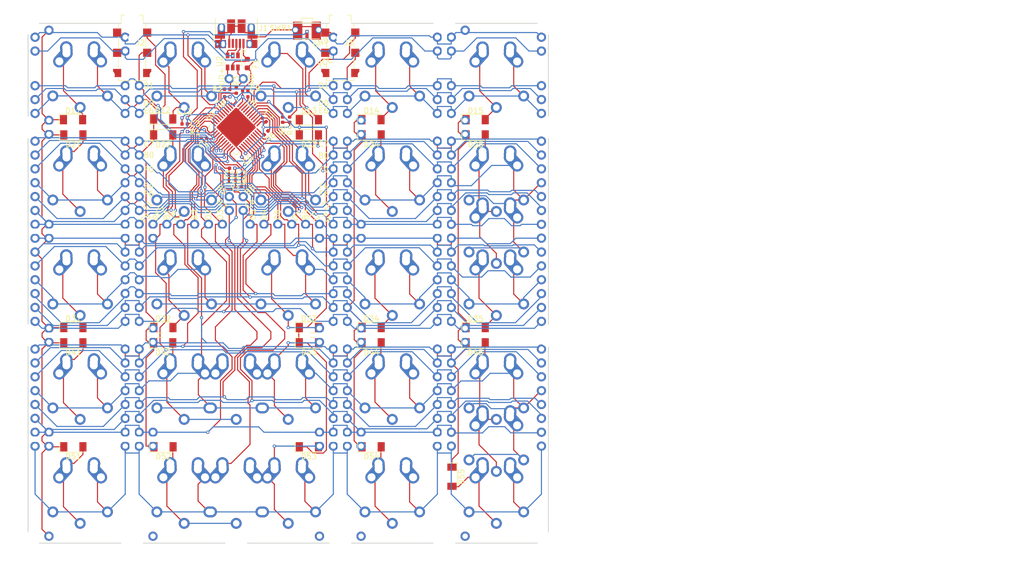
<source format=kicad_pcb>
(kicad_pcb (version 20171130) (host pcbnew "(5.0.2)-1")
  (layers (0 F.Cu signal) (31 B.Cu signal) (34 B.Paste user) (35 F.Paste user) (36 B.SilkS user) (37 F.SilkS user) (38 B.Mask user) (39 F.Mask user) (44 Edge.Cuts user))
  (net 0 "")
  (net 1 GND)
  (net 2 XTAL1)
  (net 3 XTAL2)
  (net 4 "Net-(C3-Pad1)")
  (net 5 VCC)
  (net 6 "Net-(D11-Pad2)")
  (net 7 D7)
  (net 8 "Net-(D12-Pad2)")
  (net 9 "Net-(D13-Pad2)")
  (net 10 "Net-(D14-Pad2)")
  (net 11 "Net-(D15-Pad2)")
  (net 12 "Net-(D21-Pad2)")
  (net 13 F0)
  (net 14 "Net-(D22-Pad2)")
  (net 15 "Net-(D23-Pad2)")
  (net 16 "Net-(D24-Pad2)")
  (net 17 "Net-(D25-Pad2)")
  (net 18 "Net-(D31-Pad2)")
  (net 19 "Net-(D32-Pad2)")
  (net 20 "Net-(D33-Pad2)")
  (net 21 "Net-(D34-Pad2)")
  (net 22 "Net-(D35-Pad2)")
  (net 23 F6)
  (net 24 "Net-(D41-Pad2)")
  (net 25 "Net-(D42-Pad2)")
  (net 26 "Net-(D43-Pad2)")
  (net 27 "Net-(D44-Pad2)")
  (net 28 "Net-(D45-Pad2)")
  (net 29 F7)
  (net 30 "Net-(D51-Pad2)")
  (net 31 "Net-(D52-Pad2)")
  (net 32 "Net-(D53-Pad2)")
  (net 33 "Net-(D54-Pad2)")
  (net 34 "Net-(D55-Pad2)")
  (net 35 VBUS)
  (net 36 UD+)
  (net 37 UD-)
  (net 38 D+)
  (net 39 D-)
  (net 40 RESET)
  (net 41 B0)
  (net 42 B4)
  (net 43 B5)
  (net 44 B6)
  (net 45 B7)
  (net 46 C6)
  (net 47 C7)
  (net 48 D2)
  (net 49 D4)
  (net 50 F5)
  (net 51 "Net-(R6-Pad2)")
  (net 52 "Net-(J1-Pad4)")
  (net 53 "Net-(J2-PadTN)")
  (net 54 "Net-(J2-PadR1N)")
  (net 55 "Net-(J3-PadR1N)")
  (net 56 "Net-(J3-PadTN)")
  (net 57 D3)
  (net 58 B2)
  (net 59 D1)
  (net 60 D0)
  (net 61 B1)
  (net 62 B3)
  (net 63 F1)
  (net 64 D5)
  (net 65 CD-)
  (net 66 CD+)
  (net 67 "Net-(C9-Pad2)")
  (module Diode_SMD:D_MiniMELF (layer F.Cu) (at 59.662 76.708)
    (fp_text reference D11 (at 0 -1.651) (layer F.SilkS))
    (fp_text value D)
    (pad 2 smd rect (at 1.75 0) (size 1.3 1.7) (layers F.Cu F.Paste F.Mask) (net 6 "Net-(D11-Pad2)"))
    (pad 1 smd rect (at -1.75 0) (size 1.3 1.7) (layers F.Cu F.Paste F.Mask) (net 42 B4))
  )
  (module lib:PinSocket_2x02_P2.54mm_Vertical (layer F.Cu) (at 90.805 90.805)
    (fp_text reference J6 hide)
    (fp_text value Conn_02x02)
    (pad 1 thru_hole oval (at 0 0) (size 1.7 1.7) (drill 1) (layers *.Cu *.Mask) (net 44 B6))
    (pad 2 thru_hole oval (at -2.54 0) (size 1.7 1.7) (drill 1) (layers *.Cu *.Mask) (net 43 B5))
    (pad 3 thru_hole oval (at 0 2.54) (size 1.7 1.7) (drill 1) (layers *.Cu *.Mask) (net 46 C6))
    (pad 4 thru_hole oval (at -2.54 2.54) (size 1.7 1.7) (drill 1) (layers *.Cu *.Mask) (net 45 B7))
  )
  (module lib:BreakLine_2 (layer F.Cu) (at 127.635 64.135)
    (fp_text reference REF** hide)
    (fp_text value BreakLine_2 hide)
    (pad "" np_thru_hole oval (at 0 0) (size 1 1.9) (drill oval 1 1.9) (layers *.Cu *.Mask))
  )
  (module lib:BreakLine_2 (layer F.Cu) (at 70.485 64.135)
    (fp_text reference REF** hide)
    (fp_text value BreakLine_2 hide)
    (pad "" np_thru_hole oval (at 0 0) (size 1 1.9) (drill oval 1 1.9) (layers *.Cu *.Mask))
  )
  (module lib:BreakLine_2x4 (layer F.Cu) (at 70.485 67.945)
    (fp_text reference REF** hide)
    (fp_text value BreakLine_2x4 hide)
    (pad "" np_thru_hole oval (at 0 0) (size 1 1.9) (drill oval 1 1.9) (layers *.Cu *.Mask))
    (pad "" np_thru_hole oval (at 0 2.54) (size 1 1.9) (drill oval 1 1.9) (layers *.Cu *.Mask))
    (pad "" np_thru_hole oval (at 0 5.08) (size 1 1.9) (drill oval 1 1.9) (layers *.Cu *.Mask))
    (pad "" np_thru_hole oval (at 0 7.62) (size 1 1.9) (drill oval 1 1.9) (layers *.Cu *.Mask))
  )
  (module lib:BreakLine_2x4 (layer F.Cu) (at 127.635 67.945)
    (fp_text reference REF** hide)
    (fp_text value BreakLine_2x4 hide)
    (pad "" np_thru_hole oval (at 0 0) (size 1 1.9) (drill oval 1 1.9) (layers *.Cu *.Mask))
    (pad "" np_thru_hole oval (at 0 2.54) (size 1 1.9) (drill oval 1 1.9) (layers *.Cu *.Mask))
    (pad "" np_thru_hole oval (at 0 5.08) (size 1 1.9) (drill oval 1 1.9) (layers *.Cu *.Mask))
    (pad "" np_thru_hole oval (at 0 7.62) (size 1 1.9) (drill oval 1 1.9) (layers *.Cu *.Mask))
  )
  (module lib:BreakLine_2x7 (layer F.Cu) (at 70.485 80.645)
    (fp_text reference REF** hide)
    (fp_text value BreakLine_2x7 hide)
    (pad "" np_thru_hole oval (at 0 0) (size 1 1.9) (drill oval 1 1.9) (layers *.Cu *.Mask))
    (pad "" np_thru_hole oval (at 0 2.54) (size 1 1.9) (drill oval 1 1.9) (layers *.Cu *.Mask))
    (pad "" np_thru_hole oval (at 0 5.08) (size 1 1.9) (drill oval 1 1.9) (layers *.Cu *.Mask))
    (pad "" np_thru_hole oval (at 0 7.62) (size 1 1.9) (drill oval 1 1.9) (layers *.Cu *.Mask))
    (pad "" np_thru_hole oval (at 0 10.16) (size 1 1.9) (drill oval 1 1.9) (layers *.Cu *.Mask))
    (pad "" np_thru_hole oval (at 0 12.7) (size 1 1.9) (drill oval 1 1.9) (layers *.Cu *.Mask))
    (pad "" np_thru_hole oval (at 0 15.24) (size 1 1.9) (drill oval 1 1.9) (layers *.Cu *.Mask))
  )
  (module lib:BreakLine_2x7 (layer F.Cu) (at 70.485 98.425)
    (fp_text reference REF** hide)
    (fp_text value BreakLine_2x7 hide)
    (pad "" np_thru_hole oval (at 0 0) (size 1 1.9) (drill oval 1 1.9) (layers *.Cu *.Mask))
    (pad "" np_thru_hole oval (at 0 2.54) (size 1 1.9) (drill oval 1 1.9) (layers *.Cu *.Mask))
    (pad "" np_thru_hole oval (at 0 5.08) (size 1 1.9) (drill oval 1 1.9) (layers *.Cu *.Mask))
    (pad "" np_thru_hole oval (at 0 7.62) (size 1 1.9) (drill oval 1 1.9) (layers *.Cu *.Mask))
    (pad "" np_thru_hole oval (at 0 10.16) (size 1 1.9) (drill oval 1 1.9) (layers *.Cu *.Mask))
    (pad "" np_thru_hole oval (at 0 12.7) (size 1 1.9) (drill oval 1 1.9) (layers *.Cu *.Mask))
    (pad "" np_thru_hole oval (at 0 15.24) (size 1 1.9) (drill oval 1 1.9) (layers *.Cu *.Mask))
  )
  (module lib:BreakLine_2x7 (layer F.Cu) (at 70.485 118.745)
    (fp_text reference REF** hide)
    (fp_text value BreakLine_2x7 hide)
    (pad "" np_thru_hole oval (at 0 0) (size 1 1.9) (drill oval 1 1.9) (layers *.Cu *.Mask))
    (pad "" np_thru_hole oval (at 0 2.54) (size 1 1.9) (drill oval 1 1.9) (layers *.Cu *.Mask))
    (pad "" np_thru_hole oval (at 0 5.08) (size 1 1.9) (drill oval 1 1.9) (layers *.Cu *.Mask))
    (pad "" np_thru_hole oval (at 0 7.62) (size 1 1.9) (drill oval 1 1.9) (layers *.Cu *.Mask))
    (pad "" np_thru_hole oval (at 0 10.16) (size 1 1.9) (drill oval 1 1.9) (layers *.Cu *.Mask))
    (pad "" np_thru_hole oval (at 0 12.7) (size 1 1.9) (drill oval 1 1.9) (layers *.Cu *.Mask))
    (pad "" np_thru_hole oval (at 0 15.24) (size 1 1.9) (drill oval 1 1.9) (layers *.Cu *.Mask))
  )
  (module lib:BreakLine_2x7 (layer F.Cu) (at 127.635 118.745)
    (fp_text reference REF** hide)
    (fp_text value BreakLine_2x7 hide)
    (pad "" np_thru_hole oval (at 0 0) (size 1 1.9) (drill oval 1 1.9) (layers *.Cu *.Mask))
    (pad "" np_thru_hole oval (at 0 2.54) (size 1 1.9) (drill oval 1 1.9) (layers *.Cu *.Mask))
    (pad "" np_thru_hole oval (at 0 5.08) (size 1 1.9) (drill oval 1 1.9) (layers *.Cu *.Mask))
    (pad "" np_thru_hole oval (at 0 7.62) (size 1 1.9) (drill oval 1 1.9) (layers *.Cu *.Mask))
    (pad "" np_thru_hole oval (at 0 10.16) (size 1 1.9) (drill oval 1 1.9) (layers *.Cu *.Mask))
    (pad "" np_thru_hole oval (at 0 12.7) (size 1 1.9) (drill oval 1 1.9) (layers *.Cu *.Mask))
    (pad "" np_thru_hole oval (at 0 15.24) (size 1 1.9) (drill oval 1 1.9) (layers *.Cu *.Mask))
  )
  (module lib:BreakLine_2x7 (layer F.Cu) (at 108.585 118.745)
    (fp_text reference REF** hide)
    (fp_text value BreakLine_2x7 hide)
    (pad "" np_thru_hole oval (at 0 0) (size 1 1.9) (drill oval 1 1.9) (layers *.Cu *.Mask))
    (pad "" np_thru_hole oval (at 0 2.54) (size 1 1.9) (drill oval 1 1.9) (layers *.Cu *.Mask))
    (pad "" np_thru_hole oval (at 0 5.08) (size 1 1.9) (drill oval 1 1.9) (layers *.Cu *.Mask))
    (pad "" np_thru_hole oval (at 0 7.62) (size 1 1.9) (drill oval 1 1.9) (layers *.Cu *.Mask))
    (pad "" np_thru_hole oval (at 0 10.16) (size 1 1.9) (drill oval 1 1.9) (layers *.Cu *.Mask))
    (pad "" np_thru_hole oval (at 0 12.7) (size 1 1.9) (drill oval 1 1.9) (layers *.Cu *.Mask))
    (pad "" np_thru_hole oval (at 0 15.24) (size 1 1.9) (drill oval 1 1.9) (layers *.Cu *.Mask))
  )
  (module lib:BreakLine_2x7 (layer F.Cu) (at 108.585 98.425)
    (fp_text reference REF** hide)
    (fp_text value BreakLine_2x7 hide)
    (pad "" np_thru_hole oval (at 0 0) (size 1 1.9) (drill oval 1 1.9) (layers *.Cu *.Mask))
    (pad "" np_thru_hole oval (at 0 2.54) (size 1 1.9) (drill oval 1 1.9) (layers *.Cu *.Mask))
    (pad "" np_thru_hole oval (at 0 5.08) (size 1 1.9) (drill oval 1 1.9) (layers *.Cu *.Mask))
    (pad "" np_thru_hole oval (at 0 7.62) (size 1 1.9) (drill oval 1 1.9) (layers *.Cu *.Mask))
    (pad "" np_thru_hole oval (at 0 10.16) (size 1 1.9) (drill oval 1 1.9) (layers *.Cu *.Mask))
    (pad "" np_thru_hole oval (at 0 12.7) (size 1 1.9) (drill oval 1 1.9) (layers *.Cu *.Mask))
    (pad "" np_thru_hole oval (at 0 15.24) (size 1 1.9) (drill oval 1 1.9) (layers *.Cu *.Mask))
  )
  (module lib:BreakLine_2x7 (layer F.Cu) (at 127.635 98.425)
    (fp_text reference REF** hide)
    (fp_text value BreakLine_2x7 hide)
    (pad "" np_thru_hole oval (at 0 0) (size 1 1.9) (drill oval 1 1.9) (layers *.Cu *.Mask))
    (pad "" np_thru_hole oval (at 0 2.54) (size 1 1.9) (drill oval 1 1.9) (layers *.Cu *.Mask))
    (pad "" np_thru_hole oval (at 0 5.08) (size 1 1.9) (drill oval 1 1.9) (layers *.Cu *.Mask))
    (pad "" np_thru_hole oval (at 0 7.62) (size 1 1.9) (drill oval 1 1.9) (layers *.Cu *.Mask))
    (pad "" np_thru_hole oval (at 0 10.16) (size 1 1.9) (drill oval 1 1.9) (layers *.Cu *.Mask))
    (pad "" np_thru_hole oval (at 0 12.7) (size 1 1.9) (drill oval 1 1.9) (layers *.Cu *.Mask))
    (pad "" np_thru_hole oval (at 0 15.24) (size 1 1.9) (drill oval 1 1.9) (layers *.Cu *.Mask))
  )
  (module lib:BreakLine_2x7 (layer F.Cu) (at 127.635 80.645)
    (fp_text reference REF** hide)
    (fp_text value BreakLine_2x7 hide)
    (pad "" np_thru_hole oval (at 0 0) (size 1 1.9) (drill oval 1 1.9) (layers *.Cu *.Mask))
    (pad "" np_thru_hole oval (at 0 2.54) (size 1 1.9) (drill oval 1 1.9) (layers *.Cu *.Mask))
    (pad "" np_thru_hole oval (at 0 5.08) (size 1 1.9) (drill oval 1 1.9) (layers *.Cu *.Mask))
    (pad "" np_thru_hole oval (at 0 7.62) (size 1 1.9) (drill oval 1 1.9) (layers *.Cu *.Mask))
    (pad "" np_thru_hole oval (at 0 10.16) (size 1 1.9) (drill oval 1 1.9) (layers *.Cu *.Mask))
    (pad "" np_thru_hole oval (at 0 12.7) (size 1 1.9) (drill oval 1 1.9) (layers *.Cu *.Mask))
    (pad "" np_thru_hole oval (at 0 15.24) (size 1 1.9) (drill oval 1 1.9) (layers *.Cu *.Mask))
  )
  (module lib:BreakLine_2_13.43_2 (layer F.Cu) (at 127.635 153.035 180)
    (fp_text reference REF** hide)
    (fp_text value BreakLine_2_13.43_2 hide)
    (pad "" np_thru_hole oval (at 0 0 180) (size 1 1.9) (drill oval 1 1.9) (layers *.Cu *.Mask))
    (pad "" np_thru_hole oval (at 0 16.51 180) (size 1 1.9) (drill oval 1 1.9) (layers *.Cu *.Mask))
    (pad "" np_thru_hole oval (at 0 8.255 180) (size 1 13.33) (drill oval 1 13.33) (layers *.Cu *.Mask))
  )
  (module lib:BreakLine_2_13.43_2 (layer F.Cu) (at 108.585 153.035 180)
    (fp_text reference REF** hide)
    (fp_text value BreakLine_2_13.43_2 hide)
    (pad "" np_thru_hole oval (at 0 0 180) (size 1 1.9) (drill oval 1 1.9) (layers *.Cu *.Mask))
    (pad "" np_thru_hole oval (at 0 16.51 180) (size 1 1.9) (drill oval 1 1.9) (layers *.Cu *.Mask))
    (pad "" np_thru_hole oval (at 0 8.255 180) (size 1 13.33) (drill oval 1 13.33) (layers *.Cu *.Mask))
  )
  (module lib:BreakLine_2_13.43_2 (layer F.Cu) (at 70.485 153.035 180)
    (fp_text reference REF** hide)
    (fp_text value BreakLine_2_13.43_2 hide)
    (pad "" np_thru_hole oval (at 0 0 180) (size 1 1.9) (drill oval 1 1.9) (layers *.Cu *.Mask))
    (pad "" np_thru_hole oval (at 0 16.51 180) (size 1 1.9) (drill oval 1 1.9) (layers *.Cu *.Mask))
    (pad "" np_thru_hole oval (at 0 8.255 180) (size 1 13.33) (drill oval 1 13.33) (layers *.Cu *.Mask))
  )
  (module lib:BreakLine_2_13.43_2 (layer F.Cu) (at 128.905 78.105 90)
    (fp_text reference REF** hide)
    (fp_text value BreakLine_2_13.43_2 hide)
    (pad "" np_thru_hole oval (at 0 0 90) (size 1 1.9) (drill oval 1 1.9) (layers *.Cu *.Mask))
    (pad "" np_thru_hole oval (at 0 16.51 90) (size 1 1.9) (drill oval 1 1.9) (layers *.Cu *.Mask))
    (pad "" np_thru_hole oval (at 0 8.255 90) (size 1 13.33) (drill oval 1 13.33) (layers *.Cu *.Mask))
  )
  (module lib:BreakLine_2_13.43_2 (layer F.Cu) (at 109.855 78.105 90)
    (fp_text reference REF** hide)
    (fp_text value BreakLine_2_13.43_2 hide)
    (pad "" np_thru_hole oval (at 0 0 90) (size 1 1.9) (drill oval 1 1.9) (layers *.Cu *.Mask))
    (pad "" np_thru_hole oval (at 0 16.51 90) (size 1 1.9) (drill oval 1 1.9) (layers *.Cu *.Mask))
    (pad "" np_thru_hole oval (at 0 8.255 90) (size 1 13.33) (drill oval 1 13.33) (layers *.Cu *.Mask))
  )
  (module lib:BreakLine_2_13.43_2 (layer F.Cu) (at 109.855 97.155 90)
    (fp_text reference REF** hide)
    (fp_text value BreakLine_2_13.43_2 hide)
    (pad "" np_thru_hole oval (at 0 0 90) (size 1 1.9) (drill oval 1 1.9) (layers *.Cu *.Mask))
    (pad "" np_thru_hole oval (at 0 16.51 90) (size 1 1.9) (drill oval 1 1.9) (layers *.Cu *.Mask))
    (pad "" np_thru_hole oval (at 0 8.255 90) (size 1 13.33) (drill oval 1 13.33) (layers *.Cu *.Mask))
  )
  (module lib:BreakLine_2_13.43_2 (layer F.Cu) (at 128.905 116.205 90)
    (fp_text reference REF** hide)
    (fp_text value BreakLine_2_13.43_2 hide)
    (pad "" np_thru_hole oval (at 0 0 90) (size 1 1.9) (drill oval 1 1.9) (layers *.Cu *.Mask))
    (pad "" np_thru_hole oval (at 0 16.51 90) (size 1 1.9) (drill oval 1 1.9) (layers *.Cu *.Mask))
    (pad "" np_thru_hole oval (at 0 8.255 90) (size 1 13.33) (drill oval 1 13.33) (layers *.Cu *.Mask))
  )
  (module lib:BreakLine_2_13.43_2 (layer F.Cu) (at 109.855 116.205 90)
    (fp_text reference REF** hide)
    (fp_text value BreakLine_2_13.43_2 hide)
    (pad "" np_thru_hole oval (at 0 0 90) (size 1 1.9) (drill oval 1 1.9) (layers *.Cu *.Mask))
    (pad "" np_thru_hole oval (at 0 16.51 90) (size 1 1.9) (drill oval 1 1.9) (layers *.Cu *.Mask))
    (pad "" np_thru_hole oval (at 0 8.255 90) (size 1 13.33) (drill oval 1 13.33) (layers *.Cu *.Mask))
  )
  (module lib:BreakLine_2_13.43_2 (layer F.Cu) (at 109.855 135.255 90)
    (fp_text reference REF** hide)
    (fp_text value BreakLine_2_13.43_2 hide)
    (pad "" np_thru_hole oval (at 0 0 90) (size 1 1.9) (drill oval 1 1.9) (layers *.Cu *.Mask))
    (pad "" np_thru_hole oval (at 0 16.51 90) (size 1 1.9) (drill oval 1 1.9) (layers *.Cu *.Mask))
    (pad "" np_thru_hole oval (at 0 8.255 90) (size 1 13.33) (drill oval 1 13.33) (layers *.Cu *.Mask))
  )
  (module lib:BreakLine_2_13.43_2 (layer F.Cu) (at 90.805 135.255 90)
    (fp_text reference REF** hide)
    (fp_text value BreakLine_2_13.43_2 hide)
    (pad "" np_thru_hole oval (at 0 0 90) (size 1 1.9) (drill oval 1 1.9) (layers *.Cu *.Mask))
    (pad "" np_thru_hole oval (at 0 16.51 90) (size 1 1.9) (drill oval 1 1.9) (layers *.Cu *.Mask))
    (pad "" np_thru_hole oval (at 0 8.255 90) (size 1 13.33) (drill oval 1 13.33) (layers *.Cu *.Mask))
  )
  (module lib:BreakLine_2_13.43_2 (layer F.Cu) (at 71.755 135.255 90)
    (fp_text reference REF** hide)
    (fp_text value BreakLine_2_13.43_2 hide)
    (pad "" np_thru_hole oval (at 0 0 90) (size 1 1.9) (drill oval 1 1.9) (layers *.Cu *.Mask))
    (pad "" np_thru_hole oval (at 0 16.51 90) (size 1 1.9) (drill oval 1 1.9) (layers *.Cu *.Mask))
    (pad "" np_thru_hole oval (at 0 8.255 90) (size 1 13.33) (drill oval 1 13.33) (layers *.Cu *.Mask))
  )
  (module lib:BreakLine_2_13.43_2 (layer F.Cu) (at 52.705 135.255 90)
    (fp_text reference REF** hide)
    (fp_text value BreakLine_2_13.43_2 hide)
    (pad "" np_thru_hole oval (at 0 0 90) (size 1 1.9) (drill oval 1 1.9) (layers *.Cu *.Mask))
    (pad "" np_thru_hole oval (at 0 16.51 90) (size 1 1.9) (drill oval 1 1.9) (layers *.Cu *.Mask))
    (pad "" np_thru_hole oval (at 0 8.255 90) (size 1 13.33) (drill oval 1 13.33) (layers *.Cu *.Mask))
  )
  (module lib:BreakLine_2_13.43_2 (layer F.Cu) (at 52.705 116.205 90)
    (fp_text reference REF** hide)
    (fp_text value BreakLine_2_13.43_2 hide)
    (pad "" np_thru_hole oval (at 0 0 90) (size 1 1.9) (drill oval 1 1.9) (layers *.Cu *.Mask))
    (pad "" np_thru_hole oval (at 0 16.51 90) (size 1 1.9) (drill oval 1 1.9) (layers *.Cu *.Mask))
    (pad "" np_thru_hole oval (at 0 8.255 90) (size 1 13.33) (drill oval 1 13.33) (layers *.Cu *.Mask))
  )
  (module lib:BreakLine_2x7 (layer F.Cu) (at 92.075 116.205 90)
    (fp_text reference REF** hide)
    (fp_text value BreakLine_2x7 hide)
    (pad "" np_thru_hole oval (at 0 0 90) (size 1 1.9) (drill oval 1 1.9) (layers *.Cu *.Mask))
    (pad "" np_thru_hole oval (at 0 2.54 90) (size 1 1.9) (drill oval 1 1.9) (layers *.Cu *.Mask))
    (pad "" np_thru_hole oval (at 0 5.08 90) (size 1 1.9) (drill oval 1 1.9) (layers *.Cu *.Mask))
    (pad "" np_thru_hole oval (at 0 7.62 90) (size 1 1.9) (drill oval 1 1.9) (layers *.Cu *.Mask))
    (pad "" np_thru_hole oval (at 0 10.16 90) (size 1 1.9) (drill oval 1 1.9) (layers *.Cu *.Mask))
    (pad "" np_thru_hole oval (at 0 12.7 90) (size 1 1.9) (drill oval 1 1.9) (layers *.Cu *.Mask))
    (pad "" np_thru_hole oval (at 0 15.24 90) (size 1 1.9) (drill oval 1 1.9) (layers *.Cu *.Mask))
  )
  (module lib:BreakLine_2x7 (layer F.Cu) (at 108.585 80.645)
    (fp_text reference REF** hide)
    (fp_text value BreakLine_2x7 hide)
    (pad "" np_thru_hole oval (at 0 0) (size 1 1.9) (drill oval 1 1.9) (layers *.Cu *.Mask))
    (pad "" np_thru_hole oval (at 0 2.54) (size 1 1.9) (drill oval 1 1.9) (layers *.Cu *.Mask))
    (pad "" np_thru_hole oval (at 0 5.08) (size 1 1.9) (drill oval 1 1.9) (layers *.Cu *.Mask))
    (pad "" np_thru_hole oval (at 0 7.62) (size 1 1.9) (drill oval 1 1.9) (layers *.Cu *.Mask))
    (pad "" np_thru_hole oval (at 0 10.16) (size 1 1.9) (drill oval 1 1.9) (layers *.Cu *.Mask))
    (pad "" np_thru_hole oval (at 0 12.7) (size 1 1.9) (drill oval 1 1.9) (layers *.Cu *.Mask))
    (pad "" np_thru_hole oval (at 0 15.24) (size 1 1.9) (drill oval 1 1.9) (layers *.Cu *.Mask))
  )
  (module lib:MX-Alps-Choc-1U-Mine (layer F.Cu) (at 99.06 144.78)
    (fp_text reference SW53)
    (fp_text value SW_Push)
    (pad 1 thru_hole circle (at -2.54 -5.08) (size 2.25 2.25) (drill 1.47) (layers *.Cu *.Mask) (net 32 "Net-(D53-Pad2)"))
    (pad 2 thru_hole oval (at 2.5 -4.5 86.1) (size 2.831378 2.25) (drill 1.47 (offset 0.290689 0)) (layers *.Cu *.Mask) (net 44 B6))
    (pad 2 thru_hole circle (at 2.5 -4) (size 2.25 2.25) (drill 1.47) (layers *.Cu *.Mask) (net 44 B6))
    (pad 2 thru_hole oval (at 3.81 -2.54 311.9) (size 4.211556 2.25) (drill 1.47 (offset -0.980778 0)) (layers *.Cu *.Mask) (net 44 B6))
    (pad 2 thru_hole circle (at -5 3.8) (size 2 2) (drill 1.2) (layers *.Cu *.Mask) (net 44 B6))
    (pad 1 thru_hole oval (at -2.5 -4.5 93.9) (size 2.831378 2.25) (drill 1.47 (offset 0.290689 0)) (layers *.Cu *.Mask) (net 32 "Net-(D53-Pad2)"))
    (pad 2 thru_hole circle (at 2.54 -5.08) (size 2.25 2.25) (drill 1.47) (layers *.Cu *.Mask) (net 44 B6))
    (pad 1 thru_hole oval (at -3.81 -2.54 48.1) (size 4.211556 2.25) (drill 1.47 (offset 0.980778 0)) (layers *.Cu *.Mask) (net 32 "Net-(D53-Pad2)"))
    (pad "" np_thru_hole circle (at 0 0) (size 3.9878 3.9878) (drill 3.9878) (layers *.Cu *.Mask))
    (pad 1 thru_hole circle (at -2.5 -4) (size 2.25 2.25) (drill 1.47) (layers *.Cu *.Mask) (net 32 "Net-(D53-Pad2)"))
    (pad "" np_thru_hole circle (at -5.08 0 48.0996) (size 1.75 1.75) (drill 1.75) (layers *.Cu *.Mask))
    (pad "" np_thru_hole circle (at 5.08 0 48.0996) (size 1.75 1.75) (drill 1.75) (layers *.Cu *.Mask))
    (pad 2 thru_hole circle (at 5 3.8) (size 2 2) (drill 1.2) (layers *.Cu *.Mask) (net 44 B6))
    (pad 1 thru_hole circle (at 0 5.9) (size 2 2) (drill 1.2) (layers *.Cu *.Mask) (net 32 "Net-(D53-Pad2)"))
    (pad "" np_thru_hole circle (at -5.5 0 48.1) (size 1.7 1.7) (drill 1.7) (layers *.Cu *.Mask))
    (pad "" np_thru_hole circle (at 5.5 0 48.1) (size 1.7 1.7) (drill 1.7) (layers *.Cu *.Mask))
  )
  (module MountingHole:MountingHole_4mm (layer F.Cu) (at 146.685 154.305)
    (fp_text reference H55 hide)
    (fp_text value MountingHole)
    (pad 1 np_thru_hole circle (at 0 0) (size 4 4) (drill 4) (layers *.Cu *.Mask))
  )
  (module lib:MX-Alps-Choc-1U-Mine (layer F.Cu) (at 99.06 87.63)
    (fp_text reference SW23)
    (fp_text value SW_Push)
    (pad 1 thru_hole circle (at -2.54 -5.08) (size 2.25 2.25) (drill 1.47) (layers *.Cu *.Mask) (net 15 "Net-(D23-Pad2)"))
    (pad 2 thru_hole oval (at 2.5 -4.5 86.1) (size 2.831378 2.25) (drill 1.47 (offset 0.290689 0)) (layers *.Cu *.Mask) (net 64 D5))
    (pad 2 thru_hole circle (at 2.5 -4) (size 2.25 2.25) (drill 1.47) (layers *.Cu *.Mask) (net 64 D5))
    (pad 2 thru_hole oval (at 3.81 -2.54 311.9) (size 4.211556 2.25) (drill 1.47 (offset -0.980778 0)) (layers *.Cu *.Mask) (net 64 D5))
    (pad 2 thru_hole circle (at -5 3.8) (size 2 2) (drill 1.2) (layers *.Cu *.Mask) (net 64 D5))
    (pad 1 thru_hole oval (at -2.5 -4.5 93.9) (size 2.831378 2.25) (drill 1.47 (offset 0.290689 0)) (layers *.Cu *.Mask) (net 15 "Net-(D23-Pad2)"))
    (pad 2 thru_hole circle (at 2.54 -5.08) (size 2.25 2.25) (drill 1.47) (layers *.Cu *.Mask) (net 64 D5))
    (pad 1 thru_hole oval (at -3.81 -2.54 48.1) (size 4.211556 2.25) (drill 1.47 (offset 0.980778 0)) (layers *.Cu *.Mask) (net 15 "Net-(D23-Pad2)"))
    (pad "" np_thru_hole circle (at 0 0) (size 3.9878 3.9878) (drill 3.9878) (layers *.Cu *.Mask))
    (pad 1 thru_hole circle (at -2.5 -4) (size 2.25 2.25) (drill 1.47) (layers *.Cu *.Mask) (net 15 "Net-(D23-Pad2)"))
    (pad "" np_thru_hole circle (at -5.08 0 48.0996) (size 1.75 1.75) (drill 1.75) (layers *.Cu *.Mask))
    (pad "" np_thru_hole circle (at 5.08 0 48.0996) (size 1.75 1.75) (drill 1.75) (layers *.Cu *.Mask))
    (pad 2 thru_hole circle (at 5 3.8) (size 2 2) (drill 1.2) (layers *.Cu *.Mask) (net 64 D5))
    (pad 1 thru_hole circle (at 0 5.9) (size 2 2) (drill 1.2) (layers *.Cu *.Mask) (net 15 "Net-(D23-Pad2)"))
    (pad "" np_thru_hole circle (at -5.5 0 48.1) (size 1.7 1.7) (drill 1.7) (layers *.Cu *.Mask))
    (pad "" np_thru_hole circle (at 5.5 0 48.1) (size 1.7 1.7) (drill 1.7) (layers *.Cu *.Mask))
  )
  (module lib:MX-Alps-Choc-1U-Mine (layer F.Cu) (at 99.06 106.68)
    (fp_text reference SW33)
    (fp_text value SW_Push)
    (pad 1 thru_hole circle (at -2.54 -5.08) (size 2.25 2.25) (drill 1.47) (layers *.Cu *.Mask) (net 20 "Net-(D33-Pad2)"))
    (pad 2 thru_hole oval (at 2.5 -4.5 86.1) (size 2.831378 2.25) (drill 1.47 (offset 0.290689 0)) (layers *.Cu *.Mask) (net 64 D5))
    (pad 2 thru_hole circle (at 2.5 -4) (size 2.25 2.25) (drill 1.47) (layers *.Cu *.Mask) (net 64 D5))
    (pad 2 thru_hole oval (at 3.81 -2.54 311.9) (size 4.211556 2.25) (drill 1.47 (offset -0.980778 0)) (layers *.Cu *.Mask) (net 64 D5))
    (pad 2 thru_hole circle (at -5 3.8) (size 2 2) (drill 1.2) (layers *.Cu *.Mask) (net 64 D5))
    (pad 1 thru_hole oval (at -2.5 -4.5 93.9) (size 2.831378 2.25) (drill 1.47 (offset 0.290689 0)) (layers *.Cu *.Mask) (net 20 "Net-(D33-Pad2)"))
    (pad 2 thru_hole circle (at 2.54 -5.08) (size 2.25 2.25) (drill 1.47) (layers *.Cu *.Mask) (net 64 D5))
    (pad 1 thru_hole oval (at -3.81 -2.54 48.1) (size 4.211556 2.25) (drill 1.47 (offset 0.980778 0)) (layers *.Cu *.Mask) (net 20 "Net-(D33-Pad2)"))
    (pad "" np_thru_hole circle (at 0 0) (size 3.9878 3.9878) (drill 3.9878) (layers *.Cu *.Mask))
    (pad 1 thru_hole circle (at -2.5 -4) (size 2.25 2.25) (drill 1.47) (layers *.Cu *.Mask) (net 20 "Net-(D33-Pad2)"))
    (pad "" np_thru_hole circle (at -5.08 0 48.0996) (size 1.75 1.75) (drill 1.75) (layers *.Cu *.Mask))
    (pad "" np_thru_hole circle (at 5.08 0 48.0996) (size 1.75 1.75) (drill 1.75) (layers *.Cu *.Mask))
    (pad 2 thru_hole circle (at 5 3.8) (size 2 2) (drill 1.2) (layers *.Cu *.Mask) (net 64 D5))
    (pad 1 thru_hole circle (at 0 5.9) (size 2 2) (drill 1.2) (layers *.Cu *.Mask) (net 20 "Net-(D33-Pad2)"))
    (pad "" np_thru_hole circle (at -5.5 0 48.1) (size 1.7 1.7) (drill 1.7) (layers *.Cu *.Mask))
    (pad "" np_thru_hole circle (at 5.5 0 48.1) (size 1.7 1.7) (drill 1.7) (layers *.Cu *.Mask))
  )
  (module Diode_SMD:D_MiniMELF (layer F.Cu) (at 102.842 136.652)
    (fp_text reference D53 (at 0 1.778) (layer F.SilkS))
    (fp_text value D)
    (pad 2 smd rect (at 1.75 0) (size 1.3 1.7) (layers F.Cu F.Paste F.Mask) (net 32 "Net-(D53-Pad2)"))
    (pad 1 smd rect (at -1.75 0) (size 1.3 1.7) (layers F.Cu F.Paste F.Mask) (net 63 F1))
  )
  (module lib:MX-Alps-Choc-1U-Mine (layer F.Cu) (at 60.96 106.68)
    (fp_text reference SW31)
    (fp_text value SW_Push)
    (pad 1 thru_hole circle (at -2.54 -5.08) (size 2.25 2.25) (drill 1.47) (layers *.Cu *.Mask) (net 18 "Net-(D31-Pad2)"))
    (pad 2 thru_hole oval (at 2.5 -4.5 86.1) (size 2.831378 2.25) (drill 1.47 (offset 0.290689 0)) (layers *.Cu *.Mask) (net 64 D5))
    (pad 2 thru_hole circle (at 2.5 -4) (size 2.25 2.25) (drill 1.47) (layers *.Cu *.Mask) (net 64 D5))
    (pad 2 thru_hole oval (at 3.81 -2.54 311.9) (size 4.211556 2.25) (drill 1.47 (offset -0.980778 0)) (layers *.Cu *.Mask) (net 64 D5))
    (pad 2 thru_hole circle (at -5 3.8) (size 2 2) (drill 1.2) (layers *.Cu *.Mask) (net 64 D5))
    (pad 1 thru_hole oval (at -2.5 -4.5 93.9) (size 2.831378 2.25) (drill 1.47 (offset 0.290689 0)) (layers *.Cu *.Mask) (net 18 "Net-(D31-Pad2)"))
    (pad 2 thru_hole circle (at 2.54 -5.08) (size 2.25 2.25) (drill 1.47) (layers *.Cu *.Mask) (net 64 D5))
    (pad 1 thru_hole oval (at -3.81 -2.54 48.1) (size 4.211556 2.25) (drill 1.47 (offset 0.980778 0)) (layers *.Cu *.Mask) (net 18 "Net-(D31-Pad2)"))
    (pad "" np_thru_hole circle (at 0 0) (size 3.9878 3.9878) (drill 3.9878) (layers *.Cu *.Mask))
    (pad 1 thru_hole circle (at -2.5 -4) (size 2.25 2.25) (drill 1.47) (layers *.Cu *.Mask) (net 18 "Net-(D31-Pad2)"))
    (pad "" np_thru_hole circle (at -5.08 0 48.0996) (size 1.75 1.75) (drill 1.75) (layers *.Cu *.Mask))
    (pad "" np_thru_hole circle (at 5.08 0 48.0996) (size 1.75 1.75) (drill 1.75) (layers *.Cu *.Mask))
    (pad 2 thru_hole circle (at 5 3.8) (size 2 2) (drill 1.2) (layers *.Cu *.Mask) (net 64 D5))
    (pad 1 thru_hole circle (at 0 5.9) (size 2 2) (drill 1.2) (layers *.Cu *.Mask) (net 18 "Net-(D31-Pad2)"))
    (pad "" np_thru_hole circle (at -5.5 0 48.1) (size 1.7 1.7) (drill 1.7) (layers *.Cu *.Mask))
    (pad "" np_thru_hole circle (at 5.5 0 48.1) (size 1.7 1.7) (drill 1.7) (layers *.Cu *.Mask))
  )
  (module lib:MX-Alps-Choc-1U-Mine (layer F.Cu) (at 60.96 144.78)
    (fp_text reference SW51)
    (fp_text value SW_Push)
    (pad 1 thru_hole circle (at -2.54 -5.08) (size 2.25 2.25) (drill 1.47) (layers *.Cu *.Mask) (net 30 "Net-(D51-Pad2)"))
    (pad 2 thru_hole oval (at 2.5 -4.5 86.1) (size 2.831378 2.25) (drill 1.47 (offset 0.290689 0)) (layers *.Cu *.Mask) (net 44 B6))
    (pad 2 thru_hole circle (at 2.5 -4) (size 2.25 2.25) (drill 1.47) (layers *.Cu *.Mask) (net 44 B6))
    (pad 2 thru_hole oval (at 3.81 -2.54 311.9) (size 4.211556 2.25) (drill 1.47 (offset -0.980778 0)) (layers *.Cu *.Mask) (net 44 B6))
    (pad 2 thru_hole circle (at -5 3.8) (size 2 2) (drill 1.2) (layers *.Cu *.Mask) (net 44 B6))
    (pad 1 thru_hole oval (at -2.5 -4.5 93.9) (size 2.831378 2.25) (drill 1.47 (offset 0.290689 0)) (layers *.Cu *.Mask) (net 30 "Net-(D51-Pad2)"))
    (pad 2 thru_hole circle (at 2.54 -5.08) (size 2.25 2.25) (drill 1.47) (layers *.Cu *.Mask) (net 44 B6))
    (pad 1 thru_hole oval (at -3.81 -2.54 48.1) (size 4.211556 2.25) (drill 1.47 (offset 0.980778 0)) (layers *.Cu *.Mask) (net 30 "Net-(D51-Pad2)"))
    (pad "" np_thru_hole circle (at 0 0) (size 3.9878 3.9878) (drill 3.9878) (layers *.Cu *.Mask))
    (pad 1 thru_hole circle (at -2.5 -4) (size 2.25 2.25) (drill 1.47) (layers *.Cu *.Mask) (net 30 "Net-(D51-Pad2)"))
    (pad "" np_thru_hole circle (at -5.08 0 48.0996) (size 1.75 1.75) (drill 1.75) (layers *.Cu *.Mask))
    (pad "" np_thru_hole circle (at 5.08 0 48.0996) (size 1.75 1.75) (drill 1.75) (layers *.Cu *.Mask))
    (pad 2 thru_hole circle (at 5 3.8) (size 2 2) (drill 1.2) (layers *.Cu *.Mask) (net 44 B6))
    (pad 1 thru_hole circle (at 0 5.9) (size 2 2) (drill 1.2) (layers *.Cu *.Mask) (net 30 "Net-(D51-Pad2)"))
    (pad "" np_thru_hole circle (at -5.5 0 48.1) (size 1.7 1.7) (drill 1.7) (layers *.Cu *.Mask))
    (pad "" np_thru_hole circle (at 5.5 0 48.1) (size 1.7 1.7) (drill 1.7) (layers *.Cu *.Mask))
  )
  (module lib:MX-Alps-Choc-1U-Mine (layer F.Cu) (at 118.11 87.63)
    (fp_text reference SW24)
    (fp_text value SW_Push)
    (pad 1 thru_hole circle (at -2.54 -5.08) (size 2.25 2.25) (drill 1.47) (layers *.Cu *.Mask) (net 16 "Net-(D24-Pad2)"))
    (pad 2 thru_hole oval (at 2.5 -4.5 86.1) (size 2.831378 2.25) (drill 1.47 (offset 0.290689 0)) (layers *.Cu *.Mask) (net 64 D5))
    (pad 2 thru_hole circle (at 2.5 -4) (size 2.25 2.25) (drill 1.47) (layers *.Cu *.Mask) (net 64 D5))
    (pad 2 thru_hole oval (at 3.81 -2.54 311.9) (size 4.211556 2.25) (drill 1.47 (offset -0.980778 0)) (layers *.Cu *.Mask) (net 64 D5))
    (pad 2 thru_hole circle (at -5 3.8) (size 2 2) (drill 1.2) (layers *.Cu *.Mask) (net 64 D5))
    (pad 1 thru_hole oval (at -2.5 -4.5 93.9) (size 2.831378 2.25) (drill 1.47 (offset 0.290689 0)) (layers *.Cu *.Mask) (net 16 "Net-(D24-Pad2)"))
    (pad 2 thru_hole circle (at 2.54 -5.08) (size 2.25 2.25) (drill 1.47) (layers *.Cu *.Mask) (net 64 D5))
    (pad 1 thru_hole oval (at -3.81 -2.54 48.1) (size 4.211556 2.25) (drill 1.47 (offset 0.980778 0)) (layers *.Cu *.Mask) (net 16 "Net-(D24-Pad2)"))
    (pad "" np_thru_hole circle (at 0 0) (size 3.9878 3.9878) (drill 3.9878) (layers *.Cu *.Mask))
    (pad 1 thru_hole circle (at -2.5 -4) (size 2.25 2.25) (drill 1.47) (layers *.Cu *.Mask) (net 16 "Net-(D24-Pad2)"))
    (pad "" np_thru_hole circle (at -5.08 0 48.0996) (size 1.75 1.75) (drill 1.75) (layers *.Cu *.Mask))
    (pad "" np_thru_hole circle (at 5.08 0 48.0996) (size 1.75 1.75) (drill 1.75) (layers *.Cu *.Mask))
    (pad 2 thru_hole circle (at 5 3.8) (size 2 2) (drill 1.2) (layers *.Cu *.Mask) (net 64 D5))
    (pad 1 thru_hole circle (at 0 5.9) (size 2 2) (drill 1.2) (layers *.Cu *.Mask) (net 16 "Net-(D24-Pad2)"))
    (pad "" np_thru_hole circle (at -5.5 0 48.1) (size 1.7 1.7) (drill 1.7) (layers *.Cu *.Mask))
    (pad "" np_thru_hole circle (at 5.5 0 48.1) (size 1.7 1.7) (drill 1.7) (layers *.Cu *.Mask))
  )
  (module Package_DFN_QFN:QFN-44-1EP_7x7mm_P0.5mm_EP5.2x5.2mm (layer F.Cu) (at 89.520484 78.105 315)
    (fp_text reference U1 (at -4.839074 1.785787 45) (layer F.SilkS))
    (fp_text value ATmega32U4-MU)
    (pad 44 smd roundrect (at -2.5 -3.35 315) (size 0.25 1.05) (layers F.Cu F.Paste F.Mask) (net 5 VCC))
    (pad 43 smd roundrect (at -2 -3.35 315) (size 0.25 1.05) (layers F.Cu F.Paste F.Mask) (net 1 GND))
    (pad 42 smd roundrect (at -1.5 -3.35 315) (size 0.25 1.05) (layers F.Cu F.Paste F.Mask) (net 67 "Net-(C9-Pad2)"))
    (pad 41 smd roundrect (at -1 -3.35 315) (size 0.25 1.05) (layers F.Cu F.Paste F.Mask) (net 13 F0))
    (pad 40 smd roundrect (at -0.5 -3.35 315) (size 0.25 1.05) (layers F.Cu F.Paste F.Mask) (net 63 F1))
    (pad 39 smd roundrect (at 0 -3.35 315) (size 0.25 1.05) (layers F.Cu F.Paste F.Mask) (net 64 D5))
    (pad 38 smd roundrect (at 0.5 -3.35 315) (size 0.25 1.05) (layers F.Cu F.Paste F.Mask) (net 50 F5))
    (pad 37 smd roundrect (at 1 -3.35 315) (size 0.25 1.05) (layers F.Cu F.Paste F.Mask) (net 23 F6))
    (pad 36 smd roundrect (at 1.5 -3.35 315) (size 0.25 1.05) (layers F.Cu F.Paste F.Mask) (net 29 F7))
    (pad 35 smd roundrect (at 2 -3.35 315) (size 0.25 1.05) (layers F.Cu F.Paste F.Mask) (net 1 GND))
    (pad 34 smd roundrect (at 2.5 -3.35 315) (size 0.25 1.05) (layers F.Cu F.Paste F.Mask) (net 5 VCC))
    (pad 33 smd roundrect (at 3.35 -2.5 315) (size 1.05 0.25) (layers F.Cu F.Paste F.Mask) (net 51 "Net-(R6-Pad2)"))
    (pad 32 smd roundrect (at 3.35 -2 315) (size 1.05 0.25) (layers F.Cu F.Paste F.Mask) (net 47 C7))
    (pad 31 smd roundrect (at 3.35 -1.5 315) (size 1.05 0.25) (layers F.Cu F.Paste F.Mask) (net 46 C6))
    (pad 30 smd roundrect (at 3.35 -1 315) (size 1.05 0.25) (layers F.Cu F.Paste F.Mask) (net 44 B6))
    (pad 29 smd roundrect (at 3.35 -0.5 315) (size 1.05 0.25) (layers F.Cu F.Paste F.Mask) (net 43 B5))
    (pad 28 smd roundrect (at 3.35 0 315) (size 1.05 0.25) (layers F.Cu F.Paste F.Mask) (net 42 B4))
    (pad 27 smd roundrect (at 3.35 0.5 315) (size 1.05 0.25) (layers F.Cu F.Paste F.Mask) (net 7 D7))
    (pad 26 smd roundrect (at 3.35 1 315) (size 1.05 0.25) (layers F.Cu F.Paste F.Mask) (net 64 D5))
    (pad 25 smd roundrect (at 3.35 1.5 315) (size 1.05 0.25) (layers F.Cu F.Paste F.Mask) (net 49 D4))
    (pad 24 smd roundrect (at 3.35 2 315) (size 1.05 0.25) (layers F.Cu F.Paste F.Mask) (net 5 VCC))
    (pad 23 smd roundrect (at 3.35 2.5 315) (size 1.05 0.25) (layers F.Cu F.Paste F.Mask) (net 1 GND))
    (pad 22 smd roundrect (at 2.5 3.35 315) (size 0.25 1.05) (layers F.Cu F.Paste F.Mask) (net 64 D5))
    (pad 21 smd roundrect (at 2 3.35 315) (size 0.25 1.05) (layers F.Cu F.Paste F.Mask) (net 57 D3))
    (pad 20 smd roundrect (at 1.5 3.35 315) (size 0.25 1.05) (layers F.Cu F.Paste F.Mask) (net 48 D2))
    (pad 19 smd roundrect (at 1 3.35 315) (size 0.25 1.05) (layers F.Cu F.Paste F.Mask) (net 59 D1))
    (pad 18 smd roundrect (at 0.5 3.35 315) (size 0.25 1.05) (layers F.Cu F.Paste F.Mask) (net 60 D0))
    (pad 17 smd roundrect (at 0 3.35 315) (size 0.25 1.05) (layers F.Cu F.Paste F.Mask) (net 2 XTAL1))
    (pad 16 smd roundrect (at -0.5 3.35 315) (size 0.25 1.05) (layers F.Cu F.Paste F.Mask) (net 3 XTAL2))
    (pad 15 smd roundrect (at -1 3.35 315) (size 0.25 1.05) (layers F.Cu F.Paste F.Mask) (net 1 GND))
    (pad 14 smd roundrect (at -1.5 3.35 315) (size 0.25 1.05) (layers F.Cu F.Paste F.Mask) (net 5 VCC))
    (pad 13 smd roundrect (at -2 3.35 315) (size 0.25 1.05) (layers F.Cu F.Paste F.Mask) (net 40 RESET))
    (pad 12 smd roundrect (at -2.5 3.35 315) (size 0.25 1.05) (layers F.Cu F.Paste F.Mask) (net 45 B7))
    (pad 11 smd roundrect (at -3.35 2.5 315) (size 1.05 0.25) (layers F.Cu F.Paste F.Mask) (net 62 B3))
    (pad 10 smd roundrect (at -3.35 2 315) (size 1.05 0.25) (layers F.Cu F.Paste F.Mask) (net 58 B2))
    (pad 9 smd roundrect (at -3.35 1.5 315) (size 1.05 0.25) (layers F.Cu F.Paste F.Mask) (net 61 B1))
    (pad 8 smd roundrect (at -3.35 1 315) (size 1.05 0.25) (layers F.Cu F.Paste F.Mask) (net 41 B0))
    (pad 7 smd roundrect (at -3.35 0.5 315) (size 1.05 0.25) (layers F.Cu F.Paste F.Mask) (net 5 VCC))
    (pad 6 smd roundrect (at -3.35 0 315) (size 1.05 0.25) (layers F.Cu F.Paste F.Mask) (net 4 "Net-(C3-Pad1)"))
    (pad 5 smd roundrect (at -3.35 -0.5 315) (size 1.05 0.25) (layers F.Cu F.Paste F.Mask) (net 1 GND))
    (pad 4 smd roundrect (at -3.35 -1 315) (size 1.05 0.25) (layers F.Cu F.Paste F.Mask) (net 38 D+))
    (pad 3 smd roundrect (at -3.35 -1.5 315) (size 1.05 0.25) (layers F.Cu F.Paste F.Mask) (net 39 D-))
    (pad 2 smd roundrect (at -3.35 -2 315) (size 1.05 0.25) (layers F.Cu F.Paste F.Mask) (net 5 VCC))
    (pad 1 smd roundrect (at -3.35 -2.5 315) (size 1.05 0.25) (layers F.Cu F.Paste F.Mask) (net 64 D5))
    (pad 45 smd roundrect (at 0 0 315) (size 5.2 5.2) (layers F.Cu F.Mask) (roundrect_rratio 0.048077) (net 1 GND))
  )
  (module Package_TO_SOT_SMD:SOT-23-6 (layer F.Cu) (at 88.9 66.04 270)
    (fp_text reference U2 (at 0 2.413 270) (layer F.SilkS))
    (fp_text value USBLC6-2SC6)
    (pad 5 smd rect (at 1.1 0 270) (size 1.06 0.65) (layers F.Cu F.Paste F.Mask) (net 35 VBUS))
    (pad 6 smd rect (at 1.1 -0.95 270) (size 1.06 0.65) (layers F.Cu F.Paste F.Mask) (net 65 CD-))
    (pad 4 smd rect (at 1.1 0.95 270) (size 1.06 0.65) (layers F.Cu F.Paste F.Mask) (net 66 CD+))
    (pad 3 smd rect (at -1.1 0.95 270) (size 1.06 0.65) (layers F.Cu F.Paste F.Mask) (net 36 UD+))
    (pad 2 smd rect (at -1.1 0 270) (size 1.06 0.65) (layers F.Cu F.Paste F.Mask) (net 1 GND))
    (pad 1 smd rect (at -1.1 -0.95 270) (size 1.06 0.65) (layers F.Cu F.Paste F.Mask) (net 37 UD-))
  )
  (module Connector_USB:USB_Micro-B_Amphenol_10103594-0001LF_Horizontal (layer F.Cu) (at 89.535 60.96 180)
    (fp_text reference J1 (at -4.953 1.016 180) (layer F.SilkS))
    (fp_text value USB_B_Micro)
    (pad 6 smd rect (at 0.935 1.385 270) (size 2.5 1.43) (layers F.Cu F.Paste F.Mask) (net 1 GND))
    (pad 6 smd rect (at -0.985 1.385 270) (size 2.5 1.43) (layers F.Cu F.Paste F.Mask) (net 1 GND))
    (pad 6 thru_hole oval (at 2.705 1.115 270) (size 1.7 1.35) (drill oval 1.2 0.7) (layers *.Cu *.Mask) (net 1 GND))
    (pad 6 thru_hole oval (at -2.755 1.115 270) (size 1.7 1.35) (drill oval 1.2 0.7) (layers *.Cu *.Mask) (net 1 GND))
    (pad 6 thru_hole oval (at 2.395 -1.885 270) (size 1.5 1.1) (drill oval 1.05 0.65) (layers *.Cu *.Mask) (net 1 GND))
    (pad 6 thru_hole oval (at -2.445 -1.885 270) (size 1.5 1.1) (drill oval 1.05 0.65) (layers *.Cu *.Mask) (net 1 GND))
    (pad 5 smd rect (at 1.275 -1.765 270) (size 1.65 0.4) (layers F.Cu F.Paste F.Mask) (net 1 GND))
    (pad 4 smd rect (at 0.625 -1.765 270) (size 1.65 0.4) (layers F.Cu F.Paste F.Mask) (net 52 "Net-(J1-Pad4)"))
    (pad 3 smd rect (at -0.025 -1.765 270) (size 1.65 0.4) (layers F.Cu F.Paste F.Mask) (net 36 UD+))
    (pad 2 smd rect (at -0.675 -1.765 270) (size 1.65 0.4) (layers F.Cu F.Paste F.Mask) (net 37 UD-))
    (pad 1 smd rect (at -1.325 -1.765 270) (size 1.65 0.4) (layers F.Cu F.Paste F.Mask) (net 35 VBUS))
    (pad 6 smd rect (at 2.875 -1.885 180) (size 2 1.5) (layers F.Cu F.Paste F.Mask) (net 1 GND))
    (pad 6 smd rect (at -2.875 -1.865 180) (size 2 1.5) (layers F.Cu F.Paste F.Mask) (net 1 GND))
    (pad 6 smd rect (at 2.975 -0.565 180) (size 1.825 0.7) (layers F.Cu F.Paste F.Mask) (net 1 GND))
    (pad 6 smd rect (at -2.975 -0.565 180) (size 1.825 0.7) (layers F.Cu F.Paste F.Mask) (net 1 GND))
    (pad 6 smd rect (at -2.755 0.185 180) (size 1.35 2) (layers F.Cu F.Paste F.Mask) (net 1 GND))
    (pad 6 smd rect (at 2.725 0.185 180) (size 1.35 2) (layers F.Cu F.Paste F.Mask) (net 1 GND))
  )
  (module lib:MX-Alps-Choc-1U-Mine (layer F.Cu) (at 60.96 68.5546)
    (fp_text reference SW11)
    (fp_text value SW_Push)
    (pad 1 thru_hole circle (at -2.54 -5.08) (size 2.25 2.25) (drill 1.47) (layers *.Cu *.Mask) (net 6 "Net-(D11-Pad2)"))
    (pad 2 thru_hole oval (at 2.5 -4.5 86.1) (size 2.831378 2.25) (drill 1.47 (offset 0.290689 0)) (layers *.Cu *.Mask) (net 64 D5))
    (pad 2 thru_hole circle (at 2.5 -4) (size 2.25 2.25) (drill 1.47) (layers *.Cu *.Mask) (net 64 D5))
    (pad 2 thru_hole oval (at 3.81 -2.54 311.9) (size 4.211556 2.25) (drill 1.47 (offset -0.980778 0)) (layers *.Cu *.Mask) (net 64 D5))
    (pad 2 thru_hole circle (at -5 3.8) (size 2 2) (drill 1.2) (layers *.Cu *.Mask) (net 64 D5))
    (pad 1 thru_hole oval (at -2.5 -4.5 93.9) (size 2.831378 2.25) (drill 1.47 (offset 0.290689 0)) (layers *.Cu *.Mask) (net 6 "Net-(D11-Pad2)"))
    (pad 2 thru_hole circle (at 2.54 -5.08) (size 2.25 2.25) (drill 1.47) (layers *.Cu *.Mask) (net 64 D5))
    (pad 1 thru_hole oval (at -3.81 -2.54 48.1) (size 4.211556 2.25) (drill 1.47 (offset 0.980778 0)) (layers *.Cu *.Mask) (net 6 "Net-(D11-Pad2)"))
    (pad "" np_thru_hole circle (at 0 0) (size 3.9878 3.9878) (drill 3.9878) (layers *.Cu *.Mask))
    (pad 1 thru_hole circle (at -2.5 -4) (size 2.25 2.25) (drill 1.47) (layers *.Cu *.Mask) (net 6 "Net-(D11-Pad2)"))
    (pad "" np_thru_hole circle (at -5.08 0 48.0996) (size 1.75 1.75) (drill 1.75) (layers *.Cu *.Mask))
    (pad "" np_thru_hole circle (at 5.08 0 48.0996) (size 1.75 1.75) (drill 1.75) (layers *.Cu *.Mask))
    (pad 2 thru_hole circle (at 5 3.8) (size 2 2) (drill 1.2) (layers *.Cu *.Mask) (net 64 D5))
    (pad 1 thru_hole circle (at 0 5.9) (size 2 2) (drill 1.2) (layers *.Cu *.Mask) (net 6 "Net-(D11-Pad2)"))
    (pad "" np_thru_hole circle (at -5.5 0 48.1) (size 1.7 1.7) (drill 1.7) (layers *.Cu *.Mask))
    (pad "" np_thru_hole circle (at 5.5 0 48.1) (size 1.7 1.7) (drill 1.7) (layers *.Cu *.Mask))
  )
  (module lib:MX-Alps-Choc-1U-Mine (layer F.Cu) (at 80.01 68.58)
    (fp_text reference SW12)
    (fp_text value SW_Push)
    (pad 1 thru_hole circle (at -2.54 -5.08) (size 2.25 2.25) (drill 1.47) (layers *.Cu *.Mask) (net 8 "Net-(D12-Pad2)"))
    (pad 2 thru_hole oval (at 2.5 -4.5 86.1) (size 2.831378 2.25) (drill 1.47 (offset 0.290689 0)) (layers *.Cu *.Mask) (net 64 D5))
    (pad 2 thru_hole circle (at 2.5 -4) (size 2.25 2.25) (drill 1.47) (layers *.Cu *.Mask) (net 64 D5))
    (pad 2 thru_hole oval (at 3.81 -2.54 311.9) (size 4.211556 2.25) (drill 1.47 (offset -0.980778 0)) (layers *.Cu *.Mask) (net 64 D5))
    (pad 2 thru_hole circle (at -5 3.8) (size 2 2) (drill 1.2) (layers *.Cu *.Mask) (net 64 D5))
    (pad 1 thru_hole oval (at -2.5 -4.5 93.9) (size 2.831378 2.25) (drill 1.47 (offset 0.290689 0)) (layers *.Cu *.Mask) (net 8 "Net-(D12-Pad2)"))
    (pad 2 thru_hole circle (at 2.54 -5.08) (size 2.25 2.25) (drill 1.47) (layers *.Cu *.Mask) (net 64 D5))
    (pad 1 thru_hole oval (at -3.81 -2.54 48.1) (size 4.211556 2.25) (drill 1.47 (offset 0.980778 0)) (layers *.Cu *.Mask) (net 8 "Net-(D12-Pad2)"))
    (pad "" np_thru_hole circle (at 0 0) (size 3.9878 3.9878) (drill 3.9878) (layers *.Cu *.Mask))
    (pad 1 thru_hole circle (at -2.5 -4) (size 2.25 2.25) (drill 1.47) (layers *.Cu *.Mask) (net 8 "Net-(D12-Pad2)"))
    (pad "" np_thru_hole circle (at -5.08 0 48.0996) (size 1.75 1.75) (drill 1.75) (layers *.Cu *.Mask))
    (pad "" np_thru_hole circle (at 5.08 0 48.0996) (size 1.75 1.75) (drill 1.75) (layers *.Cu *.Mask))
    (pad 2 thru_hole circle (at 5 3.8) (size 2 2) (drill 1.2) (layers *.Cu *.Mask) (net 64 D5))
    (pad 1 thru_hole circle (at 0 5.9) (size 2 2) (drill 1.2) (layers *.Cu *.Mask) (net 8 "Net-(D12-Pad2)"))
    (pad "" np_thru_hole circle (at -5.5 0 48.1) (size 1.7 1.7) (drill 1.7) (layers *.Cu *.Mask))
    (pad "" np_thru_hole circle (at 5.5 0 48.1) (size 1.7 1.7) (drill 1.7) (layers *.Cu *.Mask))
  )
  (module lib:MX-Alps-Choc-1U-Mine (layer F.Cu) (at 99.06 68.58)
    (fp_text reference SW13)
    (fp_text value SW_Push)
    (pad 1 thru_hole circle (at -2.54 -5.08) (size 2.25 2.25) (drill 1.47) (layers *.Cu *.Mask) (net 9 "Net-(D13-Pad2)"))
    (pad 2 thru_hole oval (at 2.5 -4.5 86.1) (size 2.831378 2.25) (drill 1.47 (offset 0.290689 0)) (layers *.Cu *.Mask) (net 64 D5))
    (pad 2 thru_hole circle (at 2.5 -4) (size 2.25 2.25) (drill 1.47) (layers *.Cu *.Mask) (net 64 D5))
    (pad 2 thru_hole oval (at 3.81 -2.54 311.9) (size 4.211556 2.25) (drill 1.47 (offset -0.980778 0)) (layers *.Cu *.Mask) (net 64 D5))
    (pad 2 thru_hole circle (at -5 3.8) (size 2 2) (drill 1.2) (layers *.Cu *.Mask) (net 64 D5))
    (pad 1 thru_hole oval (at -2.5 -4.5 93.9) (size 2.831378 2.25) (drill 1.47 (offset 0.290689 0)) (layers *.Cu *.Mask) (net 9 "Net-(D13-Pad2)"))
    (pad 2 thru_hole circle (at 2.54 -5.08) (size 2.25 2.25) (drill 1.47) (layers *.Cu *.Mask) (net 64 D5))
    (pad 1 thru_hole oval (at -3.81 -2.54 48.1) (size 4.211556 2.25) (drill 1.47 (offset 0.980778 0)) (layers *.Cu *.Mask) (net 9 "Net-(D13-Pad2)"))
    (pad "" np_thru_hole circle (at 0 0) (size 3.9878 3.9878) (drill 3.9878) (layers *.Cu *.Mask))
    (pad 1 thru_hole circle (at -2.5 -4) (size 2.25 2.25) (drill 1.47) (layers *.Cu *.Mask) (net 9 "Net-(D13-Pad2)"))
    (pad "" np_thru_hole circle (at -5.08 0 48.0996) (size 1.75 1.75) (drill 1.75) (layers *.Cu *.Mask))
    (pad "" np_thru_hole circle (at 5.08 0 48.0996) (size 1.75 1.75) (drill 1.75) (layers *.Cu *.Mask))
    (pad 2 thru_hole circle (at 5 3.8) (size 2 2) (drill 1.2) (layers *.Cu *.Mask) (net 64 D5))
    (pad 1 thru_hole circle (at 0 5.9) (size 2 2) (drill 1.2) (layers *.Cu *.Mask) (net 9 "Net-(D13-Pad2)"))
    (pad "" np_thru_hole circle (at -5.5 0 48.1) (size 1.7 1.7) (drill 1.7) (layers *.Cu *.Mask))
    (pad "" np_thru_hole circle (at 5.5 0 48.1) (size 1.7 1.7) (drill 1.7) (layers *.Cu *.Mask))
  )
  (module lib:MX-Alps-Choc-1U-Mine (layer F.Cu) (at 118.11 68.58)
    (fp_text reference SW14)
    (fp_text value SW_Push)
    (pad 1 thru_hole circle (at -2.54 -5.08) (size 2.25 2.25) (drill 1.47) (layers *.Cu *.Mask) (net 10 "Net-(D14-Pad2)"))
    (pad 2 thru_hole oval (at 2.5 -4.5 86.1) (size 2.831378 2.25) (drill 1.47 (offset 0.290689 0)) (layers *.Cu *.Mask) (net 64 D5))
    (pad 2 thru_hole circle (at 2.5 -4) (size 2.25 2.25) (drill 1.47) (layers *.Cu *.Mask) (net 64 D5))
    (pad 2 thru_hole oval (at 3.81 -2.54 311.9) (size 4.211556 2.25) (drill 1.47 (offset -0.980778 0)) (layers *.Cu *.Mask) (net 64 D5))
    (pad 2 thru_hole circle (at -5 3.8) (size 2 2) (drill 1.2) (layers *.Cu *.Mask) (net 64 D5))
    (pad 1 thru_hole oval (at -2.5 -4.5 93.9) (size 2.831378 2.25) (drill 1.47 (offset 0.290689 0)) (layers *.Cu *.Mask) (net 10 "Net-(D14-Pad2)"))
    (pad 2 thru_hole circle (at 2.54 -5.08) (size 2.25 2.25) (drill 1.47) (layers *.Cu *.Mask) (net 64 D5))
    (pad 1 thru_hole oval (at -3.81 -2.54 48.1) (size 4.211556 2.25) (drill 1.47 (offset 0.980778 0)) (layers *.Cu *.Mask) (net 10 "Net-(D14-Pad2)"))
    (pad "" np_thru_hole circle (at 0 0) (size 3.9878 3.9878) (drill 3.9878) (layers *.Cu *.Mask))
    (pad 1 thru_hole circle (at -2.5 -4) (size 2.25 2.25) (drill 1.47) (layers *.Cu *.Mask) (net 10 "Net-(D14-Pad2)"))
    (pad "" np_thru_hole circle (at -5.08 0 48.0996) (size 1.75 1.75) (drill 1.75) (layers *.Cu *.Mask))
    (pad "" np_thru_hole circle (at 5.08 0 48.0996) (size 1.75 1.75) (drill 1.75) (layers *.Cu *.Mask))
    (pad 2 thru_hole circle (at 5 3.8) (size 2 2) (drill 1.2) (layers *.Cu *.Mask) (net 64 D5))
    (pad 1 thru_hole circle (at 0 5.9) (size 2 2) (drill 1.2) (layers *.Cu *.Mask) (net 10 "Net-(D14-Pad2)"))
    (pad "" np_thru_hole circle (at -5.5 0 48.1) (size 1.7 1.7) (drill 1.7) (layers *.Cu *.Mask))
    (pad "" np_thru_hole circle (at 5.5 0 48.1) (size 1.7 1.7) (drill 1.7) (layers *.Cu *.Mask))
  )
  (module lib:MX-Alps-Choc-1U-Mine (layer F.Cu) (at 137.16 68.58)
    (fp_text reference SW15)
    (fp_text value SW_Push)
    (pad 1 thru_hole circle (at -2.54 -5.08) (size 2.25 2.25) (drill 1.47) (layers *.Cu *.Mask) (net 11 "Net-(D15-Pad2)"))
    (pad 2 thru_hole oval (at 2.5 -4.5 86.1) (size 2.831378 2.25) (drill 1.47 (offset 0.290689 0)) (layers *.Cu *.Mask) (net 64 D5))
    (pad 2 thru_hole circle (at 2.5 -4) (size 2.25 2.25) (drill 1.47) (layers *.Cu *.Mask) (net 64 D5))
    (pad 2 thru_hole oval (at 3.81 -2.54 311.9) (size 4.211556 2.25) (drill 1.47 (offset -0.980778 0)) (layers *.Cu *.Mask) (net 64 D5))
    (pad 2 thru_hole circle (at -5 3.8) (size 2 2) (drill 1.2) (layers *.Cu *.Mask) (net 64 D5))
    (pad 1 thru_hole oval (at -2.5 -4.5 93.9) (size 2.831378 2.25) (drill 1.47 (offset 0.290689 0)) (layers *.Cu *.Mask) (net 11 "Net-(D15-Pad2)"))
    (pad 2 thru_hole circle (at 2.54 -5.08) (size 2.25 2.25) (drill 1.47) (layers *.Cu *.Mask) (net 64 D5))
    (pad 1 thru_hole oval (at -3.81 -2.54 48.1) (size 4.211556 2.25) (drill 1.47 (offset 0.980778 0)) (layers *.Cu *.Mask) (net 11 "Net-(D15-Pad2)"))
    (pad "" np_thru_hole circle (at 0 0) (size 3.9878 3.9878) (drill 3.9878) (layers *.Cu *.Mask))
    (pad 1 thru_hole circle (at -2.5 -4) (size 2.25 2.25) (drill 1.47) (layers *.Cu *.Mask) (net 11 "Net-(D15-Pad2)"))
    (pad "" np_thru_hole circle (at -5.08 0 48.0996) (size 1.75 1.75) (drill 1.75) (layers *.Cu *.Mask))
    (pad "" np_thru_hole circle (at 5.08 0 48.0996) (size 1.75 1.75) (drill 1.75) (layers *.Cu *.Mask))
    (pad 2 thru_hole circle (at 5 3.8) (size 2 2) (drill 1.2) (layers *.Cu *.Mask) (net 64 D5))
    (pad 1 thru_hole circle (at 0 5.9) (size 2 2) (drill 1.2) (layers *.Cu *.Mask) (net 11 "Net-(D15-Pad2)"))
    (pad "" np_thru_hole circle (at -5.5 0 48.1) (size 1.7 1.7) (drill 1.7) (layers *.Cu *.Mask))
    (pad "" np_thru_hole circle (at 5.5 0 48.1) (size 1.7 1.7) (drill 1.7) (layers *.Cu *.Mask))
  )
  (module lib:MX-Alps-Choc-1U-Mine (layer F.Cu) (at 60.96 87.63)
    (fp_text reference SW21)
    (fp_text value SW_Push)
    (pad 1 thru_hole circle (at -2.54 -5.08) (size 2.25 2.25) (drill 1.47) (layers *.Cu *.Mask) (net 12 "Net-(D21-Pad2)"))
    (pad 2 thru_hole oval (at 2.5 -4.5 86.1) (size 2.831378 2.25) (drill 1.47 (offset 0.290689 0)) (layers *.Cu *.Mask) (net 64 D5))
    (pad 2 thru_hole circle (at 2.5 -4) (size 2.25 2.25) (drill 1.47) (layers *.Cu *.Mask) (net 64 D5))
    (pad 2 thru_hole oval (at 3.81 -2.54 311.9) (size 4.211556 2.25) (drill 1.47 (offset -0.980778 0)) (layers *.Cu *.Mask) (net 64 D5))
    (pad 2 thru_hole circle (at -5 3.8) (size 2 2) (drill 1.2) (layers *.Cu *.Mask) (net 64 D5))
    (pad 1 thru_hole oval (at -2.5 -4.5 93.9) (size 2.831378 2.25) (drill 1.47 (offset 0.290689 0)) (layers *.Cu *.Mask) (net 12 "Net-(D21-Pad2)"))
    (pad 2 thru_hole circle (at 2.54 -5.08) (size 2.25 2.25) (drill 1.47) (layers *.Cu *.Mask) (net 64 D5))
    (pad 1 thru_hole oval (at -3.81 -2.54 48.1) (size 4.211556 2.25) (drill 1.47 (offset 0.980778 0)) (layers *.Cu *.Mask) (net 12 "Net-(D21-Pad2)"))
    (pad "" np_thru_hole circle (at 0 0) (size 3.9878 3.9878) (drill 3.9878) (layers *.Cu *.Mask))
    (pad 1 thru_hole circle (at -2.5 -4) (size 2.25 2.25) (drill 1.47) (layers *.Cu *.Mask) (net 12 "Net-(D21-Pad2)"))
    (pad "" np_thru_hole circle (at -5.08 0 48.0996) (size 1.75 1.75) (drill 1.75) (layers *.Cu *.Mask))
    (pad "" np_thru_hole circle (at 5.08 0 48.0996) (size 1.75 1.75) (drill 1.75) (layers *.Cu *.Mask))
    (pad 2 thru_hole circle (at 5 3.8) (size 2 2) (drill 1.2) (layers *.Cu *.Mask) (net 64 D5))
    (pad 1 thru_hole circle (at 0 5.9) (size 2 2) (drill 1.2) (layers *.Cu *.Mask) (net 12 "Net-(D21-Pad2)"))
    (pad "" np_thru_hole circle (at -5.5 0 48.1) (size 1.7 1.7) (drill 1.7) (layers *.Cu *.Mask))
    (pad "" np_thru_hole circle (at 5.5 0 48.1) (size 1.7 1.7) (drill 1.7) (layers *.Cu *.Mask))
  )
  (module lib:MX-Alps-Choc-1U-Mine (layer F.Cu) (at 80.01 87.63)
    (fp_text reference SW22)
    (fp_text value SW_Push)
    (pad 1 thru_hole circle (at -2.54 -5.08) (size 2.25 2.25) (drill 1.47) (layers *.Cu *.Mask) (net 14 "Net-(D22-Pad2)"))
    (pad 2 thru_hole oval (at 2.5 -4.5 86.1) (size 2.831378 2.25) (drill 1.47 (offset 0.290689 0)) (layers *.Cu *.Mask) (net 64 D5))
    (pad 2 thru_hole circle (at 2.5 -4) (size 2.25 2.25) (drill 1.47) (layers *.Cu *.Mask) (net 64 D5))
    (pad 2 thru_hole oval (at 3.81 -2.54 311.9) (size 4.211556 2.25) (drill 1.47 (offset -0.980778 0)) (layers *.Cu *.Mask) (net 64 D5))
    (pad 2 thru_hole circle (at -5 3.8) (size 2 2) (drill 1.2) (layers *.Cu *.Mask) (net 64 D5))
    (pad 1 thru_hole oval (at -2.5 -4.5 93.9) (size 2.831378 2.25) (drill 1.47 (offset 0.290689 0)) (layers *.Cu *.Mask) (net 14 "Net-(D22-Pad2)"))
    (pad 2 thru_hole circle (at 2.54 -5.08) (size 2.25 2.25) (drill 1.47) (layers *.Cu *.Mask) (net 64 D5))
    (pad 1 thru_hole oval (at -3.81 -2.54 48.1) (size 4.211556 2.25) (drill 1.47 (offset 0.980778 0)) (layers *.Cu *.Mask) (net 14 "Net-(D22-Pad2)"))
    (pad "" np_thru_hole circle (at 0 0) (size 3.9878 3.9878) (drill 3.9878) (layers *.Cu *.Mask))
    (pad 1 thru_hole circle (at -2.5 -4) (size 2.25 2.25) (drill 1.47) (layers *.Cu *.Mask) (net 14 "Net-(D22-Pad2)"))
    (pad "" np_thru_hole circle (at -5.08 0 48.0996) (size 1.75 1.75) (drill 1.75) (layers *.Cu *.Mask))
    (pad "" np_thru_hole circle (at 5.08 0 48.0996) (size 1.75 1.75) (drill 1.75) (layers *.Cu *.Mask))
    (pad 2 thru_hole circle (at 5 3.8) (size 2 2) (drill 1.2) (layers *.Cu *.Mask) (net 64 D5))
    (pad 1 thru_hole circle (at 0 5.9) (size 2 2) (drill 1.2) (layers *.Cu *.Mask) (net 14 "Net-(D22-Pad2)"))
    (pad "" np_thru_hole circle (at -5.5 0 48.1) (size 1.7 1.7) (drill 1.7) (layers *.Cu *.Mask))
    (pad "" np_thru_hole circle (at 5.5 0 48.1) (size 1.7 1.7) (drill 1.7) (layers *.Cu *.Mask))
  )
  (module lib:MX-Alps-Choc-1U-Mine (layer F.Cu) (at 137.16 87.63)
    (fp_text reference SW25)
    (fp_text value SW_Push)
    (pad 1 thru_hole circle (at -2.54 -5.08) (size 2.25 2.25) (drill 1.47) (layers *.Cu *.Mask) (net 17 "Net-(D25-Pad2)"))
    (pad 2 thru_hole oval (at 2.5 -4.5 86.1) (size 2.831378 2.25) (drill 1.47 (offset 0.290689 0)) (layers *.Cu *.Mask) (net 64 D5))
    (pad 2 thru_hole circle (at 2.5 -4) (size 2.25 2.25) (drill 1.47) (layers *.Cu *.Mask) (net 64 D5))
    (pad 2 thru_hole oval (at 3.81 -2.54 311.9) (size 4.211556 2.25) (drill 1.47 (offset -0.980778 0)) (layers *.Cu *.Mask) (net 64 D5))
    (pad 2 thru_hole circle (at -5 3.8) (size 2 2) (drill 1.2) (layers *.Cu *.Mask) (net 64 D5))
    (pad 1 thru_hole oval (at -2.5 -4.5 93.9) (size 2.831378 2.25) (drill 1.47 (offset 0.290689 0)) (layers *.Cu *.Mask) (net 17 "Net-(D25-Pad2)"))
    (pad 2 thru_hole circle (at 2.54 -5.08) (size 2.25 2.25) (drill 1.47) (layers *.Cu *.Mask) (net 64 D5))
    (pad 1 thru_hole oval (at -3.81 -2.54 48.1) (size 4.211556 2.25) (drill 1.47 (offset 0.980778 0)) (layers *.Cu *.Mask) (net 17 "Net-(D25-Pad2)"))
    (pad "" np_thru_hole circle (at 0 0) (size 3.9878 3.9878) (drill 3.9878) (layers *.Cu *.Mask))
    (pad 1 thru_hole circle (at -2.5 -4) (size 2.25 2.25) (drill 1.47) (layers *.Cu *.Mask) (net 17 "Net-(D25-Pad2)"))
    (pad "" np_thru_hole circle (at -5.08 0 48.0996) (size 1.75 1.75) (drill 1.75) (layers *.Cu *.Mask))
    (pad "" np_thru_hole circle (at 5.08 0 48.0996) (size 1.75 1.75) (drill 1.75) (layers *.Cu *.Mask))
    (pad 2 thru_hole circle (at 5 3.8) (size 2 2) (drill 1.2) (layers *.Cu *.Mask) (net 64 D5))
    (pad 1 thru_hole circle (at 0 5.9) (size 2 2) (drill 1.2) (layers *.Cu *.Mask) (net 17 "Net-(D25-Pad2)"))
    (pad "" np_thru_hole circle (at -5.5 0 48.1) (size 1.7 1.7) (drill 1.7) (layers *.Cu *.Mask))
    (pad "" np_thru_hole circle (at 5.5 0 48.1) (size 1.7 1.7) (drill 1.7) (layers *.Cu *.Mask))
  )
  (module lib:MX-Alps-Choc-1U-Mine (layer F.Cu) (at 80.01 106.68)
    (fp_text reference SW32)
    (fp_text value SW_Push)
    (pad 1 thru_hole circle (at -2.54 -5.08) (size 2.25 2.25) (drill 1.47) (layers *.Cu *.Mask) (net 19 "Net-(D32-Pad2)"))
    (pad 2 thru_hole oval (at 2.5 -4.5 86.1) (size 2.831378 2.25) (drill 1.47 (offset 0.290689 0)) (layers *.Cu *.Mask) (net 64 D5))
    (pad 2 thru_hole circle (at 2.5 -4) (size 2.25 2.25) (drill 1.47) (layers *.Cu *.Mask) (net 64 D5))
    (pad 2 thru_hole oval (at 3.81 -2.54 311.9) (size 4.211556 2.25) (drill 1.47 (offset -0.980778 0)) (layers *.Cu *.Mask) (net 64 D5))
    (pad 2 thru_hole circle (at -5 3.8) (size 2 2) (drill 1.2) (layers *.Cu *.Mask) (net 64 D5))
    (pad 1 thru_hole oval (at -2.5 -4.5 93.9) (size 2.831378 2.25) (drill 1.47 (offset 0.290689 0)) (layers *.Cu *.Mask) (net 19 "Net-(D32-Pad2)"))
    (pad 2 thru_hole circle (at 2.54 -5.08) (size 2.25 2.25) (drill 1.47) (layers *.Cu *.Mask) (net 64 D5))
    (pad 1 thru_hole oval (at -3.81 -2.54 48.1) (size 4.211556 2.25) (drill 1.47 (offset 0.980778 0)) (layers *.Cu *.Mask) (net 19 "Net-(D32-Pad2)"))
    (pad "" np_thru_hole circle (at 0 0) (size 3.9878 3.9878) (drill 3.9878) (layers *.Cu *.Mask))
    (pad 1 thru_hole circle (at -2.5 -4) (size 2.25 2.25) (drill 1.47) (layers *.Cu *.Mask) (net 19 "Net-(D32-Pad2)"))
    (pad "" np_thru_hole circle (at -5.08 0 48.0996) (size 1.75 1.75) (drill 1.75) (layers *.Cu *.Mask))
    (pad "" np_thru_hole circle (at 5.08 0 48.0996) (size 1.75 1.75) (drill 1.75) (layers *.Cu *.Mask))
    (pad 2 thru_hole circle (at 5 3.8) (size 2 2) (drill 1.2) (layers *.Cu *.Mask) (net 64 D5))
    (pad 1 thru_hole circle (at 0 5.9) (size 2 2) (drill 1.2) (layers *.Cu *.Mask) (net 19 "Net-(D32-Pad2)"))
    (pad "" np_thru_hole circle (at -5.5 0 48.1) (size 1.7 1.7) (drill 1.7) (layers *.Cu *.Mask))
    (pad "" np_thru_hole circle (at 5.5 0 48.1) (size 1.7 1.7) (drill 1.7) (layers *.Cu *.Mask))
  )
  (module lib:MX-Alps-Choc-1U-Mine (layer F.Cu) (at 118.11 106.68)
    (fp_text reference SW34)
    (fp_text value SW_Push)
    (pad 1 thru_hole circle (at -2.54 -5.08) (size 2.25 2.25) (drill 1.47) (layers *.Cu *.Mask) (net 21 "Net-(D34-Pad2)"))
    (pad 2 thru_hole oval (at 2.5 -4.5 86.1) (size 2.831378 2.25) (drill 1.47 (offset 0.290689 0)) (layers *.Cu *.Mask) (net 64 D5))
    (pad 2 thru_hole circle (at 2.5 -4) (size 2.25 2.25) (drill 1.47) (layers *.Cu *.Mask) (net 64 D5))
    (pad 2 thru_hole oval (at 3.81 -2.54 311.9) (size 4.211556 2.25) (drill 1.47 (offset -0.980778 0)) (layers *.Cu *.Mask) (net 64 D5))
    (pad 2 thru_hole circle (at -5 3.8) (size 2 2) (drill 1.2) (layers *.Cu *.Mask) (net 64 D5))
    (pad 1 thru_hole oval (at -2.5 -4.5 93.9) (size 2.831378 2.25) (drill 1.47 (offset 0.290689 0)) (layers *.Cu *.Mask) (net 21 "Net-(D34-Pad2)"))
    (pad 2 thru_hole circle (at 2.54 -5.08) (size 2.25 2.25) (drill 1.47) (layers *.Cu *.Mask) (net 64 D5))
    (pad 1 thru_hole oval (at -3.81 -2.54 48.1) (size 4.211556 2.25) (drill 1.47 (offset 0.980778 0)) (layers *.Cu *.Mask) (net 21 "Net-(D34-Pad2)"))
    (pad "" np_thru_hole circle (at 0 0) (size 3.9878 3.9878) (drill 3.9878) (layers *.Cu *.Mask))
    (pad 1 thru_hole circle (at -2.5 -4) (size 2.25 2.25) (drill 1.47) (layers *.Cu *.Mask) (net 21 "Net-(D34-Pad2)"))
    (pad "" np_thru_hole circle (at -5.08 0 48.0996) (size 1.75 1.75) (drill 1.75) (layers *.Cu *.Mask))
    (pad "" np_thru_hole circle (at 5.08 0 48.0996) (size 1.75 1.75) (drill 1.75) (layers *.Cu *.Mask))
    (pad 2 thru_hole circle (at 5 3.8) (size 2 2) (drill 1.2) (layers *.Cu *.Mask) (net 64 D5))
    (pad 1 thru_hole circle (at 0 5.9) (size 2 2) (drill 1.2) (layers *.Cu *.Mask) (net 21 "Net-(D34-Pad2)"))
    (pad "" np_thru_hole circle (at -5.5 0 48.1) (size 1.7 1.7) (drill 1.7) (layers *.Cu *.Mask))
    (pad "" np_thru_hole circle (at 5.5 0 48.1) (size 1.7 1.7) (drill 1.7) (layers *.Cu *.Mask))
  )
  (module lib:MX-Alps-Choc-1U-Mine (layer F.Cu) (at 137.16 106.68)
    (fp_text reference SW35)
    (fp_text value SW_Push)
    (pad 1 thru_hole circle (at -2.54 -5.08) (size 2.25 2.25) (drill 1.47) (layers *.Cu *.Mask) (net 22 "Net-(D35-Pad2)"))
    (pad 2 thru_hole oval (at 2.5 -4.5 86.1) (size 2.831378 2.25) (drill 1.47 (offset 0.290689 0)) (layers *.Cu *.Mask) (net 64 D5))
    (pad 2 thru_hole circle (at 2.5 -4) (size 2.25 2.25) (drill 1.47) (layers *.Cu *.Mask) (net 64 D5))
    (pad 2 thru_hole oval (at 3.81 -2.54 311.9) (size 4.211556 2.25) (drill 1.47 (offset -0.980778 0)) (layers *.Cu *.Mask) (net 64 D5))
    (pad 2 thru_hole circle (at -5 3.8) (size 2 2) (drill 1.2) (layers *.Cu *.Mask) (net 64 D5))
    (pad 1 thru_hole oval (at -2.5 -4.5 93.9) (size 2.831378 2.25) (drill 1.47 (offset 0.290689 0)) (layers *.Cu *.Mask) (net 22 "Net-(D35-Pad2)"))
    (pad 2 thru_hole circle (at 2.54 -5.08) (size 2.25 2.25) (drill 1.47) (layers *.Cu *.Mask) (net 64 D5))
    (pad 1 thru_hole oval (at -3.81 -2.54 48.1) (size 4.211556 2.25) (drill 1.47 (offset 0.980778 0)) (layers *.Cu *.Mask) (net 22 "Net-(D35-Pad2)"))
    (pad "" np_thru_hole circle (at 0 0) (size 3.9878 3.9878) (drill 3.9878) (layers *.Cu *.Mask))
    (pad 1 thru_hole circle (at -2.5 -4) (size 2.25 2.25) (drill 1.47) (layers *.Cu *.Mask) (net 22 "Net-(D35-Pad2)"))
    (pad "" np_thru_hole circle (at -5.08 0 48.0996) (size 1.75 1.75) (drill 1.75) (layers *.Cu *.Mask))
    (pad "" np_thru_hole circle (at 5.08 0 48.0996) (size 1.75 1.75) (drill 1.75) (layers *.Cu *.Mask))
    (pad 2 thru_hole circle (at 5 3.8) (size 2 2) (drill 1.2) (layers *.Cu *.Mask) (net 64 D5))
    (pad 1 thru_hole circle (at 0 5.9) (size 2 2) (drill 1.2) (layers *.Cu *.Mask) (net 22 "Net-(D35-Pad2)"))
    (pad "" np_thru_hole circle (at -5.5 0 48.1) (size 1.7 1.7) (drill 1.7) (layers *.Cu *.Mask))
    (pad "" np_thru_hole circle (at 5.5 0 48.1) (size 1.7 1.7) (drill 1.7) (layers *.Cu *.Mask))
  )
  (module lib:MX-Alps-Choc-1U-Mine (layer F.Cu) (at 60.96 125.73)
    (fp_text reference SW41)
    (fp_text value SW_Push)
    (pad 1 thru_hole circle (at -2.54 -5.08) (size 2.25 2.25) (drill 1.47) (layers *.Cu *.Mask) (net 24 "Net-(D41-Pad2)"))
    (pad 2 thru_hole oval (at 2.5 -4.5 86.1) (size 2.831378 2.25) (drill 1.47 (offset 0.290689 0)) (layers *.Cu *.Mask) (net 48 D2))
    (pad 2 thru_hole circle (at 2.5 -4) (size 2.25 2.25) (drill 1.47) (layers *.Cu *.Mask) (net 48 D2))
    (pad 2 thru_hole oval (at 3.81 -2.54 311.9) (size 4.211556 2.25) (drill 1.47 (offset -0.980778 0)) (layers *.Cu *.Mask) (net 48 D2))
    (pad 2 thru_hole circle (at -5 3.8) (size 2 2) (drill 1.2) (layers *.Cu *.Mask) (net 48 D2))
    (pad 1 thru_hole oval (at -2.5 -4.5 93.9) (size 2.831378 2.25) (drill 1.47 (offset 0.290689 0)) (layers *.Cu *.Mask) (net 24 "Net-(D41-Pad2)"))
    (pad 2 thru_hole circle (at 2.54 -5.08) (size 2.25 2.25) (drill 1.47) (layers *.Cu *.Mask) (net 48 D2))
    (pad 1 thru_hole oval (at -3.81 -2.54 48.1) (size 4.211556 2.25) (drill 1.47 (offset 0.980778 0)) (layers *.Cu *.Mask) (net 24 "Net-(D41-Pad2)"))
    (pad "" np_thru_hole circle (at 0 0) (size 3.9878 3.9878) (drill 3.9878) (layers *.Cu *.Mask))
    (pad 1 thru_hole circle (at -2.5 -4) (size 2.25 2.25) (drill 1.47) (layers *.Cu *.Mask) (net 24 "Net-(D41-Pad2)"))
    (pad "" np_thru_hole circle (at -5.08 0 48.0996) (size 1.75 1.75) (drill 1.75) (layers *.Cu *.Mask))
    (pad "" np_thru_hole circle (at 5.08 0 48.0996) (size 1.75 1.75) (drill 1.75) (layers *.Cu *.Mask))
    (pad 2 thru_hole circle (at 5 3.8) (size 2 2) (drill 1.2) (layers *.Cu *.Mask) (net 48 D2))
    (pad 1 thru_hole circle (at 0 5.9) (size 2 2) (drill 1.2) (layers *.Cu *.Mask) (net 24 "Net-(D41-Pad2)"))
    (pad "" np_thru_hole circle (at -5.5 0 48.1) (size 1.7 1.7) (drill 1.7) (layers *.Cu *.Mask))
    (pad "" np_thru_hole circle (at 5.5 0 48.1) (size 1.7 1.7) (drill 1.7) (layers *.Cu *.Mask))
  )
  (module lib:MX-Alps-Choc-1U-Mine (layer F.Cu) (at 80.01 125.73)
    (fp_text reference SW42)
    (fp_text value SW_Push)
    (pad 1 thru_hole circle (at -2.54 -5.08) (size 2.25 2.25) (drill 1.47) (layers *.Cu *.Mask) (net 25 "Net-(D42-Pad2)"))
    (pad 2 thru_hole oval (at 2.5 -4.5 86.1) (size 2.831378 2.25) (drill 1.47 (offset 0.290689 0)) (layers *.Cu *.Mask) (net 48 D2))
    (pad 2 thru_hole circle (at 2.5 -4) (size 2.25 2.25) (drill 1.47) (layers *.Cu *.Mask) (net 48 D2))
    (pad 2 thru_hole oval (at 3.81 -2.54 311.9) (size 4.211556 2.25) (drill 1.47 (offset -0.980778 0)) (layers *.Cu *.Mask) (net 48 D2))
    (pad 2 thru_hole circle (at -5 3.8) (size 2 2) (drill 1.2) (layers *.Cu *.Mask) (net 48 D2))
    (pad 1 thru_hole oval (at -2.5 -4.5 93.9) (size 2.831378 2.25) (drill 1.47 (offset 0.290689 0)) (layers *.Cu *.Mask) (net 25 "Net-(D42-Pad2)"))
    (pad 2 thru_hole circle (at 2.54 -5.08) (size 2.25 2.25) (drill 1.47) (layers *.Cu *.Mask) (net 48 D2))
    (pad 1 thru_hole oval (at -3.81 -2.54 48.1) (size 4.211556 2.25) (drill 1.47 (offset 0.980778 0)) (layers *.Cu *.Mask) (net 25 "Net-(D42-Pad2)"))
    (pad "" np_thru_hole circle (at 0 0) (size 3.9878 3.9878) (drill 3.9878) (layers *.Cu *.Mask))
    (pad 1 thru_hole circle (at -2.5 -4) (size 2.25 2.25) (drill 1.47) (layers *.Cu *.Mask) (net 25 "Net-(D42-Pad2)"))
    (pad "" np_thru_hole circle (at -5.08 0 48.0996) (size 1.75 1.75) (drill 1.75) (layers *.Cu *.Mask))
    (pad "" np_thru_hole circle (at 5.08 0 48.0996) (size 1.75 1.75) (drill 1.75) (layers *.Cu *.Mask))
    (pad 2 thru_hole circle (at 5 3.8) (size 2 2) (drill 1.2) (layers *.Cu *.Mask) (net 48 D2))
    (pad 1 thru_hole circle (at 0 5.9) (size 2 2) (drill 1.2) (layers *.Cu *.Mask) (net 25 "Net-(D42-Pad2)"))
    (pad "" np_thru_hole circle (at -5.5 0 48.1) (size 1.7 1.7) (drill 1.7) (layers *.Cu *.Mask))
    (pad "" np_thru_hole circle (at 5.5 0 48.1) (size 1.7 1.7) (drill 1.7) (layers *.Cu *.Mask))
  )
  (module lib:MX-Alps-Choc-1U-Mine (layer F.Cu) (at 99.06 125.73)
    (fp_text reference SW43)
    (fp_text value SW_Push)
    (pad 1 thru_hole circle (at -2.54 -5.08) (size 2.25 2.25) (drill 1.47) (layers *.Cu *.Mask) (net 26 "Net-(D43-Pad2)"))
    (pad 2 thru_hole oval (at 2.5 -4.5 86.1) (size 2.831378 2.25) (drill 1.47 (offset 0.290689 0)) (layers *.Cu *.Mask) (net 48 D2))
    (pad 2 thru_hole circle (at 2.5 -4) (size 2.25 2.25) (drill 1.47) (layers *.Cu *.Mask) (net 48 D2))
    (pad 2 thru_hole oval (at 3.81 -2.54 311.9) (size 4.211556 2.25) (drill 1.47 (offset -0.980778 0)) (layers *.Cu *.Mask) (net 48 D2))
    (pad 2 thru_hole circle (at -5 3.8) (size 2 2) (drill 1.2) (layers *.Cu *.Mask) (net 48 D2))
    (pad 1 thru_hole oval (at -2.5 -4.5 93.9) (size 2.831378 2.25) (drill 1.47 (offset 0.290689 0)) (layers *.Cu *.Mask) (net 26 "Net-(D43-Pad2)"))
    (pad 2 thru_hole circle (at 2.54 -5.08) (size 2.25 2.25) (drill 1.47) (layers *.Cu *.Mask) (net 48 D2))
    (pad 1 thru_hole oval (at -3.81 -2.54 48.1) (size 4.211556 2.25) (drill 1.47 (offset 0.980778 0)) (layers *.Cu *.Mask) (net 26 "Net-(D43-Pad2)"))
    (pad "" np_thru_hole circle (at 0 0) (size 3.9878 3.9878) (drill 3.9878) (layers *.Cu *.Mask))
    (pad 1 thru_hole circle (at -2.5 -4) (size 2.25 2.25) (drill 1.47) (layers *.Cu *.Mask) (net 26 "Net-(D43-Pad2)"))
    (pad "" np_thru_hole circle (at -5.08 0 48.0996) (size 1.75 1.75) (drill 1.75) (layers *.Cu *.Mask))
    (pad "" np_thru_hole circle (at 5.08 0 48.0996) (size 1.75 1.75) (drill 1.75) (layers *.Cu *.Mask))
    (pad 2 thru_hole circle (at 5 3.8) (size 2 2) (drill 1.2) (layers *.Cu *.Mask) (net 48 D2))
    (pad 1 thru_hole circle (at 0 5.9) (size 2 2) (drill 1.2) (layers *.Cu *.Mask) (net 26 "Net-(D43-Pad2)"))
    (pad "" np_thru_hole circle (at -5.5 0 48.1) (size 1.7 1.7) (drill 1.7) (layers *.Cu *.Mask))
    (pad "" np_thru_hole circle (at 5.5 0 48.1) (size 1.7 1.7) (drill 1.7) (layers *.Cu *.Mask))
  )
  (module lib:MX-Alps-Choc-1U-Mine (layer F.Cu) (at 118.11 125.73)
    (fp_text reference SW44)
    (fp_text value SW_Push)
    (pad 1 thru_hole circle (at -2.54 -5.08) (size 2.25 2.25) (drill 1.47) (layers *.Cu *.Mask) (net 27 "Net-(D44-Pad2)"))
    (pad 2 thru_hole oval (at 2.5 -4.5 86.1) (size 2.831378 2.25) (drill 1.47 (offset 0.290689 0)) (layers *.Cu *.Mask) (net 48 D2))
    (pad 2 thru_hole circle (at 2.5 -4) (size 2.25 2.25) (drill 1.47) (layers *.Cu *.Mask) (net 48 D2))
    (pad 2 thru_hole oval (at 3.81 -2.54 311.9) (size 4.211556 2.25) (drill 1.47 (offset -0.980778 0)) (layers *.Cu *.Mask) (net 48 D2))
    (pad 2 thru_hole circle (at -5 3.8) (size 2 2) (drill 1.2) (layers *.Cu *.Mask) (net 48 D2))
    (pad 1 thru_hole oval (at -2.5 -4.5 93.9) (size 2.831378 2.25) (drill 1.47 (offset 0.290689 0)) (layers *.Cu *.Mask) (net 27 "Net-(D44-Pad2)"))
    (pad 2 thru_hole circle (at 2.54 -5.08) (size 2.25 2.25) (drill 1.47) (layers *.Cu *.Mask) (net 48 D2))
    (pad 1 thru_hole oval (at -3.81 -2.54 48.1) (size 4.211556 2.25) (drill 1.47 (offset 0.980778 0)) (layers *.Cu *.Mask) (net 27 "Net-(D44-Pad2)"))
    (pad "" np_thru_hole circle (at 0 0) (size 3.9878 3.9878) (drill 3.9878) (layers *.Cu *.Mask))
    (pad 1 thru_hole circle (at -2.5 -4) (size 2.25 2.25) (drill 1.47) (layers *.Cu *.Mask) (net 27 "Net-(D44-Pad2)"))
    (pad "" np_thru_hole circle (at -5.08 0 48.0996) (size 1.75 1.75) (drill 1.75) (layers *.Cu *.Mask))
    (pad "" np_thru_hole circle (at 5.08 0 48.0996) (size 1.75 1.75) (drill 1.75) (layers *.Cu *.Mask))
    (pad 2 thru_hole circle (at 5 3.8) (size 2 2) (drill 1.2) (layers *.Cu *.Mask) (net 48 D2))
    (pad 1 thru_hole circle (at 0 5.9) (size 2 2) (drill 1.2) (layers *.Cu *.Mask) (net 27 "Net-(D44-Pad2)"))
    (pad "" np_thru_hole circle (at -5.5 0 48.1) (size 1.7 1.7) (drill 1.7) (layers *.Cu *.Mask))
    (pad "" np_thru_hole circle (at 5.5 0 48.1) (size 1.7 1.7) (drill 1.7) (layers *.Cu *.Mask))
  )
  (module lib:MX-Alps-Choc-1U-Mine (layer F.Cu) (at 137.16 125.73)
    (fp_text reference SW45)
    (fp_text value SW_Push)
    (pad 1 thru_hole circle (at -2.54 -5.08) (size 2.25 2.25) (drill 1.47) (layers *.Cu *.Mask) (net 28 "Net-(D45-Pad2)"))
    (pad 2 thru_hole oval (at 2.5 -4.5 86.1) (size 2.831378 2.25) (drill 1.47 (offset 0.290689 0)) (layers *.Cu *.Mask) (net 48 D2))
    (pad 2 thru_hole circle (at 2.5 -4) (size 2.25 2.25) (drill 1.47) (layers *.Cu *.Mask) (net 48 D2))
    (pad 2 thru_hole oval (at 3.81 -2.54 311.9) (size 4.211556 2.25) (drill 1.47 (offset -0.980778 0)) (layers *.Cu *.Mask) (net 48 D2))
    (pad 2 thru_hole circle (at -5 3.8) (size 2 2) (drill 1.2) (layers *.Cu *.Mask) (net 48 D2))
    (pad 1 thru_hole oval (at -2.5 -4.5 93.9) (size 2.831378 2.25) (drill 1.47 (offset 0.290689 0)) (layers *.Cu *.Mask) (net 28 "Net-(D45-Pad2)"))
    (pad 2 thru_hole circle (at 2.54 -5.08) (size 2.25 2.25) (drill 1.47) (layers *.Cu *.Mask) (net 48 D2))
    (pad 1 thru_hole oval (at -3.81 -2.54 48.1) (size 4.211556 2.25) (drill 1.47 (offset 0.980778 0)) (layers *.Cu *.Mask) (net 28 "Net-(D45-Pad2)"))
    (pad "" np_thru_hole circle (at 0 0) (size 3.9878 3.9878) (drill 3.9878) (layers *.Cu *.Mask))
    (pad 1 thru_hole circle (at -2.5 -4) (size 2.25 2.25) (drill 1.47) (layers *.Cu *.Mask) (net 28 "Net-(D45-Pad2)"))
    (pad "" np_thru_hole circle (at -5.08 0 48.0996) (size 1.75 1.75) (drill 1.75) (layers *.Cu *.Mask))
    (pad "" np_thru_hole circle (at 5.08 0 48.0996) (size 1.75 1.75) (drill 1.75) (layers *.Cu *.Mask))
    (pad 2 thru_hole circle (at 5 3.8) (size 2 2) (drill 1.2) (layers *.Cu *.Mask) (net 48 D2))
    (pad 1 thru_hole circle (at 0 5.9) (size 2 2) (drill 1.2) (layers *.Cu *.Mask) (net 28 "Net-(D45-Pad2)"))
    (pad "" np_thru_hole circle (at -5.5 0 48.1) (size 1.7 1.7) (drill 1.7) (layers *.Cu *.Mask))
    (pad "" np_thru_hole circle (at 5.5 0 48.1) (size 1.7 1.7) (drill 1.7) (layers *.Cu *.Mask))
  )
  (module lib:MX-Alps-Choc-1U-Mine (layer F.Cu) (at 80.01 144.78)
    (fp_text reference SW52)
    (fp_text value SW_Push)
    (pad 1 thru_hole circle (at -2.54 -5.08) (size 2.25 2.25) (drill 1.47) (layers *.Cu *.Mask) (net 31 "Net-(D52-Pad2)"))
    (pad 2 thru_hole oval (at 2.5 -4.5 86.1) (size 2.831378 2.25) (drill 1.47 (offset 0.290689 0)) (layers *.Cu *.Mask) (net 44 B6))
    (pad 2 thru_hole circle (at 2.5 -4) (size 2.25 2.25) (drill 1.47) (layers *.Cu *.Mask) (net 44 B6))
    (pad 2 thru_hole oval (at 3.81 -2.54 311.9) (size 4.211556 2.25) (drill 1.47 (offset -0.980778 0)) (layers *.Cu *.Mask) (net 44 B6))
    (pad 2 thru_hole circle (at -5 3.8) (size 2 2) (drill 1.2) (layers *.Cu *.Mask) (net 44 B6))
    (pad 1 thru_hole oval (at -2.5 -4.5 93.9) (size 2.831378 2.25) (drill 1.47 (offset 0.290689 0)) (layers *.Cu *.Mask) (net 31 "Net-(D52-Pad2)"))
    (pad 2 thru_hole circle (at 2.54 -5.08) (size 2.25 2.25) (drill 1.47) (layers *.Cu *.Mask) (net 44 B6))
    (pad 1 thru_hole oval (at -3.81 -2.54 48.1) (size 4.211556 2.25) (drill 1.47 (offset 0.980778 0)) (layers *.Cu *.Mask) (net 31 "Net-(D52-Pad2)"))
    (pad "" np_thru_hole circle (at 0 0) (size 3.9878 3.9878) (drill 3.9878) (layers *.Cu *.Mask))
    (pad 1 thru_hole circle (at -2.5 -4) (size 2.25 2.25) (drill 1.47) (layers *.Cu *.Mask) (net 31 "Net-(D52-Pad2)"))
    (pad "" np_thru_hole circle (at -5.08 0 48.0996) (size 1.75 1.75) (drill 1.75) (layers *.Cu *.Mask))
    (pad "" np_thru_hole circle (at 5.08 0 48.0996) (size 1.75 1.75) (drill 1.75) (layers *.Cu *.Mask))
    (pad 2 thru_hole circle (at 5 3.8) (size 2 2) (drill 1.2) (layers *.Cu *.Mask) (net 44 B6))
    (pad 1 thru_hole circle (at 0 5.9) (size 2 2) (drill 1.2) (layers *.Cu *.Mask) (net 31 "Net-(D52-Pad2)"))
    (pad "" np_thru_hole circle (at -5.5 0 48.1) (size 1.7 1.7) (drill 1.7) (layers *.Cu *.Mask))
    (pad "" np_thru_hole circle (at 5.5 0 48.1) (size 1.7 1.7) (drill 1.7) (layers *.Cu *.Mask))
  )
  (module lib:MX-Alps-Choc-1U-Mine (layer F.Cu) (at 118.11 144.78)
    (fp_text reference SW54)
    (fp_text value SW_Push)
    (pad 1 thru_hole circle (at -2.54 -5.08) (size 2.25 2.25) (drill 1.47) (layers *.Cu *.Mask) (net 33 "Net-(D54-Pad2)"))
    (pad 2 thru_hole oval (at 2.5 -4.5 86.1) (size 2.831378 2.25) (drill 1.47 (offset 0.290689 0)) (layers *.Cu *.Mask) (net 44 B6))
    (pad 2 thru_hole circle (at 2.5 -4) (size 2.25 2.25) (drill 1.47) (layers *.Cu *.Mask) (net 44 B6))
    (pad 2 thru_hole oval (at 3.81 -2.54 311.9) (size 4.211556 2.25) (drill 1.47 (offset -0.980778 0)) (layers *.Cu *.Mask) (net 44 B6))
    (pad 2 thru_hole circle (at -5 3.8) (size 2 2) (drill 1.2) (layers *.Cu *.Mask) (net 44 B6))
    (pad 1 thru_hole oval (at -2.5 -4.5 93.9) (size 2.831378 2.25) (drill 1.47 (offset 0.290689 0)) (layers *.Cu *.Mask) (net 33 "Net-(D54-Pad2)"))
    (pad 2 thru_hole circle (at 2.54 -5.08) (size 2.25 2.25) (drill 1.47) (layers *.Cu *.Mask) (net 44 B6))
    (pad 1 thru_hole oval (at -3.81 -2.54 48.1) (size 4.211556 2.25) (drill 1.47 (offset 0.980778 0)) (layers *.Cu *.Mask) (net 33 "Net-(D54-Pad2)"))
    (pad "" np_thru_hole circle (at 0 0) (size 3.9878 3.9878) (drill 3.9878) (layers *.Cu *.Mask))
    (pad 1 thru_hole circle (at -2.5 -4) (size 2.25 2.25) (drill 1.47) (layers *.Cu *.Mask) (net 33 "Net-(D54-Pad2)"))
    (pad "" np_thru_hole circle (at -5.08 0 48.0996) (size 1.75 1.75) (drill 1.75) (layers *.Cu *.Mask))
    (pad "" np_thru_hole circle (at 5.08 0 48.0996) (size 1.75 1.75) (drill 1.75) (layers *.Cu *.Mask))
    (pad 2 thru_hole circle (at 5 3.8) (size 2 2) (drill 1.2) (layers *.Cu *.Mask) (net 44 B6))
    (pad 1 thru_hole circle (at 0 5.9) (size 2 2) (drill 1.2) (layers *.Cu *.Mask) (net 33 "Net-(D54-Pad2)"))
    (pad "" np_thru_hole circle (at -5.5 0 48.1) (size 1.7 1.7) (drill 1.7) (layers *.Cu *.Mask))
    (pad "" np_thru_hole circle (at 5.5 0 48.1) (size 1.7 1.7) (drill 1.7) (layers *.Cu *.Mask))
  )
  (module lib:MX-Alps-Choc-1U-Mine (layer F.Cu) (at 137.16 144.78)
    (fp_text reference SW55)
    (fp_text value SW_Push)
    (pad 1 thru_hole circle (at -2.54 -5.08) (size 2.25 2.25) (drill 1.47) (layers *.Cu *.Mask) (net 34 "Net-(D55-Pad2)"))
    (pad 2 thru_hole oval (at 2.5 -4.5 86.1) (size 2.831378 2.25) (drill 1.47 (offset 0.290689 0)) (layers *.Cu *.Mask) (net 44 B6))
    (pad 2 thru_hole circle (at 2.5 -4) (size 2.25 2.25) (drill 1.47) (layers *.Cu *.Mask) (net 44 B6))
    (pad 2 thru_hole oval (at 3.81 -2.54 311.9) (size 4.211556 2.25) (drill 1.47 (offset -0.980778 0)) (layers *.Cu *.Mask) (net 44 B6))
    (pad 2 thru_hole circle (at -5 3.8) (size 2 2) (drill 1.2) (layers *.Cu *.Mask) (net 44 B6))
    (pad 1 thru_hole oval (at -2.5 -4.5 93.9) (size 2.831378 2.25) (drill 1.47 (offset 0.290689 0)) (layers *.Cu *.Mask) (net 34 "Net-(D55-Pad2)"))
    (pad 2 thru_hole circle (at 2.54 -5.08) (size 2.25 2.25) (drill 1.47) (layers *.Cu *.Mask) (net 44 B6))
    (pad 1 thru_hole oval (at -3.81 -2.54 48.1) (size 4.211556 2.25) (drill 1.47 (offset 0.980778 0)) (layers *.Cu *.Mask) (net 34 "Net-(D55-Pad2)"))
    (pad "" np_thru_hole circle (at 0 0) (size 3.9878 3.9878) (drill 3.9878) (layers *.Cu *.Mask))
    (pad 1 thru_hole circle (at -2.5 -4) (size 2.25 2.25) (drill 1.47) (layers *.Cu *.Mask) (net 34 "Net-(D55-Pad2)"))
    (pad "" np_thru_hole circle (at -5.08 0 48.0996) (size 1.75 1.75) (drill 1.75) (layers *.Cu *.Mask))
    (pad "" np_thru_hole circle (at 5.08 0 48.0996) (size 1.75 1.75) (drill 1.75) (layers *.Cu *.Mask))
    (pad 2 thru_hole circle (at 5 3.8) (size 2 2) (drill 1.2) (layers *.Cu *.Mask) (net 44 B6))
    (pad 1 thru_hole circle (at 0 5.9) (size 2 2) (drill 1.2) (layers *.Cu *.Mask) (net 34 "Net-(D55-Pad2)"))
    (pad "" np_thru_hole circle (at -5.5 0 48.1) (size 1.7 1.7) (drill 1.7) (layers *.Cu *.Mask))
    (pad "" np_thru_hole circle (at 5.5 0 48.1) (size 1.7 1.7) (drill 1.7) (layers *.Cu *.Mask))
  )
  (module lib:MX-Alps-Choc-1U-Mine (layer F.Cu) (at 137.16 97.155)
    (fp_text reference SW252)
    (fp_text value SW_Push)
    (pad 1 thru_hole circle (at -2.54 -5.08) (size 2.25 2.25) (drill 1.47) (layers *.Cu *.Mask) (net 17 "Net-(D25-Pad2)"))
    (pad 2 thru_hole oval (at 2.5 -4.5 86.1) (size 2.831378 2.25) (drill 1.47 (offset 0.290689 0)) (layers *.Cu *.Mask) (net 64 D5))
    (pad 2 thru_hole circle (at 2.5 -4) (size 2.25 2.25) (drill 1.47) (layers *.Cu *.Mask) (net 64 D5))
    (pad 2 thru_hole oval (at 3.81 -2.54 311.9) (size 4.211556 2.25) (drill 1.47 (offset -0.980778 0)) (layers *.Cu *.Mask) (net 64 D5))
    (pad 2 thru_hole circle (at -5 3.8) (size 2 2) (drill 1.2) (layers *.Cu *.Mask) (net 64 D5))
    (pad 1 thru_hole oval (at -2.5 -4.5 93.9) (size 2.831378 2.25) (drill 1.47 (offset 0.290689 0)) (layers *.Cu *.Mask) (net 17 "Net-(D25-Pad2)"))
    (pad 2 thru_hole circle (at 2.54 -5.08) (size 2.25 2.25) (drill 1.47) (layers *.Cu *.Mask) (net 64 D5))
    (pad 1 thru_hole oval (at -3.81 -2.54 48.1) (size 4.211556 2.25) (drill 1.47 (offset 0.980778 0)) (layers *.Cu *.Mask) (net 17 "Net-(D25-Pad2)"))
    (pad "" np_thru_hole circle (at 0 0) (size 3.9878 3.9878) (drill 3.9878) (layers *.Cu *.Mask))
    (pad 1 thru_hole circle (at -2.5 -4) (size 2.25 2.25) (drill 1.47) (layers *.Cu *.Mask) (net 17 "Net-(D25-Pad2)"))
    (pad "" np_thru_hole circle (at -5.08 0 48.0996) (size 1.75 1.75) (drill 1.75) (layers *.Cu *.Mask))
    (pad "" np_thru_hole circle (at 5.08 0 48.0996) (size 1.75 1.75) (drill 1.75) (layers *.Cu *.Mask))
    (pad 2 thru_hole circle (at 5 3.8) (size 2 2) (drill 1.2) (layers *.Cu *.Mask) (net 64 D5))
    (pad 1 thru_hole circle (at 0 5.9) (size 2 2) (drill 1.2) (layers *.Cu *.Mask) (net 17 "Net-(D25-Pad2)"))
    (pad "" np_thru_hole circle (at -5.5 0 48.1) (size 1.7 1.7) (drill 1.7) (layers *.Cu *.Mask))
    (pad "" np_thru_hole circle (at 5.5 0 48.1) (size 1.7 1.7) (drill 1.7) (layers *.Cu *.Mask))
  )
  (module lib:MX-Alps-Choc-1U-Mine (layer F.Cu) (at 137.16 135.255)
    (fp_text reference SW452)
    (fp_text value SW_Push)
    (pad 1 thru_hole circle (at -2.54 -5.08) (size 2.25 2.25) (drill 1.47) (layers *.Cu *.Mask) (net 28 "Net-(D45-Pad2)"))
    (pad 2 thru_hole oval (at 2.5 -4.5 86.1) (size 2.831378 2.25) (drill 1.47 (offset 0.290689 0)) (layers *.Cu *.Mask) (net 48 D2))
    (pad 2 thru_hole circle (at 2.5 -4) (size 2.25 2.25) (drill 1.47) (layers *.Cu *.Mask) (net 48 D2))
    (pad 2 thru_hole oval (at 3.81 -2.54 311.9) (size 4.211556 2.25) (drill 1.47 (offset -0.980778 0)) (layers *.Cu *.Mask) (net 48 D2))
    (pad 2 thru_hole circle (at -5 3.8) (size 2 2) (drill 1.2) (layers *.Cu *.Mask) (net 48 D2))
    (pad 1 thru_hole oval (at -2.5 -4.5 93.9) (size 2.831378 2.25) (drill 1.47 (offset 0.290689 0)) (layers *.Cu *.Mask) (net 28 "Net-(D45-Pad2)"))
    (pad 2 thru_hole circle (at 2.54 -5.08) (size 2.25 2.25) (drill 1.47) (layers *.Cu *.Mask) (net 48 D2))
    (pad 1 thru_hole oval (at -3.81 -2.54 48.1) (size 4.211556 2.25) (drill 1.47 (offset 0.980778 0)) (layers *.Cu *.Mask) (net 28 "Net-(D45-Pad2)"))
    (pad "" np_thru_hole circle (at 0 0) (size 3.9878 3.9878) (drill 3.9878) (layers *.Cu *.Mask))
    (pad 1 thru_hole circle (at -2.5 -4) (size 2.25 2.25) (drill 1.47) (layers *.Cu *.Mask) (net 28 "Net-(D45-Pad2)"))
    (pad "" np_thru_hole circle (at -5.08 0 48.0996) (size 1.75 1.75) (drill 1.75) (layers *.Cu *.Mask))
    (pad "" np_thru_hole circle (at 5.08 0 48.0996) (size 1.75 1.75) (drill 1.75) (layers *.Cu *.Mask))
    (pad 2 thru_hole circle (at 5 3.8) (size 2 2) (drill 1.2) (layers *.Cu *.Mask) (net 48 D2))
    (pad 1 thru_hole circle (at 0 5.9) (size 2 2) (drill 1.2) (layers *.Cu *.Mask) (net 28 "Net-(D45-Pad2)"))
    (pad "" np_thru_hole circle (at -5.5 0 48.1) (size 1.7 1.7) (drill 1.7) (layers *.Cu *.Mask))
    (pad "" np_thru_hole circle (at 5.5 0 48.1) (size 1.7 1.7) (drill 1.7) (layers *.Cu *.Mask))
  )
  (module lib:Jack_2.5mm_PJ242 (layer F.Cu) (at 70.485 59.055)
    (fp_text reference J2 (at 1.524 3.556) (layer F.SilkS))
    (fp_text value AudioJack4_Ground)
    (pad T smd rect (at -2.75 5.4) (size 1.5 1.5) (layers F.Cu F.Paste F.Mask) (net 5 VCC))
    (pad R1 smd rect (at 2.75 5.4) (size 1.5 1.5) (layers F.Cu F.Paste F.Mask) (net 59 D1))
    (pad TN smd rect (at -2.75 9.1) (size 1.5 1.5) (layers F.Cu F.Paste F.Mask) (net 53 "Net-(J2-PadTN)"))
    (pad S smd rect (at -2.75 1.7) (size 1.5 1.5) (layers F.Cu F.Paste F.Mask) (net 1 GND))
    (pad R1N smd rect (at 2.75 9.1) (size 1.5 1.5) (layers F.Cu F.Paste F.Mask) (net 54 "Net-(J2-PadR1N)"))
    (pad "" np_thru_hole circle (at 0 7.8) (size 1.5 1.5) (drill 1.5) (layers *.Cu *.Mask))
    (pad "" np_thru_hole circle (at 0 2.7) (size 1.5 1.5) (drill 1.5) (layers *.Cu *.Mask))
    (pad R2 smd rect (at 2.75 1.7) (size 1.5 1.5) (layers F.Cu F.Paste F.Mask) (net 60 D0))
  )
  (module lib:Jack_2.5mm_PJ242 (layer F.Cu) (at 108.585 59.055)
    (fp_text reference J3 (at 1.524 3.556) (layer F.SilkS))
    (fp_text value AudioJack4_Ground)
    (pad T smd rect (at -2.75 5.4) (size 1.5 1.5) (layers F.Cu F.Paste F.Mask) (net 5 VCC))
    (pad R1 smd rect (at 2.75 5.4) (size 1.5 1.5) (layers F.Cu F.Paste F.Mask) (net 59 D1))
    (pad TN smd rect (at -2.75 9.1) (size 1.5 1.5) (layers F.Cu F.Paste F.Mask) (net 56 "Net-(J3-PadTN)"))
    (pad S smd rect (at -2.75 1.7) (size 1.5 1.5) (layers F.Cu F.Paste F.Mask) (net 1 GND))
    (pad R1N smd rect (at 2.75 9.1) (size 1.5 1.5) (layers F.Cu F.Paste F.Mask) (net 55 "Net-(J3-PadR1N)"))
    (pad "" np_thru_hole circle (at 0 7.8) (size 1.5 1.5) (drill 1.5) (layers *.Cu *.Mask))
    (pad "" np_thru_hole circle (at 0 2.7) (size 1.5 1.5) (drill 1.5) (layers *.Cu *.Mask))
    (pad R2 smd rect (at 2.75 1.7) (size 1.5 1.5) (layers F.Cu F.Paste F.Mask) (net 60 D0))
  )
  (module Capacitor_SMD:C_0402_1005Metric (layer F.Cu) (at 87.884 72.517 180)
    (fp_text reference C8 (at 1.27 -1.27 180) (layer F.SilkS))
    (fp_text value 10u)
    (pad 2 smd roundrect (at 0.485 0 180) (size 0.59 0.64) (layers F.Cu F.Paste F.Mask) (net 5 VCC))
    (pad 1 smd roundrect (at -0.485 0 180) (size 0.59 0.64) (layers F.Cu F.Paste F.Mask) (net 1 GND))
  )
  (module Resistor_SMD:R_0402_1005Metric (layer F.Cu) (at 87.884 71.12)
    (fp_text reference R2 (at -1.778 0) (layer F.SilkS))
    (fp_text value 22)
    (pad 2 smd roundrect (at 0.485 0) (size 0.59 0.64) (layers F.Cu F.Paste F.Mask) (net 66 CD+))
    (pad 1 smd roundrect (at -0.485 0) (size 0.59 0.64) (layers F.Cu F.Paste F.Mask) (net 38 D+))
  )
  (module Resistor_SMD:R_0402_1005Metric (layer F.Cu) (at 89.535 71.374 270)
    (fp_text reference R3 (at -1.778 0 270) (layer F.SilkS))
    (fp_text value 22)
    (pad 2 smd roundrect (at 0.485 0 270) (size 0.59 0.64) (layers F.Cu F.Paste F.Mask) (net 39 D-))
    (pad 1 smd roundrect (at -0.485 0 270) (size 0.59 0.64) (layers F.Cu F.Paste F.Mask) (net 65 CD-))
  )
  (module Diode_SMD:D_MiniMELF (layer F.Cu) (at 76.172 76.581)
    (fp_text reference D12 (at -0.099 -1.651) (layer F.SilkS))
    (fp_text value D)
    (pad 2 smd rect (at 1.75 0) (size 1.3 1.7) (layers F.Cu F.Paste F.Mask) (net 8 "Net-(D12-Pad2)"))
    (pad 1 smd rect (at -1.75 0) (size 1.3 1.7) (layers F.Cu F.Paste F.Mask) (net 41 B0))
  )
  (module Diode_SMD:D_MiniMELF (layer F.Cu) (at 102.842 76.708)
    (fp_text reference D13 (at 0 -1.651) (layer F.SilkS))
    (fp_text value D)
    (pad 2 smd rect (at 1.75 0) (size 1.3 1.7) (layers F.Cu F.Paste F.Mask) (net 9 "Net-(D13-Pad2)"))
    (pad 1 smd rect (at -1.75 0) (size 1.3 1.7) (layers F.Cu F.Paste F.Mask) (net 63 F1))
  )
  (module Diode_SMD:D_MiniMELF (layer F.Cu) (at 114.3 76.708)
    (fp_text reference D14 (at 0 -1.651) (layer F.SilkS))
    (fp_text value D)
    (pad 2 smd rect (at 1.75 0) (size 1.3 1.7) (layers F.Cu F.Paste F.Mask) (net 10 "Net-(D14-Pad2)"))
    (pad 1 smd rect (at -1.75 0) (size 1.3 1.7) (layers F.Cu F.Paste F.Mask) (net 64 D5))
  )
  (module Diode_SMD:D_MiniMELF (layer F.Cu) (at 133.378 76.708)
    (fp_text reference D15 (at 0 -1.651) (layer F.SilkS))
    (fp_text value D)
    (pad 2 smd rect (at 1.75 0) (size 1.3 1.7) (layers F.Cu F.Paste F.Mask) (net 11 "Net-(D15-Pad2)"))
    (pad 1 smd rect (at -1.75 0) (size 1.3 1.7) (layers F.Cu F.Paste F.Mask) (net 58 B2))
  )
  (module Diode_SMD:D_MiniMELF (layer F.Cu) (at 59.718 79.502)
    (fp_text reference D21 (at 0 1.778) (layer F.SilkS))
    (fp_text value D)
    (pad 2 smd rect (at 1.75 0) (size 1.3 1.7) (layers F.Cu F.Paste F.Mask) (net 12 "Net-(D21-Pad2)"))
    (pad 1 smd rect (at -1.75 0) (size 1.3 1.7) (layers F.Cu F.Paste F.Mask) (net 42 B4))
  )
  (module Diode_SMD:D_MiniMELF (layer F.Cu) (at 76.172 79.502)
    (fp_text reference D22 (at 0.028 1.778) (layer F.SilkS))
    (fp_text value D)
    (pad 2 smd rect (at 1.75 0) (size 1.3 1.7) (layers F.Cu F.Paste F.Mask) (net 14 "Net-(D22-Pad2)"))
    (pad 1 smd rect (at -1.75 0) (size 1.3 1.7) (layers F.Cu F.Paste F.Mask) (net 41 B0))
  )
  (module Diode_SMD:D_MiniMELF (layer F.Cu) (at 102.842 79.502)
    (fp_text reference D23 (at 0.028 1.778) (layer F.SilkS))
    (fp_text value D)
    (pad 2 smd rect (at 1.75 0) (size 1.3 1.7) (layers F.Cu F.Paste F.Mask) (net 15 "Net-(D23-Pad2)"))
    (pad 1 smd rect (at -1.75 0) (size 1.3 1.7) (layers F.Cu F.Paste F.Mask) (net 63 F1))
  )
  (module Diode_SMD:D_MiniMELF (layer F.Cu) (at 114.328 79.502)
    (fp_text reference D24 (at -0.028 1.778) (layer F.SilkS))
    (fp_text value D)
    (pad 2 smd rect (at 1.75 0) (size 1.3 1.7) (layers F.Cu F.Paste F.Mask) (net 16 "Net-(D24-Pad2)"))
    (pad 1 smd rect (at -1.75 0) (size 1.3 1.7) (layers F.Cu F.Paste F.Mask) (net 64 D5))
  )
  (module Diode_SMD:D_MiniMELF (layer F.Cu) (at 133.378 79.502)
    (fp_text reference D25 (at 0 1.778) (layer F.SilkS))
    (fp_text value D)
    (pad 2 smd rect (at 1.75 0) (size 1.3 1.7) (layers F.Cu F.Paste F.Mask) (net 17 "Net-(D25-Pad2)"))
    (pad 1 smd rect (at -1.75 0) (size 1.3 1.7) (layers F.Cu F.Paste F.Mask) (net 58 B2))
  )
  (module Diode_SMD:D_MiniMELF (layer F.Cu) (at 59.718 114.808)
    (fp_text reference D31 (at 0 -1.651) (layer F.SilkS))
    (fp_text value D)
    (pad 2 smd rect (at 1.75 0) (size 1.3 1.7) (layers F.Cu F.Paste F.Mask) (net 18 "Net-(D31-Pad2)"))
    (pad 1 smd rect (at -1.75 0) (size 1.3 1.7) (layers F.Cu F.Paste F.Mask) (net 42 B4))
  )
  (module Diode_SMD:D_MiniMELF (layer F.Cu) (at 76.2 114.808)
    (fp_text reference D32 (at 0 -1.651) (layer F.SilkS))
    (fp_text value D)
    (pad 2 smd rect (at 1.75 0) (size 1.3 1.7) (layers F.Cu F.Paste F.Mask) (net 19 "Net-(D32-Pad2)"))
    (pad 1 smd rect (at -1.75 0) (size 1.3 1.7) (layers F.Cu F.Paste F.Mask) (net 41 B0))
  )
  (module Diode_SMD:D_MiniMELF (layer F.Cu) (at 102.842 114.808)
    (fp_text reference D33 (at 0 -1.651) (layer F.SilkS))
    (fp_text value D)
    (pad 2 smd rect (at 1.75 0) (size 1.3 1.7) (layers F.Cu F.Paste F.Mask) (net 20 "Net-(D33-Pad2)"))
    (pad 1 smd rect (at -1.75 0) (size 1.3 1.7) (layers F.Cu F.Paste F.Mask) (net 63 F1))
  )
  (module Diode_SMD:D_MiniMELF (layer F.Cu) (at 114.328 114.808)
    (fp_text reference D34 (at -0.028 -1.651) (layer F.SilkS))
    (fp_text value D)
    (pad 2 smd rect (at 1.75 0) (size 1.3 1.7) (layers F.Cu F.Paste F.Mask) (net 21 "Net-(D34-Pad2)"))
    (pad 1 smd rect (at -1.75 0) (size 1.3 1.7) (layers F.Cu F.Paste F.Mask) (net 64 D5))
  )
  (module Diode_SMD:D_MiniMELF (layer F.Cu) (at 133.378 114.808)
    (fp_text reference D35 (at 0 -1.651) (layer F.SilkS))
    (fp_text value D)
    (pad 2 smd rect (at 1.75 0) (size 1.3 1.7) (layers F.Cu F.Paste F.Mask) (net 22 "Net-(D35-Pad2)"))
    (pad 1 smd rect (at -1.75 0) (size 1.3 1.7) (layers F.Cu F.Paste F.Mask) (net 58 B2))
  )
  (module Diode_SMD:D_MiniMELF (layer F.Cu) (at 59.718 117.602)
    (fp_text reference D41 (at 0 1.778) (layer F.SilkS))
    (fp_text value D)
    (pad 2 smd rect (at 1.75 0) (size 1.3 1.7) (layers F.Cu F.Paste F.Mask) (net 24 "Net-(D41-Pad2)"))
    (pad 1 smd rect (at -1.75 0) (size 1.3 1.7) (layers F.Cu F.Paste F.Mask) (net 42 B4))
  )
  (module Diode_SMD:D_MiniMELF (layer F.Cu) (at 76.172 117.602)
    (fp_text reference D42 (at 0 1.778) (layer F.SilkS))
    (fp_text value D)
    (pad 2 smd rect (at 1.75 0) (size 1.3 1.7) (layers F.Cu F.Paste F.Mask) (net 25 "Net-(D42-Pad2)"))
    (pad 1 smd rect (at -1.75 0) (size 1.3 1.7) (layers F.Cu F.Paste F.Mask) (net 41 B0))
  )
  (module Diode_SMD:D_MiniMELF (layer F.Cu) (at 102.842 117.602)
    (fp_text reference D43 (at 0.028 1.778) (layer F.SilkS))
    (fp_text value D)
    (pad 2 smd rect (at 1.75 0) (size 1.3 1.7) (layers F.Cu F.Paste F.Mask) (net 26 "Net-(D43-Pad2)"))
    (pad 1 smd rect (at -1.75 0) (size 1.3 1.7) (layers F.Cu F.Paste F.Mask) (net 63 F1))
  )
  (module Diode_SMD:D_MiniMELF (layer F.Cu) (at 114.328 117.602)
    (fp_text reference D44 (at -0.028 1.778) (layer F.SilkS))
    (fp_text value D)
    (pad 2 smd rect (at 1.75 0) (size 1.3 1.7) (layers F.Cu F.Paste F.Mask) (net 27 "Net-(D44-Pad2)"))
    (pad 1 smd rect (at -1.75 0) (size 1.3 1.7) (layers F.Cu F.Paste F.Mask) (net 64 D5))
  )
  (module Diode_SMD:D_MiniMELF (layer F.Cu) (at 133.378 117.602)
    (fp_text reference D45 (at -0.028 1.778) (layer F.SilkS))
    (fp_text value D)
    (pad 2 smd rect (at 1.75 0) (size 1.3 1.7) (layers F.Cu F.Paste F.Mask) (net 28 "Net-(D45-Pad2)"))
    (pad 1 smd rect (at -1.75 0) (size 1.3 1.7) (layers F.Cu F.Paste F.Mask) (net 58 B2))
  )
  (module Diode_SMD:D_MiniMELF (layer F.Cu) (at 59.718 136.652)
    (fp_text reference D51 (at 0 1.778) (layer F.SilkS))
    (fp_text value D)
    (pad 2 smd rect (at 1.75 0) (size 1.3 1.7) (layers F.Cu F.Paste F.Mask) (net 30 "Net-(D51-Pad2)"))
    (pad 1 smd rect (at -1.75 0) (size 1.3 1.7) (layers F.Cu F.Paste F.Mask) (net 42 B4))
  )
  (module Diode_SMD:D_MiniMELF (layer F.Cu) (at 76.228 136.652)
    (fp_text reference D52 (at 0 1.778) (layer F.SilkS))
    (fp_text value D)
    (pad 2 smd rect (at 1.75 0) (size 1.3 1.7) (layers F.Cu F.Paste F.Mask) (net 31 "Net-(D52-Pad2)"))
    (pad 1 smd rect (at -1.75 0) (size 1.3 1.7) (layers F.Cu F.Paste F.Mask) (net 41 B0))
  )
  (module Diode_SMD:D_MiniMELF (layer F.Cu) (at 114.328 136.652)
    (fp_text reference D54 (at 0 1.778) (layer F.SilkS))
    (fp_text value D)
    (pad 2 smd rect (at 1.75 0) (size 1.3 1.7) (layers F.Cu F.Paste F.Mask) (net 33 "Net-(D54-Pad2)"))
    (pad 1 smd rect (at -1.75 0) (size 1.3 1.7) (layers F.Cu F.Paste F.Mask) (net 64 D5))
  )
  (module Diode_SMD:D_MiniMELF (layer F.Cu) (at 129.032 142.141 270)
    (fp_text reference D55 (at 0 -1.778 270) (layer F.SilkS))
    (fp_text value D)
    (pad 2 smd rect (at 1.75 0 270) (size 1.3 1.7) (layers F.Cu F.Paste F.Mask) (net 34 "Net-(D55-Pad2)"))
    (pad 1 smd rect (at -1.75 0 270) (size 1.3 1.7) (layers F.Cu F.Paste F.Mask) (net 58 B2))
  )
  (module lib:MX-Alps-Choc-1U-Mine-Flip (layer F.Cu) (at 89.535 125.73)
    (fp_text reference SW422)
    (fp_text value SW_Push)
    (pad "" np_thru_hole circle (at 5.5 0 48.1) (size 1.7 1.7) (drill 1.7) (layers *.Cu *.Mask))
    (pad "" np_thru_hole circle (at -5.5 0 48.1) (size 1.7 1.7) (drill 1.7) (layers *.Cu *.Mask))
    (pad 1 thru_hole circle (at 0 5.9) (size 2 2) (drill 1.2) (layers *.Cu *.Mask) (net 25 "Net-(D42-Pad2)"))
    (pad 2 thru_hole circle (at 5 3.8) (size 2 2) (drill 1.2) (layers *.Cu *.Mask) (net 48 D2))
    (pad "" np_thru_hole circle (at 5.08 0 48.0996) (size 1.75 1.75) (drill 1.75) (layers *.Cu *.Mask))
    (pad "" np_thru_hole circle (at -5.08 0 48.0996) (size 1.75 1.75) (drill 1.75) (layers *.Cu *.Mask))
    (pad 2 thru_hole circle (at -2.5 -4) (size 2.25 2.25) (drill 1.47) (layers *.Cu *.Mask) (net 48 D2))
    (pad "" np_thru_hole circle (at 0 0) (size 3.9878 3.9878) (drill 3.9878) (layers *.Cu *.Mask))
    (pad 2 thru_hole oval (at -3.81 -2.54 48.1) (size 4.211556 2.25) (drill 1.47 (offset 0.980778 0)) (layers *.Cu *.Mask) (net 48 D2))
    (pad 1 thru_hole circle (at 2.54 -5.08) (size 2.25 2.25) (drill 1.47) (layers *.Cu *.Mask) (net 25 "Net-(D42-Pad2)"))
    (pad 2 thru_hole oval (at -2.5 -4.5 93.9) (size 2.831378 2.25) (drill 1.47 (offset 0.290689 0)) (layers *.Cu *.Mask) (net 48 D2))
    (pad 2 thru_hole circle (at -5 3.8) (size 2 2) (drill 1.2) (layers *.Cu *.Mask) (net 48 D2))
    (pad 1 thru_hole oval (at 3.81 -2.54 311.9) (size 4.211556 2.25) (drill 1.47 (offset -0.980778 0)) (layers *.Cu *.Mask) (net 25 "Net-(D42-Pad2)"))
    (pad 1 thru_hole circle (at 2.5 -4) (size 2.25 2.25) (drill 1.47) (layers *.Cu *.Mask) (net 25 "Net-(D42-Pad2)"))
    (pad 1 thru_hole oval (at 2.5 -4.5 86.1) (size 2.831378 2.25) (drill 1.47 (offset 0.290689 0)) (layers *.Cu *.Mask) (net 25 "Net-(D42-Pad2)"))
    (pad 2 thru_hole circle (at -2.54 -5.08) (size 2.25 2.25) (drill 1.47) (layers *.Cu *.Mask) (net 48 D2))
  )
  (module lib:MX-Alps-Choc-1U-Mine-Flip (layer F.Cu) (at 89.535 144.78)
    (fp_text reference SW522)
    (fp_text value SW_Push)
    (pad "" np_thru_hole circle (at 5.5 0 48.1) (size 1.7 1.7) (drill 1.7) (layers *.Cu *.Mask))
    (pad "" np_thru_hole circle (at -5.5 0 48.1) (size 1.7 1.7) (drill 1.7) (layers *.Cu *.Mask))
    (pad 1 thru_hole circle (at 0 5.9) (size 2 2) (drill 1.2) (layers *.Cu *.Mask) (net 31 "Net-(D52-Pad2)"))
    (pad 2 thru_hole circle (at 5 3.8) (size 2 2) (drill 1.2) (layers *.Cu *.Mask) (net 44 B6))
    (pad "" np_thru_hole circle (at 5.08 0 48.0996) (size 1.75 1.75) (drill 1.75) (layers *.Cu *.Mask))
    (pad "" np_thru_hole circle (at -5.08 0 48.0996) (size 1.75 1.75) (drill 1.75) (layers *.Cu *.Mask))
    (pad 2 thru_hole circle (at -2.5 -4) (size 2.25 2.25) (drill 1.47) (layers *.Cu *.Mask) (net 44 B6))
    (pad "" np_thru_hole circle (at 0 0) (size 3.9878 3.9878) (drill 3.9878) (layers *.Cu *.Mask))
    (pad 2 thru_hole oval (at -3.81 -2.54 48.1) (size 4.211556 2.25) (drill 1.47 (offset 0.980778 0)) (layers *.Cu *.Mask) (net 44 B6))
    (pad 1 thru_hole circle (at 2.54 -5.08) (size 2.25 2.25) (drill 1.47) (layers *.Cu *.Mask) (net 31 "Net-(D52-Pad2)"))
    (pad 2 thru_hole oval (at -2.5 -4.5 93.9) (size 2.831378 2.25) (drill 1.47 (offset 0.290689 0)) (layers *.Cu *.Mask) (net 44 B6))
    (pad 2 thru_hole circle (at -5 3.8) (size 2 2) (drill 1.2) (layers *.Cu *.Mask) (net 44 B6))
    (pad 1 thru_hole oval (at 3.81 -2.54 311.9) (size 4.211556 2.25) (drill 1.47 (offset -0.980778 0)) (layers *.Cu *.Mask) (net 31 "Net-(D52-Pad2)"))
    (pad 1 thru_hole circle (at 2.5 -4) (size 2.25 2.25) (drill 1.47) (layers *.Cu *.Mask) (net 31 "Net-(D52-Pad2)"))
    (pad 1 thru_hole oval (at 2.5 -4.5 86.1) (size 2.831378 2.25) (drill 1.47 (offset 0.290689 0)) (layers *.Cu *.Mask) (net 31 "Net-(D52-Pad2)"))
    (pad 2 thru_hole circle (at -2.54 -5.08) (size 2.25 2.25) (drill 1.47) (layers *.Cu *.Mask) (net 44 B6))
  )
  (module MountingHole:MountingHole_4mm (layer F.Cu) (at 51.435 59.055)
    (fp_text reference H00 hide)
    (fp_text value MountingHole)
    (pad 1 np_thru_hole circle (at 0 0) (size 4 4) (drill 4) (layers *.Cu *.Mask))
  )
  (module MountingHole:MountingHole_4mm (layer F.Cu) (at 70.485 59.055)
    (fp_text reference H01 hide)
    (fp_text value MountingHole)
    (pad 1 np_thru_hole circle (at 0 0) (size 4 4) (drill 4) (layers *.Cu *.Mask))
  )
  (module MountingHole:MountingHole_4mm (layer F.Cu) (at 108.585 59.055)
    (fp_text reference H03 hide)
    (fp_text value MountingHole)
    (pad 1 np_thru_hole circle (at 0 0) (size 4 4) (drill 4) (layers *.Cu *.Mask))
  )
  (module MountingHole:MountingHole_4mm (layer F.Cu) (at 127.635 59.055)
    (fp_text reference H04 hide)
    (fp_text value MountingHole)
    (pad 1 np_thru_hole circle (at 0 0) (size 4 4) (drill 4) (layers *.Cu *.Mask))
  )
  (module MountingHole:MountingHole_4mm (layer F.Cu) (at 146.685 59.055)
    (fp_text reference H05 hide)
    (fp_text value MountingHole)
    (pad 1 np_thru_hole circle (at 0 0) (size 4 4) (drill 4) (layers *.Cu *.Mask))
  )
  (module MountingHole:MountingHole_4mm (layer F.Cu) (at 51.435 78.105)
    (fp_text reference H10 hide)
    (fp_text value MountingHole)
    (pad 1 np_thru_hole circle (at 0 0) (size 4 4) (drill 4) (layers *.Cu *.Mask))
  )
  (module MountingHole:MountingHole_4mm (layer F.Cu) (at 70.485 78.105)
    (fp_text reference H11 hide)
    (fp_text value MountingHole)
    (pad 1 np_thru_hole circle (at 0 0) (size 4 4) (drill 4) (layers *.Cu *.Mask))
  )
  (module MountingHole:MountingHole_4mm (layer F.Cu) (at 108.585 78.105)
    (fp_text reference H13 hide)
    (fp_text value MountingHole)
    (pad 1 np_thru_hole circle (at 0 0) (size 4 4) (drill 4) (layers *.Cu *.Mask))
  )
  (module MountingHole:MountingHole_4mm (layer F.Cu) (at 127.635 78.105)
    (fp_text reference H14 hide)
    (fp_text value MountingHole)
    (pad 1 np_thru_hole circle (at 0 0) (size 4 4) (drill 4) (layers *.Cu *.Mask))
  )
  (module MountingHole:MountingHole_4mm (layer F.Cu) (at 146.685 78.105)
    (fp_text reference H15 hide)
    (fp_text value MountingHole)
    (pad 1 np_thru_hole circle (at 0 0) (size 4 4) (drill 4) (layers *.Cu *.Mask))
  )
  (module MountingHole:MountingHole_4mm (layer F.Cu) (at 51.435 116.205)
    (fp_text reference H30 hide)
    (fp_text value MountingHole)
    (pad 1 np_thru_hole circle (at 0 0) (size 4 4) (drill 4) (layers *.Cu *.Mask))
  )
  (module MountingHole:MountingHole_4mm (layer F.Cu) (at 70.485 116.205)
    (fp_text reference H31 hide)
    (fp_text value MountingHole)
    (pad 1 np_thru_hole circle (at 0 0) (size 4 4) (drill 4) (layers *.Cu *.Mask))
  )
  (module MountingHole:MountingHole_4mm (layer F.Cu) (at 89.408 116.332)
    (fp_text reference H32 hide)
    (fp_text value MountingHole)
    (pad 1 np_thru_hole circle (at 0 0) (size 4 4) (drill 4) (layers *.Cu *.Mask))
  )
  (module MountingHole:MountingHole_4mm (layer F.Cu) (at 108.585 116.205)
    (fp_text reference H33 hide)
    (fp_text value MountingHole)
    (pad 1 np_thru_hole circle (at 0 0) (size 4 4) (drill 4) (layers *.Cu *.Mask))
  )
  (module MountingHole:MountingHole_4mm (layer F.Cu) (at 127.6096 116.205)
    (fp_text reference H34 hide)
    (fp_text value MountingHole)
    (pad 1 np_thru_hole circle (at 0 0) (size 4 4) (drill 4) (layers *.Cu *.Mask))
  )
  (module MountingHole:MountingHole_4mm (layer F.Cu) (at 146.812 116.332)
    (fp_text reference H35 hide)
    (fp_text value MountingHole)
    (pad 1 np_thru_hole circle (at 0 0) (size 4 4) (drill 4) (layers *.Cu *.Mask))
  )
  (module MountingHole:MountingHole_4mm (layer F.Cu) (at 89.535 135.255)
    (fp_text reference H42 hide)
    (fp_text value MountingHole)
    (pad 1 np_thru_hole circle (at 0 0) (size 4 4) (drill 4) (layers *.Cu *.Mask))
  )
  (module MountingHole:MountingHole_4mm (layer F.Cu) (at 51.435 154.305)
    (fp_text reference H50 hide)
    (fp_text value MountingHole)
    (pad 1 np_thru_hole circle (at 0 0) (size 4 4) (drill 4) (layers *.Cu *.Mask))
  )
  (module MountingHole:MountingHole_4mm (layer F.Cu) (at 70.485 154.305)
    (fp_text reference H51 hide)
    (fp_text value MountingHole)
    (pad 1 np_thru_hole circle (at 0 0) (size 4 4) (drill 4) (layers *.Cu *.Mask))
  )
  (module MountingHole:MountingHole_4mm (layer F.Cu) (at 89.535 154.305)
    (fp_text reference H52 hide)
    (fp_text value MountingHole)
    (pad 1 np_thru_hole circle (at 0 0) (size 4 4) (drill 4) (layers *.Cu *.Mask))
  )
  (module MountingHole:MountingHole_4mm (layer F.Cu) (at 108.585 154.305)
    (fp_text reference H53 hide)
    (fp_text value MountingHole)
    (pad 1 np_thru_hole circle (at 0 0) (size 4 4) (drill 4) (layers *.Cu *.Mask))
  )
  (module MountingHole:MountingHole_4mm (layer F.Cu) (at 127.635 154.305)
    (fp_text reference H54 hide)
    (fp_text value MountingHole)
    (pad 1 np_thru_hole circle (at 0 0) (size 4 4) (drill 4) (layers *.Cu *.Mask))
  )
  (module lib:BreakLine_2 (layer F.Cu) (at 108.585 64.135)
    (fp_text reference REF** hide)
    (fp_text value BreakLine_2 hide)
    (pad "" np_thru_hole oval (at 0 0) (size 1 1.9) (drill oval 1 1.9) (layers *.Cu *.Mask))
  )
  (module lib:BreakLine_2x4 (layer F.Cu) (at 108.585 67.945)
    (fp_text reference REF** hide)
    (fp_text value BreakLine_2x4 hide)
    (pad "" np_thru_hole oval (at 0 0) (size 1 1.9) (drill oval 1 1.9) (layers *.Cu *.Mask))
    (pad "" np_thru_hole oval (at 0 2.54) (size 1 1.9) (drill oval 1 1.9) (layers *.Cu *.Mask))
    (pad "" np_thru_hole oval (at 0 5.08) (size 1 1.9) (drill oval 1 1.9) (layers *.Cu *.Mask))
    (pad "" np_thru_hole oval (at 0 7.62) (size 1 1.9) (drill oval 1 1.9) (layers *.Cu *.Mask))
  )
  (module lib:BreakLine_2x7 (layer F.Cu) (at 71.755 97.155 90)
    (fp_text reference REF** hide)
    (fp_text value BreakLine_2x7 hide)
    (pad "" np_thru_hole oval (at 0 0 90) (size 1 1.9) (drill oval 1 1.9) (layers *.Cu *.Mask))
    (pad "" np_thru_hole oval (at 0 2.54 90) (size 1 1.9) (drill oval 1 1.9) (layers *.Cu *.Mask))
    (pad "" np_thru_hole oval (at 0 5.08 90) (size 1 1.9) (drill oval 1 1.9) (layers *.Cu *.Mask))
    (pad "" np_thru_hole oval (at 0 7.62 90) (size 1 1.9) (drill oval 1 1.9) (layers *.Cu *.Mask))
    (pad "" np_thru_hole oval (at 0 10.16 90) (size 1 1.9) (drill oval 1 1.9) (layers *.Cu *.Mask))
    (pad "" np_thru_hole oval (at 0 12.7 90) (size 1 1.9) (drill oval 1 1.9) (layers *.Cu *.Mask))
    (pad "" np_thru_hole oval (at 0 15.24 90) (size 1 1.9) (drill oval 1 1.9) (layers *.Cu *.Mask))
  )
  (module lib:BreakLine_2x7 (layer F.Cu) (at 92.075 97.155 90)
    (fp_text reference REF** hide)
    (fp_text value BreakLine_2x7 hide)
    (pad "" np_thru_hole oval (at 0 0 90) (size 1 1.9) (drill oval 1 1.9) (layers *.Cu *.Mask))
    (pad "" np_thru_hole oval (at 0 2.54 90) (size 1 1.9) (drill oval 1 1.9) (layers *.Cu *.Mask))
    (pad "" np_thru_hole oval (at 0 5.08 90) (size 1 1.9) (drill oval 1 1.9) (layers *.Cu *.Mask))
    (pad "" np_thru_hole oval (at 0 7.62 90) (size 1 1.9) (drill oval 1 1.9) (layers *.Cu *.Mask))
    (pad "" np_thru_hole oval (at 0 10.16 90) (size 1 1.9) (drill oval 1 1.9) (layers *.Cu *.Mask))
    (pad "" np_thru_hole oval (at 0 12.7 90) (size 1 1.9) (drill oval 1 1.9) (layers *.Cu *.Mask))
    (pad "" np_thru_hole oval (at 0 15.24 90) (size 1 1.9) (drill oval 1 1.9) (layers *.Cu *.Mask))
  )
  (module lib:BreakLine_2 (layer F.Cu) (at 89.535 97.155 90)
    (fp_text reference REF** hide)
    (fp_text value BreakLine_2 hide)
    (pad "" np_thru_hole oval (at 0 0 90) (size 1 1.9) (drill oval 1 1.9) (layers *.Cu *.Mask))
  )
  (module lib:BreakLine_2_13.43_2 (layer F.Cu) (at 52.705 97.155 90)
    (fp_text reference REF** hide)
    (fp_text value BreakLine_2_13.43_2 hide)
    (pad "" np_thru_hole oval (at 0 0 90) (size 1 1.9) (drill oval 1 1.9) (layers *.Cu *.Mask))
    (pad "" np_thru_hole oval (at 0 16.51 90) (size 1 1.9) (drill oval 1 1.9) (layers *.Cu *.Mask))
    (pad "" np_thru_hole oval (at 0 8.255 90) (size 1 13.33) (drill oval 1 13.33) (layers *.Cu *.Mask))
  )
  (module lib:BreakLine_2_13.43_2 (layer F.Cu) (at 52.705 78.105 90)
    (fp_text reference REF** hide)
    (fp_text value BreakLine_2_13.43_2 hide)
    (pad "" np_thru_hole oval (at 0 0 90) (size 1 1.9) (drill oval 1 1.9) (layers *.Cu *.Mask))
    (pad "" np_thru_hole oval (at 0 16.51 90) (size 1 1.9) (drill oval 1 1.9) (layers *.Cu *.Mask))
    (pad "" np_thru_hole oval (at 0 8.255 90) (size 1 13.33) (drill oval 1 13.33) (layers *.Cu *.Mask))
  )
  (module lib:BreakLine_2x7 (layer F.Cu) (at 71.755 116.205 90)
    (fp_text reference REF** hide)
    (fp_text value BreakLine_2x7 hide)
    (pad "" np_thru_hole oval (at 0 0 90) (size 1 1.9) (drill oval 1 1.9) (layers *.Cu *.Mask))
    (pad "" np_thru_hole oval (at 0 2.54 90) (size 1 1.9) (drill oval 1 1.9) (layers *.Cu *.Mask))
    (pad "" np_thru_hole oval (at 0 5.08 90) (size 1 1.9) (drill oval 1 1.9) (layers *.Cu *.Mask))
    (pad "" np_thru_hole oval (at 0 7.62 90) (size 1 1.9) (drill oval 1 1.9) (layers *.Cu *.Mask))
    (pad "" np_thru_hole oval (at 0 10.16 90) (size 1 1.9) (drill oval 1 1.9) (layers *.Cu *.Mask))
    (pad "" np_thru_hole oval (at 0 12.7 90) (size 1 1.9) (drill oval 1 1.9) (layers *.Cu *.Mask))
    (pad "" np_thru_hole oval (at 0 15.24 90) (size 1 1.9) (drill oval 1 1.9) (layers *.Cu *.Mask))
  )
  (module lib:BreakLine_2 (layer F.Cu) (at 127.635 61.595)
    (fp_text reference REF** hide)
    (fp_text value BreakLine_2 hide)
    (pad "" np_thru_hole oval (at 0 0) (size 1 1.9) (drill oval 1 1.9) (layers *.Cu *.Mask))
  )
  (module lib:PinSocket_1x07_P2.54mm_Vertical (layer F.Cu) (at 52.705 80.645)
    (fp_text reference J21 hide)
    (fp_text value Conn_01x07)
    (pad 7 thru_hole oval (at 0 15.24) (size 1.7 1.7) (drill 1) (layers *.Cu *.Mask) (net 50 F5))
    (pad 6 thru_hole oval (at 0 12.7) (size 1.7 1.7) (drill 1) (layers *.Cu *.Mask) (net 63 F1))
    (pad 5 thru_hole oval (at 0 10.16) (size 1.7 1.7) (drill 1) (layers *.Cu *.Mask) (net 23 F6))
    (pad 4 thru_hole oval (at 0 7.62) (size 1.7 1.7) (drill 1) (layers *.Cu *.Mask) (net 64 D5))
    (pad 3 thru_hole oval (at 0 5.08) (size 1.7 1.7) (drill 1) (layers *.Cu *.Mask) (net 13 F0))
    (pad 2 thru_hole oval (at 0 2.54) (size 1.7 1.7) (drill 1) (layers *.Cu *.Mask) (net 41 B0))
    (pad 1 thru_hole oval (at 0 0) (size 1.7 1.7) (drill 1) (layers *.Cu *.Mask) (net 47 C7))
  )
  (module lib:PinSocket_1x07_P2.54mm_Vertical (layer F.Cu) (at 69.215 80.645)
    (fp_text reference J22 hide)
    (fp_text value Conn_01x07)
    (pad 7 thru_hole oval (at 0 15.24) (size 1.7 1.7) (drill 1) (layers *.Cu *.Mask) (net 50 F5))
    (pad 6 thru_hole oval (at 0 12.7) (size 1.7 1.7) (drill 1) (layers *.Cu *.Mask) (net 63 F1))
    (pad 5 thru_hole oval (at 0 10.16) (size 1.7 1.7) (drill 1) (layers *.Cu *.Mask) (net 23 F6))
    (pad 4 thru_hole oval (at 0 7.62) (size 1.7 1.7) (drill 1) (layers *.Cu *.Mask) (net 64 D5))
    (pad 3 thru_hole oval (at 0 5.08) (size 1.7 1.7) (drill 1) (layers *.Cu *.Mask) (net 13 F0))
    (pad 2 thru_hole oval (at 0 2.54) (size 1.7 1.7) (drill 1) (layers *.Cu *.Mask) (net 41 B0))
    (pad 1 thru_hole oval (at 0 0) (size 1.7 1.7) (drill 1) (layers *.Cu *.Mask) (net 47 C7))
  )
  (module lib:PinSocket_1x07_P2.54mm_Vertical (layer F.Cu) (at 71.755 80.645)
    (fp_text reference J23 hide)
    (fp_text value Conn_01x07)
    (pad 7 thru_hole oval (at 0 15.24) (size 1.7 1.7) (drill 1) (layers *.Cu *.Mask) (net 50 F5))
    (pad 6 thru_hole oval (at 0 12.7) (size 1.7 1.7) (drill 1) (layers *.Cu *.Mask) (net 63 F1))
    (pad 5 thru_hole oval (at 0 10.16) (size 1.7 1.7) (drill 1) (layers *.Cu *.Mask) (net 23 F6))
    (pad 4 thru_hole oval (at 0 7.62) (size 1.7 1.7) (drill 1) (layers *.Cu *.Mask) (net 64 D5))
    (pad 3 thru_hole oval (at 0 5.08) (size 1.7 1.7) (drill 1) (layers *.Cu *.Mask) (net 13 F0))
    (pad 2 thru_hole oval (at 0 2.54) (size 1.7 1.7) (drill 1) (layers *.Cu *.Mask) (net 41 B0))
    (pad 1 thru_hole oval (at 0 0) (size 1.7 1.7) (drill 1) (layers *.Cu *.Mask) (net 47 C7))
  )
  (module lib:PinSocket_1x07_P2.54mm_Vertical (layer F.Cu) (at 107.315 80.645)
    (fp_text reference J24 hide)
    (fp_text value Conn_01x07)
    (pad 7 thru_hole oval (at 0 15.24) (size 1.7 1.7) (drill 1) (layers *.Cu *.Mask) (net 50 F5))
    (pad 6 thru_hole oval (at 0 12.7) (size 1.7 1.7) (drill 1) (layers *.Cu *.Mask) (net 63 F1))
    (pad 5 thru_hole oval (at 0 10.16) (size 1.7 1.7) (drill 1) (layers *.Cu *.Mask) (net 23 F6))
    (pad 4 thru_hole oval (at 0 7.62) (size 1.7 1.7) (drill 1) (layers *.Cu *.Mask) (net 64 D5))
    (pad 3 thru_hole oval (at 0 5.08) (size 1.7 1.7) (drill 1) (layers *.Cu *.Mask) (net 13 F0))
    (pad 2 thru_hole oval (at 0 2.54) (size 1.7 1.7) (drill 1) (layers *.Cu *.Mask) (net 41 B0))
    (pad 1 thru_hole oval (at 0 0) (size 1.7 1.7) (drill 1) (layers *.Cu *.Mask) (net 47 C7))
  )
  (module lib:PinSocket_1x07_P2.54mm_Vertical (layer F.Cu) (at 109.855 80.645)
    (fp_text reference J25 hide)
    (fp_text value Conn_01x07)
    (pad 7 thru_hole oval (at 0 15.24) (size 1.7 1.7) (drill 1) (layers *.Cu *.Mask) (net 50 F5))
    (pad 6 thru_hole oval (at 0 12.7) (size 1.7 1.7) (drill 1) (layers *.Cu *.Mask) (net 63 F1))
    (pad 5 thru_hole oval (at 0 10.16) (size 1.7 1.7) (drill 1) (layers *.Cu *.Mask) (net 23 F6))
    (pad 4 thru_hole oval (at 0 7.62) (size 1.7 1.7) (drill 1) (layers *.Cu *.Mask) (net 64 D5))
    (pad 3 thru_hole oval (at 0 5.08) (size 1.7 1.7) (drill 1) (layers *.Cu *.Mask) (net 13 F0))
    (pad 2 thru_hole oval (at 0 2.54) (size 1.7 1.7) (drill 1) (layers *.Cu *.Mask) (net 41 B0))
    (pad 1 thru_hole oval (at 0 0) (size 1.7 1.7) (drill 1) (layers *.Cu *.Mask) (net 47 C7))
  )
  (module lib:PinSocket_1x07_P2.54mm_Vertical (layer F.Cu) (at 126.365 80.645)
    (fp_text reference J26 hide)
    (fp_text value Conn_01x07)
    (pad 7 thru_hole oval (at 0 15.24) (size 1.7 1.7) (drill 1) (layers *.Cu *.Mask) (net 50 F5))
    (pad 6 thru_hole oval (at 0 12.7) (size 1.7 1.7) (drill 1) (layers *.Cu *.Mask) (net 63 F1))
    (pad 5 thru_hole oval (at 0 10.16) (size 1.7 1.7) (drill 1) (layers *.Cu *.Mask) (net 23 F6))
    (pad 4 thru_hole oval (at 0 7.62) (size 1.7 1.7) (drill 1) (layers *.Cu *.Mask) (net 64 D5))
    (pad 3 thru_hole oval (at 0 5.08) (size 1.7 1.7) (drill 1) (layers *.Cu *.Mask) (net 13 F0))
    (pad 2 thru_hole oval (at 0 2.54) (size 1.7 1.7) (drill 1) (layers *.Cu *.Mask) (net 41 B0))
    (pad 1 thru_hole oval (at 0 0) (size 1.7 1.7) (drill 1) (layers *.Cu *.Mask) (net 47 C7))
  )
  (module lib:PinSocket_1x07_P2.54mm_Vertical (layer F.Cu) (at 128.905 80.645)
    (fp_text reference J27 hide)
    (fp_text value Conn_01x07)
    (pad 7 thru_hole oval (at 0 15.24) (size 1.7 1.7) (drill 1) (layers *.Cu *.Mask) (net 50 F5))
    (pad 6 thru_hole oval (at 0 12.7) (size 1.7 1.7) (drill 1) (layers *.Cu *.Mask) (net 63 F1))
    (pad 5 thru_hole oval (at 0 10.16) (size 1.7 1.7) (drill 1) (layers *.Cu *.Mask) (net 23 F6))
    (pad 4 thru_hole oval (at 0 7.62) (size 1.7 1.7) (drill 1) (layers *.Cu *.Mask) (net 64 D5))
    (pad 3 thru_hole oval (at 0 5.08) (size 1.7 1.7) (drill 1) (layers *.Cu *.Mask) (net 13 F0))
    (pad 2 thru_hole oval (at 0 2.54) (size 1.7 1.7) (drill 1) (layers *.Cu *.Mask) (net 41 B0))
    (pad 1 thru_hole oval (at 0 0) (size 1.7 1.7) (drill 1) (layers *.Cu *.Mask) (net 47 C7))
  )
  (module lib:PinSocket_1x07_P2.54mm_Vertical (layer F.Cu) (at 145.415 80.645)
    (fp_text reference J28 hide)
    (fp_text value Conn_01x07)
    (pad 7 thru_hole oval (at 0 15.24) (size 1.7 1.7) (drill 1) (layers *.Cu *.Mask) (net 50 F5))
    (pad 6 thru_hole oval (at 0 12.7) (size 1.7 1.7) (drill 1) (layers *.Cu *.Mask) (net 63 F1))
    (pad 5 thru_hole oval (at 0 10.16) (size 1.7 1.7) (drill 1) (layers *.Cu *.Mask) (net 23 F6))
    (pad 4 thru_hole oval (at 0 7.62) (size 1.7 1.7) (drill 1) (layers *.Cu *.Mask) (net 64 D5))
    (pad 3 thru_hole oval (at 0 5.08) (size 1.7 1.7) (drill 1) (layers *.Cu *.Mask) (net 13 F0))
    (pad 2 thru_hole oval (at 0 2.54) (size 1.7 1.7) (drill 1) (layers *.Cu *.Mask) (net 41 B0))
    (pad 1 thru_hole oval (at 0 0) (size 1.7 1.7) (drill 1) (layers *.Cu *.Mask) (net 47 C7))
  )
  (module lib:PinSocket_1x07_P2.54mm_Vertical (layer F.Cu) (at 52.705 98.425)
    (fp_text reference J31 hide)
    (fp_text value Conn_01x07)
    (pad 7 thru_hole oval (at 0 15.24) (size 1.7 1.7) (drill 1) (layers *.Cu *.Mask) (net 57 D3))
    (pad 6 thru_hole oval (at 0 12.7) (size 1.7 1.7) (drill 1) (layers *.Cu *.Mask) (net 64 D5))
    (pad 5 thru_hole oval (at 0 10.16) (size 1.7 1.7) (drill 1) (layers *.Cu *.Mask) (net 49 D4))
    (pad 4 thru_hole oval (at 0 7.62) (size 1.7 1.7) (drill 1) (layers *.Cu *.Mask) (net 64 D5))
    (pad 3 thru_hole oval (at 0 5.08) (size 1.7 1.7) (drill 1) (layers *.Cu *.Mask) (net 7 D7))
    (pad 2 thru_hole oval (at 0 2.54) (size 1.7 1.7) (drill 1) (layers *.Cu *.Mask) (net 42 B4))
    (pad 1 thru_hole oval (at 0 0) (size 1.7 1.7) (drill 1) (layers *.Cu *.Mask) (net 29 F7))
  )
  (module lib:PinSocket_1x07_P2.54mm_Vertical (layer F.Cu) (at 69.215 98.425)
    (fp_text reference J32 hide)
    (fp_text value Conn_01x07)
    (pad 7 thru_hole oval (at 0 15.24) (size 1.7 1.7) (drill 1) (layers *.Cu *.Mask) (net 57 D3))
    (pad 6 thru_hole oval (at 0 12.7) (size 1.7 1.7) (drill 1) (layers *.Cu *.Mask) (net 64 D5))
    (pad 5 thru_hole oval (at 0 10.16) (size 1.7 1.7) (drill 1) (layers *.Cu *.Mask) (net 49 D4))
    (pad 4 thru_hole oval (at 0 7.62) (size 1.7 1.7) (drill 1) (layers *.Cu *.Mask) (net 64 D5))
    (pad 3 thru_hole oval (at 0 5.08) (size 1.7 1.7) (drill 1) (layers *.Cu *.Mask) (net 7 D7))
    (pad 2 thru_hole oval (at 0 2.54) (size 1.7 1.7) (drill 1) (layers *.Cu *.Mask) (net 42 B4))
    (pad 1 thru_hole oval (at 0 0) (size 1.7 1.7) (drill 1) (layers *.Cu *.Mask) (net 29 F7))
  )
  (module lib:PinSocket_1x07_P2.54mm_Vertical (layer F.Cu) (at 71.755 98.425)
    (fp_text reference J33 hide)
    (fp_text value Conn_01x07)
    (pad 7 thru_hole oval (at 0 15.24) (size 1.7 1.7) (drill 1) (layers *.Cu *.Mask) (net 57 D3))
    (pad 6 thru_hole oval (at 0 12.7) (size 1.7 1.7) (drill 1) (layers *.Cu *.Mask) (net 64 D5))
    (pad 5 thru_hole oval (at 0 10.16) (size 1.7 1.7) (drill 1) (layers *.Cu *.Mask) (net 49 D4))
    (pad 4 thru_hole oval (at 0 7.62) (size 1.7 1.7) (drill 1) (layers *.Cu *.Mask) (net 64 D5))
    (pad 3 thru_hole oval (at 0 5.08) (size 1.7 1.7) (drill 1) (layers *.Cu *.Mask) (net 7 D7))
    (pad 2 thru_hole oval (at 0 2.54) (size 1.7 1.7) (drill 1) (layers *.Cu *.Mask) (net 42 B4))
    (pad 1 thru_hole oval (at 0 0) (size 1.7 1.7) (drill 1) (layers *.Cu *.Mask) (net 29 F7))
  )
  (module lib:PinSocket_1x07_P2.54mm_Vertical (layer F.Cu) (at 107.315 98.425)
    (fp_text reference J34 hide)
    (fp_text value Conn_01x07)
    (pad 7 thru_hole oval (at 0 15.24) (size 1.7 1.7) (drill 1) (layers *.Cu *.Mask) (net 57 D3))
    (pad 6 thru_hole oval (at 0 12.7) (size 1.7 1.7) (drill 1) (layers *.Cu *.Mask) (net 64 D5))
    (pad 5 thru_hole oval (at 0 10.16) (size 1.7 1.7) (drill 1) (layers *.Cu *.Mask) (net 49 D4))
    (pad 4 thru_hole oval (at 0 7.62) (size 1.7 1.7) (drill 1) (layers *.Cu *.Mask) (net 64 D5))
    (pad 3 thru_hole oval (at 0 5.08) (size 1.7 1.7) (drill 1) (layers *.Cu *.Mask) (net 7 D7))
    (pad 2 thru_hole oval (at 0 2.54) (size 1.7 1.7) (drill 1) (layers *.Cu *.Mask) (net 42 B4))
    (pad 1 thru_hole oval (at 0 0) (size 1.7 1.7) (drill 1) (layers *.Cu *.Mask) (net 29 F7))
  )
  (module lib:PinSocket_1x07_P2.54mm_Vertical (layer F.Cu) (at 109.855 98.425)
    (fp_text reference J35 hide)
    (fp_text value Conn_01x07)
    (pad 7 thru_hole oval (at 0 15.24) (size 1.7 1.7) (drill 1) (layers *.Cu *.Mask) (net 57 D3))
    (pad 6 thru_hole oval (at 0 12.7) (size 1.7 1.7) (drill 1) (layers *.Cu *.Mask) (net 64 D5))
    (pad 5 thru_hole oval (at 0 10.16) (size 1.7 1.7) (drill 1) (layers *.Cu *.Mask) (net 49 D4))
    (pad 4 thru_hole oval (at 0 7.62) (size 1.7 1.7) (drill 1) (layers *.Cu *.Mask) (net 64 D5))
    (pad 3 thru_hole oval (at 0 5.08) (size 1.7 1.7) (drill 1) (layers *.Cu *.Mask) (net 7 D7))
    (pad 2 thru_hole oval (at 0 2.54) (size 1.7 1.7) (drill 1) (layers *.Cu *.Mask) (net 42 B4))
    (pad 1 thru_hole oval (at 0 0) (size 1.7 1.7) (drill 1) (layers *.Cu *.Mask) (net 29 F7))
  )
  (module lib:PinSocket_1x07_P2.54mm_Vertical (layer F.Cu) (at 126.365 98.425)
    (fp_text reference J36 hide)
    (fp_text value Conn_01x07)
    (pad 7 thru_hole oval (at 0 15.24) (size 1.7 1.7) (drill 1) (layers *.Cu *.Mask) (net 57 D3))
    (pad 6 thru_hole oval (at 0 12.7) (size 1.7 1.7) (drill 1) (layers *.Cu *.Mask) (net 64 D5))
    (pad 5 thru_hole oval (at 0 10.16) (size 1.7 1.7) (drill 1) (layers *.Cu *.Mask) (net 49 D4))
    (pad 4 thru_hole oval (at 0 7.62) (size 1.7 1.7) (drill 1) (layers *.Cu *.Mask) (net 64 D5))
    (pad 3 thru_hole oval (at 0 5.08) (size 1.7 1.7) (drill 1) (layers *.Cu *.Mask) (net 7 D7))
    (pad 2 thru_hole oval (at 0 2.54) (size 1.7 1.7) (drill 1) (layers *.Cu *.Mask) (net 42 B4))
    (pad 1 thru_hole oval (at 0 0) (size 1.7 1.7) (drill 1) (layers *.Cu *.Mask) (net 29 F7))
  )
  (module lib:PinSocket_1x07_P2.54mm_Vertical (layer F.Cu) (at 128.905 98.425)
    (fp_text reference J37 hide)
    (fp_text value Conn_01x07)
    (pad 7 thru_hole oval (at 0 15.24) (size 1.7 1.7) (drill 1) (layers *.Cu *.Mask) (net 57 D3))
    (pad 6 thru_hole oval (at 0 12.7) (size 1.7 1.7) (drill 1) (layers *.Cu *.Mask) (net 64 D5))
    (pad 5 thru_hole oval (at 0 10.16) (size 1.7 1.7) (drill 1) (layers *.Cu *.Mask) (net 49 D4))
    (pad 4 thru_hole oval (at 0 7.62) (size 1.7 1.7) (drill 1) (layers *.Cu *.Mask) (net 64 D5))
    (pad 3 thru_hole oval (at 0 5.08) (size 1.7 1.7) (drill 1) (layers *.Cu *.Mask) (net 7 D7))
    (pad 2 thru_hole oval (at 0 2.54) (size 1.7 1.7) (drill 1) (layers *.Cu *.Mask) (net 42 B4))
    (pad 1 thru_hole oval (at 0 0) (size 1.7 1.7) (drill 1) (layers *.Cu *.Mask) (net 29 F7))
  )
  (module lib:PinSocket_1x07_P2.54mm_Vertical (layer F.Cu) (at 145.415 98.425)
    (fp_text reference J38 hide)
    (fp_text value Conn_01x07)
    (pad 7 thru_hole oval (at 0 15.24) (size 1.7 1.7) (drill 1) (layers *.Cu *.Mask) (net 57 D3))
    (pad 6 thru_hole oval (at 0 12.7) (size 1.7 1.7) (drill 1) (layers *.Cu *.Mask) (net 64 D5))
    (pad 5 thru_hole oval (at 0 10.16) (size 1.7 1.7) (drill 1) (layers *.Cu *.Mask) (net 49 D4))
    (pad 4 thru_hole oval (at 0 7.62) (size 1.7 1.7) (drill 1) (layers *.Cu *.Mask) (net 64 D5))
    (pad 3 thru_hole oval (at 0 5.08) (size 1.7 1.7) (drill 1) (layers *.Cu *.Mask) (net 7 D7))
    (pad 2 thru_hole oval (at 0 2.54) (size 1.7 1.7) (drill 1) (layers *.Cu *.Mask) (net 42 B4))
    (pad 1 thru_hole oval (at 0 0) (size 1.7 1.7) (drill 1) (layers *.Cu *.Mask) (net 29 F7))
  )
  (module lib:PinSocket_1x07_P2.54mm_Vertical (layer F.Cu) (at 52.705 118.745)
    (fp_text reference J41 hide)
    (fp_text value Conn_01x04)
    (pad 7 thru_hole oval (at 0 15.24) (size 1.7 1.7) (drill 1) (layers *.Cu *.Mask) (net 45 B7))
    (pad 6 thru_hole oval (at 0 12.7) (size 1.7 1.7) (drill 1) (layers *.Cu *.Mask) (net 46 C6))
    (pad 5 thru_hole oval (at 0 10.16) (size 1.7 1.7) (drill 1) (layers *.Cu *.Mask) (net 43 B5))
    (pad 4 thru_hole oval (at 0 7.62) (size 1.7 1.7) (drill 1) (layers *.Cu *.Mask) (net 48 D2))
    (pad 3 thru_hole oval (at 0 5.08) (size 1.7 1.7) (drill 1) (layers *.Cu *.Mask) (net 61 B1))
    (pad 2 thru_hole oval (at 0 2.54) (size 1.7 1.7) (drill 1) (layers *.Cu *.Mask) (net 58 B2))
    (pad 1 thru_hole oval (at 0 0) (size 1.7 1.7) (drill 1) (layers *.Cu *.Mask) (net 62 B3))
  )
  (module lib:PinSocket_1x07_P2.54mm_Vertical (layer F.Cu) (at 69.215 118.745)
    (fp_text reference J42 hide)
    (fp_text value Conn_01x04)
    (pad 7 thru_hole oval (at 0 15.24) (size 1.7 1.7) (drill 1) (layers *.Cu *.Mask) (net 45 B7))
    (pad 6 thru_hole oval (at 0 12.7) (size 1.7 1.7) (drill 1) (layers *.Cu *.Mask) (net 46 C6))
    (pad 5 thru_hole oval (at 0 10.16) (size 1.7 1.7) (drill 1) (layers *.Cu *.Mask) (net 43 B5))
    (pad 4 thru_hole oval (at 0 7.62) (size 1.7 1.7) (drill 1) (layers *.Cu *.Mask) (net 48 D2))
    (pad 3 thru_hole oval (at 0 5.08) (size 1.7 1.7) (drill 1) (layers *.Cu *.Mask) (net 61 B1))
    (pad 2 thru_hole oval (at 0 2.54) (size 1.7 1.7) (drill 1) (layers *.Cu *.Mask) (net 58 B2))
    (pad 1 thru_hole oval (at 0 0) (size 1.7 1.7) (drill 1) (layers *.Cu *.Mask) (net 62 B3))
  )
  (module lib:PinSocket_1x07_P2.54mm_Vertical (layer F.Cu) (at 71.755 118.745)
    (fp_text reference J43 hide)
    (fp_text value Conn_01x04)
    (pad 7 thru_hole oval (at 0 15.24) (size 1.7 1.7) (drill 1) (layers *.Cu *.Mask) (net 45 B7))
    (pad 6 thru_hole oval (at 0 12.7) (size 1.7 1.7) (drill 1) (layers *.Cu *.Mask) (net 46 C6))
    (pad 5 thru_hole oval (at 0 10.16) (size 1.7 1.7) (drill 1) (layers *.Cu *.Mask) (net 43 B5))
    (pad 4 thru_hole oval (at 0 7.62) (size 1.7 1.7) (drill 1) (layers *.Cu *.Mask) (net 48 D2))
    (pad 3 thru_hole oval (at 0 5.08) (size 1.7 1.7) (drill 1) (layers *.Cu *.Mask) (net 61 B1))
    (pad 2 thru_hole oval (at 0 2.54) (size 1.7 1.7) (drill 1) (layers *.Cu *.Mask) (net 58 B2))
    (pad 1 thru_hole oval (at 0 0) (size 1.7 1.7) (drill 1) (layers *.Cu *.Mask) (net 62 B3))
  )
  (module lib:PinSocket_1x07_P2.54mm_Vertical (layer F.Cu) (at 107.315 118.745)
    (fp_text reference J44 hide)
    (fp_text value Conn_01x04)
    (pad 7 thru_hole oval (at 0 15.24) (size 1.7 1.7) (drill 1) (layers *.Cu *.Mask) (net 45 B7))
    (pad 6 thru_hole oval (at 0 12.7) (size 1.7 1.7) (drill 1) (layers *.Cu *.Mask) (net 46 C6))
    (pad 5 thru_hole oval (at 0 10.16) (size 1.7 1.7) (drill 1) (layers *.Cu *.Mask) (net 43 B5))
    (pad 4 thru_hole oval (at 0 7.62) (size 1.7 1.7) (drill 1) (layers *.Cu *.Mask) (net 48 D2))
    (pad 3 thru_hole oval (at 0 5.08) (size 1.7 1.7) (drill 1) (layers *.Cu *.Mask) (net 61 B1))
    (pad 2 thru_hole oval (at 0 2.54) (size 1.7 1.7) (drill 1) (layers *.Cu *.Mask) (net 58 B2))
    (pad 1 thru_hole oval (at 0 0) (size 1.7 1.7) (drill 1) (layers *.Cu *.Mask) (net 62 B3))
  )
  (module lib:PinSocket_1x07_P2.54mm_Vertical (layer F.Cu) (at 109.855 118.745)
    (fp_text reference J45 hide)
    (fp_text value Conn_01x04)
    (pad 7 thru_hole oval (at 0 15.24) (size 1.7 1.7) (drill 1) (layers *.Cu *.Mask) (net 45 B7))
    (pad 6 thru_hole oval (at 0 12.7) (size 1.7 1.7) (drill 1) (layers *.Cu *.Mask) (net 46 C6))
    (pad 5 thru_hole oval (at 0 10.16) (size 1.7 1.7) (drill 1) (layers *.Cu *.Mask) (net 43 B5))
    (pad 4 thru_hole oval (at 0 7.62) (size 1.7 1.7) (drill 1) (layers *.Cu *.Mask) (net 48 D2))
    (pad 3 thru_hole oval (at 0 5.08) (size 1.7 1.7) (drill 1) (layers *.Cu *.Mask) (net 61 B1))
    (pad 2 thru_hole oval (at 0 2.54) (size 1.7 1.7) (drill 1) (layers *.Cu *.Mask) (net 58 B2))
    (pad 1 thru_hole oval (at 0 0) (size 1.7 1.7) (drill 1) (layers *.Cu *.Mask) (net 62 B3))
  )
  (module lib:PinSocket_1x07_P2.54mm_Vertical (layer F.Cu) (at 126.365 118.745)
    (fp_text reference J46 hide)
    (fp_text value Conn_01x04)
    (pad 7 thru_hole oval (at 0 15.24) (size 1.7 1.7) (drill 1) (layers *.Cu *.Mask) (net 45 B7))
    (pad 6 thru_hole oval (at 0 12.7) (size 1.7 1.7) (drill 1) (layers *.Cu *.Mask) (net 46 C6))
    (pad 5 thru_hole oval (at 0 10.16) (size 1.7 1.7) (drill 1) (layers *.Cu *.Mask) (net 43 B5))
    (pad 4 thru_hole oval (at 0 7.62) (size 1.7 1.7) (drill 1) (layers *.Cu *.Mask) (net 48 D2))
    (pad 3 thru_hole oval (at 0 5.08) (size 1.7 1.7) (drill 1) (layers *.Cu *.Mask) (net 61 B1))
    (pad 2 thru_hole oval (at 0 2.54) (size 1.7 1.7) (drill 1) (layers *.Cu *.Mask) (net 58 B2))
    (pad 1 thru_hole oval (at 0 0) (size 1.7 1.7) (drill 1) (layers *.Cu *.Mask) (net 62 B3))
  )
  (module lib:PinSocket_1x07_P2.54mm_Vertical (layer F.Cu) (at 128.905 118.745)
    (fp_text reference J47 hide)
    (fp_text value Conn_01x04)
    (pad 7 thru_hole oval (at 0 15.24) (size 1.7 1.7) (drill 1) (layers *.Cu *.Mask) (net 45 B7))
    (pad 6 thru_hole oval (at 0 12.7) (size 1.7 1.7) (drill 1) (layers *.Cu *.Mask) (net 46 C6))
    (pad 5 thru_hole oval (at 0 10.16) (size 1.7 1.7) (drill 1) (layers *.Cu *.Mask) (net 43 B5))
    (pad 4 thru_hole oval (at 0 7.62) (size 1.7 1.7) (drill 1) (layers *.Cu *.Mask) (net 48 D2))
    (pad 3 thru_hole oval (at 0 5.08) (size 1.7 1.7) (drill 1) (layers *.Cu *.Mask) (net 61 B1))
    (pad 2 thru_hole oval (at 0 2.54) (size 1.7 1.7) (drill 1) (layers *.Cu *.Mask) (net 58 B2))
    (pad 1 thru_hole oval (at 0 0) (size 1.7 1.7) (drill 1) (layers *.Cu *.Mask) (net 62 B3))
  )
  (module lib:PinSocket_1x07_P2.54mm_Vertical (layer F.Cu) (at 145.415 118.745)
    (fp_text reference J48 hide)
    (fp_text value Conn_01x04)
    (pad 7 thru_hole oval (at 0 15.24) (size 1.7 1.7) (drill 1) (layers *.Cu *.Mask) (net 45 B7))
    (pad 6 thru_hole oval (at 0 12.7) (size 1.7 1.7) (drill 1) (layers *.Cu *.Mask) (net 46 C6))
    (pad 5 thru_hole oval (at 0 10.16) (size 1.7 1.7) (drill 1) (layers *.Cu *.Mask) (net 43 B5))
    (pad 4 thru_hole oval (at 0 7.62) (size 1.7 1.7) (drill 1) (layers *.Cu *.Mask) (net 48 D2))
    (pad 3 thru_hole oval (at 0 5.08) (size 1.7 1.7) (drill 1) (layers *.Cu *.Mask) (net 61 B1))
    (pad 2 thru_hole oval (at 0 2.54) (size 1.7 1.7) (drill 1) (layers *.Cu *.Mask) (net 58 B2))
    (pad 1 thru_hole oval (at 0 0) (size 1.7 1.7) (drill 1) (layers *.Cu *.Mask) (net 62 B3))
  )
  (module lib:PinSocket_1x06_P2.54mm_Vertical (layer F.Cu) (at 74.295 95.885 90)
    (fp_text reference J4 hide)
    (fp_text value Conn_01x06)
    (pad 1 thru_hole oval (at 0 0 90) (size 1.7 1.7) (drill 1) (layers *.Cu *.Mask) (net 40 RESET))
    (pad 2 thru_hole oval (at 0 2.54 90) (size 1.7 1.7) (drill 1) (layers *.Cu *.Mask) (net 61 B1))
    (pad 3 thru_hole oval (at 0 5.08 90) (size 1.7 1.7) (drill 1) (layers *.Cu *.Mask) (net 58 B2))
    (pad 4 thru_hole oval (at 0 7.62 90) (size 1.7 1.7) (drill 1) (layers *.Cu *.Mask) (net 62 B3))
    (pad 5 thru_hole oval (at 0 10.16 90) (size 1.7 1.7) (drill 1) (layers *.Cu *.Mask) (net 48 D2))
    (pad 6 thru_hole oval (at 0 12.7 90) (size 1.7 1.7) (drill 1) (layers *.Cu *.Mask) (net 57 D3))
  )
  (module lib:PinSocket_1x06_P2.54mm_Vertical (layer F.Cu) (at 92.075 95.885 90)
    (fp_text reference J5 hide)
    (fp_text value Conn_01x06)
    (pad 1 thru_hole oval (at 0 0 90) (size 1.7 1.7) (drill 1) (layers *.Cu *.Mask) (net 64 D5))
    (pad 2 thru_hole oval (at 0 2.54 90) (size 1.7 1.7) (drill 1) (layers *.Cu *.Mask) (net 49 D4))
    (pad 3 thru_hole oval (at 0 5.08 90) (size 1.7 1.7) (drill 1) (layers *.Cu *.Mask) (net 64 D5))
    (pad 4 thru_hole oval (at 0 7.62 90) (size 1.7 1.7) (drill 1) (layers *.Cu *.Mask) (net 7 D7))
    (pad 5 thru_hole oval (at 0 10.16 90) (size 1.7 1.7) (drill 1) (layers *.Cu *.Mask) (net 42 B4))
    (pad 6 thru_hole oval (at 0 12.7 90) (size 1.7 1.7) (drill 1) (layers *.Cu *.Mask) (net 29 F7))
  )
  (module lib:PinSocket_1x02_P2.54mm_Vertical (layer F.Cu) (at 69.215 61.595)
    (fp_text reference J02 hide)
    (fp_text value Conn_01x02)
    (pad 1 thru_hole oval (at 0 0) (size 1.7 1.7) (drill 1) (layers *.Cu *.Mask) (net 1 GND))
    (pad 2 thru_hole oval (at 0 2.54) (size 1.7 1.7) (drill 1) (layers *.Cu *.Mask) (net 5 VCC))
  )
  (module lib:PinSocket_1x02_P2.54mm_Vertical (layer F.Cu) (at 107.315 61.595)
    (fp_text reference J04 hide)
    (fp_text value Conn_01x02)
    (pad 1 thru_hole oval (at 0 0) (size 1.7 1.7) (drill 1) (layers *.Cu *.Mask) (net 1 GND))
    (pad 2 thru_hole oval (at 0 2.54) (size 1.7 1.7) (drill 1) (layers *.Cu *.Mask) (net 5 VCC))
  )
  (module lib:PinSocket_1x02_P2.54mm_Vertical (layer F.Cu) (at 126.365 61.595)
    (fp_text reference J06 hide)
    (fp_text value Conn_01x02)
    (pad 1 thru_hole oval (at 0 0) (size 1.7 1.7) (drill 1) (layers *.Cu *.Mask) (net 1 GND))
    (pad 2 thru_hole oval (at 0 2.54) (size 1.7 1.7) (drill 1) (layers *.Cu *.Mask) (net 5 VCC))
  )
  (module lib:PinSocket_1x02_P2.54mm_Vertical (layer F.Cu) (at 128.905 61.595)
    (fp_text reference J07 hide)
    (fp_text value Conn_01x02)
    (pad 1 thru_hole oval (at 0 0) (size 1.7 1.7) (drill 1) (layers *.Cu *.Mask) (net 1 GND))
    (pad 2 thru_hole oval (at 0 2.54) (size 1.7 1.7) (drill 1) (layers *.Cu *.Mask) (net 5 VCC))
  )
  (module lib:PinSocket_1x02_P2.54mm_Vertical (layer F.Cu) (at 88.265 69.215 90)
    (fp_text reference J7 hide)
    (fp_text value Conn_01x02)
    (pad 1 thru_hole oval (at 0 0 90) (size 1.7 1.7) (drill 1) (layers *.Cu *.Mask) (net 66 CD+))
    (pad 2 thru_hole oval (at 0 2.54 90) (size 1.7 1.7) (drill 1) (layers *.Cu *.Mask) (net 65 CD-))
  )
  (module lib:PinSocket_1x02_P2.54mm_Vertical (layer F.Cu) (at 145.415 61.595)
    (fp_text reference J08 hide)
    (fp_text value Conn_01x02)
    (pad 1 thru_hole oval (at 0 0) (size 1.7 1.7) (drill 1) (layers *.Cu *.Mask) (net 1 GND))
    (pad 2 thru_hole oval (at 0 2.54) (size 1.7 1.7) (drill 1) (layers *.Cu *.Mask) (net 5 VCC))
  )
  (module lib:PinSocket_1x03_P2.54mm_Vertical (layer F.Cu) (at 52.705 70.485)
    (fp_text reference J11 hide)
    (fp_text value Conn_01x03)
    (pad 1 thru_hole oval (at 0 0) (size 1.7 1.7) (drill 1) (layers *.Cu *.Mask) (net 59 D1))
    (pad 2 thru_hole oval (at 0 2.54) (size 1.7 1.7) (drill 1) (layers *.Cu *.Mask) (net 60 D0))
    (pad 3 thru_hole oval (at 0 5.08) (size 1.7 1.7) (drill 1) (layers *.Cu *.Mask) (net 64 D5))
  )
  (module lib:PinSocket_1x03_P2.54mm_Vertical (layer F.Cu) (at 69.215 70.485)
    (fp_text reference J12 hide)
    (fp_text value Conn_01x03)
    (pad 1 thru_hole oval (at 0 0) (size 1.7 1.7) (drill 1) (layers *.Cu *.Mask) (net 59 D1))
    (pad 2 thru_hole oval (at 0 2.54) (size 1.7 1.7) (drill 1) (layers *.Cu *.Mask) (net 60 D0))
    (pad 3 thru_hole oval (at 0 5.08) (size 1.7 1.7) (drill 1) (layers *.Cu *.Mask) (net 64 D5))
  )
  (module lib:PinSocket_1x03_P2.54mm_Vertical (layer F.Cu) (at 71.755 70.485)
    (fp_text reference J13 hide)
    (fp_text value Conn_01x03)
    (pad 1 thru_hole oval (at 0 0) (size 1.7 1.7) (drill 1) (layers *.Cu *.Mask) (net 59 D1))
    (pad 2 thru_hole oval (at 0 2.54) (size 1.7 1.7) (drill 1) (layers *.Cu *.Mask) (net 60 D0))
    (pad 3 thru_hole oval (at 0 5.08) (size 1.7 1.7) (drill 1) (layers *.Cu *.Mask) (net 64 D5))
  )
  (module lib:PinSocket_1x03_P2.54mm_Vertical (layer F.Cu) (at 107.315 70.485)
    (fp_text reference J14 hide)
    (fp_text value Conn_01x03)
    (pad 1 thru_hole oval (at 0 0) (size 1.7 1.7) (drill 1) (layers *.Cu *.Mask) (net 59 D1))
    (pad 2 thru_hole oval (at 0 2.54) (size 1.7 1.7) (drill 1) (layers *.Cu *.Mask) (net 60 D0))
    (pad 3 thru_hole oval (at 0 5.08) (size 1.7 1.7) (drill 1) (layers *.Cu *.Mask) (net 64 D5))
  )
  (module lib:PinSocket_1x03_P2.54mm_Vertical (layer F.Cu) (at 109.855 70.485)
    (fp_text reference J15 hide)
    (fp_text value Conn_01x03)
    (pad 1 thru_hole oval (at 0 0) (size 1.7 1.7) (drill 1) (layers *.Cu *.Mask) (net 59 D1))
    (pad 2 thru_hole oval (at 0 2.54) (size 1.7 1.7) (drill 1) (layers *.Cu *.Mask) (net 60 D0))
    (pad 3 thru_hole oval (at 0 5.08) (size 1.7 1.7) (drill 1) (layers *.Cu *.Mask) (net 64 D5))
  )
  (module lib:PinSocket_1x03_P2.54mm_Vertical (layer F.Cu) (at 126.365 70.485)
    (fp_text reference J16 hide)
    (fp_text value Conn_01x03)
    (pad 1 thru_hole oval (at 0 0) (size 1.7 1.7) (drill 1) (layers *.Cu *.Mask) (net 59 D1))
    (pad 2 thru_hole oval (at 0 2.54) (size 1.7 1.7) (drill 1) (layers *.Cu *.Mask) (net 60 D0))
    (pad 3 thru_hole oval (at 0 5.08) (size 1.7 1.7) (drill 1) (layers *.Cu *.Mask) (net 64 D5))
  )
  (module lib:PinSocket_1x03_P2.54mm_Vertical (layer F.Cu) (at 128.905 70.485)
    (fp_text reference J17 hide)
    (fp_text value Conn_01x03)
    (pad 1 thru_hole oval (at 0 0) (size 1.7 1.7) (drill 1) (layers *.Cu *.Mask) (net 59 D1))
    (pad 2 thru_hole oval (at 0 2.54) (size 1.7 1.7) (drill 1) (layers *.Cu *.Mask) (net 60 D0))
    (pad 3 thru_hole oval (at 0 5.08) (size 1.7 1.7) (drill 1) (layers *.Cu *.Mask) (net 64 D5))
  )
  (module lib:PinSocket_1x03_P2.54mm_Vertical (layer F.Cu) (at 145.415 70.485)
    (fp_text reference J18 hide)
    (fp_text value Conn_01x03)
    (pad 1 thru_hole oval (at 0 0) (size 1.7 1.7) (drill 1) (layers *.Cu *.Mask) (net 59 D1))
    (pad 2 thru_hole oval (at 0 2.54) (size 1.7 1.7) (drill 1) (layers *.Cu *.Mask) (net 60 D0))
    (pad 3 thru_hole oval (at 0 5.08) (size 1.7 1.7) (drill 1) (layers *.Cu *.Mask) (net 64 D5))
  )
  (module lib:PinSocket_1x01_P2.54mm_Vertical (layer F.Cu) (at 52.705 136.525)
    (fp_text reference J51 hide)
    (fp_text value Conn_01x01)
    (pad 1 thru_hole oval (at 0 0) (size 1.7 1.7) (drill 1) (layers *.Cu *.Mask) (net 44 B6))
  )
  (module lib:PinSocket_1x01_P2.54mm_Vertical (layer F.Cu) (at 69.215 136.525)
    (fp_text reference J52 hide)
    (fp_text value Conn_01x01)
    (pad 1 thru_hole oval (at 0 0) (size 1.7 1.7) (drill 1) (layers *.Cu *.Mask) (net 44 B6))
  )
  (module lib:PinSocket_1x01_P2.54mm_Vertical (layer F.Cu) (at 71.755 136.525)
    (fp_text reference J53 hide)
    (fp_text value Conn_01x01)
    (pad 1 thru_hole oval (at 0 0) (size 1.7 1.7) (drill 1) (layers *.Cu *.Mask) (net 44 B6))
  )
  (module lib:PinSocket_1x01_P2.54mm_Vertical (layer F.Cu) (at 107.315 136.525)
    (fp_text reference J54 hide)
    (fp_text value Conn_01x01)
    (pad 1 thru_hole oval (at 0 0) (size 1.7 1.7) (drill 1) (layers *.Cu *.Mask) (net 44 B6))
  )
  (module lib:PinSocket_1x01_P2.54mm_Vertical (layer F.Cu) (at 109.855 136.525)
    (fp_text reference J55 hide)
    (fp_text value Conn_01x01)
    (pad 1 thru_hole oval (at 0 0) (size 1.7 1.7) (drill 1) (layers *.Cu *.Mask) (net 44 B6))
  )
  (module lib:PinSocket_1x01_P2.54mm_Vertical (layer F.Cu) (at 126.365 136.525)
    (fp_text reference J56 hide)
    (fp_text value Conn_01x01)
    (pad 1 thru_hole oval (at 0 0) (size 1.7 1.7) (drill 1) (layers *.Cu *.Mask) (net 44 B6))
  )
  (module lib:PinSocket_1x01_P2.54mm_Vertical (layer F.Cu) (at 128.905 136.525)
    (fp_text reference J57 hide)
    (fp_text value Conn_01x01)
    (pad 1 thru_hole oval (at 0 0) (size 1.7 1.7) (drill 1) (layers *.Cu *.Mask) (net 44 B6))
  )
  (module lib:PinSocket_1x01_P2.54mm_Vertical (layer F.Cu) (at 145.415 136.525)
    (fp_text reference J58 hide)
    (fp_text value Conn_01x01)
    (pad 1 thru_hole oval (at 0 0) (size 1.7 1.7) (drill 1) (layers *.Cu *.Mask) (net 44 B6))
  )
  (module lib:PinSocket_1x02_P2.54mm_Vertical (layer F.Cu) (at 52.705 61.595)
    (fp_text reference J01 hide)
    (fp_text value Conn_01x02)
    (pad 1 thru_hole oval (at 0 0) (size 1.7 1.7) (drill 1) (layers *.Cu *.Mask) (net 1 GND))
    (pad 2 thru_hole oval (at 0 2.54) (size 1.7 1.7) (drill 1) (layers *.Cu *.Mask) (net 5 VCC))
  )
  (module Crystal:Resonator_SMD_muRata_CSTxExxV-3Pin_3.0x1.1mm (layer F.Cu) (at 89.4 87.3 180)
    (fp_text reference Y1 (at 0 -2 180) (layer F.SilkS))
    (fp_text value Crystal)
    (pad 3 smd rect (at 1.2 0 180) (size 0.4 1.9) (layers F.Cu F.Paste F.Mask) (net 3 XTAL2))
    (pad 2 smd rect (at 0 0 180) (size 0.4 1.9) (layers F.Cu F.Paste F.Mask) (net 1 GND))
    (pad 1 smd rect (at -1.2 0 180) (size 0.4 1.9) (layers F.Cu F.Paste F.Mask) (net 2 XTAL1))
  )
  (module Fuse:Fuse_0603_1608Metric (layer F.Cu) (at 91.567 66.421 90)
    (fp_text reference F1 (at 0 1.524 90) (layer F.SilkS))
    (fp_text value 500m)
    (pad 2 smd roundrect (at 0.7875 0 90) (size 0.875 0.95) (layers F.Cu F.Paste F.Mask) (net 35 VBUS))
    (pad 1 smd roundrect (at -0.7875 0 90) (size 0.875 0.95) (layers F.Cu F.Paste F.Mask) (net 5 VCC))
  )
  (module Resistor_SMD:R_0402_1005Metric (layer F.Cu) (at 80.115 78.9 180)
    (fp_text reference R1 (at -1.905 -0.127 180) (layer F.SilkS))
    (fp_text value 10k)
    (pad 2 smd roundrect (at 0.485 0 180) (size 0.59 0.64) (layers F.Cu F.Paste F.Mask) (net 40 RESET))
    (pad 1 smd roundrect (at -0.485 0 180) (size 0.59 0.64) (layers F.Cu F.Paste F.Mask) (net 5 VCC))
  )
  (module Capacitor_SMD:C_0402_1005Metric (layer F.Cu) (at 80.1 77.5 180)
    (fp_text reference C3 (at -1.928 0 180) (layer F.SilkS))
    (fp_text value 1u)
    (pad 2 smd roundrect (at 0.485 0 180) (size 0.59 0.64) (layers F.Cu F.Paste F.Mask) (net 1 GND))
    (pad 1 smd roundrect (at -0.485 0 180) (size 0.59 0.64) (layers F.Cu F.Paste F.Mask) (net 4 "Net-(C3-Pad1)"))
  )
  (module Resistor_SMD:R_0402_1005Metric (layer F.Cu) (at 99.314 76.708 90)
    (fp_text reference R4 (at -1.905 0.127 90) (layer F.SilkS))
    (fp_text value 10k)
    (pad 2 smd roundrect (at 0.485 0 90) (size 0.59 0.64) (layers F.Cu F.Paste F.Mask) (net 60 D0))
    (pad 1 smd roundrect (at -0.485 0 90) (size 0.59 0.64) (layers F.Cu F.Paste F.Mask) (net 5 VCC))
  )
  (module Resistor_SMD:R_0402_1005Metric (layer F.Cu) (at 98.044 76.708 90)
    (fp_text reference R5 (at -1.905 0 90) (layer F.SilkS))
    (fp_text value 10k)
    (pad 2 smd roundrect (at 0.485 0 90) (size 0.59 0.64) (layers F.Cu F.Paste F.Mask) (net 59 D1))
    (pad 1 smd roundrect (at -0.485 0 90) (size 0.59 0.64) (layers F.Cu F.Paste F.Mask) (net 5 VCC))
  )
  (module Resistor_SMD:R_0402_1005Metric (layer F.Cu) (at 94.996 79.121 225)
    (fp_text reference R6 (at 0 -1.17 225) (layer F.SilkS))
    (fp_text value 10k)
    (pad 2 smd roundrect (at 0.485 0 225) (size 0.59 0.64) (layers F.Cu F.Paste F.Mask) (net 51 "Net-(R6-Pad2)"))
    (pad 1 smd roundrect (at -0.485 0 225) (size 0.59 0.64) (layers F.Cu F.Paste F.Mask) (net 1 GND))
  )
  (module Capacitor_SMD:C_0402_1005Metric (layer F.Cu) (at 83.615 80.1)
    (fp_text reference C4 (at -0.023 1.143) (layer F.SilkS))
    (fp_text value 0.1u)
    (pad 2 smd roundrect (at 0.485 0) (size 0.59 0.64) (layers F.Cu F.Paste F.Mask) (net 5 VCC))
    (pad 1 smd roundrect (at -0.485 0) (size 0.59 0.64) (layers F.Cu F.Paste F.Mask) (net 1 GND))
  )
  (module Capacitor_SMD:C_0402_1005Metric (layer F.Cu) (at 91.186 72.517 180)
    (fp_text reference C5 (at -1.27 -1.27 180) (layer F.SilkS))
    (fp_text value 0.1u)
    (pad 2 smd roundrect (at 0.485 0 180) (size 0.59 0.64) (layers F.Cu F.Paste F.Mask) (net 5 VCC))
    (pad 1 smd roundrect (at -0.485 0 180) (size 0.59 0.64) (layers F.Cu F.Paste F.Mask) (net 1 GND))
  )
  (module Capacitor_SMD:C_0402_1005Metric (layer F.Cu) (at 90.893947 83.223053 45)
    (fp_text reference C6 (at -0.035987 1.167433 45) (layer F.SilkS))
    (fp_text value 0.1u)
    (pad 2 smd roundrect (at 0.485 0 45) (size 0.59 0.64) (layers F.Cu F.Paste F.Mask) (net 5 VCC))
    (pad 1 smd roundrect (at -0.485 0 45) (size 0.59 0.64) (layers F.Cu F.Paste F.Mask) (net 1 GND))
  )
  (module Capacitor_SMD:C_0402_1005Metric (layer F.Cu) (at 94.653053 76.746053 315)
    (fp_text reference C7 (at 0 -1.17 315) (layer F.SilkS))
    (fp_text value 0.1u)
    (pad 2 smd roundrect (at 0.485 0 315) (size 0.59 0.64) (layers F.Cu F.Paste F.Mask) (net 5 VCC))
    (pad 1 smd roundrect (at -0.485 0 315) (size 0.59 0.64) (layers F.Cu F.Paste F.Mask) (net 1 GND))
  )
  (module Capacitor_SMD:C_0402_1005Metric (layer F.Cu) (at 91.186 71.374)
    (fp_text reference C9 (at 1.778 -0.381) (layer F.SilkS))
    (fp_text value 0.1u)
    (pad 2 smd roundrect (at 0.485 0) (size 0.59 0.64) (layers F.Cu F.Paste F.Mask) (net 67 "Net-(C9-Pad2)"))
    (pad 1 smd roundrect (at -0.485 0) (size 0.59 0.64) (layers F.Cu F.Paste F.Mask) (net 5 VCC))
  )
  (module lib:SW_Reset (layer F.Cu) (at 102.489 59.055 180)
    (fp_text reference SWR1 (at 4.826 -0.889 180) (layer F.SilkS))
    (fp_text value SW_Push)
    (pad 2 thru_hole circle (at 2.125 -1.2 180) (size 1.2 1.2) (drill 0.85) (layers *.Cu *.Mask) (net 1 GND))
    (pad 2 smd rect (at 2.125 -1.2 180) (size 1.7 3.3) (drill (offset -0.425 -0.15)) (layers F.Cu F.Paste F.Mask) (net 1 GND))
    (pad 2 smd rect (at -2.125 -1.2 180) (size 1.7 3.3) (drill (offset 0.425 -0.15)) (layers F.Cu F.Paste F.Mask) (net 1 GND))
    (pad 1 smd rect (at 0 -2.1 180) (size 0.6 1.8) (layers F.Cu F.Paste F.Mask) (net 40 RESET))
    (pad 2 thru_hole circle (at -2.125 -1.2 180) (size 1.2 1.2) (drill 0.85) (layers *.Cu *.Mask) (net 1 GND))
  )
  (module Capacitor_SMD:C_0402_1005Metric (layer F.Cu) (at 89.985 89)
    (fp_text reference C10 (at 0 -1.17) (layer F.SilkS))
    (fp_text value 10p)
    (pad 2 smd roundrect (at 0.485 0) (size 0.59 0.64) (layers F.Cu F.Paste F.Mask) (net 2 XTAL1))
    (pad 1 smd roundrect (at -0.485 0) (size 0.59 0.64) (layers F.Cu F.Paste F.Mask) (net 1 GND))
  )
  (module Capacitor_SMD:C_0402_1005Metric (layer F.Cu) (at 88.8 85.6 180)
    (fp_text reference C11 (at 0 -1.17 180) (layer F.SilkS))
    (fp_text value 10p)
    (pad 2 smd roundrect (at 0.485 0 180) (size 0.59 0.64) (layers F.Cu F.Paste F.Mask) (net 3 XTAL2))
    (pad 1 smd roundrect (at -0.485 0 180) (size 0.59 0.64) (layers F.Cu F.Paste F.Mask) (net 1 GND))
  )
  (module Capacitor_SMD:C_0402_1005Metric (layer F.Cu) (at 80.1 76.4)
    (fp_text reference C12 (at 0 -1.17) (layer F.SilkS))
    (fp_text value 100u)
    (pad 2 smd roundrect (at 0.485 0) (size 0.59 0.64) (layers F.Cu F.Paste F.Mask) (net 40 RESET))
    (pad 1 smd roundrect (at -0.485 0) (size 0.59 0.64) (layers F.Cu F.Paste F.Mask) (net 1 GND))
  )
  (module "" (layer F.Cu) (at 105.41 81.915)
    (fp_text reference "" (at 127.635 64.135) (layer F.SilkS) (effects (font (size 1.27 1.27))))
    (fp_text value "" (at 127.635 64.135) (layer F.SilkS) (effects (font (size 1.27 1.27))))
  )
  (module "" (layer F.Cu) (at 105.918 75.565)
    (fp_text reference "" (at 127.635 64.135) (layer F.SilkS) (effects (font (size 1.27 1.27))))
    (fp_text value "" (at 127.635 64.135) (layer F.SilkS) (effects (font (size 1.27 1.27))))
  )
  (module "" (layer F.Cu) (at 105.41 81.915)
    (fp_text reference "" (at 127.635 64.135) (layer F.SilkS) (effects (font (size 1.27 1.27))))
    (fp_text value "" (at 127.635 64.135) (layer F.SilkS) (effects (font (size 1.27 1.27))))
  )
  (module "" (layer F.Cu) (at 86.741 70.231)
    (fp_text reference "" (at 127.635 64.135) (layer F.SilkS) (effects (font (size 1.27 1.27))))
    (fp_text value "" (at 127.635 64.135) (layer F.SilkS) (effects (font (size 1.27 1.27))))
  )
  (module "" (layer F.Cu) (at 85.979 70.485)
    (fp_text reference "" (at 127.635 64.135) (layer F.SilkS) (effects (font (size 1.27 1.27))))
    (fp_text value "" (at 127.635 64.135) (layer F.SilkS) (effects (font (size 1.27 1.27))))
  )
  (module "" (layer F.Cu) (at 86.868 69.723)
    (fp_text reference "" (at 127.635 64.135) (layer F.SilkS) (effects (font (size 1.27 1.27))))
    (fp_text value "" (at 127.635 64.135) (layer F.SilkS) (effects (font (size 1.27 1.27))))
  )
  (module lib:PinSocket_1x01_P2.54mm_Vertical (layer F.Cu) (at 55.245 60.325)
    (fp_text reference J111 hide)
    (fp_text value Conn_01x01 hide)
    (pad 1 thru_hole oval (at 0 0) (size 1.7 1.7) (drill 1) (layers *.Cu *.Mask) (net 42 B4))
  )
  (module lib:PinSocket_1x01_P2.54mm_Vertical (layer F.Cu) (at 131.445 60.325)
    (fp_text reference J115 hide)
    (fp_text value Conn_01x01 hide)
    (pad 1 thru_hole oval (at 0 0) (size 1.7 1.7) (drill 1) (layers *.Cu *.Mask) (net 58 B2))
  )
  (module lib:PinSocket_1x01_P2.54mm_Vertical (layer F.Cu) (at 55.245 79.375)
    (fp_text reference J121 hide)
    (fp_text value Conn_01x01 hide)
    (pad 1 thru_hole oval (at 0 0) (size 1.7 1.7) (drill 1) (layers *.Cu *.Mask) (net 42 B4))
  )
  (module lib:PinSocket_1x01_P2.54mm_Vertical (layer F.Cu) (at 112.395 79.375)
    (fp_text reference J124 hide)
    (fp_text value Conn_01x01 hide)
    (pad 1 thru_hole oval (at 0 0) (size 1.7 1.7) (drill 1) (layers *.Cu *.Mask) (net 64 D5))
  )
  (module lib:PinSocket_1x01_P2.54mm_Vertical (layer F.Cu) (at 131.445 79.375)
    (fp_text reference J125 hide)
    (fp_text value Conn_01x01 hide)
    (pad 1 thru_hole oval (at 0 0) (size 1.7 1.7) (drill 1) (layers *.Cu *.Mask) (net 58 B2))
  )
  (module lib:PinSocket_1x01_P2.54mm_Vertical (layer F.Cu) (at 55.245 98.425)
    (fp_text reference J131 hide)
    (fp_text value Conn_01x01 hide)
    (pad 1 thru_hole oval (at 0 0) (size 1.7 1.7) (drill 1) (layers *.Cu *.Mask) (net 42 B4))
  )
  (module lib:PinSocket_1x01_P2.54mm_Vertical (layer F.Cu) (at 74.295 98.425)
    (fp_text reference J132 hide)
    (fp_text value Conn_01x01 hide)
    (pad 1 thru_hole oval (at 0 0) (size 1.7 1.7) (drill 1) (layers *.Cu *.Mask) (net 41 B0))
  )
  (module lib:PinSocket_1x01_P2.54mm_Vertical (layer F.Cu) (at 104.775 98.425)
    (fp_text reference J133 hide)
    (fp_text value Conn_01x01 hide)
    (pad 1 thru_hole oval (at 0 0) (size 1.7 1.7) (drill 1) (layers *.Cu *.Mask) (net 63 F1))
  )
  (module lib:PinSocket_1x01_P2.54mm_Vertical (layer F.Cu) (at 112.395 98.425)
    (fp_text reference J134 hide)
    (fp_text value Conn_01x01 hide)
    (pad 1 thru_hole oval (at 0 0) (size 1.7 1.7) (drill 1) (layers *.Cu *.Mask) (net 64 D5))
  )
  (module lib:PinSocket_1x01_P2.54mm_Vertical (layer F.Cu) (at 55.245 117.475)
    (fp_text reference J141 hide)
    (fp_text value Conn_01x01 hide)
    (pad 1 thru_hole oval (at 0 0) (size 1.7 1.7) (drill 1) (layers *.Cu *.Mask) (net 42 B4))
  )
  (module lib:PinSocket_1x01_P2.54mm_Vertical (layer F.Cu) (at 74.295 117.475)
    (fp_text reference J142 hide)
    (fp_text value Conn_01x01 hide)
    (pad 1 thru_hole oval (at 0 0) (size 1.7 1.7) (drill 1) (layers *.Cu *.Mask) (net 41 B0))
  )
  (module lib:PinSocket_1x01_P2.54mm_Vertical (layer F.Cu) (at 104.775 117.475)
    (fp_text reference J143 hide)
    (fp_text value Conn_01x01 hide)
    (pad 1 thru_hole oval (at 0 0) (size 1.7 1.7) (drill 1) (layers *.Cu *.Mask) (net 63 F1))
  )
  (module lib:PinSocket_1x01_P2.54mm_Vertical (layer F.Cu) (at 112.395 117.475)
    (fp_text reference J144 hide)
    (fp_text value Conn_01x01 hide)
    (pad 1 thru_hole oval (at 0 0) (size 1.7 1.7) (drill 1) (layers *.Cu *.Mask) (net 64 D5))
  )
  (module lib:PinSocket_1x01_P2.54mm_Vertical (layer F.Cu) (at 131.445 117.475)
    (fp_text reference J145 hide)
    (fp_text value Conn_01x01 hide)
    (pad 1 thru_hole oval (at 0 0) (size 1.7 1.7) (drill 1) (layers *.Cu *.Mask) (net 58 B2))
  )
  (module lib:PinSocket_1x01_P2.54mm_Vertical (layer F.Cu) (at 55.245 136.525)
    (fp_text reference J151 hide)
    (fp_text value Conn_01x01 hide)
    (pad 1 thru_hole oval (at 0 0) (size 1.7 1.7) (drill 1) (layers *.Cu *.Mask) (net 42 B4))
  )
  (module lib:PinSocket_1x01_P2.54mm_Vertical (layer F.Cu) (at 74.295 136.525)
    (fp_text reference J152 hide)
    (fp_text value Conn_01x01 hide)
    (pad 1 thru_hole oval (at 0 0) (size 1.7 1.7) (drill 1) (layers *.Cu *.Mask) (net 41 B0))
  )
  (module lib:PinSocket_1x01_P2.54mm_Vertical (layer F.Cu) (at 104.775 136.525)
    (fp_text reference J153 hide)
    (fp_text value Conn_01x01 hide)
    (pad 1 thru_hole oval (at 0 0) (size 1.7 1.7) (drill 1) (layers *.Cu *.Mask) (net 63 F1))
  )
  (module lib:PinSocket_1x01_P2.54mm_Vertical (layer F.Cu) (at 112.395 136.525)
    (fp_text reference J154 hide)
    (fp_text value Conn_01x01 hide)
    (pad 1 thru_hole oval (at 0 0) (size 1.7 1.7) (drill 1) (layers *.Cu *.Mask) (net 64 D5))
  )
  (module lib:PinSocket_1x01_P2.54mm_Vertical (layer F.Cu) (at 55.245 76.835)
    (fp_text reference J211 hide)
    (fp_text value Conn_01x01 hide)
    (pad 1 thru_hole oval (at 0 0) (size 1.7 1.7) (drill 1) (layers *.Cu *.Mask) (net 42 B4))
  )
  (module lib:PinSocket_1x01_P2.54mm_Vertical (layer F.Cu) (at 112.395 76.835)
    (fp_text reference J214 hide)
    (fp_text value Conn_01x01 hide)
    (pad 1 thru_hole oval (at 0 0) (size 1.7 1.7) (drill 1) (layers *.Cu *.Mask) (net 64 D5))
  )
  (module lib:PinSocket_1x01_P2.54mm_Vertical (layer F.Cu) (at 131.445 76.835)
    (fp_text reference J215 hide)
    (fp_text value Conn_01x01 hide)
    (pad 1 thru_hole oval (at 0 0) (size 1.7 1.7) (drill 1) (layers *.Cu *.Mask) (net 58 B2))
  )
  (module lib:PinSocket_1x01_P2.54mm_Vertical (layer F.Cu) (at 55.245 95.885)
    (fp_text reference J221 hide)
    (fp_text value Conn_01x01 hide)
    (pad 1 thru_hole oval (at 0 0) (size 1.7 1.7) (drill 1) (layers *.Cu *.Mask) (net 42 B4))
  )
  (module lib:PinSocket_1x01_P2.54mm_Vertical (layer F.Cu) (at 112.395 95.885)
    (fp_text reference J224 hide)
    (fp_text value Conn_01x01 hide)
    (pad 1 thru_hole oval (at 0 0) (size 1.7 1.7) (drill 1) (layers *.Cu *.Mask) (net 64 D5))
  )
  (module lib:PinSocket_1x01_P2.54mm_Vertical (layer F.Cu) (at 55.245 114.935)
    (fp_text reference J231 hide)
    (fp_text value Conn_01x01 hide)
    (pad 1 thru_hole oval (at 0 0) (size 1.7 1.7) (drill 1) (layers *.Cu *.Mask) (net 42 B4))
  )
  (module lib:PinSocket_1x01_P2.54mm_Vertical (layer F.Cu) (at 74.295 114.935)
    (fp_text reference J232 hide)
    (fp_text value Conn_01x01 hide)
    (pad 1 thru_hole oval (at 0 0) (size 1.7 1.7) (drill 1) (layers *.Cu *.Mask) (net 41 B0))
  )
  (module lib:PinSocket_1x01_P2.54mm_Vertical (layer F.Cu) (at 104.775 114.935)
    (fp_text reference J233 hide)
    (fp_text value Conn_01x01 hide)
    (pad 1 thru_hole oval (at 0 0) (size 1.7 1.7) (drill 1) (layers *.Cu *.Mask) (net 63 F1))
  )
  (module lib:PinSocket_1x01_P2.54mm_Vertical (layer F.Cu) (at 112.395 114.935)
    (fp_text reference J234 hide)
    (fp_text value Conn_01x01 hide)
    (pad 1 thru_hole oval (at 0 0) (size 1.7 1.7) (drill 1) (layers *.Cu *.Mask) (net 64 D5))
  )
  (module lib:PinSocket_1x01_P2.54mm_Vertical (layer F.Cu) (at 131.445 114.935)
    (fp_text reference J235 hide)
    (fp_text value Conn_01x01 hide)
    (pad 1 thru_hole oval (at 0 0) (size 1.7 1.7) (drill 1) (layers *.Cu *.Mask) (net 58 B2))
  )
  (module lib:PinSocket_1x01_P2.54mm_Vertical (layer F.Cu) (at 55.245 133.985)
    (fp_text reference J241 hide)
    (fp_text value Conn_01x01 hide)
    (pad 1 thru_hole oval (at 0 0) (size 1.7 1.7) (drill 1) (layers *.Cu *.Mask) (net 42 B4))
  )
  (module lib:PinSocket_1x01_P2.54mm_Vertical (layer F.Cu) (at 74.295 133.985)
    (fp_text reference J242 hide)
    (fp_text value Conn_01x01 hide)
    (pad 1 thru_hole oval (at 0 0) (size 1.7 1.7) (drill 1) (layers *.Cu *.Mask) (net 41 B0))
  )
  (module lib:PinSocket_1x01_P2.54mm_Vertical (layer F.Cu) (at 104.775 133.985)
    (fp_text reference J243 hide)
    (fp_text value Conn_01x01 hide)
    (pad 1 thru_hole oval (at 0 0) (size 1.7 1.7) (drill 1) (layers *.Cu *.Mask) (net 63 F1))
  )
  (module lib:PinSocket_1x01_P2.54mm_Vertical (layer F.Cu) (at 112.395 133.985)
    (fp_text reference J244 hide)
    (fp_text value Conn_01x01 hide)
    (pad 1 thru_hole oval (at 0 0) (size 1.7 1.7) (drill 1) (layers *.Cu *.Mask) (net 64 D5))
  )
  (module lib:PinSocket_1x01_P2.54mm_Vertical (layer F.Cu) (at 55.245 153.035)
    (fp_text reference J251 hide)
    (fp_text value Conn_01x01 hide)
    (pad 1 thru_hole oval (at 0 0) (size 1.7 1.7) (drill 1) (layers *.Cu *.Mask) (net 42 B4))
  )
  (module lib:PinSocket_1x01_P2.54mm_Vertical (layer F.Cu) (at 74.295 153.035)
    (fp_text reference J252 hide)
    (fp_text value Conn_01x01 hide)
    (pad 1 thru_hole oval (at 0 0) (size 1.7 1.7) (drill 1) (layers *.Cu *.Mask) (net 41 B0))
  )
  (module lib:PinSocket_1x01_P2.54mm_Vertical (layer F.Cu) (at 104.775 153.035)
    (fp_text reference J253 hide)
    (fp_text value Conn_01x01 hide)
    (pad 1 thru_hole oval (at 0 0) (size 1.7 1.7) (drill 1) (layers *.Cu *.Mask) (net 63 F1))
  )
  (module lib:PinSocket_1x01_P2.54mm_Vertical (layer F.Cu) (at 112.395 153.035)
    (fp_text reference J254 hide)
    (fp_text value Conn_01x01 hide)
    (pad 1 thru_hole oval (at 0 0) (size 1.7 1.7) (drill 1) (layers *.Cu *.Mask) (net 64 D5))
  )
  (module lib:PinSocket_1x01_P2.54mm_Vertical (layer F.Cu) (at 131.445 153.035)
    (fp_text reference J255 hide)
    (fp_text value Conn_01x01 hide)
    (pad 1 thru_hole oval (at 0 0) (size 1.7 1.7) (drill 1) (layers *.Cu *.Mask) (net 58 B2))
  )
  (gr_text E6 (at 73.533 75.057) (layer F.SilkS) (effects (font (size 1 1))))
  (gr_text D0 (at 73.533 73.66) (layer F.SilkS) (effects (font (size 1 1))))
  (gr_text D1 (at 73.533 70.485) (layer F.SilkS) (effects (font (size 1 1))))
  (gr_text C7 (at 73.533 81.153) (layer F.SilkS) (effects (font (size 1 1))))
  (gr_text B0 (at 73.533 83.185) (layer F.SilkS) (effects (font (size 1 1))))
  (gr_text F0 (at 73.533 85.852) (layer F.SilkS) (effects (font (size 1 1))))
  (gr_text F4 (at 73.533 88.9) (layer F.SilkS) (effects (font (size 1 1))))
  (gr_text F6 (at 73.533 90.297) (layer F.SilkS) (effects (font (size 1 1))))
  (gr_text F1 (at 73.406 92.456 45) (layer F.SilkS) (effects (font (size 1 1))))
  (gr_text F5 (at 73.025 94.742 45) (layer F.SilkS) (effects (font (size 1 1))))
  (gr_text RES (at 75.311 93.853 60) (layer F.SilkS) (effects (font (size 1 1))))
  (gr_text B1 (at 76.835 94.107 90) (layer F.SilkS) (effects (font (size 1 1))))
  (gr_text B2 (at 78.359 94.361 315) (layer F.SilkS) (effects (font (size 1 1))))
  (gr_text B3 (at 81.915 94.107 90) (layer F.SilkS) (effects (font (size 1 1))))
  (gr_text D2 (at 84.455 94.107 90) (layer F.SilkS) (effects (font (size 1 1))))
  (gr_text D3 (at 86.614 94.107 90) (layer F.SilkS) (effects (font (size 1 1))))
  (gr_text B7 (at 86.868 92.202 315) (layer F.SilkS) (effects (font (size 1 1))))
  (gr_text B5 (at 86.868 89.535 315) (layer F.SilkS) (effects (font (size 1 1))))
  (gr_text B6 (at 92.075 89.535 45) (layer F.SilkS) (effects (font (size 1 1))))
  (gr_text C6 (at 92.075 92.075 45) (layer F.SilkS) (effects (font (size 1 1))))
  (gr_text D5 (at 92.583 94.107 90) (layer F.SilkS) (effects (font (size 1 1))))
  (gr_text D4 (at 94.615 94.107 90) (layer F.SilkS) (effects (font (size 1 1))))
  (gr_text D6 (at 97.155 94.107 90) (layer F.SilkS) (effects (font (size 1 1))))
  (gr_text D7 (at 100.711 94.361 45) (layer F.SilkS) (effects (font (size 1 1))))
  (gr_text B4 (at 102.235 94.107 90) (layer F.SilkS) (effects (font (size 1 1))))
  (gr_text F7 (at 103.886 94.488 315) (layer F.SilkS) (effects (font (size 1 1))))
  (gr_text F5 (at 106.045 94.615 315) (layer F.SilkS) (effects (font (size 1 1))))
  (gr_text F1 (at 105.918 92.456 315) (layer F.SilkS) (effects (font (size 1 1))))
  (gr_text F6 (at 105.537 90.297) (layer F.SilkS) (effects (font (size 1 1))))
  (gr_text F4 (at 105.537 88.9) (layer F.SilkS) (effects (font (size 1 1))))
  (gr_text F0 (at 105.537 85.852) (layer F.SilkS) (effects (font (size 1 1))))
  (gr_text B0 (at 105.537 83.312) (layer F.SilkS) (effects (font (size 1 1))))
  (gr_text C7 (at 105.537 81.153) (layer F.SilkS) (effects (font (size 1 1))))
  (gr_text E6 (at 105.537 75.057) (layer F.SilkS) (effects (font (size 1 1))))
  (gr_text D0 (at 105.537 73.66) (layer F.SilkS) (effects (font (size 1 1))))
  (gr_text D1 (at 105.537 70.485) (layer F.SilkS) (effects (font (size 1 1))))
  (gr_text VCC (at 105.791 66.167 20) (layer F.SilkS) (effects (font (size 1 1))))
  (gr_text GND (at 105.029 62.611 20) (layer F.SilkS) (effects (font (size 1 1))))
  (gr_text UD+ (at 86.868 68.834 90) (layer F.SilkS) (effects (font (size 1 1))))
  (gr_text UD- (at 92.202 68.707 90) (layer F.SilkS) (effects (font (size 1 1))))
  (gr_line (start 51.435 154.305) (end 51.435 59.055) (layer Edge.Cuts) (width 0.15))
  (gr_line (start 146.685 154.305) (end 51.435 154.305) (layer Edge.Cuts) (width 0.15))
  (gr_line (start 146.685 59.055) (end 146.685 154.305) (layer Edge.Cuts) (width 0.15))
  (gr_line (start 51.435 59.055) (end 146.685 59.055) (layer Edge.Cuts) (width 0.15))
  (via (at 86.1 62.9) (size 0.6) (drill 0.3) (layers F.Cu B.Cu) (net 1))
  (via (at 88.9 65) (size 0.6) (drill 0.3) (layers F.Cu B.Cu) (net 1))
  (via (at 88.4 72.5) (size 0.6) (drill 0.3) (layers F.Cu B.Cu) (net 1))
  (segment (start 90.121525 82.241575) (end 90.141575 82.241575) (width 0.2) (layer F.Cu) (net 1))
  (segment (start 89.520484 75.276573) (end 89.520484 78.105) (width 0.2) (layer F.Cu) (net 1))
  (segment (start 90.475078 74.321979) (end 89.520484 75.276573) (width 0.2) (layer F.Cu) (net 1))
  (segment (start 87.50523 75.382639) (end 89.520484 77.397893) (width 0.2) (layer F.Cu) (net 1))
  (segment (start 88.106271 78.105) (end 89.520484 78.105) (width 0.2) (layer F.Cu) (net 1))
  (segment (start 86.44457 79.766701) (end 88.106271 78.105) (width 0.2) (layer F.Cu) (net 1))
  (segment (start 92.348911 78.105) (end 89.520484 78.105) (width 0.2) (layer F.Cu) (net 1))
  (segment (start 93.303505 77.150406) (end 92.348911 78.105) (width 0.2) (layer F.Cu) (net 1))
  (segment (start 89.520484 81.640534) (end 89.520484 78.105) (width 0.2) (layer F.Cu) (net 1))
  (segment (start 90.121525 82.241575) (end 89.520484 81.640534) (width 0.2) (layer F.Cu) (net 1))
  (segment (start 89.520484 77.397893) (end 89.520484 78.105) (width 0.2) (layer F.Cu) (net 1))
  (segment (start 68.165 60.325) (end 67.735 60.755) (width 0.2) (layer F.Cu) (net 1))
  (segment (start 94.050805 76.403106) (end 94.310106 76.403106) (width 0.2) (layer F.Cu) (net 1))
  (segment (start 93.303505 77.150406) (end 94.050805 76.403106) (width 0.2) (layer F.Cu) (net 1))
  (segment (start 90.5256 83.5406) (end 90.551 83.566) (width 0.2) (layer F.Cu) (net 1))
  (segment (start 90.5256 82.6516) (end 90.5256 83.5406) (width 0.2) (layer F.Cu) (net 1))
  (segment (start 90.121525 82.241575) (end 90.121525 82.247525) (width 0.2) (layer F.Cu) (net 1))
  (segment (start 90.121525 82.247525) (end 90.5256 82.6516) (width 0.2) (layer F.Cu) (net 1))
  (segment (start 68.575 61.595) (end 67.735 60.755) (width 0.2) (layer F.Cu) (net 1))
  (segment (start 69.215 61.595) (end 68.575 61.595) (width 0.2) (layer F.Cu) (net 1))
  (segment (start 91.671 73.126057) (end 90.475078 74.321979) (width 0.2) (layer F.Cu) (net 1))
  (segment (start 91.671 72.517) (end 91.671 73.126057) (width 0.2) (layer F.Cu) (net 1))
  (segment (start 89.4 88.9) (end 89.5 89) (width 0.2) (layer F.Cu) (net 1))
  (segment (start 89.4 87.3) (end 89.4 88.9) (width 0.2) (layer F.Cu) (net 1))
  (segment (start 89.4 85.715) (end 89.285 85.6) (width 0.2) (layer F.Cu) (net 1))
  (segment (start 89.4 87.3) (end 89.4 85.715) (width 0.2) (layer F.Cu) (net 1))
  (segment (start 89.285 85.6) (end 89.285 85.6) (width 0.2) (layer F.Cu) (net 1))
  (via (at 89.285 85.6) (size 0.6) (drill 0.3) (layers F.Cu B.Cu) (net 1))
  (segment (start 90.551 83.566) (end 90.551 83.566) (width 0.2) (layer F.Cu) (net 1))
  (via (at 90.551 83.566) (size 0.6) (drill 0.3) (layers F.Cu B.Cu) (net 1))
  (via (at 91.1 84.9) (size 0.6) (drill 0.3) (layers F.Cu B.Cu) (net 1))
  (segment (start 89.285 85.6) (end 90.4 85.6) (width 0.2) (layer B.Cu) (net 1))
  (segment (start 90.4 85.6) (end 91.1 84.9) (width 0.2) (layer B.Cu) (net 1))
  (segment (start 91.1 84.115) (end 90.551 83.566) (width 0.2) (layer F.Cu) (net 1))
  (segment (start 91.1 84.9) (end 91.1 84.115) (width 0.2) (layer F.Cu) (net 1))
  (via (at 85.894491 73.949) (size 0.6) (drill 0.3) (layers F.Cu B.Cu) (net 1))
  (segment (start 87.50523 75.382639) (end 86.071591 73.949) (width 0.2) (layer F.Cu) (net 1))
  (segment (start 86.071591 73.949) (end 85.894491 73.949) (width 0.2) (layer F.Cu) (net 1))
  (segment (start 87.343491 72.5) (end 85.894491 73.949) (width 0.2) (layer B.Cu) (net 1))
  (segment (start 88.4 72.5) (end 87.343491 72.5) (width 0.2) (layer B.Cu) (net 1))
  (segment (start 88.6 59.575) (end 90.52 59.575) (width 0.2) (layer F.Cu) (net 1))
  (segment (start 91.415 60.775) (end 92.29 60.775) (width 0.2) (layer F.Cu) (net 1))
  (segment (start 91.185 60.775) (end 91.415 60.775) (width 0.2) (layer F.Cu) (net 1))
  (segment (start 90.52 60.11) (end 91.185 60.775) (width 0.2) (layer F.Cu) (net 1))
  (segment (start 90.52 59.575) (end 90.52 60.11) (width 0.2) (layer F.Cu) (net 1))
  (segment (start 87.685 60.775) (end 86.81 60.775) (width 0.2) (layer F.Cu) (net 1))
  (segment (start 87.935 60.775) (end 87.685 60.775) (width 0.2) (layer F.Cu) (net 1))
  (segment (start 88.6 60.11) (end 87.935 60.775) (width 0.2) (layer F.Cu) (net 1))
  (segment (start 88.6 59.575) (end 88.6 60.11) (width 0.2) (layer F.Cu) (net 1))
  (segment (start 88.26 61.7) (end 88.26 62.725) (width 0.2) (layer F.Cu) (net 1))
  (segment (start 88.26 61.365) (end 88.26 61.7) (width 0.2) (layer F.Cu) (net 1))
  (segment (start 88.6 61.025) (end 88.26 61.365) (width 0.2) (layer F.Cu) (net 1))
  (segment (start 88.6 59.575) (end 88.6 61.025) (width 0.2) (layer F.Cu) (net 1))
  (segment (start 86.66 62.125) (end 86.66 62.845) (width 0.2) (layer F.Cu) (net 1))
  (segment (start 86.81 61.975) (end 86.66 62.125) (width 0.2) (layer F.Cu) (net 1))
  (segment (start 86.81 60.775) (end 86.81 61.975) (width 0.2) (layer F.Cu) (net 1))
  (segment (start 92.41 62.095) (end 92.41 62.825) (width 0.2) (layer F.Cu) (net 1))
  (segment (start 92.29 61.975) (end 92.41 62.095) (width 0.2) (layer F.Cu) (net 1))
  (segment (start 92.29 60.775) (end 92.29 61.975) (width 0.2) (layer F.Cu) (net 1))
  (segment (start 86.1 63.3) (end 86.1 62.9) (width 0.2) (layer B.Cu) (net 1))
  (segment (start 88.9 65) (end 87.8 65) (width 0.2) (layer B.Cu) (net 1))
  (segment (start 87.8 65) (end 86.1 63.3) (width 0.2) (layer B.Cu) (net 1))
  (segment (start 83.2 72.494002) (end 83.2 69.5) (width 0.2) (layer F.Cu) (net 1))
  (segment (start 85.894491 73.949) (end 84.654998 73.949) (width 0.2) (layer F.Cu) (net 1))
  (segment (start 84.654998 73.949) (end 83.2 72.494002) (width 0.2) (layer F.Cu) (net 1))
  (via (at 80.7 61.179) (size 0.6) (drill 0.3) (layers F.Cu B.Cu) (net 1))
  (segment (start 80.7 64.932942) (end 80.7 61.179) (width 0.2) (layer F.Cu) (net 1))
  (segment (start 83.2 69.5) (end 83.2 67.432942) (width 0.2) (layer F.Cu) (net 1))
  (segment (start 83.2 67.432942) (end 80.7 64.932942) (width 0.2) (layer F.Cu) (net 1))
  (segment (start 84.379 61.179) (end 86.1 62.9) (width 0.2) (layer B.Cu) (net 1))
  (segment (start 80.7 61.179) (end 84.379 61.179) (width 0.2) (layer B.Cu) (net 1))
  (segment (start 69.215 62.797081) (end 69.215 61.595) (width 0.2) (layer B.Cu) (net 1))
  (segment (start 69.252909 62.83499) (end 69.215 62.797081) (width 0.2) (layer B.Cu) (net 1))
  (segment (start 70.959012 62.83499) (end 69.252909 62.83499) (width 0.2) (layer B.Cu) (net 1))
  (segment (start 72.615002 61.179) (end 70.959012 62.83499) (width 0.2) (layer B.Cu) (net 1))
  (segment (start 80.7 61.179) (end 72.615002 61.179) (width 0.2) (layer B.Cu) (net 1))
  (segment (start 53.554999 60.745001) (end 52.705 61.595) (width 0.2) (layer B.Cu) (net 1))
  (segment (start 64.1047 60.745001) (end 53.554999 60.745001) (width 0.2) (layer B.Cu) (net 1))
  (segment (start 64.954699 61.595) (end 64.1047 60.745001) (width 0.2) (layer B.Cu) (net 1))
  (segment (start 69.215 61.595) (end 64.954699 61.595) (width 0.2) (layer B.Cu) (net 1))
  (segment (start 104.014001 59.655001) (end 104.614 60.255) (width 0.2) (layer F.Cu) (net 1))
  (segment (start 100.963999 59.655001) (end 104.014001 59.655001) (width 0.2) (layer F.Cu) (net 1))
  (segment (start 100.364 60.255) (end 100.963999 59.655001) (width 0.2) (layer F.Cu) (net 1))
  (segment (start 96.145 60.255) (end 100.364 60.255) (width 0.2) (layer F.Cu) (net 1))
  (segment (start 92.51 61.525) (end 94.875 61.525) (width 0.2) (layer F.Cu) (net 1))
  (segment (start 94.875 61.525) (end 96.145 60.255) (width 0.2) (layer F.Cu) (net 1))
  (segment (start 105.335 60.255) (end 105.835 60.755) (width 0.2) (layer F.Cu) (net 1))
  (segment (start 104.614 60.255) (end 105.335 60.255) (width 0.2) (layer F.Cu) (net 1))
  (segment (start 107.315 61.285) (end 107.315 61.595) (width 0.2) (layer F.Cu) (net 1))
  (segment (start 106.785 60.755) (end 107.315 61.285) (width 0.2) (layer F.Cu) (net 1))
  (segment (start 105.835 60.755) (end 106.785 60.755) (width 0.2) (layer F.Cu) (net 1))
  (segment (start 110.572012 61.32199) (end 109.059012 62.83499) (width 0.2) (layer B.Cu) (net 1))
  (segment (start 124.889909 61.32199) (end 110.572012 61.32199) (width 0.2) (layer B.Cu) (net 1))
  (segment (start 125.162919 61.595) (end 124.889909 61.32199) (width 0.2) (layer B.Cu) (net 1))
  (segment (start 126.365 61.595) (end 125.162919 61.595) (width 0.2) (layer B.Cu) (net 1))
  (segment (start 107.315 61.595) (end 107.315 62.115) (width 0.2) (layer B.Cu) (net 1))
  (segment (start 108 62.8) (end 108 62.83499) (width 0.2) (layer B.Cu) (net 1))
  (segment (start 107.315 62.115) (end 108 62.8) (width 0.2) (layer B.Cu) (net 1))
  (segment (start 109.059012 62.83499) (end 108 62.83499) (width 0.2) (layer B.Cu) (net 1))
  (segment (start 128.905 62.797081) (end 128.905 61.595) (width 0.2) (layer B.Cu) (net 1))
  (segment (start 128.857071 62.84501) (end 128.905 62.797081) (width 0.2) (layer B.Cu) (net 1))
  (segment (start 126.412929 62.84501) (end 128.857071 62.84501) (width 0.2) (layer B.Cu) (net 1))
  (segment (start 126.365 62.797081) (end 126.412929 62.84501) (width 0.2) (layer B.Cu) (net 1))
  (segment (start 126.365 61.595) (end 126.365 62.797081) (width 0.2) (layer B.Cu) (net 1))
  (segment (start 144.565001 60.745001) (end 145.415 61.595) (width 0.2) (layer B.Cu) (net 1))
  (segment (start 129.754999 60.745001) (end 144.565001 60.745001) (width 0.2) (layer B.Cu) (net 1))
  (segment (start 128.905 61.595) (end 129.754999 60.745001) (width 0.2) (layer B.Cu) (net 1))
  (segment (start 95.618253 78.498747) (end 95.338947 78.778053) (width 0.2) (layer F.Cu) (net 1))
  (segment (start 95.669784 78.447216) (end 95.618253 78.498747) (width 0.2) (layer F.Cu) (net 1))
  (segment (start 95.669784 76.885956) (end 95.669784 78.447216) (width 0.2) (layer F.Cu) (net 1))
  (segment (start 95.186934 76.403106) (end 95.669784 76.885956) (width 0.2) (layer F.Cu) (net 1))
  (segment (start 94.310106 76.403106) (end 95.186934 76.403106) (width 0.2) (layer F.Cu) (net 1))
  (segment (start 86.03307 80.178201) (end 86.44457 79.766701) (width 0.2) (layer F.Cu) (net 1))
  (segment (start 86.03307 80.46693) (end 86.03307 80.178201) (width 0.2) (layer F.Cu) (net 1))
  (segment (start 85.687277 80.812723) (end 86.03307 80.46693) (width 0.2) (layer F.Cu) (net 1))
  (segment (start 83.842723 80.812723) (end 85.687277 80.812723) (width 0.2) (layer F.Cu) (net 1))
  (segment (start 83.13 80.1) (end 83.842723 80.812723) (width 0.2) (layer F.Cu) (net 1))
  (via (at 79.615 76.399994) (size 0.6) (drill 0.3) (layers F.Cu B.Cu) (net 1))
  (segment (start 85.894491 73.949) (end 84.06349 75.780001) (width 0.2) (layer B.Cu) (net 1))
  (segment (start 84.06349 75.780001) (end 80.234993 75.780001) (width 0.2) (layer B.Cu) (net 1))
  (segment (start 79.914999 76.099995) (end 79.615 76.399994) (width 0.2) (layer B.Cu) (net 1))
  (segment (start 80.234993 75.780001) (end 79.914999 76.099995) (width 0.2) (layer B.Cu) (net 1))
  (segment (start 79.615 77.5) (end 79.615 76.4) (width 0.2) (layer F.Cu) (net 1))
  (segment (start 90.6 88.87) (end 90.47 89) (width 0.2) (layer F.Cu) (net 2))
  (segment (start 90.6 87.3) (end 90.6 88.87) (width 0.2) (layer F.Cu) (net 2))
  (segment (start 87.982134 84.97999) (end 89.617866 84.97999) (width 0.2) (layer F.Cu) (net 2))
  (segment (start 89.617866 84.97999) (end 89.88001 85.242134) (width 0.2) (layer F.Cu) (net 2))
  (segment (start 89.88001 85.242134) (end 89.88001 85.24571) (width 0.2) (layer F.Cu) (net 2))
  (segment (start 89.88001 85.24571) (end 90.6 85.9657) (width 0.2) (layer F.Cu) (net 2))
  (segment (start 90.6 86.15) (end 90.6 87.3) (width 0.2) (layer F.Cu) (net 2))
  (segment (start 87.151676 80.480601) (end 85.797924 81.834353) (width 0.2) (layer F.Cu) (net 2))
  (segment (start 90.6 85.9657) (end 90.6 86.15) (width 0.2) (layer F.Cu) (net 2))
  (segment (start 87.151676 80.473808) (end 87.151676 80.480601) (width 0.2) (layer F.Cu) (net 2))
  (segment (start 87.979246 84.982878) (end 87.982134 84.97999) (width 0.2) (layer F.Cu) (net 2))
  (segment (start 85.612724 81.834353) (end 85.300724 82.146353) (width 0.2) (layer F.Cu) (net 2))
  (segment (start 85.300724 82.779451) (end 87.504151 84.982878) (width 0.2) (layer F.Cu) (net 2))
  (segment (start 87.504151 84.982878) (end 87.979246 84.982878) (width 0.2) (layer F.Cu) (net 2))
  (segment (start 85.300724 82.146353) (end 85.300724 82.779451) (width 0.2) (layer F.Cu) (net 2))
  (segment (start 85.797924 81.834353) (end 85.612724 81.834353) (width 0.2) (layer F.Cu) (net 2))
  (segment (start 88.2 85.715) (end 88.315 85.6) (width 0.2) (layer F.Cu) (net 3))
  (segment (start 88.2 87.3) (end 88.2 85.715) (width 0.2) (layer F.Cu) (net 3))
  (segment (start 87.92 85.6) (end 88.315 85.6) (width 0.2) (layer F.Cu) (net 3))
  (segment (start 87.453702 85.6) (end 87.92 85.6) (width 0.2) (layer F.Cu) (net 3))
  (segment (start 85.841967 81.22461) (end 85.656767 81.22461) (width 0.2) (layer F.Cu) (net 3))
  (segment (start 85.656767 81.22461) (end 84.783534 82.097843) (width 0.2) (layer F.Cu) (net 3))
  (segment (start 84.783534 82.097843) (end 84.783534 82.929832) (width 0.2) (layer F.Cu) (net 3))
  (segment (start 84.783534 82.929832) (end 87.453702 85.6) (width 0.2) (layer F.Cu) (net 3))
  (segment (start 86.43308 80.485297) (end 86.43308 80.633497) (width 0.2) (layer F.Cu) (net 3))
  (segment (start 86.43308 80.633497) (end 85.841967 81.22461) (width 0.2) (layer F.Cu) (net 3))
  (segment (start 86.798123 80.120254) (end 86.43308 80.485297) (width 0.2) (layer F.Cu) (net 3))
  (segment (start 85.964484 74.549) (end 86.709735 75.294251) (width 0.2) (layer F.Cu) (net 4))
  (segment (start 86.709735 75.294251) (end 87.151676 75.736192) (width 0.2) (layer F.Cu) (net 4))
  (segment (start 83.944476 74.549) (end 85.964484 74.549) (width 0.2) (layer F.Cu) (net 4))
  (segment (start 81.093476 77.4) (end 82.693476 75.8) (width 0.2) (layer F.Cu) (net 4))
  (segment (start 80.6 77.4) (end 81.093476 77.4) (width 0.2) (layer F.Cu) (net 4))
  (segment (start 82.693476 75.8) (end 83.944476 74.549) (width 0.2) (layer F.Cu) (net 4))
  (via (at 88.011 73.533) (size 0.6) (drill 0.3) (layers F.Cu B.Cu) (net 5))
  (segment (start 88.011 73.767089) (end 88.011 73.533) (width 0.2) (layer F.Cu) (net 5))
  (segment (start 88.56589 74.321979) (end 88.011 73.767089) (width 0.2) (layer F.Cu) (net 5))
  (segment (start 128.905 65.337081) (end 128.905 64.135) (width 0.2) (layer B.Cu) (net 5))
  (segment (start 128.662571 65.57951) (end 128.905 65.337081) (width 0.2) (layer B.Cu) (net 5))
  (segment (start 126.607429 65.57951) (end 128.662571 65.57951) (width 0.2) (layer B.Cu) (net 5))
  (segment (start 126.365 65.337081) (end 126.607429 65.57951) (width 0.2) (layer B.Cu) (net 5))
  (segment (start 126.365 64.135) (end 126.365 65.337081) (width 0.2) (layer B.Cu) (net 5))
  (segment (start 98.044 77.193) (end 99.314 77.193) (width 0.2) (layer F.Cu) (net 5))
  (via (at 99.314 78.105) (size 0.6) (drill 0.3) (layers F.Cu B.Cu) (net 5))
  (segment (start 99.314 78.105) (end 99.314 77.193) (width 0.2) (layer F.Cu) (net 5))
  (segment (start 94.932547 77.025547) (end 94.780147 77.025547) (width 0.2) (layer F.Cu) (net 5))
  (segment (start 94.996 77.089) (end 94.932547 77.025547) (width 0.2) (layer F.Cu) (net 5))
  (segment (start 94.99061 77.09439) (end 94.996 77.089) (width 0.2) (layer F.Cu) (net 5))
  (segment (start 94.099814 77.09439) (end 94.99061 77.09439) (width 0.2) (layer F.Cu) (net 5))
  (segment (start 93.657059 77.503959) (end 94.083221 77.077797) (width 0.2) (layer F.Cu) (net 5))
  (segment (start 94.083221 77.077797) (end 94.099814 77.09439) (width 0.2) (layer F.Cu) (net 5))
  (segment (start 91.236886 82.78533) (end 91.236886 82.880106) (width 0.2) (layer F.Cu) (net 5))
  (segment (start 91.208078 82.756522) (end 91.236886 82.78533) (width 0.2) (layer F.Cu) (net 5))
  (segment (start 91.236894 82.880106) (end 91.236886 82.880106) (width 0.2) (layer F.Cu) (net 5))
  (via (at 91.236886 82.880106) (size 0.6) (drill 0.3) (layers F.Cu B.Cu) (net 5))
  (via (at 94.488 78.105) (size 0.6) (drill 0.3) (layers F.Cu B.Cu) (net 5))
  (segment (start 94.488 79.628992) (end 94.488 78.105) (width 0.2) (layer B.Cu) (net 5))
  (segment (start 91.236886 82.880106) (end 94.488 79.628992) (width 0.2) (layer B.Cu) (net 5))
  (segment (start 99.314 78.105) (end 94.488 78.105) (width 0.2) (layer B.Cu) (net 5))
  (segment (start 94.488 77.597) (end 94.488 78.105) (width 0.2) (layer F.Cu) (net 5))
  (segment (start 94.996 77.089) (end 94.488 77.597) (width 0.2) (layer F.Cu) (net 5))
  (segment (start 68.055 64.135) (end 67.735 64.455) (width 0.2) (layer F.Cu) (net 5))
  (segment (start 69.215 64.135) (end 68.055 64.135) (width 0.2) (layer F.Cu) (net 5))
  (segment (start 106.155 64.135) (end 105.835 64.455) (width 0.2) (layer F.Cu) (net 5))
  (segment (start 107.315 64.135) (end 106.155 64.135) (width 0.2) (layer F.Cu) (net 5))
  (segment (start 87.399 72.921) (end 88.011 73.533) (width 0.2) (layer F.Cu) (net 5))
  (segment (start 87.399 72.517) (end 87.399 72.921) (width 0.2) (layer F.Cu) (net 5))
  (segment (start 90.701 73.38895) (end 90.121525 73.968425) (width 0.2) (layer F.Cu) (net 5))
  (segment (start 90.701 72.517) (end 90.701 73.38895) (width 0.2) (layer F.Cu) (net 5))
  (via (at 90.700982 72.517) (size 0.6) (drill 0.3) (layers F.Cu B.Cu) (net 5))
  (segment (start 90.700982 71.186788) (end 90.700982 72.517) (width 0.2) (layer F.Cu) (net 5))
  (segment (start 92.202 69.68577) (end 90.700982 71.186788) (width 0.2) (layer F.Cu) (net 5))
  (segment (start 91.567 67.2085) (end 92.202 67.8435) (width 0.2) (layer F.Cu) (net 5))
  (segment (start 92.202 67.8435) (end 92.202 69.68577) (width 0.2) (layer F.Cu) (net 5))
  (via (at 93.091 65.786) (size 0.6) (drill 0.3) (layers F.Cu B.Cu) (net 5))
  (segment (start 91.567 67.2085) (end 92.9895 65.786) (width 0.2) (layer F.Cu) (net 5))
  (segment (start 92.9895 65.786) (end 93.091 65.786) (width 0.2) (layer F.Cu) (net 5))
  (segment (start 92.525315 65.786) (end 93.091 65.786) (width 0.2) (layer B.Cu) (net 5))
  (segment (start 87.63 65.786) (end 92.525315 65.786) (width 0.2) (layer B.Cu) (net 5))
  (segment (start 69.215 64.135) (end 69.215 65.337081) (width 0.2) (layer B.Cu) (net 5))
  (segment (start 69.215 65.337081) (end 69.538418 65.660499) (width 0.2) (layer B.Cu) (net 5))
  (segment (start 69.538418 65.660499) (end 72.515501 65.660499) (width 0.2) (layer B.Cu) (net 5))
  (segment (start 72.515501 65.660499) (end 76.327 61.849) (width 0.2) (layer B.Cu) (net 5))
  (segment (start 76.327 61.849) (end 83.693 61.849) (width 0.2) (layer B.Cu) (net 5))
  (segment (start 83.693 61.849) (end 87.63 65.786) (width 0.2) (layer B.Cu) (net 5))
  (segment (start 54.991 64.135) (end 52.705 64.135) (width 0.2) (layer B.Cu) (net 5))
  (segment (start 57.404 61.722) (end 54.991 64.135) (width 0.2) (layer B.Cu) (net 5))
  (segment (start 64.516 61.722) (end 57.404 61.722) (width 0.2) (layer B.Cu) (net 5))
  (segment (start 69.215 64.135) (end 66.929 64.135) (width 0.2) (layer B.Cu) (net 5))
  (segment (start 66.929 64.135) (end 64.516 61.722) (width 0.2) (layer B.Cu) (net 5))
  (segment (start 93.091 65.220315) (end 93.091 65.786) (width 0.2) (layer B.Cu) (net 5))
  (segment (start 93.091 64.135) (end 93.091 65.220315) (width 0.2) (layer B.Cu) (net 5))
  (segment (start 95.377 61.849) (end 93.091 64.135) (width 0.2) (layer B.Cu) (net 5))
  (segment (start 102.743 61.849) (end 95.377 61.849) (width 0.2) (layer B.Cu) (net 5))
  (segment (start 107.315 64.135) (end 105.029 64.135) (width 0.2) (layer B.Cu) (net 5))
  (segment (start 105.029 64.135) (end 102.743 61.849) (width 0.2) (layer B.Cu) (net 5))
  (segment (start 107.315 65.659) (end 107.315 64.135) (width 0.2) (layer B.Cu) (net 5))
  (segment (start 110.617 65.659) (end 107.315 65.659) (width 0.2) (layer B.Cu) (net 5))
  (segment (start 114.554 61.722) (end 110.617 65.659) (width 0.2) (layer B.Cu) (net 5))
  (segment (start 121.666 61.722) (end 114.554 61.722) (width 0.2) (layer B.Cu) (net 5))
  (segment (start 126.365 64.135) (end 124.079 64.135) (width 0.2) (layer B.Cu) (net 5))
  (segment (start 124.079 64.135) (end 121.666 61.722) (width 0.2) (layer B.Cu) (net 5))
  (segment (start 131.191 64.135) (end 128.905 64.135) (width 0.2) (layer B.Cu) (net 5))
  (segment (start 133.604 61.722) (end 131.191 64.135) (width 0.2) (layer B.Cu) (net 5))
  (segment (start 140.716 61.722) (end 133.604 61.722) (width 0.2) (layer B.Cu) (net 5))
  (segment (start 145.415 64.135) (end 143.129 64.135) (width 0.2) (layer B.Cu) (net 5))
  (segment (start 143.129 64.135) (end 140.716 61.722) (width 0.2) (layer B.Cu) (net 5))
  (segment (start 91.183674 82.596617) (end 91.183674 82.780926) (width 0.2) (layer F.Cu) (net 5))
  (segment (start 90.475078 81.888021) (end 91.183674 82.596617) (width 0.2) (layer F.Cu) (net 5))
  (segment (start 94.488 76.304018) (end 90.700982 72.517) (width 0.2) (layer B.Cu) (net 5))
  (segment (start 94.488 78.105) (end 94.488 76.304018) (width 0.2) (layer B.Cu) (net 5))
  (segment (start 89.249557 73.968425) (end 90.700982 72.517) (width 0.2) (layer B.Cu) (net 5))
  (segment (start 88.700425 73.968425) (end 89.249557 73.968425) (width 0.2) (layer B.Cu) (net 5))
  (segment (start 88.265 73.533) (end 88.700425 73.968425) (width 0.2) (layer B.Cu) (net 5))
  (segment (start 88.011 73.533) (end 88.265 73.533) (width 0.2) (layer B.Cu) (net 5))
  (via (at 85.93735 75.37041) (size 0.6) (drill 0.3) (layers F.Cu B.Cu) (net 5))
  (segment (start 86.078787 75.37041) (end 85.93735 75.37041) (width 0.2) (layer F.Cu) (net 5))
  (segment (start 88.011 73.533) (end 86.17359 75.37041) (width 0.2) (layer B.Cu) (net 5))
  (segment (start 86.798123 76.089746) (end 86.078787 75.37041) (width 0.2) (layer F.Cu) (net 5))
  (segment (start 86.17359 75.37041) (end 85.93735 75.37041) (width 0.2) (layer B.Cu) (net 5))
  (segment (start 85.433067 79.788458) (end 85.433067 80.212722) (width 0.2) (layer B.Cu) (net 5))
  (via (at 85.433067 80.212722) (size 0.6) (drill 0.3) (layers F.Cu B.Cu) (net 5))
  (segment (start 86.091016 79.413148) (end 85.433067 80.071097) (width 0.2) (layer F.Cu) (net 5))
  (segment (start 85.433067 80.071097) (end 85.433067 80.212722) (width 0.2) (layer F.Cu) (net 5))
  (segment (start 85.433067 75.874693) (end 85.433067 79.788458) (width 0.2) (layer B.Cu) (net 5))
  (segment (start 85.93735 75.37041) (end 85.433067 75.874693) (width 0.2) (layer B.Cu) (net 5))
  (segment (start 84.212722 80.212722) (end 84.1 80.1) (width 0.2) (layer F.Cu) (net 5))
  (segment (start 85.433067 80.212722) (end 84.212722 80.212722) (width 0.2) (layer F.Cu) (net 5))
  (via (at 80.600002 78.9) (size 0.6) (drill 0.3) (layers F.Cu B.Cu) (net 5))
  (segment (start 85.433067 80.212722) (end 84.345289 79.124944) (width 0.2) (layer B.Cu) (net 5))
  (segment (start 84.345289 79.124944) (end 81.24921 79.124944) (width 0.2) (layer B.Cu) (net 5))
  (segment (start 81.024266 78.9) (end 80.600002 78.9) (width 0.2) (layer B.Cu) (net 5))
  (segment (start 81.24921 79.124944) (end 81.024266 78.9) (width 0.2) (layer B.Cu) (net 5))
  (segment (start 57.912 71.4066) (end 60.96 74.4546) (width 0.2) (layer F.Cu) (net 6))
  (segment (start 57.15 66.0146) (end 57.912 66.7766) (width 0.2) (layer F.Cu) (net 6))
  (segment (start 57.912 66.7766) (end 57.912 71.4066) (width 0.2) (layer F.Cu) (net 6))
  (segment (start 60.96 75.206) (end 60.96 74.4546) (width 0.2) (layer F.Cu) (net 6))
  (segment (start 61.412 75.658) (end 60.96 75.206) (width 0.2) (layer F.Cu) (net 6))
  (segment (start 61.412 76.708) (end 61.412 75.658) (width 0.2) (layer F.Cu) (net 6))
  (segment (start 125.515001 102.655001) (end 126.365 103.505) (width 0.2) (layer B.Cu) (net 7))
  (segment (start 123.038666 100.178666) (end 125.515001 102.655001) (width 0.2) (layer B.Cu) (net 7))
  (segment (start 113.181334 100.178666) (end 123.038666 100.178666) (width 0.2) (layer B.Cu) (net 7))
  (segment (start 109.855 103.505) (end 113.181334 100.178666) (width 0.2) (layer B.Cu) (net 7))
  (segment (start 100.964986 97.79) (end 100.964986 99.695) (width 0.2) (layer F.Cu) (net 7))
  (via (at 100.964986 99.695) (size 0.6) (drill 0.3) (layers F.Cu B.Cu) (net 7))
  (segment (start 99.695 95.885) (end 100.965 95.885) (width 0.2) (layer F.Cu) (net 7))
  (segment (start 100.965 97.789986) (end 100.964986 97.79) (width 0.2) (layer F.Cu) (net 7))
  (segment (start 100.965 95.885) (end 100.965 97.789986) (width 0.2) (layer F.Cu) (net 7))
  (segment (start 109.855 102.302919) (end 109.855 103.505) (width 0.2) (layer B.Cu) (net 7))
  (segment (start 109.803071 102.25099) (end 109.855 102.302919) (width 0.2) (layer B.Cu) (net 7))
  (segment (start 107.366929 102.25099) (end 109.803071 102.25099) (width 0.2) (layer B.Cu) (net 7))
  (segment (start 107.315 102.302919) (end 107.366929 102.25099) (width 0.2) (layer B.Cu) (net 7))
  (segment (start 107.315 103.505) (end 107.315 102.302919) (width 0.2) (layer B.Cu) (net 7))
  (segment (start 128.905 102.302919) (end 128.905 103.505) (width 0.2) (layer B.Cu) (net 7))
  (segment (start 128.837081 102.235) (end 128.905 102.302919) (width 0.2) (layer B.Cu) (net 7))
  (segment (start 126.432919 102.235) (end 128.837081 102.235) (width 0.2) (layer B.Cu) (net 7))
  (segment (start 126.365 103.505) (end 126.365 102.302919) (width 0.2) (layer B.Cu) (net 7))
  (segment (start 126.365 102.302919) (end 126.432919 102.235) (width 0.2) (layer B.Cu) (net 7))
  (segment (start 100.481319 100.178667) (end 100.964986 99.695) (width 0.2) (layer B.Cu) (net 7))
  (segment (start 71.755 103.505) (end 75.081333 100.178667) (width 0.2) (layer B.Cu) (net 7))
  (segment (start 75.081333 100.178667) (end 100.481319 100.178667) (width 0.2) (layer B.Cu) (net 7))
  (segment (start 101.987423 99.695) (end 100.964986 99.695) (width 0.2) (layer B.Cu) (net 7))
  (segment (start 107.315 103.505) (end 105.797423 103.505) (width 0.2) (layer B.Cu) (net 7))
  (segment (start 105.797423 103.505) (end 101.987423 99.695) (width 0.2) (layer B.Cu) (net 7))
  (segment (start 143.369001 105.550999) (end 145.415 103.505) (width 0.2) (layer B.Cu) (net 7))
  (segment (start 130.950999 105.550999) (end 134.479001 105.550999) (width 0.2) (layer B.Cu) (net 7))
  (segment (start 128.905 103.505) (end 130.950999 105.550999) (width 0.2) (layer B.Cu) (net 7))
  (segment (start 134.479001 105.550999) (end 135.636 104.394) (width 0.2) (layer B.Cu) (net 7))
  (segment (start 135.636 104.394) (end 138.684 104.394) (width 0.2) (layer B.Cu) (net 7))
  (segment (start 138.684 104.394) (end 139.840999 105.550999) (width 0.2) (layer B.Cu) (net 7))
  (segment (start 139.840999 105.550999) (end 143.369001 105.550999) (width 0.2) (layer B.Cu) (net 7))
  (segment (start 53.554999 102.655001) (end 52.705 103.505) (width 0.2) (layer B.Cu) (net 7))
  (segment (start 56.261 99.949) (end 53.554999 102.655001) (width 0.2) (layer B.Cu) (net 7))
  (segment (start 69.215 103.505) (end 65.659 99.949) (width 0.2) (layer B.Cu) (net 7))
  (segment (start 65.659 99.949) (end 56.261 99.949) (width 0.2) (layer B.Cu) (net 7))
  (segment (start 91.977679 81.269302) (end 91.535738 80.827361) (width 0.2) (layer F.Cu) (net 7))
  (segment (start 93.214977 83.746681) (end 93.214977 82.5066) (width 0.2) (layer F.Cu) (net 7))
  (segment (start 93.383022 83.914726) (end 93.214977 83.746681) (width 0.2) (layer F.Cu) (net 7))
  (segment (start 97.663 94.361) (end 97.663 91.8316) (width 0.2) (layer F.Cu) (net 7))
  (segment (start 98.337001 95.035001) (end 97.663 94.361) (width 0.2) (layer F.Cu) (net 7))
  (segment (start 98.845001 95.035001) (end 98.337001 95.035001) (width 0.2) (layer F.Cu) (net 7))
  (segment (start 92.405044 88.341043) (end 92.405044 86.964062) (width 0.2) (layer F.Cu) (net 7))
  (segment (start 99.695 95.885) (end 98.845001 95.035001) (width 0.2) (layer F.Cu) (net 7))
  (segment (start 93.091 89.027) (end 92.405044 88.341043) (width 0.2) (layer F.Cu) (net 7))
  (segment (start 97.663 91.8316) (end 94.8584 89.027) (width 0.2) (layer F.Cu) (net 7))
  (segment (start 94.8584 89.027) (end 93.091 89.027) (width 0.2) (layer F.Cu) (net 7))
  (segment (start 93.383022 85.986084) (end 93.383022 83.914726) (width 0.2) (layer F.Cu) (net 7))
  (segment (start 93.214977 82.5066) (end 91.977679 81.269302) (width 0.2) (layer F.Cu) (net 7))
  (segment (start 92.405044 86.964062) (end 93.383022 85.986084) (width 0.2) (layer F.Cu) (net 7))
  (segment (start 69.215 103.085) (end 70.04501 102.25499) (width 0.2) (layer B.Cu) (net 7))
  (segment (start 69.215 103.505) (end 69.215 103.085) (width 0.2) (layer B.Cu) (net 7))
  (segment (start 70.04501 102.25499) (end 70.95499 102.25499) (width 0.2) (layer B.Cu) (net 7))
  (segment (start 70.95499 102.25499) (end 71.755 103.055) (width 0.2) (layer B.Cu) (net 7))
  (segment (start 71.755 103.055) (end 71.755 103.505) (width 0.2) (layer B.Cu) (net 7))
  (segment (start 78.595787 74.48) (end 77.978 75.097787) (width 0.2) (layer F.Cu) (net 8))
  (segment (start 77.978 75.097787) (end 77.978 75.731) (width 0.2) (layer F.Cu) (net 8))
  (segment (start 77.978 75.731) (end 77.978 76.835) (width 0.2) (layer F.Cu) (net 8))
  (segment (start 80.01 74.48) (end 78.595787 74.48) (width 0.2) (layer F.Cu) (net 8))
  (segment (start 77.216 71.686) (end 80.01 74.48) (width 0.2) (layer F.Cu) (net 8))
  (segment (start 76.2 66.04) (end 77.216 67.056) (width 0.2) (layer F.Cu) (net 8))
  (segment (start 77.216 67.056) (end 77.216 71.686) (width 0.2) (layer F.Cu) (net 8))
  (segment (start 104.62 76.635) (end 104.62 76.835) (width 0.2) (layer F.Cu) (net 9))
  (segment (start 102.465 74.48) (end 104.62 76.635) (width 0.2) (layer F.Cu) (net 9))
  (via (at 102.465 74.48) (size 0.6) (drill 0.3) (layers F.Cu B.Cu) (net 9))
  (segment (start 102.465 74.48) (end 99.06 74.48) (width 0.2) (layer B.Cu) (net 9))
  (segment (start 98.87 64.58) (end 96.56 64.58) (width 0.2) (layer F.Cu) (net 9))
  (segment (start 101.727 67.437) (end 98.87 64.58) (width 0.2) (layer F.Cu) (net 9))
  (segment (start 102.465 74.48) (end 101.727 73.742) (width 0.2) (layer F.Cu) (net 9))
  (segment (start 101.727 73.742) (end 101.727 67.437) (width 0.2) (layer F.Cu) (net 9))
  (segment (start 116.022 76.568) (end 116.022 76.835) (width 0.2) (layer F.Cu) (net 10))
  (segment (start 118.11 74.48) (end 116.022 76.568) (width 0.2) (layer F.Cu) (net 10))
  (segment (start 115.062 71.432) (end 118.11 74.48) (width 0.2) (layer F.Cu) (net 10))
  (segment (start 114.3 66.04) (end 115.062 66.802) (width 0.2) (layer F.Cu) (net 10))
  (segment (start 115.062 66.802) (end 115.062 71.432) (width 0.2) (layer F.Cu) (net 10))
  (segment (start 135.128 76.512) (end 137.16 74.48) (width 0.2) (layer F.Cu) (net 11))
  (segment (start 135.128 76.835) (end 135.128 76.512) (width 0.2) (layer F.Cu) (net 11))
  (segment (start 134.112 71.432) (end 137.16 74.48) (width 0.2) (layer F.Cu) (net 11))
  (segment (start 133.35 66.04) (end 134.112 66.802) (width 0.2) (layer F.Cu) (net 11))
  (segment (start 134.112 66.802) (end 134.112 71.432) (width 0.2) (layer F.Cu) (net 11))
  (segment (start 58.46 83.13) (end 58.872 82.718) (width 0.2) (layer F.Cu) (net 12))
  (segment (start 57.785 90.355) (end 60.660651 93.230651) (width 0.2) (layer F.Cu) (net 12))
  (segment (start 57.15 85.09) (end 57.785 85.725) (width 0.2) (layer F.Cu) (net 12))
  (segment (start 57.785 85.725) (end 57.785 90.355) (width 0.2) (layer F.Cu) (net 12))
  (segment (start 59.8424 82.55) (end 58.42 82.55) (width 0.2) (layer F.Cu) (net 12))
  (segment (start 61.468 79.502) (end 61.468 80.9244) (width 0.2) (layer F.Cu) (net 12))
  (segment (start 61.468 80.9244) (end 59.8424 82.55) (width 0.2) (layer F.Cu) (net 12))
  (segment (start 103.505 80.518) (end 103.505 80.645) (width 0.2) (layer F.Cu) (net 13))
  (segment (start 125.515001 84.875001) (end 126.365 85.725) (width 0.2) (layer B.Cu) (net 13))
  (segment (start 121.768666 81.128666) (end 125.515001 84.875001) (width 0.2) (layer B.Cu) (net 13))
  (segment (start 114.451334 81.128666) (end 121.768666 81.128666) (width 0.2) (layer B.Cu) (net 13))
  (segment (start 109.855 85.725) (end 114.451334 81.128666) (width 0.2) (layer B.Cu) (net 13))
  (segment (start 144.565001 84.875001) (end 145.415 85.725) (width 0.2) (layer B.Cu) (net 13))
  (segment (start 140.818666 81.128666) (end 144.565001 84.875001) (width 0.2) (layer B.Cu) (net 13))
  (segment (start 133.501334 81.128666) (end 140.818666 81.128666) (width 0.2) (layer B.Cu) (net 13))
  (segment (start 128.905 85.725) (end 133.501334 81.128666) (width 0.2) (layer B.Cu) (net 13))
  (segment (start 107.315 85.725) (end 107.315 84.455) (width 0.2) (layer B.Cu) (net 13))
  (segment (start 107.315 84.455) (end 109.855 84.455) (width 0.2) (layer B.Cu) (net 13))
  (segment (start 109.855 84.455) (end 109.855 85.725) (width 0.2) (layer B.Cu) (net 13))
  (segment (start 126.365 85.725) (end 126.365 84.455) (width 0.2) (layer B.Cu) (net 13))
  (segment (start 126.365 84.455) (end 128.905 84.455) (width 0.2) (layer B.Cu) (net 13))
  (segment (start 128.905 84.455) (end 128.905 85.725) (width 0.2) (layer B.Cu) (net 13))
  (via (at 105.41 86.062746) (size 0.6) (drill 0.3) (layers F.Cu B.Cu) (net 13))
  (segment (start 103.505 80.518) (end 103.505 82.931) (width 0.2) (layer F.Cu) (net 13))
  (segment (start 105.41 85.638482) (end 105.41 86.062746) (width 0.2) (layer F.Cu) (net 13))
  (segment (start 105.41 84.836) (end 105.41 85.638482) (width 0.2) (layer F.Cu) (net 13))
  (segment (start 105.709999 85.762747) (end 105.41 86.062746) (width 0.2) (layer B.Cu) (net 13))
  (segment (start 105.747746 85.725) (end 105.709999 85.762747) (width 0.2) (layer B.Cu) (net 13))
  (segment (start 107.315 85.725) (end 105.747746 85.725) (width 0.2) (layer B.Cu) (net 13))
  (segment (start 103.505 82.931) (end 105.41 84.836) (width 0.2) (layer F.Cu) (net 13))
  (segment (start 103.505 76.327) (end 103.505 80.518) (width 0.2) (layer F.Cu) (net 13))
  (segment (start 101.219 74.041) (end 103.505 76.327) (width 0.2) (layer F.Cu) (net 13))
  (segment (start 101.219 71.247) (end 101.219 74.041) (width 0.2) (layer F.Cu) (net 13))
  (segment (start 100.965 70.993) (end 101.219 71.247) (width 0.2) (layer F.Cu) (net 13))
  (segment (start 92.805999 73.405272) (end 92.805999 71.405001) (width 0.2) (layer F.Cu) (net 13))
  (segment (start 91.182185 75.029086) (end 92.805999 73.405272) (width 0.2) (layer F.Cu) (net 13))
  (segment (start 92.805999 71.405001) (end 94.361 69.85) (width 0.2) (layer F.Cu) (net 13))
  (segment (start 94.361 69.85) (end 96.647 69.85) (width 0.2) (layer F.Cu) (net 13))
  (segment (start 96.647 69.85) (end 97.79 70.993) (width 0.2) (layer F.Cu) (net 13))
  (segment (start 97.79 70.993) (end 100.965 70.993) (width 0.2) (layer F.Cu) (net 13))
  (segment (start 68.365001 84.875001) (end 69.215 85.725) (width 0.2) (layer B.Cu) (net 13))
  (segment (start 64.516 81.026) (end 68.365001 84.875001) (width 0.2) (layer B.Cu) (net 13))
  (segment (start 57.404 81.026) (end 64.516 81.026) (width 0.2) (layer B.Cu) (net 13))
  (segment (start 52.705 85.725) (end 57.404 81.026) (width 0.2) (layer B.Cu) (net 13))
  (segment (start 107.315 86.508922) (end 107.315 85.725) (width 0.2) (layer B.Cu) (net 13))
  (segment (start 107.257531 86.566391) (end 107.315 86.508922) (width 0.2) (layer B.Cu) (net 13))
  (segment (start 106.886391 86.885382) (end 107.205382 86.566391) (width 0.2) (layer B.Cu) (net 13))
  (segment (start 106.88639 86.937532) (end 106.886391 86.885382) (width 0.2) (layer B.Cu) (net 13))
  (segment (start 105.738601 88.085321) (end 106.88639 86.937532) (width 0.2) (layer B.Cu) (net 13))
  (segment (start 105.738601 88.195729) (end 105.738601 88.085321) (width 0.2) (layer B.Cu) (net 13))
  (segment (start 105.125729 88.808601) (end 105.738601 88.195729) (width 0.2) (layer B.Cu) (net 13))
  (segment (start 105.015321 88.808601) (end 105.125729 88.808601) (width 0.2) (layer B.Cu) (net 13))
  (segment (start 103.723922 90.1) (end 105.015321 88.808601) (width 0.2) (layer B.Cu) (net 13))
  (segment (start 92.4306 88.3666) (end 94.164 90.1) (width 0.2) (layer B.Cu) (net 13))
  (segment (start 89.225702 88.3666) (end 92.4306 88.3666) (width 0.2) (layer B.Cu) (net 13))
  (segment (start 87.800033 88.299967) (end 89.159069 88.299967) (width 0.2) (layer B.Cu) (net 13))
  (segment (start 87.645034 88.454966) (end 87.800033 88.299967) (width 0.2) (layer B.Cu) (net 13))
  (segment (start 87.245034 88.454966) (end 87.645034 88.454966) (width 0.2) (layer B.Cu) (net 13))
  (segment (start 84.385999 90.129999) (end 85.570001 90.129999) (width 0.2) (layer B.Cu) (net 13))
  (segment (start 83.750292 90.765706) (end 84.385999 90.129999) (width 0.2) (layer B.Cu) (net 13))
  (segment (start 82.680616 90.765706) (end 83.750292 90.765706) (width 0.2) (layer B.Cu) (net 13))
  (segment (start 75.634001 90.129999) (end 76.004002 90.5) (width 0.2) (layer B.Cu) (net 13))
  (segment (start 72.15501 86.908932) (end 75.376077 90.129999) (width 0.2) (layer B.Cu) (net 13))
  (segment (start 72.15501 86.89723) (end 72.15501 86.908932) (width 0.2) (layer B.Cu) (net 13))
  (segment (start 71.755 86.508922) (end 71.841068 86.59499) (width 0.2) (layer B.Cu) (net 13))
  (segment (start 71.755 85.725) (end 71.755 86.508922) (width 0.2) (layer B.Cu) (net 13))
  (segment (start 89.159069 88.299967) (end 89.225702 88.3666) (width 0.2) (layer B.Cu) (net 13))
  (segment (start 107.205382 86.566391) (end 107.257531 86.566391) (width 0.2) (layer B.Cu) (net 13))
  (segment (start 94.164 90.1) (end 103.723922 90.1) (width 0.2) (layer B.Cu) (net 13))
  (segment (start 71.841068 86.59499) (end 71.85277 86.59499) (width 0.2) (layer B.Cu) (net 13))
  (segment (start 85.570001 90.129999) (end 87.245034 88.454966) (width 0.2) (layer B.Cu) (net 13))
  (segment (start 75.376077 90.129999) (end 75.634001 90.129999) (width 0.2) (layer B.Cu) (net 13))
  (segment (start 82.41491 90.5) (end 82.680616 90.765706) (width 0.2) (layer B.Cu) (net 13))
  (segment (start 71.85277 86.59499) (end 72.15501 86.89723) (width 0.2) (layer B.Cu) (net 13))
  (segment (start 76.004002 90.5) (end 82.41491 90.5) (width 0.2) (layer B.Cu) (net 13))
  (segment (start 71.755 86.045) (end 71.755 85.725) (width 0.2) (layer F.Cu) (net 13))
  (segment (start 70.82499 86.97501) (end 71.755 86.045) (width 0.2) (layer F.Cu) (net 13))
  (segment (start 70.07501 86.97501) (end 70.82499 86.97501) (width 0.2) (layer F.Cu) (net 13))
  (segment (start 69.215 85.725) (end 69.215 86.115) (width 0.2) (layer F.Cu) (net 13))
  (segment (start 69.215 86.115) (end 70.07501 86.97501) (width 0.2) (layer F.Cu) (net 13))
  (segment (start 77.922 82.098) (end 77.47 82.55) (width 0.2) (layer F.Cu) (net 14))
  (segment (start 77.922 79.375) (end 77.922 82.098) (width 0.2) (layer F.Cu) (net 14))
  (segment (start 80.01 93.53) (end 79.010001 94.529999) (width 0.2) (layer F.Cu) (net 14))
  (segment (start 76.2 89.027) (end 76.2 85.09) (width 0.2) (layer F.Cu) (net 14))
  (segment (start 77.216 92.666445) (end 77.216 90.043) (width 0.2) (layer F.Cu) (net 14))
  (segment (start 77.000575 92.88187) (end 77.216 92.666445) (width 0.2) (layer F.Cu) (net 14))
  (segment (start 77.216 90.043) (end 76.2 89.027) (width 0.2) (layer F.Cu) (net 14))
  (segment (start 79.010001 94.529999) (end 77.973261 94.529999) (width 0.2) (layer F.Cu) (net 14))
  (segment (start 77.973261 94.529999) (end 77.000575 93.557313) (width 0.2) (layer F.Cu) (net 14))
  (segment (start 77.000575 93.557313) (end 77.000575 92.88187) (width 0.2) (layer F.Cu) (net 14))
  (via (at 104.521 81.534) (size 0.6) (drill 0.3) (layers F.Cu B.Cu) (net 15))
  (segment (start 104.521 79.573) (end 104.521 81.534) (width 0.2) (layer F.Cu) (net 15))
  (segment (start 104.592 79.502) (end 104.521 79.573) (width 0.2) (layer F.Cu) (net 15))
  (via (at 101.092 93.472) (size 0.6) (drill 0.3) (layers F.Cu B.Cu) (net 15))
  (segment (start 101.034 93.53) (end 101.092 93.472) (width 0.2) (layer B.Cu) (net 15))
  (segment (start 99.06 93.53) (end 101.034 93.53) (width 0.2) (layer B.Cu) (net 15))
  (segment (start 97.917 81.153) (end 96.52 82.55) (width 0.2) (layer B.Cu) (net 15))
  (segment (start 104.521 81.534) (end 104.14 81.153) (width 0.2) (layer B.Cu) (net 15))
  (segment (start 104.14 81.153) (end 97.917 81.153) (width 0.2) (layer B.Cu) (net 15))
  (segment (start 99.105689 91.039989) (end 100.914386 92.848686) (width 0.2) (layer F.Cu) (net 15))
  (segment (start 95.25 85.09) (end 95.966077 85.806077) (width 0.2) (layer F.Cu) (net 15))
  (segment (start 100.914386 93.294386) (end 101.092 93.472) (width 0.2) (layer F.Cu) (net 15))
  (segment (start 98.002789 91.039989) (end 99.105689 91.039989) (width 0.2) (layer F.Cu) (net 15))
  (segment (start 95.966077 85.806077) (end 95.966077 89.003277) (width 0.2) (layer F.Cu) (net 15))
  (segment (start 100.914386 92.848686) (end 100.914386 93.294386) (width 0.2) (layer F.Cu) (net 15))
  (segment (start 95.966077 89.003277) (end 98.002789 91.039989) (width 0.2) (layer F.Cu) (net 15))
  (segment (start 116.022 82.098) (end 115.57 82.55) (width 0.2) (layer F.Cu) (net 16))
  (segment (start 116.022 79.375) (end 116.022 82.098) (width 0.2) (layer F.Cu) (net 16))
  (segment (start 115.062 90.482) (end 118.11 93.53) (width 0.2) (layer F.Cu) (net 16))
  (segment (start 114.3 85.09) (end 115.062 85.852) (width 0.2) (layer F.Cu) (net 16))
  (segment (start 115.062 85.852) (end 115.062 90.482) (width 0.2) (layer F.Cu) (net 16))
  (segment (start 135.128 82.042) (end 134.62 82.55) (width 0.2) (layer F.Cu) (net 17))
  (segment (start 135.128 79.375) (end 135.128 82.042) (width 0.2) (layer F.Cu) (net 17))
  (segment (start 135.035 93.53) (end 134.66 93.155) (width 0.2) (layer F.Cu) (net 17))
  (segment (start 137.16 93.53) (end 135.035 93.53) (width 0.2) (layer F.Cu) (net 17))
  (segment (start 133.985 91.44) (end 134.62 92.075) (width 0.2) (layer F.Cu) (net 17))
  (segment (start 133.35 85.09) (end 133.985 85.725) (width 0.2) (layer F.Cu) (net 17))
  (segment (start 133.985 85.725) (end 133.985 91.44) (width 0.2) (layer F.Cu) (net 17))
  (segment (start 137.16 101.219) (end 137.16 103.055) (width 0.2) (layer F.Cu) (net 17))
  (segment (start 134.112 98.171) (end 137.16 101.219) (width 0.2) (layer F.Cu) (net 17))
  (segment (start 133.35 94.615) (end 134.112 95.377) (width 0.2) (layer F.Cu) (net 17))
  (segment (start 134.112 95.377) (end 134.112 98.171) (width 0.2) (layer F.Cu) (net 17))
  (segment (start 55.96 91.43) (end 65.96 91.43) (width 0.2) (layer B.Cu) (net 64))
  (segment (start 113.11 91.43) (end 123.11 91.43) (width 0.2) (layer B.Cu) (net 64))
  (segment (start 140.100787 92.075) (end 139.7 92.075) (width 0.2) (layer F.Cu) (net 64))
  (segment (start 140.745787 91.43) (end 140.100787 92.075) (width 0.2) (layer F.Cu) (net 64))
  (segment (start 142.16 91.43) (end 140.745787 91.43) (width 0.2) (layer F.Cu) (net 64))
  (segment (start 66.05 91.43) (end 65.96 91.43) (width 0.2) (layer B.Cu) (net 64))
  (segment (start 69.215 88.265) (end 66.05 91.43) (width 0.2) (layer B.Cu) (net 64))
  (segment (start 52.795 88.265) (end 52.705 88.265) (width 0.2) (layer B.Cu) (net 64))
  (segment (start 55.96 91.43) (end 52.795 88.265) (width 0.2) (layer B.Cu) (net 64))
  (segment (start 107.225 88.265) (end 107.315 88.265) (width 0.2) (layer B.Cu) (net 64))
  (segment (start 104.06 91.43) (end 107.225 88.265) (width 0.2) (layer B.Cu) (net 64))
  (segment (start 101.56 83.13) (end 101.56 81.799771) (width 0.2) (layer F.Cu) (net 64))
  (segment (start 71.845 88.265) (end 71.755 88.265) (width 0.2) (layer B.Cu) (net 64))
  (segment (start 75.01 91.43) (end 71.845 88.265) (width 0.2) (layer B.Cu) (net 64))
  (segment (start 102.87 90.24) (end 104.06 91.43) (width 0.2) (layer F.Cu) (net 64))
  (segment (start 102.785343 90.155343) (end 104.06 91.43) (width 0.2) (layer F.Cu) (net 64))
  (segment (start 102.785343 85.174657) (end 102.785343 90.155343) (width 0.2) (layer F.Cu) (net 64))
  (segment (start 102.87 85.09) (end 102.785343 85.174657) (width 0.2) (layer F.Cu) (net 64))
  (segment (start 113.02 91.43) (end 113.11 91.43) (width 0.2) (layer B.Cu) (net 64))
  (segment (start 109.855 88.265) (end 113.02 91.43) (width 0.2) (layer B.Cu) (net 64))
  (segment (start 126.275 88.265) (end 126.365 88.265) (width 0.2) (layer B.Cu) (net 64))
  (segment (start 123.11 91.43) (end 126.275 88.265) (width 0.2) (layer B.Cu) (net 64))
  (segment (start 132.07 91.43) (end 132.16 91.43) (width 0.2) (layer B.Cu) (net 64))
  (segment (start 145.325 88.265) (end 145.415 88.265) (width 0.2) (layer B.Cu) (net 64))
  (segment (start 145.325 88.265) (end 145.415 88.265) (width 0.2) (layer F.Cu) (net 64))
  (segment (start 142.16 91.43) (end 145.325 88.265) (width 0.2) (layer F.Cu) (net 64))
  (segment (start 136.310453 85.09) (end 140.97 85.09) (width 0.2) (layer B.Cu) (net 64))
  (segment (start 132.599119 88.801334) (end 136.310453 85.09) (width 0.2) (layer B.Cu) (net 64))
  (segment (start 128.905 88.265) (end 129.441334 88.801334) (width 0.2) (layer B.Cu) (net 64))
  (segment (start 129.441334 88.801334) (end 132.599119 88.801334) (width 0.2) (layer B.Cu) (net 64))
  (segment (start 126.365 88.265) (end 126.365 86.995) (width 0.2) (layer B.Cu) (net 64))
  (segment (start 126.365 86.995) (end 128.905 86.995) (width 0.2) (layer B.Cu) (net 64))
  (segment (start 128.905 86.995) (end 128.905 88.265) (width 0.2) (layer B.Cu) (net 64))
  (segment (start 136.652 92.075) (end 139.7 92.075) (width 0.2) (layer B.Cu) (net 64))
  (segment (start 135.230666 90.653666) (end 136.652 92.075) (width 0.2) (layer B.Cu) (net 64))
  (segment (start 132.16 91.43) (end 132.936334 90.653666) (width 0.2) (layer B.Cu) (net 64))
  (segment (start 132.936334 90.653666) (end 135.230666 90.653666) (width 0.2) (layer B.Cu) (net 64))
  (segment (start 141.408022 100.203022) (end 142.16 100.955) (width 0.2) (layer B.Cu) (net 64))
  (segment (start 132.16 100.955) (end 132.911978 100.203022) (width 0.2) (layer B.Cu) (net 64))
  (segment (start 132.911978 100.203022) (end 141.408022 100.203022) (width 0.2) (layer B.Cu) (net 64))
  (segment (start 140.335 99.13) (end 142.16 100.955) (width 0.2) (layer F.Cu) (net 64))
  (segment (start 140.97 94.615) (end 140.335 95.25) (width 0.2) (layer F.Cu) (net 64))
  (segment (start 140.335 95.25) (end 140.335 99.13) (width 0.2) (layer F.Cu) (net 64))
  (segment (start 140.335 89.605) (end 142.16 91.43) (width 0.2) (layer F.Cu) (net 64))
  (segment (start 140.97 85.09) (end 140.335 85.725) (width 0.2) (layer F.Cu) (net 64))
  (segment (start 140.335 85.725) (end 140.335 89.605) (width 0.2) (layer F.Cu) (net 64))
  (segment (start 121.285 89.605) (end 123.11 91.43) (width 0.2) (layer F.Cu) (net 64))
  (segment (start 121.92 85.09) (end 121.285 85.725) (width 0.2) (layer F.Cu) (net 64))
  (segment (start 121.285 85.725) (end 121.285 89.605) (width 0.2) (layer F.Cu) (net 64))
  (segment (start 64.135 89.605) (end 65.96 91.43) (width 0.2) (layer F.Cu) (net 64))
  (segment (start 64.77 85.09) (end 64.135 85.725) (width 0.2) (layer F.Cu) (net 64))
  (segment (start 64.135 85.725) (end 64.135 89.605) (width 0.2) (layer F.Cu) (net 64))
  (segment (start 107.315 88.265) (end 107.315 87.062919) (width 0.2) (layer B.Cu) (net 64))
  (segment (start 109.787081 86.995) (end 109.855 87.062919) (width 0.2) (layer B.Cu) (net 64))
  (segment (start 109.855 87.062919) (end 109.855 88.265) (width 0.2) (layer B.Cu) (net 64))
  (segment (start 107.382919 86.995) (end 109.787081 86.995) (width 0.2) (layer B.Cu) (net 64))
  (segment (start 107.315 87.062919) (end 107.382919 86.995) (width 0.2) (layer B.Cu) (net 64))
  (segment (start 85.3357 91.43) (end 86.314977 90.450723) (width 0.2) (layer B.Cu) (net 64))
  (segment (start 92.156977 88.854977) (end 94.06 90.758) (width 0.2) (layer B.Cu) (net 64))
  (segment (start 87.410723 88.854977) (end 92.156977 88.854977) (width 0.2) (layer B.Cu) (net 64))
  (segment (start 85.01 91.43) (end 85.3357 91.43) (width 0.2) (layer B.Cu) (net 64))
  (segment (start 86.314977 89.950723) (end 87.410723 88.854977) (width 0.2) (layer B.Cu) (net 64))
  (segment (start 94.06 90.758) (end 94.06 91.43) (width 0.2) (layer B.Cu) (net 64))
  (segment (start 86.314977 90.450723) (end 86.314977 89.950723) (width 0.2) (layer B.Cu) (net 64))
  (segment (start 85.01 91.43) (end 82.33 91.43) (width 0.2) (layer B.Cu) (net 64))
  (segment (start 81.800001 90.900001) (end 82.1 91.2) (width 0.2) (layer B.Cu) (net 64))
  (segment (start 75.539999 90.900001) (end 81.800001 90.900001) (width 0.2) (layer B.Cu) (net 64))
  (segment (start 75.01 91.43) (end 75.539999 90.900001) (width 0.2) (layer B.Cu) (net 64))
  (via (at 82.1 91.2) (size 0.6) (drill 0.3) (layers F.Cu B.Cu) (net 64))
  (segment (start 82.33 91.43) (end 82.1 91.2) (width 0.2) (layer B.Cu) (net 64))
  (segment (start 82.399999 90.900001) (end 82.1 91.2) (width 0.2) (layer F.Cu) (net 64))
  (segment (start 82.534304 90.765696) (end 82.399999 90.900001) (width 0.2) (layer F.Cu) (net 64))
  (segment (start 83.3 85.61) (end 83.3 88.611996) (width 0.2) (layer F.Cu) (net 64))
  (segment (start 83.3 88.611996) (end 83.099998 88.811998) (width 0.2) (layer F.Cu) (net 64))
  (segment (start 83.82 85.09) (end 83.3 85.61) (width 0.2) (layer F.Cu) (net 64))
  (segment (start 83.099998 88.811998) (end 83.099998 88.911998) (width 0.2) (layer F.Cu) (net 64))
  (segment (start 83.099998 88.911998) (end 82.534304 89.477692) (width 0.2) (layer F.Cu) (net 64))
  (segment (start 82.534304 89.477692) (end 82.534304 90.765696) (width 0.2) (layer F.Cu) (net 64))
  (segment (start 94.06 91.43) (end 95.474213 91.43) (width 0.2) (layer B.Cu) (net 64))
  (segment (start 103.130011 90.500011) (end 104.06 91.43) (width 0.2) (layer B.Cu) (net 64))
  (segment (start 96.404202 90.500011) (end 103.130011 90.500011) (width 0.2) (layer B.Cu) (net 64))
  (segment (start 95.474213 91.43) (end 96.404202 90.500011) (width 0.2) (layer B.Cu) (net 64))
  (segment (start 100.475001 81.425001) (end 101.6 82.55) (width 0.2) (layer F.Cu) (net 64))
  (segment (start 97.42399 78.37399) (end 100.475001 81.425001) (width 0.2) (layer F.Cu) (net 64))
  (segment (start 97.42399 76.32399) (end 97.42399 78.37399) (width 0.2) (layer F.Cu) (net 64))
  (segment (start 91.889292 75.736192) (end 93.457484 74.168) (width 0.2) (layer F.Cu) (net 64))
  (segment (start 93.457484 74.168) (end 95.268 74.168) (width 0.2) (layer F.Cu) (net 64))
  (segment (start 95.268 74.168) (end 97.42399 76.32399) (width 0.2) (layer F.Cu) (net 64))
  (segment (start 71.755 87.953616) (end 71.755 88.265) (width 0.2) (layer B.Cu) (net 64))
  (segment (start 69.215 88.265) (end 69.215 87.885) (width 0.2) (layer B.Cu) (net 64))
  (segment (start 70.816374 87.01499) (end 71.755 87.953616) (width 0.2) (layer B.Cu) (net 64))
  (segment (start 70.08501 87.01499) (end 70.816374 87.01499) (width 0.2) (layer B.Cu) (net 64))
  (segment (start 69.215 87.885) (end 70.08501 87.01499) (width 0.2) (layer B.Cu) (net 64))
  (segment (start 57.785 109.405) (end 60.96 112.58) (width 0.2) (layer F.Cu) (net 18))
  (segment (start 57.15 104.14) (end 57.785 104.775) (width 0.2) (layer F.Cu) (net 18))
  (segment (start 57.785 104.775) (end 57.785 109.405) (width 0.2) (layer F.Cu) (net 18))
  (segment (start 60.96 114.3) (end 61.468 114.808) (width 0.2) (layer F.Cu) (net 18))
  (segment (start 60.96 112.58) (end 60.96 114.3) (width 0.2) (layer F.Cu) (net 18))
  (segment (start 77.978 114.612) (end 77.978 114.935) (width 0.2) (layer F.Cu) (net 19))
  (segment (start 80.01 112.58) (end 77.978 114.612) (width 0.2) (layer F.Cu) (net 19))
  (segment (start 77.216 109.786) (end 80.01 112.58) (width 0.2) (layer F.Cu) (net 19))
  (segment (start 76.2 104.14) (end 77.216 105.156) (width 0.2) (layer F.Cu) (net 19))
  (segment (start 77.216 105.156) (end 77.216 109.786) (width 0.2) (layer F.Cu) (net 19))
  (via (at 99.06 114.808) (size 0.6) (drill 0.3) (layers F.Cu B.Cu) (net 20))
  (segment (start 99.06 112.58) (end 99.06 114.808) (width 0.2) (layer F.Cu) (net 20))
  (via (at 104.592 114.807998) (size 0.6) (drill 0.3) (layers F.Cu B.Cu) (net 20))
  (segment (start 104.591998 114.808) (end 104.592 114.807998) (width 0.2) (layer B.Cu) (net 20))
  (segment (start 99.06 114.808) (end 104.591998 114.808) (width 0.2) (layer B.Cu) (net 20))
  (segment (start 96.012 109.532) (end 99.06 112.58) (width 0.2) (layer F.Cu) (net 20))
  (segment (start 95.25 104.14) (end 96.012 104.902) (width 0.2) (layer F.Cu) (net 20))
  (segment (start 96.012 104.902) (end 96.012 109.532) (width 0.2) (layer F.Cu) (net 20))
  (segment (start 116.022 114.668) (end 116.022 114.935) (width 0.2) (layer F.Cu) (net 21))
  (segment (start 118.11 112.58) (end 116.022 114.668) (width 0.2) (layer F.Cu) (net 21))
  (segment (start 114.935 109.405) (end 118.11 112.58) (width 0.2) (layer F.Cu) (net 21))
  (segment (start 114.3 104.14) (end 114.935 104.775) (width 0.2) (layer F.Cu) (net 21))
  (segment (start 114.935 104.775) (end 114.935 109.405) (width 0.2) (layer F.Cu) (net 21))
  (segment (start 135.035 103.055) (end 134.66 102.68) (width 0.2) (layer F.Cu) (net 22))
  (segment (start 135.072 114.668) (end 135.072 114.935) (width 0.2) (layer F.Cu) (net 22))
  (segment (start 137.16 112.58) (end 135.072 114.668) (width 0.2) (layer F.Cu) (net 22))
  (segment (start 133.985 109.405) (end 137.16 112.58) (width 0.2) (layer F.Cu) (net 22))
  (segment (start 133.35 104.14) (end 133.985 104.775) (width 0.2) (layer F.Cu) (net 22))
  (segment (start 133.985 104.775) (end 133.985 109.405) (width 0.2) (layer F.Cu) (net 22))
  (segment (start 68.365001 91.654999) (end 69.215 90.805) (width 0.2) (layer B.Cu) (net 23))
  (segment (start 65.193666 94.826334) (end 68.365001 91.654999) (width 0.2) (layer B.Cu) (net 23))
  (segment (start 56.726334 94.826334) (end 65.193666 94.826334) (width 0.2) (layer B.Cu) (net 23))
  (segment (start 52.705 90.805) (end 56.726334 94.826334) (width 0.2) (layer B.Cu) (net 23))
  (segment (start 125.515001 91.654999) (end 126.365 90.805) (width 0.2) (layer B.Cu) (net 23))
  (segment (start 122.343666 94.826334) (end 125.515001 91.654999) (width 0.2) (layer B.Cu) (net 23))
  (segment (start 113.876334 94.826334) (end 122.343666 94.826334) (width 0.2) (layer B.Cu) (net 23))
  (segment (start 109.855 90.805) (end 113.876334 94.826334) (width 0.2) (layer B.Cu) (net 23))
  (segment (start 107.315 90.805) (end 107.315 89.535) (width 0.2) (layer B.Cu) (net 23))
  (segment (start 107.315 89.535) (end 109.855 89.535) (width 0.2) (layer B.Cu) (net 23))
  (segment (start 109.855 89.535) (end 109.855 90.805) (width 0.2) (layer B.Cu) (net 23))
  (segment (start 126.365 90.805) (end 126.365 89.535) (width 0.2) (layer B.Cu) (net 23))
  (segment (start 126.365 89.535) (end 128.905 89.535) (width 0.2) (layer B.Cu) (net 23))
  (segment (start 128.905 89.535) (end 128.905 90.805) (width 0.2) (layer B.Cu) (net 23))
  (segment (start 144.565001 89.955001) (end 145.415 90.805) (width 0.2) (layer B.Cu) (net 23))
  (segment (start 144.272 89.662) (end 144.565001 89.955001) (width 0.2) (layer B.Cu) (net 23))
  (segment (start 130.090343 89.619657) (end 135.593657 89.619657) (width 0.2) (layer B.Cu) (net 23))
  (segment (start 128.905 90.805) (end 130.090343 89.619657) (width 0.2) (layer B.Cu) (net 23))
  (segment (start 135.593657 89.619657) (end 135.894234 89.920234) (width 0.2) (layer B.Cu) (net 23))
  (segment (start 135.894234 89.920234) (end 139.695766 89.920234) (width 0.2) (layer B.Cu) (net 23))
  (segment (start 139.695766 89.920234) (end 139.954 89.662) (width 0.2) (layer B.Cu) (net 23))
  (segment (start 139.954 89.662) (end 144.272 89.662) (width 0.2) (layer B.Cu) (net 23))
  (via (at 101.6 91.100021) (size 0.6) (drill 0.3) (layers F.Cu B.Cu) (net 23))
  (segment (start 81.312007 91.300011) (end 82.741997 92.730001) (width 0.2) (layer B.Cu) (net 23))
  (segment (start 86.714988 90.116412) (end 87.576412 89.254988) (width 0.2) (layer B.Cu) (net 23))
  (segment (start 77.083895 91.300011) (end 81.312007 91.300011) (width 0.2) (layer B.Cu) (net 23))
  (segment (start 92.763666 90.223666) (end 92.763666 90.802332) (width 0.2) (layer B.Cu) (net 23))
  (segment (start 93.435999 92.730001) (end 94.766596 92.730001) (width 0.2) (layer B.Cu) (net 23))
  (segment (start 105.389999 92.730001) (end 103.435999 92.730001) (width 0.2) (layer B.Cu) (net 23))
  (segment (start 92.763666 90.802332) (end 92.759999 90.805999) (width 0.2) (layer B.Cu) (net 23))
  (segment (start 94.766596 92.730001) (end 96.596575 90.900022) (width 0.2) (layer B.Cu) (net 23))
  (segment (start 91.794988 89.254988) (end 92.763666 90.223666) (width 0.2) (layer B.Cu) (net 23))
  (segment (start 96.596575 90.900022) (end 100.975737 90.900022) (width 0.2) (layer B.Cu) (net 23))
  (segment (start 85.634001 92.730001) (end 86.714988 91.649014) (width 0.2) (layer B.Cu) (net 23))
  (segment (start 101.175736 91.100021) (end 101.6 91.100021) (width 0.2) (layer B.Cu) (net 23))
  (segment (start 92.759999 92.054001) (end 93.435999 92.730001) (width 0.2) (layer B.Cu) (net 23))
  (segment (start 87.576412 89.254988) (end 91.794988 89.254988) (width 0.2) (layer B.Cu) (net 23))
  (segment (start 82.741997 92.730001) (end 85.634001 92.730001) (width 0.2) (layer B.Cu) (net 23))
  (segment (start 75.546906 92.837) (end 77.083895 91.300011) (width 0.2) (layer B.Cu) (net 23))
  (segment (start 73.787 92.837) (end 75.546906 92.837) (width 0.2) (layer B.Cu) (net 23))
  (segment (start 71.755 90.805) (end 73.787 92.837) (width 0.2) (layer B.Cu) (net 23))
  (segment (start 102.024264 91.100021) (end 101.6 91.100021) (width 0.2) (layer B.Cu) (net 23))
  (segment (start 102.759999 91.835756) (end 102.024264 91.100021) (width 0.2) (layer B.Cu) (net 23))
  (segment (start 102.759999 92.054001) (end 102.759999 91.835756) (width 0.2) (layer B.Cu) (net 23))
  (segment (start 103.435999 92.730001) (end 102.759999 92.054001) (width 0.2) (layer B.Cu) (net 23))
  (segment (start 107.315 90.805) (end 105.389999 92.730001) (width 0.2) (layer B.Cu) (net 23))
  (segment (start 92.759999 90.805999) (end 92.759999 92.054001) (width 0.2) (layer B.Cu) (net 23))
  (segment (start 100.975737 90.900022) (end 101.175736 91.100021) (width 0.2) (layer B.Cu) (net 23))
  (segment (start 86.714988 91.649014) (end 86.714988 90.116412) (width 0.2) (layer B.Cu) (net 23))
  (segment (start 96.623968 76.655368) (end 96.623968 78.843968) (width 0.2) (layer F.Cu) (net 23))
  (segment (start 99.314 84.328002) (end 101.6 86.614002) (width 0.2) (layer F.Cu) (net 23))
  (segment (start 96.623968 78.843968) (end 99.314 81.534) (width 0.2) (layer F.Cu) (net 23))
  (segment (start 101.6 86.614002) (end 101.6 90.675757) (width 0.2) (layer F.Cu) (net 23))
  (segment (start 101.6 90.675757) (end 101.6 91.100021) (width 0.2) (layer F.Cu) (net 23))
  (segment (start 93.747708 75.291989) (end 95.260589 75.291989) (width 0.2) (layer F.Cu) (net 23))
  (segment (start 99.314 81.534) (end 99.314 84.328002) (width 0.2) (layer F.Cu) (net 23))
  (segment (start 95.260589 75.291989) (end 96.623968 76.655368) (width 0.2) (layer F.Cu) (net 23))
  (segment (start 92.596398 76.443299) (end 93.747708 75.291989) (width 0.2) (layer F.Cu) (net 23))
  (segment (start 71.755 91.245) (end 71.755 90.805) (width 0.2) (layer F.Cu) (net 23))
  (segment (start 70.90501 92.09499) (end 71.755 91.245) (width 0.2) (layer F.Cu) (net 23))
  (segment (start 70.09499 92.09499) (end 70.90501 92.09499) (width 0.2) (layer F.Cu) (net 23))
  (segment (start 69.215 90.805) (end 69.215 91.215) (width 0.2) (layer F.Cu) (net 23))
  (segment (start 69.215 91.215) (end 70.09499 92.09499) (width 0.2) (layer F.Cu) (net 23))
  (segment (start 58.46 121.23) (end 58.872 120.818) (width 0.2) (layer F.Cu) (net 24))
  (segment (start 57.912 128.582) (end 60.96 131.63) (width 0.2) (layer F.Cu) (net 24))
  (segment (start 57.15 123.19) (end 57.912 123.952) (width 0.2) (layer F.Cu) (net 24))
  (segment (start 57.912 123.952) (end 57.912 128.582) (width 0.2) (layer F.Cu) (net 24))
  (segment (start 59.8678 120.65) (end 58.42 120.65) (width 0.2) (layer F.Cu) (net 24))
  (segment (start 61.468 117.602) (end 61.468 119.0498) (width 0.2) (layer F.Cu) (net 24))
  (segment (start 61.468 119.0498) (end 59.8678 120.65) (width 0.2) (layer F.Cu) (net 24))
  (segment (start 80.01 131.63) (end 89.535 131.63) (width 0.2) (layer B.Cu) (net 25))
  (segment (start 77.922 120.818) (end 77.922 117.475) (width 0.2) (layer F.Cu) (net 25))
  (segment (start 77.51 121.23) (end 77.922 120.818) (width 0.2) (layer F.Cu) (net 25))
  (segment (start 76.835 128.455) (end 80.01 131.63) (width 0.2) (layer F.Cu) (net 25))
  (segment (start 76.2 123.19) (end 76.835 123.825) (width 0.2) (layer F.Cu) (net 25))
  (segment (start 76.835 123.825) (end 76.835 128.455) (width 0.2) (layer F.Cu) (net 25))
  (segment (start 96.52 120.65) (end 99.06 118.11) (width 0.2) (layer F.Cu) (net 26))
  (via (at 99.06 117.601986) (size 0.6) (drill 0.3) (layers F.Cu B.Cu) (net 26))
  (segment (start 99.06 118.11) (end 99.06 117.601986) (width 0.2) (layer F.Cu) (net 26))
  (via (at 104.592 117.601996) (size 0.6) (drill 0.3) (layers F.Cu B.Cu) (net 26))
  (segment (start 104.59199 117.601986) (end 104.592 117.601996) (width 0.2) (layer B.Cu) (net 26))
  (segment (start 99.06 117.601986) (end 104.59199 117.601986) (width 0.2) (layer B.Cu) (net 26))
  (segment (start 96.52 129.09) (end 99.06 131.63) (width 0.2) (layer F.Cu) (net 26))
  (segment (start 95.25 123.19) (end 96.52 124.46) (width 0.2) (layer F.Cu) (net 26))
  (segment (start 96.52 124.46) (end 96.52 129.09) (width 0.2) (layer F.Cu) (net 26))
  (segment (start 116.022 120.198) (end 115.57 120.65) (width 0.2) (layer F.Cu) (net 27))
  (segment (start 116.022 117.475) (end 116.022 120.198) (width 0.2) (layer F.Cu) (net 27))
  (segment (start 114.935 128.455) (end 118.11 131.63) (width 0.2) (layer F.Cu) (net 27))
  (segment (start 114.3 123.19) (end 114.935 123.825) (width 0.2) (layer F.Cu) (net 27))
  (segment (start 114.935 123.825) (end 114.935 128.455) (width 0.2) (layer F.Cu) (net 27))
  (segment (start 135.035 131.63) (end 134.66 131.255) (width 0.2) (layer F.Cu) (net 28))
  (segment (start 137.16 131.63) (end 135.035 131.63) (width 0.2) (layer F.Cu) (net 28))
  (segment (start 135.072 120.818) (end 135.072 117.475) (width 0.2) (layer F.Cu) (net 28))
  (segment (start 134.66 121.23) (end 135.072 120.818) (width 0.2) (layer F.Cu) (net 28))
  (segment (start 134.112 123.952) (end 133.35 123.19) (width 0.2) (layer F.Cu) (net 28))
  (segment (start 134.66 130.755) (end 134.112 130.207) (width 0.2) (layer F.Cu) (net 28))
  (segment (start 134.112 130.207) (end 134.112 123.952) (width 0.2) (layer F.Cu) (net 28))
  (segment (start 137.16 139.446) (end 137.16 141.155) (width 0.2) (layer F.Cu) (net 28))
  (segment (start 133.985 136.271) (end 137.16 139.446) (width 0.2) (layer F.Cu) (net 28))
  (segment (start 133.35 132.715) (end 133.985 133.35) (width 0.2) (layer F.Cu) (net 28))
  (segment (start 133.985 133.35) (end 133.985 136.271) (width 0.2) (layer F.Cu) (net 28))
  (segment (start 69.215 98.425) (end 52.705 98.425) (width 0.2) (layer B.Cu) (net 29))
  (segment (start 109.855 98.425) (end 126.365 98.425) (width 0.2) (layer B.Cu) (net 29))
  (segment (start 106.807 98.425) (end 107.315 98.425) (width 0.2) (layer B.Cu) (net 29))
  (segment (start 106.045 97.663) (end 106.807 98.425) (width 0.2) (layer B.Cu) (net 29))
  (segment (start 105.41 95.885) (end 104.775 95.885) (width 0.2) (layer B.Cu) (net 29))
  (segment (start 106.045 97.663) (end 106.045 96.52) (width 0.2) (layer B.Cu) (net 29))
  (segment (start 106.045 96.52) (end 105.41 95.885) (width 0.2) (layer B.Cu) (net 29))
  (segment (start 69.215 98.425) (end 69.215 99.695) (width 0.2) (layer F.Cu) (net 29))
  (segment (start 69.215 99.695) (end 71.755 99.695) (width 0.2) (layer F.Cu) (net 29))
  (segment (start 71.755 99.695) (end 71.755 98.425) (width 0.2) (layer F.Cu) (net 29))
  (segment (start 109.855 99.529) (end 109.855 98.425) (width 0.2) (layer F.Cu) (net 29))
  (segment (start 109.70499 99.67901) (end 109.855 99.529) (width 0.2) (layer F.Cu) (net 29))
  (segment (start 107.46501 99.67901) (end 109.70499 99.67901) (width 0.2) (layer F.Cu) (net 29))
  (segment (start 107.315 99.529) (end 107.46501 99.67901) (width 0.2) (layer F.Cu) (net 29))
  (segment (start 107.315 98.425) (end 107.315 99.529) (width 0.2) (layer F.Cu) (net 29))
  (segment (start 128.905 99.529) (end 128.905 98.425) (width 0.2) (layer F.Cu) (net 29))
  (segment (start 128.739 99.695) (end 128.905 99.529) (width 0.2) (layer F.Cu) (net 29))
  (segment (start 126.531 99.695) (end 128.739 99.695) (width 0.2) (layer F.Cu) (net 29))
  (segment (start 126.365 98.425) (end 126.365 99.529) (width 0.2) (layer F.Cu) (net 29))
  (segment (start 126.365 99.529) (end 126.531 99.695) (width 0.2) (layer F.Cu) (net 29))
  (segment (start 106.112919 98.425) (end 107.315 98.425) (width 0.2) (layer B.Cu) (net 29))
  (segment (start 100.457 98.425) (end 106.112919 98.425) (width 0.2) (layer B.Cu) (net 29))
  (segment (start 99.465355 99.416645) (end 100.457 98.425) (width 0.2) (layer B.Cu) (net 29))
  (segment (start 71.755 98.425) (end 72.746645 99.416645) (width 0.2) (layer B.Cu) (net 29))
  (segment (start 72.746645 99.416645) (end 99.465355 99.416645) (width 0.2) (layer B.Cu) (net 29))
  (segment (start 145.796 98.425) (end 145.415 98.425) (width 0.2) (layer B.Cu) (net 29))
  (segment (start 140.716 98.425) (end 145.796 98.425) (width 0.2) (layer B.Cu) (net 29))
  (segment (start 139.7 99.441) (end 140.716 98.425) (width 0.2) (layer B.Cu) (net 29))
  (segment (start 135.382 99.441) (end 139.7 99.441) (width 0.2) (layer B.Cu) (net 29))
  (segment (start 128.905 98.425) (end 134.366 98.425) (width 0.2) (layer B.Cu) (net 29))
  (segment (start 134.366 98.425) (end 135.382 99.441) (width 0.2) (layer B.Cu) (net 29))
  (segment (start 99.454292 89.998593) (end 101.565697 92.109999) (width 0.2) (layer F.Cu) (net 29))
  (segment (start 94.054804 75.692) (end 95.0949 75.692) (width 0.2) (layer F.Cu) (net 29))
  (segment (start 98.806 84.489026) (end 96.766099 86.528927) (width 0.2) (layer F.Cu) (net 29))
  (segment (start 96.223957 79.078957) (end 98.806 81.661) (width 0.2) (layer F.Cu) (net 29))
  (segment (start 96.223957 76.821057) (end 96.223957 79.078957) (width 0.2) (layer F.Cu) (net 29))
  (segment (start 96.766099 86.528927) (end 96.766099 88.671899) (width 0.2) (layer F.Cu) (net 29))
  (segment (start 102.200001 93.310001) (end 103.925001 95.035001) (width 0.2) (layer F.Cu) (net 29))
  (segment (start 103.925001 95.035001) (end 104.775 95.885) (width 0.2) (layer F.Cu) (net 29))
  (segment (start 101.888001 92.109999) (end 102.200001 92.421999) (width 0.2) (layer F.Cu) (net 29))
  (segment (start 102.200001 92.421999) (end 102.200001 93.310001) (width 0.2) (layer F.Cu) (net 29))
  (segment (start 98.092793 89.998593) (end 99.454292 89.998593) (width 0.2) (layer F.Cu) (net 29))
  (segment (start 95.0949 75.692) (end 96.223957 76.821057) (width 0.2) (layer F.Cu) (net 29))
  (segment (start 92.949952 76.796852) (end 94.054804 75.692) (width 0.2) (layer F.Cu) (net 29))
  (segment (start 101.565697 92.109999) (end 101.888001 92.109999) (width 0.2) (layer F.Cu) (net 29))
  (segment (start 98.806 81.661) (end 98.806 84.489026) (width 0.2) (layer F.Cu) (net 29))
  (segment (start 96.766099 88.671899) (end 98.092793 89.998593) (width 0.2) (layer F.Cu) (net 29))
  (segment (start 57.912 147.632) (end 60.96 150.68) (width 0.2) (layer F.Cu) (net 30))
  (segment (start 57.15 142.24) (end 57.912 143.002) (width 0.2) (layer F.Cu) (net 30))
  (segment (start 57.912 143.002) (end 57.912 147.632) (width 0.2) (layer F.Cu) (net 30))
  (segment (start 59.817 139.7) (end 58.42 139.7) (width 0.2) (layer F.Cu) (net 30))
  (segment (start 61.468 136.652) (end 61.468 138.049) (width 0.2) (layer F.Cu) (net 30))
  (segment (start 61.468 138.049) (end 59.817 139.7) (width 0.2) (layer F.Cu) (net 30))
  (segment (start 80.01 150.68) (end 89.535 150.68) (width 0.2) (layer B.Cu) (net 31))
  (segment (start 77.922 139.248) (end 77.47 139.7) (width 0.2) (layer F.Cu) (net 31))
  (segment (start 77.922 136.525) (end 77.922 139.248) (width 0.2) (layer F.Cu) (net 31))
  (segment (start 76.835 147.505) (end 80.01 150.68) (width 0.2) (layer F.Cu) (net 31))
  (segment (start 76.2 142.24) (end 76.835 142.875) (width 0.2) (layer F.Cu) (net 31))
  (segment (start 76.835 142.875) (end 76.835 147.505) (width 0.2) (layer F.Cu) (net 31))
  (segment (start 96.52 148.14) (end 99.06 150.68) (width 0.2) (layer F.Cu) (net 32))
  (segment (start 95.25 142.24) (end 96.52 143.51) (width 0.2) (layer F.Cu) (net 32))
  (segment (start 96.52 143.51) (end 96.52 148.14) (width 0.2) (layer F.Cu) (net 32))
  (via (at 104.592 136.524994) (size 0.6) (drill 0.3) (layers F.Cu B.Cu) (net 32))
  (via (at 96.52 136.524996) (size 0.6) (drill 0.3) (layers F.Cu B.Cu) (net 32))
  (segment (start 96.52 139.7) (end 96.52 136.524996) (width 0.2) (layer F.Cu) (net 32))
  (segment (start 104.592 136.524994) (end 96.520002 136.524994) (width 0.2) (layer B.Cu) (net 32))
  (segment (start 96.520002 136.524994) (end 96.52 136.524996) (width 0.2) (layer B.Cu) (net 32))
  (segment (start 116.022 139.248) (end 115.57 139.7) (width 0.2) (layer F.Cu) (net 33))
  (segment (start 116.022 136.525) (end 116.022 139.248) (width 0.2) (layer F.Cu) (net 33))
  (segment (start 114.949942 147.519942) (end 118.11 150.68) (width 0.2) (layer F.Cu) (net 33))
  (segment (start 114.3 142.24) (end 114.949942 142.889942) (width 0.2) (layer F.Cu) (net 33))
  (segment (start 114.949942 142.889942) (end 114.949942 147.519942) (width 0.2) (layer F.Cu) (net 33))
  (segment (start 135.035 141.155) (end 134.66 140.78) (width 0.2) (layer F.Cu) (net 34))
  (segment (start 133.985 147.505) (end 137.16 150.68) (width 0.2) (layer F.Cu) (net 34))
  (segment (start 133.35 142.24) (end 133.985 142.875) (width 0.2) (layer F.Cu) (net 34))
  (segment (start 133.985 142.875) (end 133.985 147.505) (width 0.2) (layer F.Cu) (net 34))
  (segment (start 131.96 142.24) (end 133.35 142.24) (width 0.2) (layer F.Cu) (net 34))
  (segment (start 128.905 143.962) (end 130.238 143.962) (width 0.2) (layer F.Cu) (net 34))
  (segment (start 130.238 143.962) (end 131.96 142.24) (width 0.2) (layer F.Cu) (net 34))
  (segment (start 88.9 66.434898) (end 89.294898 66.04) (width 0.2) (layer F.Cu) (net 35))
  (segment (start 88.9 67.14) (end 88.9 66.434898) (width 0.2) (layer F.Cu) (net 35))
  (segment (start 89.294898 66.04) (end 91.1605 66.04) (width 0.2) (layer F.Cu) (net 35))
  (segment (start 91.1605 66.04) (end 91.567 65.6335) (width 0.2) (layer F.Cu) (net 35))
  (segment (start 90.86 64.9265) (end 90.86 62.725) (width 0.2) (layer F.Cu) (net 35))
  (segment (start 91.567 65.6335) (end 90.86 64.9265) (width 0.2) (layer F.Cu) (net 35))
  (segment (start 89.56 63.804) (end 89.56 62.725) (width 0.2) (layer F.Cu) (net 36))
  (segment (start 89.356 64.008) (end 89.56 63.804) (width 0.2) (layer F.Cu) (net 36))
  (segment (start 88.098 64.008) (end 89.356 64.008) (width 0.2) (layer F.Cu) (net 36))
  (segment (start 87.95 64.94) (end 87.95 64.156) (width 0.2) (layer F.Cu) (net 36))
  (segment (start 87.95 64.156) (end 88.098 64.008) (width 0.2) (layer F.Cu) (net 36))
  (segment (start 90.21 63.841) (end 90.21 62.725) (width 0.2) (layer F.Cu) (net 37))
  (segment (start 89.85 64.94) (end 89.85 64.201) (width 0.2) (layer F.Cu) (net 37))
  (segment (start 89.85 64.201) (end 90.21 63.841) (width 0.2) (layer F.Cu) (net 37))
  (segment (start 86.868 71.12) (end 87.399 71.12) (width 0.2) (layer F.Cu) (net 38))
  (segment (start 86.36 71.628) (end 86.868 71.12) (width 0.2) (layer F.Cu) (net 38))
  (segment (start 87.858783 75.029086) (end 86.36 73.530303) (width 0.2) (layer F.Cu) (net 38))
  (segment (start 86.36 73.530303) (end 86.36 71.628) (width 0.2) (layer F.Cu) (net 38))
  (segment (start 86.741 73.204196) (end 88.212336 74.675532) (width 0.2) (layer F.Cu) (net 39))
  (segment (start 86.741 71.92498) (end 86.741 73.204196) (width 0.2) (layer F.Cu) (net 39))
  (segment (start 89.535 71.859) (end 86.80698 71.859) (width 0.2) (layer F.Cu) (net 39))
  (segment (start 86.80698 71.859) (end 86.741 71.92498) (width 0.2) (layer F.Cu) (net 39))
  (via (at 79.883 60.579) (size 0.6) (drill 0.3) (layers F.Cu B.Cu) (net 40))
  (via (at 102.489 60.579) (size 0.6) (drill 0.3) (layers F.Cu B.Cu) (net 40))
  (segment (start 76.910689 93.269311) (end 77.176313 93.269311) (width 0.2) (layer B.Cu) (net 40))
  (segment (start 74.295 95.885) (end 76.910689 93.269311) (width 0.2) (layer B.Cu) (net 40))
  (via (at 77.600577 93.269311) (size 0.6) (drill 0.3) (layers F.Cu B.Cu) (net 40))
  (segment (start 77.176313 93.269311) (end 77.600577 93.269311) (width 0.2) (layer B.Cu) (net 40))
  (segment (start 101.968 61.1) (end 102.489 60.579) (width 0.2) (layer B.Cu) (net 40))
  (segment (start 100.851002 61.1) (end 101.968 61.1) (width 0.2) (layer B.Cu) (net 40))
  (segment (start 100.796001 61.155001) (end 100.851002 61.1) (width 0.2) (layer B.Cu) (net 40))
  (segment (start 85.255001 61.155001) (end 100.796001 61.155001) (width 0.2) (layer B.Cu) (net 40))
  (segment (start 79.883 60.579) (end 84.679 60.579) (width 0.2) (layer B.Cu) (net 40))
  (segment (start 84.679 60.579) (end 85.255001 61.155001) (width 0.2) (layer B.Cu) (net 40))
  (via (at 83.659528 78.524932) (size 0.6) (drill 0.3) (layers F.Cu B.Cu) (net 40))
  (segment (start 83.724932 78.524932) (end 83.659528 78.524932) (width 0.2) (layer F.Cu) (net 40))
  (segment (start 83.859521 78.659521) (end 83.724932 78.524932) (width 0.2) (layer F.Cu) (net 40))
  (segment (start 85.295522 79.501535) (end 84.701535 79.501535) (width 0.2) (layer F.Cu) (net 40))
  (segment (start 85.737463 79.059594) (end 85.295522 79.501535) (width 0.2) (layer F.Cu) (net 40))
  (segment (start 84.701535 79.501535) (end 84.70001 79.50001) (width 0.2) (layer F.Cu) (net 40))
  (segment (start 84.70001 79.50001) (end 84.534311 79.50001) (width 0.2) (layer F.Cu) (net 40))
  (segment (start 84.534311 79.50001) (end 83.859521 78.825219) (width 0.2) (layer F.Cu) (net 40))
  (segment (start 83.859521 78.825219) (end 83.859521 78.659521) (width 0.2) (layer F.Cu) (net 40))
  (via (at 79.629996 78.9) (size 0.6) (drill 0.3) (layers F.Cu B.Cu) (net 40))
  (segment (start 76.708 88.773) (end 76.708 86.7918) (width 0.2) (layer F.Cu) (net 40))
  (segment (start 77.600577 93.269311) (end 77.600577 92.845047) (width 0.2) (layer F.Cu) (net 40))
  (segment (start 76.708 86.7918) (end 79.199999 84.299801) (width 0.2) (layer F.Cu) (net 40))
  (segment (start 79.199999 79.329997) (end 79.329997 79.199999) (width 0.2) (layer F.Cu) (net 40))
  (segment (start 77.851 89.916) (end 76.708 88.773) (width 0.2) (layer F.Cu) (net 40))
  (segment (start 77.600577 92.845047) (end 77.851 92.594624) (width 0.2) (layer F.Cu) (net 40))
  (segment (start 79.329997 79.199999) (end 79.629996 78.9) (width 0.2) (layer F.Cu) (net 40))
  (segment (start 79.199999 84.299801) (end 79.199999 79.329997) (width 0.2) (layer F.Cu) (net 40))
  (segment (start 77.851 92.594624) (end 77.851 89.916) (width 0.2) (layer F.Cu) (net 40))
  (segment (start 83.659528 78.524932) (end 82.739765 78.524932) (width 0.2) (layer B.Cu) (net 40))
  (segment (start 79.883 65.183) (end 82.399999 67.699999) (width 0.2) (layer F.Cu) (net 40))
  (segment (start 82.399999 67.699999) (end 82.399999 74.57487) (width 0.2) (layer F.Cu) (net 40))
  (via (at 80.594851 76.380018) (size 0.6) (drill 0.3) (layers F.Cu B.Cu) (net 40))
  (segment (start 82.399999 74.57487) (end 80.89485 76.080019) (width 0.2) (layer F.Cu) (net 40))
  (segment (start 79.629996 78.9) (end 80.594851 77.935145) (width 0.2) (layer B.Cu) (net 40))
  (segment (start 79.883 60.579) (end 79.883 65.183) (width 0.2) (layer F.Cu) (net 40))
  (segment (start 80.89485 76.080019) (end 80.594851 76.380018) (width 0.2) (layer F.Cu) (net 40))
  (segment (start 80.89485 76.680017) (end 80.594851 76.380018) (width 0.2) (layer B.Cu) (net 40))
  (segment (start 82.739765 78.524932) (end 80.89485 76.680017) (width 0.2) (layer B.Cu) (net 40))
  (segment (start 80.594851 76.804282) (end 80.594851 76.380018) (width 0.2) (layer B.Cu) (net 40))
  (segment (start 80.594851 77.935145) (end 80.594851 76.804282) (width 0.2) (layer B.Cu) (net 40))
  (segment (start 74.422 136.525) (end 73.025 136.525) (width 0.2) (layer F.Cu) (net 41))
  (segment (start 72.9742 93.345) (end 73.025 93.2942) (width 0.2) (layer F.Cu) (net 41))
  (segment (start 125.515001 82.335001) (end 126.365 83.185) (width 0.2) (layer B.Cu) (net 41))
  (segment (start 123.885323 80.705323) (end 125.515001 82.335001) (width 0.2) (layer B.Cu) (net 41))
  (segment (start 112.334677 80.705323) (end 123.885323 80.705323) (width 0.2) (layer B.Cu) (net 41))
  (segment (start 109.855 83.185) (end 112.334677 80.705323) (width 0.2) (layer B.Cu) (net 41))
  (segment (start 131.402656 80.687344) (end 142.917344 80.687344) (width 0.2) (layer B.Cu) (net 41))
  (segment (start 144.565001 82.335001) (end 145.415 83.185) (width 0.2) (layer B.Cu) (net 41))
  (segment (start 142.917344 80.687344) (end 144.565001 82.335001) (width 0.2) (layer B.Cu) (net 41))
  (segment (start 128.905 83.185) (end 131.402656 80.687344) (width 0.2) (layer B.Cu) (net 41))
  (segment (start 107.315 83.185) (end 107.315 81.915) (width 0.2) (layer B.Cu) (net 41))
  (segment (start 107.315 81.915) (end 109.855 81.915) (width 0.2) (layer B.Cu) (net 41))
  (segment (start 109.855 81.915) (end 109.855 83.185) (width 0.2) (layer B.Cu) (net 41))
  (segment (start 126.365 83.185) (end 126.365 81.915) (width 0.2) (layer B.Cu) (net 41))
  (segment (start 126.365 81.915) (end 128.905 81.915) (width 0.2) (layer B.Cu) (net 41))
  (segment (start 128.905 81.915) (end 128.905 83.185) (width 0.2) (layer B.Cu) (net 41))
  (segment (start 68.365001 82.335001) (end 69.215 83.185) (width 0.2) (layer B.Cu) (net 41))
  (segment (start 66.548 80.518) (end 68.365001 82.335001) (width 0.2) (layer B.Cu) (net 41))
  (segment (start 52.705 83.185) (end 55.372 80.518) (width 0.2) (layer B.Cu) (net 41))
  (segment (start 55.372 80.518) (end 66.548 80.518) (width 0.2) (layer B.Cu) (net 41))
  (segment (start 94.544001 86.454999) (end 91.932924 86.454999) (width 0.2) (layer B.Cu) (net 41))
  (segment (start 103.517943 86.454999) (end 103.458551 86.514391) (width 0.2) (layer B.Cu) (net 41))
  (segment (start 75.494001 86.454999) (end 75.024999 86.454999) (width 0.2) (layer B.Cu) (net 41))
  (segment (start 107.315 83.185) (end 104.045001 86.454999) (width 0.2) (layer B.Cu) (net 41))
  (segment (start 87.233997 87.722001) (end 85.22601 89.729988) (width 0.2) (layer B.Cu) (net 41))
  (segment (start 75.024999 86.454999) (end 72.604999 84.034999) (width 0.2) (layer B.Cu) (net 41))
  (segment (start 72.604999 84.034999) (end 71.755 83.185) (width 0.2) (layer B.Cu) (net 41))
  (segment (start 82.404511 89.923901) (end 78.962903 89.923901) (width 0.2) (layer B.Cu) (net 41))
  (segment (start 101.754391 86.514391) (end 100.457 85.217) (width 0.2) (layer B.Cu) (net 41))
  (segment (start 90.665922 87.722001) (end 87.233997 87.722001) (width 0.2) (layer B.Cu) (net 41))
  (segment (start 91.932924 86.454999) (end 90.665922 87.722001) (width 0.2) (layer B.Cu) (net 41))
  (segment (start 103.458551 86.514391) (end 101.754391 86.514391) (width 0.2) (layer B.Cu) (net 41))
  (segment (start 97.79 85.217) (end 96.393 86.614) (width 0.2) (layer B.Cu) (net 41))
  (segment (start 96.393 86.614) (end 94.703002 86.614) (width 0.2) (layer B.Cu) (net 41))
  (segment (start 85.22601 89.729988) (end 84.058016 89.729988) (width 0.2) (layer B.Cu) (net 41))
  (segment (start 100.457 85.217) (end 97.79 85.217) (width 0.2) (layer B.Cu) (net 41))
  (segment (start 104.045001 86.454999) (end 103.517943 86.454999) (width 0.2) (layer B.Cu) (net 41))
  (segment (start 84.058016 89.729988) (end 83.422307 90.365695) (width 0.2) (layer B.Cu) (net 41))
  (segment (start 83.422307 90.365695) (end 82.846305 90.365695) (width 0.2) (layer B.Cu) (net 41))
  (segment (start 82.846305 90.365695) (end 82.404511 89.923901) (width 0.2) (layer B.Cu) (net 41))
  (segment (start 94.703002 86.614) (end 94.544001 86.454999) (width 0.2) (layer B.Cu) (net 41))
  (segment (start 78.962903 89.923901) (end 75.494001 86.454999) (width 0.2) (layer B.Cu) (net 41))
  (segment (start 73.025 84.455) (end 73.025 93.2942) (width 0.2) (layer F.Cu) (net 41))
  (segment (start 71.755 83.185) (end 73.025 84.455) (width 0.2) (layer F.Cu) (net 41))
  (segment (start 71.789 83.185) (end 71.755 83.185) (width 0.2) (layer F.Cu) (net 41))
  (segment (start 74.422 80.552) (end 71.789 83.185) (width 0.2) (layer F.Cu) (net 41))
  (segment (start 74.422 79.502) (end 74.422 80.552) (width 0.2) (layer F.Cu) (net 41))
  (segment (start 74.422 76.581) (end 74.422 79.502) (width 0.2) (layer F.Cu) (net 41))
  (segment (start 75.272 76.581) (end 74.422 76.581) (width 0.2) (layer F.Cu) (net 41))
  (segment (start 76.891 78.2) (end 75.272 76.581) (width 0.2) (layer F.Cu) (net 41))
  (segment (start 86.44457 76.443299) (end 85.971682 75.970411) (width 0.2) (layer F.Cu) (net 41))
  (segment (start 85.278892 75.599954) (end 83.459222 75.599954) (width 0.2) (layer F.Cu) (net 41))
  (segment (start 85.971682 75.970411) (end 85.649349 75.970411) (width 0.2) (layer F.Cu) (net 41))
  (segment (start 83.459222 75.599954) (end 80.859176 78.2) (width 0.2) (layer F.Cu) (net 41))
  (segment (start 85.649349 75.970411) (end 85.278892 75.599954) (width 0.2) (layer F.Cu) (net 41))
  (segment (start 80.859176 78.2) (end 76.891 78.2) (width 0.2) (layer F.Cu) (net 41))
  (segment (start 73.572 117.602) (end 74.422 117.602) (width 0.2) (layer F.Cu) (net 41))
  (segment (start 73.04499 117.07499) (end 73.572 117.602) (width 0.2) (layer F.Cu) (net 41))
  (segment (start 73.04499 115.36301) (end 73.04499 117.07499) (width 0.2) (layer F.Cu) (net 41))
  (segment (start 73.6 114.808) (end 73.04499 115.36301) (width 0.2) (layer F.Cu) (net 41))
  (segment (start 74.45 114.808) (end 73.6 114.808) (width 0.2) (layer F.Cu) (net 41))
  (segment (start 73.025 112) (end 73.025 93.2942) (width 0.2) (layer F.Cu) (net 41))
  (segment (start 73.1 112) (end 73.025 112) (width 0.2) (layer F.Cu) (net 41))
  (segment (start 74.45 114.808) (end 74.45 113.35) (width 0.2) (layer F.Cu) (net 41))
  (segment (start 74.45 113.35) (end 73.1 112) (width 0.2) (layer F.Cu) (net 41))
  (segment (start 73.025 136.525) (end 73.025 120.4) (width 0.2) (layer F.Cu) (net 41))
  (segment (start 73.025 120.375) (end 73.025 120.4) (width 0.2) (layer F.Cu) (net 41))
  (segment (start 74.422 117.602) (end 74.422 118.978) (width 0.2) (layer F.Cu) (net 41))
  (segment (start 74.422 118.978) (end 73.025 120.375) (width 0.2) (layer F.Cu) (net 41))
  (segment (start 71.755 82.873616) (end 71.755 83.185) (width 0.2) (layer B.Cu) (net 41))
  (segment (start 70.816374 81.93499) (end 71.755 82.873616) (width 0.2) (layer B.Cu) (net 41))
  (segment (start 70.06501 81.93499) (end 70.816374 81.93499) (width 0.2) (layer B.Cu) (net 41))
  (segment (start 69.215 83.185) (end 69.215 82.785) (width 0.2) (layer B.Cu) (net 41))
  (segment (start 69.215 82.785) (end 70.06501 81.93499) (width 0.2) (layer B.Cu) (net 41))
  (segment (start 69.215 100.965) (end 69.215 99.695) (width 0.2) (layer B.Cu) (net 42))
  (segment (start 69.215 99.695) (end 71.755 99.695) (width 0.2) (layer B.Cu) (net 42))
  (segment (start 71.755 99.695) (end 71.755 100.965) (width 0.2) (layer B.Cu) (net 42))
  (segment (start 109.855 99.762919) (end 109.855 100.965) (width 0.2) (layer B.Cu) (net 42))
  (segment (start 109.803071 99.71099) (end 109.855 99.762919) (width 0.2) (layer B.Cu) (net 42))
  (segment (start 107.366929 99.71099) (end 109.803071 99.71099) (width 0.2) (layer B.Cu) (net 42))
  (segment (start 107.315 99.762919) (end 107.366929 99.71099) (width 0.2) (layer B.Cu) (net 42))
  (segment (start 107.315 100.965) (end 107.315 99.762919) (width 0.2) (layer B.Cu) (net 42))
  (segment (start 128.905 99.762919) (end 128.905 100.965) (width 0.2) (layer B.Cu) (net 42))
  (segment (start 128.853071 99.71099) (end 128.905 99.762919) (width 0.2) (layer B.Cu) (net 42))
  (segment (start 126.416929 99.71099) (end 128.853071 99.71099) (width 0.2) (layer B.Cu) (net 42))
  (segment (start 126.365 99.762919) (end 126.416929 99.71099) (width 0.2) (layer B.Cu) (net 42))
  (segment (start 126.365 100.965) (end 126.365 99.762919) (width 0.2) (layer B.Cu) (net 42))
  (segment (start 103.505 95.952919) (end 103.505 99.905736) (width 0.2) (layer F.Cu) (net 42))
  (segment (start 103.437081 95.885) (end 103.505 95.952919) (width 0.2) (layer F.Cu) (net 42))
  (segment (start 102.235 95.885) (end 103.437081 95.885) (width 0.2) (layer F.Cu) (net 42))
  (segment (start 104.14 100.965) (end 103.804999 100.629999) (width 0.2) (layer B.Cu) (net 42))
  (segment (start 107.315 100.965) (end 104.14 100.965) (width 0.2) (layer B.Cu) (net 42))
  (segment (start 103.804999 100.629999) (end 103.505 100.33) (width 0.2) (layer B.Cu) (net 42))
  (segment (start 103.505 99.905736) (end 103.505 100.33) (width 0.2) (layer F.Cu) (net 42))
  (via (at 103.505 100.33) (size 0.6) (drill 0.3) (layers F.Cu B.Cu) (net 42))
  (segment (start 103.205001 100.030001) (end 103.505 100.33) (width 0.2) (layer B.Cu) (net 42))
  (segment (start 102.235 99.06) (end 103.205001 100.030001) (width 0.2) (layer B.Cu) (net 42))
  (segment (start 100.74183 99.06) (end 102.235 99.06) (width 0.2) (layer B.Cu) (net 42))
  (segment (start 100.004174 99.797656) (end 100.74183 99.06) (width 0.2) (layer B.Cu) (net 42))
  (segment (start 71.755 100.965) (end 72.922344 99.797656) (width 0.2) (layer B.Cu) (net 42))
  (segment (start 72.922344 99.797656) (end 100.004174 99.797656) (width 0.2) (layer B.Cu) (net 42))
  (segment (start 144.565001 100.115001) (end 145.415 100.965) (width 0.2) (layer B.Cu) (net 42))
  (segment (start 130.211334 99.658666) (end 134.837666 99.658666) (width 0.2) (layer B.Cu) (net 42))
  (segment (start 128.905 100.965) (end 130.211334 99.658666) (width 0.2) (layer B.Cu) (net 42))
  (segment (start 134.837666 99.658666) (end 135.001011 99.822011) (width 0.2) (layer B.Cu) (net 42))
  (segment (start 144.108666 99.658666) (end 144.565001 100.115001) (width 0.2) (layer B.Cu) (net 42))
  (segment (start 135.001011 99.822011) (end 140.080989 99.822011) (width 0.2) (layer B.Cu) (net 42))
  (segment (start 140.080989 99.822011) (end 140.244334 99.658666) (width 0.2) (layer B.Cu) (net 42))
  (segment (start 140.244334 99.658666) (end 144.108666 99.658666) (width 0.2) (layer B.Cu) (net 42))
  (segment (start 53.554999 100.115001) (end 52.705 100.965) (width 0.2) (layer B.Cu) (net 42))
  (segment (start 54.229 99.441) (end 53.554999 100.115001) (width 0.2) (layer B.Cu) (net 42))
  (segment (start 69.215 100.965) (end 67.691 99.441) (width 0.2) (layer B.Cu) (net 42))
  (segment (start 67.691 99.441) (end 54.229 99.441) (width 0.2) (layer B.Cu) (net 42))
  (segment (start 125.515001 100.115001) (end 126.365 100.965) (width 0.2) (layer B.Cu) (net 42))
  (segment (start 125.095 99.695) (end 125.515001 100.115001) (width 0.2) (layer B.Cu) (net 42))
  (segment (start 109.855 100.965) (end 111.125 99.695) (width 0.2) (layer B.Cu) (net 42))
  (segment (start 111.125 99.695) (end 125.095 99.695) (width 0.2) (layer B.Cu) (net 42))
  (segment (start 100.457 94.107) (end 101.385001 95.035001) (width 0.2) (layer F.Cu) (net 42))
  (segment (start 100.457 92.957) (end 100.457 94.107) (width 0.2) (layer F.Cu) (net 42))
  (segment (start 91.889292 80.473808) (end 93.614988 82.199504) (width 0.2) (layer F.Cu) (net 42))
  (segment (start 93.783033 85.742239) (end 95.566066 87.525272) (width 0.2) (layer F.Cu) (net 42))
  (segment (start 101.385001 95.035001) (end 102.235 95.885) (width 0.2) (layer F.Cu) (net 42))
  (segment (start 93.614988 82.199504) (end 93.614988 83.580992) (width 0.2) (layer F.Cu) (net 42))
  (segment (start 93.614988 83.580992) (end 93.783033 83.749037) (width 0.2) (layer F.Cu) (net 42))
  (segment (start 93.783033 83.749037) (end 93.783033 85.742239) (width 0.2) (layer F.Cu) (net 42))
  (segment (start 95.566066 87.525272) (end 95.566066 89.168966) (width 0.2) (layer F.Cu) (net 42))
  (segment (start 95.566066 89.168966) (end 97.8371 91.44) (width 0.2) (layer F.Cu) (net 42))
  (segment (start 97.8371 91.44) (end 98.94 91.44) (width 0.2) (layer F.Cu) (net 42))
  (segment (start 98.94 91.44) (end 100.457 92.957) (width 0.2) (layer F.Cu) (net 42))
  (segment (start 55.372 76.708) (end 55.245 76.835) (width 0.2) (layer F.Cu) (net 42))
  (segment (start 57.912 76.708) (end 55.372 76.708) (width 0.2) (layer F.Cu) (net 42))
  (segment (start 55.372 79.502) (end 55.245 79.375) (width 0.2) (layer F.Cu) (net 42))
  (segment (start 57.968 79.502) (end 55.372 79.502) (width 0.2) (layer F.Cu) (net 42))
  (segment (start 55.245 76.835) (end 54.77501 77.30499) (width 0.2) (layer F.Cu) (net 42))
  (segment (start 54.8894 76.835) (end 55.245 76.835) (width 0.2) (layer F.Cu) (net 42))
  (segment (start 53.99499 77.72941) (end 54.8894 76.835) (width 0.2) (layer F.Cu) (net 42))
  (segment (start 53.99499 78.45519) (end 53.99499 77.72941) (width 0.2) (layer F.Cu) (net 42))
  (segment (start 55.245 79.375) (end 54.9148 79.375) (width 0.2) (layer F.Cu) (net 42))
  (segment (start 54.9148 79.375) (end 53.99499 78.45519) (width 0.2) (layer F.Cu) (net 42))
  (segment (start 55.245 79.375) (end 53.975 80.645) (width 0.2) (layer F.Cu) (net 42))
  (segment (start 53.975 80.645) (end 53.975 82.4484) (width 0.2) (layer F.Cu) (net 42))
  (segment (start 54.395001 75.985001) (end 55.245 76.835) (width 0.2) (layer F.Cu) (net 42))
  (segment (start 53.99499 75.58499) (end 54.395001 75.985001) (width 0.2) (layer F.Cu) (net 42))
  (segment (start 55.245 60.325) (end 53.99499 61.57501) (width 0.2) (layer F.Cu) (net 42))
  (segment (start 53.99499 61.57501) (end 53.99499 75.58499) (width 0.2) (layer F.Cu) (net 42))
  (segment (start 54.395001 95.035001) (end 53.975 94.615) (width 0.2) (layer F.Cu) (net 42))
  (segment (start 55.245 95.885) (end 54.395001 95.035001) (width 0.2) (layer F.Cu) (net 42))
  (segment (start 53.975 82.4484) (end 53.975 94.615) (width 0.2) (layer F.Cu) (net 42))
  (segment (start 54.395001 99.274999) (end 52.705 100.965) (width 0.2) (layer F.Cu) (net 42))
  (segment (start 55.245 98.425) (end 54.395001 99.274999) (width 0.2) (layer F.Cu) (net 42))
  (segment (start 54.8132 98.425) (end 55.245 98.425) (width 0.2) (layer F.Cu) (net 42))
  (segment (start 53.975 97.5868) (end 54.8132 98.425) (width 0.2) (layer F.Cu) (net 42))
  (segment (start 53.975 96.774) (end 53.975 97.5868) (width 0.2) (layer F.Cu) (net 42))
  (segment (start 55.245 95.885) (end 54.864 95.885) (width 0.2) (layer F.Cu) (net 42))
  (segment (start 54.864 95.885) (end 53.975 96.774) (width 0.2) (layer F.Cu) (net 42))
  (segment (start 55.118 117.602) (end 53.975 118.745) (width 0.2) (layer F.Cu) (net 42))
  (segment (start 52.705 100.965) (end 53.975 102.235) (width 0.2) (layer F.Cu) (net 42))
  (segment (start 53.975 102.235) (end 53.975 111.8108) (width 0.2) (layer F.Cu) (net 42))
  (segment (start 53.975 113.665) (end 53.975 111.8108) (width 0.2) (layer F.Cu) (net 42))
  (segment (start 55.245 114.935) (end 53.975 113.665) (width 0.2) (layer F.Cu) (net 42))
  (segment (start 53.975 118.745) (end 55.245 117.475) (width 0.2) (layer F.Cu) (net 42))
  (segment (start 54.864 117.475) (end 55.245 117.475) (width 0.2) (layer F.Cu) (net 42))
  (segment (start 54.3306 116.9416) (end 54.864 117.475) (width 0.2) (layer F.Cu) (net 42))
  (segment (start 54.3306 116.9416) (end 54.991 117.602) (width 0.2) (layer F.Cu) (net 42))
  (segment (start 54.3306 116.871984) (end 54.3306 116.9416) (width 0.2) (layer F.Cu) (net 42))
  (segment (start 53.99499 116.536374) (end 54.3306 116.871984) (width 0.2) (layer F.Cu) (net 42))
  (segment (start 53.99499 115.82941) (end 53.99499 116.536374) (width 0.2) (layer F.Cu) (net 42))
  (segment (start 55.245 114.935) (end 54.8894 114.935) (width 0.2) (layer F.Cu) (net 42))
  (segment (start 54.8894 114.935) (end 53.99499 115.82941) (width 0.2) (layer F.Cu) (net 42))
  (segment (start 55.372 114.808) (end 55.245 114.935) (width 0.2) (layer F.Cu) (net 42))
  (segment (start 57.968 114.808) (end 55.372 114.808) (width 0.2) (layer F.Cu) (net 42))
  (segment (start 55.372 117.602) (end 55.245 117.475) (width 0.2) (layer F.Cu) (net 42))
  (segment (start 57.968 117.602) (end 55.372 117.602) (width 0.2) (layer F.Cu) (net 42))
  (segment (start 55.372 136.652) (end 55.245 136.525) (width 0.2) (layer F.Cu) (net 42))
  (segment (start 57.968 136.652) (end 55.372 136.652) (width 0.2) (layer F.Cu) (net 42))
  (segment (start 53.975 132.715) (end 53.975 118.745) (width 0.2) (layer F.Cu) (net 42))
  (segment (start 55.245 133.985) (end 53.975 132.715) (width 0.2) (layer F.Cu) (net 42))
  (segment (start 54.8386 133.985) (end 55.245 133.985) (width 0.2) (layer F.Cu) (net 42))
  (segment (start 53.975 134.8486) (end 54.8386 133.985) (width 0.2) (layer F.Cu) (net 42))
  (segment (start 53.975 135.593667) (end 53.975 134.8486) (width 0.2) (layer F.Cu) (net 42))
  (segment (start 55.245 136.525) (end 54.906333 136.525) (width 0.2) (layer F.Cu) (net 42))
  (segment (start 54.906333 136.525) (end 53.975 135.593667) (width 0.2) (layer F.Cu) (net 42))
  (segment (start 54.395001 152.185001) (end 55.245 153.035) (width 0.2) (layer F.Cu) (net 42))
  (segment (start 53.975 151.765) (end 54.395001 152.185001) (width 0.2) (layer F.Cu) (net 42))
  (segment (start 55.245 136.525) (end 53.975 137.795) (width 0.2) (layer F.Cu) (net 42))
  (segment (start 53.975 137.795) (end 53.975 151.765) (width 0.2) (layer F.Cu) (net 42))
  (segment (start 68.365001 129.754999) (end 69.215 128.905) (width 0.2) (layer B.Cu) (net 43))
  (segment (start 65.193666 132.926334) (end 68.365001 129.754999) (width 0.2) (layer B.Cu) (net 43))
  (segment (start 56.726334 132.926334) (end 65.193666 132.926334) (width 0.2) (layer B.Cu) (net 43))
  (segment (start 52.705 128.905) (end 56.726334 132.926334) (width 0.2) (layer B.Cu) (net 43))
  (segment (start 125.515001 129.754999) (end 126.365 128.905) (width 0.2) (layer B.Cu) (net 43))
  (segment (start 122.343666 132.926334) (end 125.515001 129.754999) (width 0.2) (layer B.Cu) (net 43))
  (segment (start 113.876334 132.926334) (end 122.343666 132.926334) (width 0.2) (layer B.Cu) (net 43))
  (segment (start 109.855 128.905) (end 113.876334 132.926334) (width 0.2) (layer B.Cu) (net 43))
  (segment (start 69.215 128.905) (end 69.215 127.635) (width 0.2) (layer B.Cu) (net 43))
  (segment (start 69.215 127.635) (end 71.755 127.635) (width 0.2) (layer B.Cu) (net 43))
  (segment (start 71.755 127.635) (end 71.755 128.905) (width 0.2) (layer B.Cu) (net 43))
  (segment (start 126.365 128.905) (end 126.365 127.635) (width 0.2) (layer B.Cu) (net 43))
  (segment (start 126.365 127.635) (end 128.905 127.635) (width 0.2) (layer B.Cu) (net 43))
  (segment (start 128.905 127.635) (end 128.905 128.905) (width 0.2) (layer B.Cu) (net 43))
  (segment (start 107.315 128.905) (end 107.315 127.635) (width 0.2) (layer B.Cu) (net 43))
  (segment (start 107.315 127.635) (end 109.855 127.635) (width 0.2) (layer B.Cu) (net 43))
  (segment (start 109.855 127.635) (end 109.855 128.905) (width 0.2) (layer B.Cu) (net 43))
  (segment (start 88.265 90.805) (end 89.535 92.075) (width 0.2) (layer F.Cu) (net 43))
  (segment (start 89.535 92.075) (end 89.535 94.615) (width 0.2) (layer F.Cu) (net 43))
  (via (at 89.535 94.615) (size 0.6) (drill 0.3) (layers F.Cu B.Cu) (net 43))
  (via (at 88.265 98.862635) (size 0.6) (drill 0.3) (layers F.Cu B.Cu) (net 43))
  (segment (start 89.535 94.615) (end 88.265 95.885) (width 0.2) (layer B.Cu) (net 43))
  (segment (start 88.265 95.885) (end 88.265 98.438371) (width 0.2) (layer B.Cu) (net 43))
  (segment (start 88.265 98.438371) (end 88.265 98.862635) (width 0.2) (layer B.Cu) (net 43))
  (segment (start 144.272 127.762) (end 144.565001 128.055001) (width 0.2) (layer B.Cu) (net 43))
  (segment (start 144.565001 128.055001) (end 145.415 128.905) (width 0.2) (layer B.Cu) (net 43))
  (segment (start 130.048 127.762) (end 135.763 127.762) (width 0.2) (layer B.Cu) (net 43))
  (segment (start 128.905 128.905) (end 130.048 127.762) (width 0.2) (layer B.Cu) (net 43))
  (segment (start 135.763 127.762) (end 136.017 128.016) (width 0.2) (layer B.Cu) (net 43))
  (segment (start 136.017 128.016) (end 139.573 128.016) (width 0.2) (layer B.Cu) (net 43))
  (segment (start 139.573 128.016) (end 139.827 127.762) (width 0.2) (layer B.Cu) (net 43))
  (segment (start 139.827 127.762) (end 144.272 127.762) (width 0.2) (layer B.Cu) (net 43))
  (via (at 87.376 127.508) (size 0.6) (drill 0.3) (layers F.Cu B.Cu) (net 43))
  (segment (start 106.045 127.635) (end 107.315 128.905) (width 0.2) (layer B.Cu) (net 43))
  (segment (start 101.727 127.635) (end 106.045 127.635) (width 0.2) (layer B.Cu) (net 43))
  (segment (start 101.341766 128.020234) (end 101.727 127.635) (width 0.2) (layer B.Cu) (net 43))
  (segment (start 87.888234 128.020234) (end 91.308766 128.020234) (width 0.2) (layer B.Cu) (net 43))
  (segment (start 87.376 127.508) (end 87.888234 128.020234) (width 0.2) (layer B.Cu) (net 43))
  (segment (start 91.308766 128.020234) (end 91.821 127.508) (width 0.2) (layer B.Cu) (net 43))
  (segment (start 91.821 127.508) (end 96.266 127.508) (width 0.2) (layer B.Cu) (net 43))
  (segment (start 96.266 127.508) (end 96.778234 128.020234) (width 0.2) (layer B.Cu) (net 43))
  (segment (start 96.778234 128.020234) (end 101.341766 128.020234) (width 0.2) (layer B.Cu) (net 43))
  (segment (start 82.804 127.508) (end 87.376 127.508) (width 0.2) (layer B.Cu) (net 43))
  (segment (start 82.296 128.016) (end 82.804 127.508) (width 0.2) (layer B.Cu) (net 43))
  (segment (start 77.47 128.016) (end 82.296 128.016) (width 0.2) (layer B.Cu) (net 43))
  (segment (start 77.089 127.635) (end 77.47 128.016) (width 0.2) (layer B.Cu) (net 43))
  (segment (start 71.755 128.905) (end 73.025 127.635) (width 0.2) (layer B.Cu) (net 43))
  (segment (start 73.025 127.635) (end 77.089 127.635) (width 0.2) (layer B.Cu) (net 43))
  (segment (start 89.281 122.594453) (end 87.122 124.753453) (width 0.2) (layer F.Cu) (net 43))
  (segment (start 87.122 127.254) (end 87.376 127.508) (width 0.2) (layer F.Cu) (net 43))
  (segment (start 89.281 120.236323) (end 89.281 122.594453) (width 0.2) (layer F.Cu) (net 43))
  (segment (start 91.463585 118.053738) (end 89.281 120.236323) (width 0.2) (layer F.Cu) (net 43))
  (segment (start 89.281033 99.878668) (end 89.281033 111.506033) (width 0.2) (layer F.Cu) (net 43))
  (segment (start 88.265 98.862635) (end 89.281033 99.878668) (width 0.2) (layer F.Cu) (net 43))
  (segment (start 89.281033 111.506033) (end 93.32901 115.55401) (width 0.2) (layer F.Cu) (net 43))
  (segment (start 93.32901 115.55401) (end 93.32901 116.85599) (width 0.2) (layer F.Cu) (net 43))
  (segment (start 93.32901 116.85599) (end 92.131262 118.053738) (width 0.2) (layer F.Cu) (net 43))
  (segment (start 87.122 124.753453) (end 87.122 127.254) (width 0.2) (layer F.Cu) (net 43))
  (segment (start 92.131262 118.053738) (end 91.463585 118.053738) (width 0.2) (layer F.Cu) (net 43))
  (via (at 94.361 83.439) (size 0.6) (drill 0.3) (layers F.Cu B.Cu) (net 43))
  (segment (start 92.242845 80.120254) (end 94.014999 81.892408) (width 0.2) (layer F.Cu) (net 43))
  (segment (start 94.061001 83.139001) (end 94.361 83.439) (width 0.2) (layer F.Cu) (net 43))
  (segment (start 94.014999 81.892408) (end 94.014999 83.092999) (width 0.2) (layer F.Cu) (net 43))
  (segment (start 94.014999 83.092999) (end 94.061001 83.139001) (width 0.2) (layer F.Cu) (net 43))
  (segment (start 85.844401 85.424264) (end 85.844401 85) (width 0.2) (layer F.Cu) (net 43))
  (segment (start 86.7 89.24) (end 86.7 86.899838) (width 0.2) (layer F.Cu) (net 43))
  (segment (start 85.844401 86.044239) (end 85.844401 85.424264) (width 0.2) (layer F.Cu) (net 43))
  (via (at 85.844401 85) (size 0.6) (drill 0.3) (layers F.Cu B.Cu) (net 43))
  (segment (start 88.265 90.805) (end 86.7 89.24) (width 0.2) (layer F.Cu) (net 43))
  (segment (start 86.7 86.899838) (end 85.844401 86.044239) (width 0.2) (layer F.Cu) (net 43))
  (segment (start 94.361 83.439) (end 90.699989 87.100011) (width 0.2) (layer B.Cu) (net 43))
  (segment (start 85.544402 86.432406) (end 85.544402 85.299999) (width 0.2) (layer B.Cu) (net 43))
  (segment (start 85.544402 85.299999) (end 85.844401 85) (width 0.2) (layer B.Cu) (net 43))
  (segment (start 85.591995 86.479999) (end 85.544402 86.432406) (width 0.2) (layer B.Cu) (net 43))
  (segment (start 87.238954 86.479999) (end 85.591995 86.479999) (width 0.2) (layer B.Cu) (net 43))
  (segment (start 87.858966 87.100011) (end 87.238954 86.479999) (width 0.2) (layer B.Cu) (net 43))
  (segment (start 90.699989 87.100011) (end 87.858966 87.100011) (width 0.2) (layer B.Cu) (net 43))
  (segment (start 65.96 148.58) (end 55.96 148.58) (width 0.2) (layer B.Cu) (net 44))
  (segment (start 113.11 148.58) (end 123.11 148.58) (width 0.2) (layer B.Cu) (net 44))
  (segment (start 132.16 148.58) (end 142.16 148.58) (width 0.2) (layer B.Cu) (net 44))
  (segment (start 75.01 148.58) (end 104.06 148.58) (width 0.2) (layer B.Cu) (net 44))
  (segment (start 82.55 146.595) (end 84.535 148.58) (width 0.2) (layer F.Cu) (net 44))
  (segment (start 83.82 142.24) (end 82.55 143.51) (width 0.2) (layer F.Cu) (net 44))
  (segment (start 82.55 143.51) (end 82.55 146.595) (width 0.2) (layer F.Cu) (net 44))
  (segment (start 52.705 145.325) (end 55.96 148.58) (width 0.2) (layer B.Cu) (net 44))
  (segment (start 52.705 136.525) (end 52.705 145.325) (width 0.2) (layer B.Cu) (net 44))
  (segment (start 71.755 145.325) (end 75.01 148.58) (width 0.2) (layer B.Cu) (net 44))
  (segment (start 107.315 145.325) (end 104.06 148.58) (width 0.2) (layer B.Cu) (net 44))
  (segment (start 109.855 145.325) (end 113.11 148.58) (width 0.2) (layer B.Cu) (net 44))
  (segment (start 126.365 145.325) (end 123.11 148.58) (width 0.2) (layer B.Cu) (net 44))
  (segment (start 128.905 145.325) (end 132.16 148.58) (width 0.2) (layer B.Cu) (net 44))
  (segment (start 128.905 136.525) (end 128.905 145.325) (width 0.2) (layer B.Cu) (net 44))
  (segment (start 145.415 145.325) (end 142.16 148.58) (width 0.2) (layer B.Cu) (net 44))
  (segment (start 145.415 136.525) (end 145.415 145.325) (width 0.2) (layer B.Cu) (net 44))
  (segment (start 69.215 145.325) (end 65.96 148.58) (width 0.2) (layer B.Cu) (net 44))
  (segment (start 69.215 136.525) (end 69.215 145.325) (width 0.2) (layer B.Cu) (net 44))
  (segment (start 71.755 137.795) (end 71.755 136.525) (width 0.2) (layer B.Cu) (net 44))
  (segment (start 71.755 137.795) (end 71.755 145.325) (width 0.2) (layer B.Cu) (net 44))
  (segment (start 71.755 137.795) (end 69.215 137.795) (width 0.2) (layer B.Cu) (net 44))
  (segment (start 69.215 137.795) (end 69.215 136.525) (width 0.2) (layer B.Cu) (net 44))
  (segment (start 107.315 137.795) (end 109.855 137.795) (width 0.2) (layer B.Cu) (net 44))
  (segment (start 109.855 137.795) (end 109.855 145.325) (width 0.2) (layer B.Cu) (net 44))
  (segment (start 109.855 136.525) (end 109.855 137.795) (width 0.2) (layer B.Cu) (net 44))
  (segment (start 107.315 137.795) (end 107.315 145.325) (width 0.2) (layer B.Cu) (net 44))
  (segment (start 107.315 136.525) (end 107.315 137.795) (width 0.2) (layer B.Cu) (net 44))
  (segment (start 126.365 137.795) (end 128.905 137.795) (width 0.2) (layer B.Cu) (net 44))
  (segment (start 126.365 137.795) (end 126.365 145.325) (width 0.2) (layer B.Cu) (net 44))
  (segment (start 126.365 136.525) (end 126.365 137.795) (width 0.2) (layer B.Cu) (net 44))
  (segment (start 83.82 142.24) (end 85.725 142.24) (width 0.2) (layer F.Cu) (net 44))
  (segment (start 121.276533 146.746533) (end 123.11 148.58) (width 0.2) (layer F.Cu) (net 44))
  (segment (start 121.92 142.24) (end 121.276533 142.883467) (width 0.2) (layer F.Cu) (net 44))
  (segment (start 121.276533 142.883467) (end 121.276533 146.746533) (width 0.2) (layer F.Cu) (net 44))
  (segment (start 102.108 146.628) (end 104.06 148.58) (width 0.2) (layer F.Cu) (net 44))
  (segment (start 102.87 142.24) (end 102.108 143.002) (width 0.2) (layer F.Cu) (net 44))
  (segment (start 102.108 143.002) (end 102.108 146.628) (width 0.2) (layer F.Cu) (net 44))
  (segment (start 140.335 146.755) (end 142.16 148.58) (width 0.2) (layer F.Cu) (net 44))
  (segment (start 140.97 142.24) (end 140.335 142.875) (width 0.2) (layer F.Cu) (net 44))
  (segment (start 140.335 142.875) (end 140.335 146.755) (width 0.2) (layer F.Cu) (net 44))
  (segment (start 64.135 146.755) (end 65.96 148.58) (width 0.2) (layer F.Cu) (net 44))
  (segment (start 64.77 142.24) (end 64.135 142.875) (width 0.2) (layer F.Cu) (net 44))
  (segment (start 64.135 142.875) (end 64.135 146.755) (width 0.2) (layer F.Cu) (net 44))
  (segment (start 88.58599 139.7) (end 86.995 139.7) (width 0.2) (layer F.Cu) (net 44))
  (segment (start 91.694 128.646766) (end 92.05901 129.011776) (width 0.2) (layer F.Cu) (net 44))
  (segment (start 89.788967 100.076033) (end 89.788967 109.473967) (width 0.2) (layer F.Cu) (net 44))
  (segment (start 90.805 99.06) (end 89.788967 100.076033) (width 0.2) (layer F.Cu) (net 44))
  (segment (start 90.805 95.002425) (end 90.805 99.06) (width 0.2) (layer F.Cu) (net 44))
  (segment (start 91.951334 93.856091) (end 90.805 95.002425) (width 0.2) (layer F.Cu) (net 44))
  (segment (start 90.805 90.805) (end 91.951334 91.951334) (width 0.2) (layer F.Cu) (net 44))
  (segment (start 91.951334 91.951334) (end 91.951334 93.856091) (width 0.2) (layer F.Cu) (net 44))
  (segment (start 89.788967 109.473967) (end 95.86901 115.55401) (width 0.2) (layer F.Cu) (net 44))
  (segment (start 91.948 127.567764) (end 91.694 127.821764) (width 0.2) (layer F.Cu) (net 44))
  (segment (start 95.86901 115.55401) (end 95.86901 116.85599) (width 0.2) (layer F.Cu) (net 44))
  (segment (start 91.694 127.821764) (end 91.694 128.646766) (width 0.2) (layer F.Cu) (net 44))
  (segment (start 92.05901 129.011776) (end 92.05901 136.22698) (width 0.2) (layer F.Cu) (net 44))
  (segment (start 94.234 118.491) (end 91.565151 118.491) (width 0.2) (layer F.Cu) (net 44))
  (segment (start 92.05901 136.22698) (end 88.58599 139.7) (width 0.2) (layer F.Cu) (net 44))
  (segment (start 91.565151 118.491) (end 89.789 120.267151) (width 0.2) (layer F.Cu) (net 44))
  (segment (start 95.86901 116.85599) (end 94.234 118.491) (width 0.2) (layer F.Cu) (net 44))
  (segment (start 89.789 120.267151) (end 89.789 122.563126) (width 0.2) (layer F.Cu) (net 44))
  (segment (start 89.789 122.563126) (end 91.948 124.722126) (width 0.2) (layer F.Cu) (net 44))
  (segment (start 91.948 124.722126) (end 91.948 127.567764) (width 0.2) (layer F.Cu) (net 44))
  (segment (start 92.596398 79.766701) (end 94.615 81.785303) (width 0.2) (layer F.Cu) (net 44))
  (segment (start 94.615 81.871736) (end 94.615 82.296) (width 0.2) (layer F.Cu) (net 44))
  (segment (start 94.615 81.785303) (end 94.615 81.871736) (width 0.2) (layer F.Cu) (net 44))
  (via (at 94.615 82.296) (size 0.6) (drill 0.3) (layers F.Cu B.Cu) (net 44))
  (segment (start 90.805 90.805) (end 89.955001 89.955001) (width 0.2) (layer F.Cu) (net 44))
  (segment (start 86.770106 85.869715) (end 86.470107 85.569716) (width 0.2) (layer F.Cu) (net 44))
  (segment (start 88.7 89.4) (end 87.5 89.4) (width 0.2) (layer F.Cu) (net 44))
  (segment (start 87.1 86.199609) (end 86.770106 85.869715) (width 0.2) (layer F.Cu) (net 44))
  (via (at 86.470107 85.569716) (size 0.6) (drill 0.3) (layers F.Cu B.Cu) (net 44))
  (segment (start 87.1 89) (end 87.1 86.199609) (width 0.2) (layer F.Cu) (net 44))
  (segment (start 89.955001 89.955001) (end 89.255001 89.955001) (width 0.2) (layer F.Cu) (net 44))
  (segment (start 89.255001 89.955001) (end 88.7 89.4) (width 0.2) (layer F.Cu) (net 44))
  (segment (start 87.5 89.4) (end 87.1 89) (width 0.2) (layer F.Cu) (net 44))
  (segment (start 86.894371 85.569716) (end 86.470107 85.569716) (width 0.2) (layer B.Cu) (net 44))
  (segment (start 88.024655 86.7) (end 86.894371 85.569716) (width 0.2) (layer B.Cu) (net 44))
  (segment (start 90.211 86.7) (end 88.024655 86.7) (width 0.2) (layer B.Cu) (net 44))
  (segment (start 94.615 82.296) (end 90.211 86.7) (width 0.2) (layer B.Cu) (net 44))
  (segment (start 52.705 133.985) (end 69.215 133.985) (width 0.2) (layer B.Cu) (net 45))
  (segment (start 109.855 133.985) (end 126.365 133.985) (width 0.2) (layer B.Cu) (net 45))
  (segment (start 69.215 133.985) (end 69.215 132.715) (width 0.2) (layer B.Cu) (net 45))
  (segment (start 69.215 132.715) (end 71.755 132.715) (width 0.2) (layer B.Cu) (net 45))
  (segment (start 71.755 132.715) (end 71.755 133.985) (width 0.2) (layer B.Cu) (net 45))
  (segment (start 107.315 133.985) (end 107.315 132.715) (width 0.2) (layer B.Cu) (net 45))
  (segment (start 107.315 132.715) (end 109.855 132.715) (width 0.2) (layer B.Cu) (net 45))
  (segment (start 109.855 132.715) (end 109.855 133.985) (width 0.2) (layer B.Cu) (net 45))
  (segment (start 126.365 133.985) (end 126.365 132.715) (width 0.2) (layer B.Cu) (net 45))
  (segment (start 126.365 132.715) (end 128.905 132.715) (width 0.2) (layer B.Cu) (net 45))
  (segment (start 128.905 132.715) (end 128.905 133.985) (width 0.2) (layer B.Cu) (net 45))
  (segment (start 129.032 134.112) (end 128.905 133.985) (width 0.2) (layer B.Cu) (net 45))
  (segment (start 145.306609 134.093391) (end 139.808391 134.093391) (width 0.2) (layer B.Cu) (net 45))
  (segment (start 145.415 133.985) (end 145.306609 134.093391) (width 0.2) (layer B.Cu) (net 45))
  (segment (start 139.808391 134.093391) (end 138.679766 132.964766) (width 0.2) (layer B.Cu) (net 45))
  (segment (start 138.679766 132.964766) (end 135.767234 132.964766) (width 0.2) (layer B.Cu) (net 45))
  (segment (start 135.767234 132.964766) (end 134.62 134.112) (width 0.2) (layer B.Cu) (net 45))
  (segment (start 134.62 134.112) (end 129.032 134.112) (width 0.2) (layer B.Cu) (net 45))
  (segment (start 71.755 133.985) (end 84.328002 133.985) (width 0.2) (layer B.Cu) (net 45))
  (via (at 84.328002 133.985) (size 0.6) (drill 0.3) (layers F.Cu B.Cu) (net 45))
  (segment (start 84.628001 133.685001) (end 84.328002 133.985) (width 0.2) (layer B.Cu) (net 45))
  (segment (start 85.312003 133.000999) (end 84.628001 133.685001) (width 0.2) (layer B.Cu) (net 45))
  (segment (start 93.630999 133.000999) (end 85.312003 133.000999) (width 0.2) (layer B.Cu) (net 45))
  (segment (start 107.315 133.985) (end 94.615 133.985) (width 0.2) (layer B.Cu) (net 45))
  (segment (start 94.615 133.985) (end 93.630999 133.000999) (width 0.2) (layer B.Cu) (net 45))
  (segment (start 86.656334 131.656668) (end 84.628001 133.685001) (width 0.2) (layer F.Cu) (net 45))
  (segment (start 85.725 114.681) (end 85.725 117.10703) (width 0.2) (layer F.Cu) (net 45))
  (segment (start 88.265 98.042711) (end 87.587656 98.720055) (width 0.2) (layer F.Cu) (net 45))
  (segment (start 88.265 93.345) (end 88.265 98.042711) (width 0.2) (layer F.Cu) (net 45))
  (segment (start 84.628001 133.685001) (end 84.328002 133.985) (width 0.2) (layer F.Cu) (net 45))
  (segment (start 86.656334 124.544666) (end 86.656334 131.656668) (width 0.2) (layer F.Cu) (net 45))
  (segment (start 88.773 122.428) (end 86.656334 124.544666) (width 0.2) (layer F.Cu) (net 45))
  (segment (start 87.587656 98.720055) (end 87.587656 99.652656) (width 0.2) (layer F.Cu) (net 45))
  (segment (start 88.773 120.15503) (end 88.773 122.428) (width 0.2) (layer F.Cu) (net 45))
  (segment (start 87.587656 99.652656) (end 88.773 100.838) (width 0.2) (layer F.Cu) (net 45))
  (segment (start 85.725 117.10703) (end 88.773 120.15503) (width 0.2) (layer F.Cu) (net 45))
  (segment (start 88.773 100.838) (end 88.773 111.633) (width 0.2) (layer F.Cu) (net 45))
  (segment (start 88.773 111.633) (end 85.725 114.681) (width 0.2) (layer F.Cu) (net 45))
  (segment (start 82.5 80.9) (end 82.5 79.119976) (width 0.2) (layer F.Cu) (net 45))
  (segment (start 83.975001 81.865999) (end 83.234001 81.124999) (width 0.2) (layer F.Cu) (net 45))
  (segment (start 83.914999 87.007943) (end 85.244391 85.678551) (width 0.2) (layer F.Cu) (net 45))
  (segment (start 87.114999 92.194999) (end 87.114999 91.394001) (width 0.2) (layer F.Cu) (net 45))
  (segment (start 82.724999 81.124999) (end 82.5 80.9) (width 0.2) (layer F.Cu) (net 45))
  (segment (start 83.397043 77.924931) (end 83.947529 77.924931) (width 0.2) (layer F.Cu) (net 45))
  (segment (start 87.114999 91.394001) (end 83.914999 88.194001) (width 0.2) (layer F.Cu) (net 45))
  (segment (start 85.244391 83.956389) (end 83.975001 82.686999) (width 0.2) (layer F.Cu) (net 45))
  (segment (start 88.265 93.345) (end 87.114999 92.194999) (width 0.2) (layer F.Cu) (net 45))
  (segment (start 83.975001 82.686999) (end 83.975001 81.865999) (width 0.2) (layer F.Cu) (net 45))
  (segment (start 83.059527 78.560449) (end 83.059527 78.262447) (width 0.2) (layer F.Cu) (net 45))
  (segment (start 83.234001 81.124999) (end 82.724999 81.124999) (width 0.2) (layer F.Cu) (net 45))
  (segment (start 83.059527 78.262447) (end 83.397043 77.924931) (width 0.2) (layer F.Cu) (net 45))
  (segment (start 83.947529 77.924931) (end 84.259529 78.236931) (width 0.2) (layer F.Cu) (net 45))
  (segment (start 83.914999 88.194001) (end 83.914999 87.007943) (width 0.2) (layer F.Cu) (net 45))
  (segment (start 84.259529 78.659529) (end 84.7 79.1) (width 0.2) (layer F.Cu) (net 45))
  (segment (start 84.259529 78.236931) (end 84.259529 78.659529) (width 0.2) (layer F.Cu) (net 45))
  (segment (start 82.5 79.119976) (end 83.059527 78.560449) (width 0.2) (layer F.Cu) (net 45))
  (segment (start 85.244391 85.678551) (end 85.244391 83.956389) (width 0.2) (layer F.Cu) (net 45))
  (segment (start 84.7 79.1) (end 84.98995 79.1) (width 0.2) (layer F.Cu) (net 45))
  (segment (start 84.98995 79.1) (end 85.383909 78.706041) (width 0.2) (layer F.Cu) (net 45))
  (segment (start 125.515001 132.294999) (end 126.365 131.445) (width 0.2) (layer B.Cu) (net 46))
  (segment (start 124.460323 133.349677) (end 125.515001 132.294999) (width 0.2) (layer B.Cu) (net 46))
  (segment (start 111.759677 133.349677) (end 124.460323 133.349677) (width 0.2) (layer B.Cu) (net 46))
  (segment (start 109.855 131.445) (end 111.759677 133.349677) (width 0.2) (layer B.Cu) (net 46))
  (segment (start 69.215 131.445) (end 69.215 130.175) (width 0.2) (layer B.Cu) (net 46))
  (segment (start 69.215 130.175) (end 71.755 130.175) (width 0.2) (layer B.Cu) (net 46))
  (segment (start 71.755 130.175) (end 71.755 131.445) (width 0.2) (layer B.Cu) (net 46))
  (segment (start 126.365 131.445) (end 126.365 130.175) (width 0.2) (layer B.Cu) (net 46))
  (segment (start 126.365 130.175) (end 128.905 130.175) (width 0.2) (layer B.Cu) (net 46))
  (segment (start 128.905 130.175) (end 128.905 131.445) (width 0.2) (layer B.Cu) (net 46))
  (segment (start 107.315 131.445) (end 107.315 130.175) (width 0.2) (layer B.Cu) (net 46))
  (segment (start 107.315 130.175) (end 109.855 130.175) (width 0.2) (layer B.Cu) (net 46))
  (segment (start 109.855 130.175) (end 109.855 131.445) (width 0.2) (layer B.Cu) (net 46))
  (segment (start 90.805 98.227635) (end 91.140001 98.562636) (width 0.2) (layer B.Cu) (net 46))
  (via (at 91.44 98.862635) (size 0.6) (drill 0.3) (layers F.Cu B.Cu) (net 46))
  (segment (start 90.805 93.345) (end 90.805 98.227635) (width 0.2) (layer B.Cu) (net 46))
  (segment (start 91.140001 98.562636) (end 91.44 98.862635) (width 0.2) (layer B.Cu) (net 46))
  (segment (start 128.905 130.929078) (end 128.905 131.445) (width 0.2) (layer B.Cu) (net 46))
  (segment (start 135.514999 128.275999) (end 131.558079 128.275999) (width 0.2) (layer B.Cu) (net 46))
  (segment (start 145.415 130.81) (end 142.875 128.27) (width 0.2) (layer B.Cu) (net 46))
  (segment (start 145.415 131.445) (end 145.415 130.81) (width 0.2) (layer B.Cu) (net 46))
  (segment (start 142.875 128.27) (end 140.081 128.27) (width 0.2) (layer B.Cu) (net 46))
  (segment (start 140.081 128.27) (end 139.827 128.524) (width 0.2) (layer B.Cu) (net 46))
  (segment (start 139.827 128.524) (end 135.763 128.524) (width 0.2) (layer B.Cu) (net 46))
  (segment (start 131.558079 128.275999) (end 128.905 130.929078) (width 0.2) (layer B.Cu) (net 46))
  (segment (start 135.763 128.524) (end 135.514999 128.275999) (width 0.2) (layer B.Cu) (net 46))
  (segment (start 68.365001 132.294999) (end 69.215 131.445) (width 0.2) (layer B.Cu) (net 46))
  (segment (start 67.183 133.477) (end 68.365001 132.294999) (width 0.2) (layer B.Cu) (net 46))
  (segment (start 52.705 131.445) (end 54.737 133.477) (width 0.2) (layer B.Cu) (net 46))
  (segment (start 54.737 133.477) (end 67.183 133.477) (width 0.2) (layer B.Cu) (net 46))
  (segment (start 71.755 131.445) (end 71.755 130.81) (width 0.2) (layer B.Cu) (net 46))
  (segment (start 82.55 128.524) (end 82.931 128.143) (width 0.2) (layer B.Cu) (net 46))
  (segment (start 87.122 128.524) (end 91.948 128.524) (width 0.2) (layer B.Cu) (net 46))
  (segment (start 77.216 128.524) (end 82.55 128.524) (width 0.2) (layer B.Cu) (net 46))
  (segment (start 104.775011 128.143011) (end 107.315 130.683) (width 0.2) (layer B.Cu) (net 46))
  (segment (start 76.835 128.143) (end 77.216 128.524) (width 0.2) (layer B.Cu) (net 46))
  (segment (start 107.315 130.683) (end 107.315 131.445) (width 0.2) (layer B.Cu) (net 46))
  (segment (start 74.422 128.143) (end 76.835 128.143) (width 0.2) (layer B.Cu) (net 46))
  (segment (start 71.755 130.81) (end 74.422 128.143) (width 0.2) (layer B.Cu) (net 46))
  (segment (start 82.931 128.143) (end 86.741 128.143) (width 0.2) (layer B.Cu) (net 46))
  (segment (start 91.948 128.524) (end 92.329 128.143) (width 0.2) (layer B.Cu) (net 46))
  (segment (start 92.329 128.143) (end 96.139 128.143) (width 0.2) (layer B.Cu) (net 46))
  (segment (start 96.139 128.143) (end 96.52 128.524) (width 0.2) (layer B.Cu) (net 46))
  (segment (start 96.52 128.524) (end 101.6 128.524) (width 0.2) (layer B.Cu) (net 46))
  (segment (start 86.741 128.143) (end 87.122 128.524) (width 0.2) (layer B.Cu) (net 46))
  (segment (start 101.6 128.524) (end 101.980989 128.143011) (width 0.2) (layer B.Cu) (net 46))
  (segment (start 101.980989 128.143011) (end 104.775011 128.143011) (width 0.2) (layer B.Cu) (net 46))
  (segment (start 90.297 122.428) (end 92.413666 124.544666) (width 0.2) (layer F.Cu) (net 46))
  (segment (start 90.297 120.387784) (end 90.297 122.428) (width 0.2) (layer F.Cu) (net 46))
  (segment (start 96.266 118.999) (end 91.685784 118.999) (width 0.2) (layer F.Cu) (net 46))
  (segment (start 90.297 108.832577) (end 93.514344 112.049921) (width 0.2) (layer F.Cu) (net 46))
  (segment (start 90.297 100.429899) (end 90.297 108.832577) (width 0.2) (layer F.Cu) (net 46))
  (segment (start 98.40901 115.55401) (end 98.40901 116.85599) (width 0.2) (layer F.Cu) (net 46))
  (segment (start 91.44 98.862635) (end 91.44 99.286899) (width 0.2) (layer F.Cu) (net 46))
  (via (at 92.413666 128.18901) (size 0.6) (drill 0.3) (layers F.Cu B.Cu) (net 46))
  (segment (start 92.413666 124.544666) (end 92.413666 127.764746) (width 0.2) (layer F.Cu) (net 46))
  (segment (start 98.40901 116.85599) (end 96.266 118.999) (width 0.2) (layer F.Cu) (net 46))
  (segment (start 91.44 99.286899) (end 90.297 100.429899) (width 0.2) (layer F.Cu) (net 46))
  (segment (start 93.514344 112.049921) (end 94.904921 112.049921) (width 0.2) (layer F.Cu) (net 46))
  (segment (start 91.685784 118.999) (end 90.297 120.387784) (width 0.2) (layer F.Cu) (net 46))
  (segment (start 94.904921 112.049921) (end 98.40901 115.55401) (width 0.2) (layer F.Cu) (net 46))
  (segment (start 92.413666 127.764746) (end 92.413666 128.18901) (width 0.2) (layer F.Cu) (net 46))
  (via (at 101.514388 92.787203) (size 0.6) (drill 0.3) (layers F.Cu B.Cu) (net 46))
  (segment (start 98.298 81.788) (end 98.298 84.431326) (width 0.2) (layer F.Cu) (net 46))
  (segment (start 96.366088 86.363238) (end 96.366088 88.837588) (width 0.2) (layer F.Cu) (net 46))
  (segment (start 99.125789 90.398604) (end 101.214389 92.487204) (width 0.2) (layer F.Cu) (net 46))
  (segment (start 94.579883 81.043079) (end 97.553079 81.043079) (width 0.2) (layer F.Cu) (net 46))
  (segment (start 92.949952 79.413148) (end 94.579883 81.043079) (width 0.2) (layer F.Cu) (net 46))
  (segment (start 96.366088 88.837588) (end 97.927104 90.398604) (width 0.2) (layer F.Cu) (net 46))
  (segment (start 97.927104 90.398604) (end 99.125789 90.398604) (width 0.2) (layer F.Cu) (net 46))
  (segment (start 97.553079 81.043079) (end 98.298 81.788) (width 0.2) (layer F.Cu) (net 46))
  (segment (start 101.214389 92.487204) (end 101.514388 92.787203) (width 0.2) (layer F.Cu) (net 46))
  (segment (start 98.298 84.431326) (end 96.366088 86.363238) (width 0.2) (layer F.Cu) (net 46))
  (segment (start 101.090124 92.787203) (end 101.514388 92.787203) (width 0.2) (layer B.Cu) (net 46))
  (segment (start 100.587203 92.787203) (end 101.090124 92.787203) (width 0.2) (layer B.Cu) (net 46))
  (segment (start 99.900055 92.100055) (end 100.587203 92.787203) (width 0.2) (layer B.Cu) (net 46))
  (segment (start 97.093642 92.100055) (end 99.900055 92.100055) (width 0.2) (layer B.Cu) (net 46))
  (segment (start 94.998698 94.194999) (end 97.093642 92.100055) (width 0.2) (layer B.Cu) (net 46))
  (segment (start 90.805 93.345) (end 91.654999 94.194999) (width 0.2) (layer B.Cu) (net 46))
  (segment (start 91.654999 94.194999) (end 94.998698 94.194999) (width 0.2) (layer B.Cu) (net 46))
  (segment (start 125.261 80.645) (end 126.365 80.645) (width 0.2) (layer B.Cu) (net 47))
  (segment (start 124.89798 80.28198) (end 125.261 80.645) (width 0.2) (layer B.Cu) (net 47))
  (segment (start 111.32202 80.28198) (end 124.89798 80.28198) (width 0.2) (layer B.Cu) (net 47))
  (segment (start 110.959 80.645) (end 111.32202 80.28198) (width 0.2) (layer B.Cu) (net 47))
  (segment (start 109.855 80.645) (end 110.959 80.645) (width 0.2) (layer B.Cu) (net 47))
  (segment (start 145.034 80.264) (end 145.415 80.645) (width 0.2) (layer B.Cu) (net 47))
  (segment (start 128.905 80.645) (end 129.286 80.264) (width 0.2) (layer B.Cu) (net 47))
  (segment (start 129.286 80.264) (end 145.034 80.264) (width 0.2) (layer B.Cu) (net 47))
  (segment (start 126.365 80.645) (end 126.365 81.915) (width 0.2) (layer F.Cu) (net 47))
  (segment (start 126.365 81.915) (end 128.905 81.915) (width 0.2) (layer F.Cu) (net 47))
  (segment (start 128.905 81.915) (end 128.905 80.645) (width 0.2) (layer F.Cu) (net 47))
  (segment (start 107.315 80.645) (end 107.315 81.915) (width 0.2) (layer F.Cu) (net 47))
  (segment (start 107.315 81.915) (end 109.855 81.915) (width 0.2) (layer F.Cu) (net 47))
  (segment (start 109.855 81.915) (end 109.855 80.645) (width 0.2) (layer F.Cu) (net 47))
  (via (at 95.504 80.264) (size 0.6) (drill 0.3) (layers F.Cu B.Cu) (net 47))
  (segment (start 93.303505 79.059594) (end 94.507911 80.264) (width 0.2) (layer F.Cu) (net 47))
  (segment (start 95.079736 80.264) (end 95.504 80.264) (width 0.2) (layer F.Cu) (net 47))
  (segment (start 95.885 80.645) (end 95.803999 80.563999) (width 0.2) (layer B.Cu) (net 47))
  (segment (start 107.315 80.645) (end 95.885 80.645) (width 0.2) (layer B.Cu) (net 47))
  (segment (start 94.507911 80.264) (end 95.079736 80.264) (width 0.2) (layer F.Cu) (net 47))
  (segment (start 95.803999 80.563999) (end 95.504 80.264) (width 0.2) (layer B.Cu) (net 47))
  (segment (start 68.58 80.01) (end 69.215 80.645) (width 0.2) (layer B.Cu) (net 47))
  (segment (start 52.705 80.645) (end 53.34 80.01) (width 0.2) (layer B.Cu) (net 47))
  (segment (start 53.34 80.01) (end 68.58 80.01) (width 0.2) (layer B.Cu) (net 47))
  (segment (start 83.565379 80.324977) (end 84.775023 81.534621) (width 0.2) (layer B.Cu) (net 47))
  (segment (start 80.609323 80.324977) (end 83.565379 80.324977) (width 0.2) (layer B.Cu) (net 47))
  (segment (start 71.755 80.645) (end 80.2893 80.645) (width 0.2) (layer B.Cu) (net 47))
  (segment (start 87.788001 82.999999) (end 89.088002 84.3) (width 0.2) (layer B.Cu) (net 47))
  (segment (start 84.775023 82.196654) (end 85.612725 83.034356) (width 0.2) (layer B.Cu) (net 47))
  (segment (start 87.111999 82.999999) (end 87.788001 82.999999) (width 0.2) (layer B.Cu) (net 47))
  (segment (start 80.2893 80.645) (end 80.609323 80.324977) (width 0.2) (layer B.Cu) (net 47))
  (segment (start 84.775023 81.534621) (end 84.775023 82.196654) (width 0.2) (layer B.Cu) (net 47))
  (segment (start 85.612725 83.034356) (end 87.077642 83.034356) (width 0.2) (layer B.Cu) (net 47))
  (segment (start 87.077642 83.034356) (end 87.111999 82.999999) (width 0.2) (layer B.Cu) (net 47))
  (segment (start 89.088002 84.3) (end 91.468 84.3) (width 0.2) (layer B.Cu) (net 47))
  (segment (start 91.468 84.3) (end 95.204001 80.563999) (width 0.2) (layer B.Cu) (net 47))
  (segment (start 95.204001 80.563999) (end 95.504 80.264) (width 0.2) (layer B.Cu) (net 47))
  (segment (start 71.755 80.956384) (end 71.755 80.645) (width 0.2) (layer F.Cu) (net 47))
  (segment (start 70.816374 81.89501) (end 71.755 80.956384) (width 0.2) (layer F.Cu) (net 47))
  (segment (start 70.09501 81.89501) (end 70.816374 81.89501) (width 0.2) (layer F.Cu) (net 47))
  (segment (start 69.215 80.645) (end 69.215 81.015) (width 0.2) (layer F.Cu) (net 47))
  (segment (start 69.215 81.015) (end 70.09501 81.89501) (width 0.2) (layer F.Cu) (net 47))
  (segment (start 65.96 129.53) (end 55.96 129.53) (width 0.2) (layer B.Cu) (net 48))
  (segment (start 75.01 129.53) (end 84.535 129.53) (width 0.2) (layer B.Cu) (net 48))
  (segment (start 113.11 129.53) (end 123.11 129.53) (width 0.2) (layer B.Cu) (net 48))
  (segment (start 140.345 129.53) (end 139.7 130.175) (width 0.2) (layer F.Cu) (net 48))
  (segment (start 142.16 129.53) (end 140.345 129.53) (width 0.2) (layer F.Cu) (net 48))
  (segment (start 84.535 129.53) (end 94.06 129.53) (width 0.2) (layer B.Cu) (net 48))
  (segment (start 52.795 126.365) (end 52.705 126.365) (width 0.2) (layer B.Cu) (net 48))
  (segment (start 55.96 129.53) (end 52.795 126.365) (width 0.2) (layer B.Cu) (net 48))
  (segment (start 69.125 126.365) (end 69.215 126.365) (width 0.2) (layer B.Cu) (net 48))
  (segment (start 65.96 129.53) (end 69.125 126.365) (width 0.2) (layer B.Cu) (net 48))
  (segment (start 145.325 126.365) (end 145.415 126.365) (width 0.2) (layer F.Cu) (net 48))
  (segment (start 142.16 129.53) (end 145.325 126.365) (width 0.2) (layer F.Cu) (net 48))
  (segment (start 128.995 126.365) (end 128.905 126.365) (width 0.2) (layer B.Cu) (net 48))
  (segment (start 113.02 129.53) (end 113.11 129.53) (width 0.2) (layer B.Cu) (net 48))
  (segment (start 109.855 126.365) (end 113.02 129.53) (width 0.2) (layer B.Cu) (net 48))
  (segment (start 126.275 126.365) (end 126.365 126.365) (width 0.2) (layer B.Cu) (net 48))
  (segment (start 123.11 129.53) (end 126.275 126.365) (width 0.2) (layer B.Cu) (net 48))
  (segment (start 104.14 123.19) (end 102.87 123.19) (width 0.2) (layer B.Cu) (net 48))
  (segment (start 107.315 126.365) (end 104.14 123.19) (width 0.2) (layer B.Cu) (net 48))
  (segment (start 69.215 126.365) (end 69.215 125.095) (width 0.2) (layer B.Cu) (net 48))
  (segment (start 69.215 125.095) (end 71.755 125.095) (width 0.2) (layer B.Cu) (net 48))
  (segment (start 71.755 125.095) (end 71.755 126.365) (width 0.2) (layer B.Cu) (net 48))
  (segment (start 126.365 125.095) (end 126.365 126.365) (width 0.2) (layer B.Cu) (net 48))
  (segment (start 128.905 126.365) (end 128.905 125.095) (width 0.2) (layer B.Cu) (net 48))
  (segment (start 128.905 125.095) (end 126.365 125.095) (width 0.2) (layer B.Cu) (net 48))
  (segment (start 107.315 126.365) (end 107.315 125.095) (width 0.2) (layer B.Cu) (net 48))
  (segment (start 107.315 125.095) (end 109.855 125.095) (width 0.2) (layer B.Cu) (net 48))
  (segment (start 109.855 125.095) (end 109.855 126.365) (width 0.2) (layer B.Cu) (net 48))
  (segment (start 83.185 120.015) (end 82.55 120.65) (width 0.2) (layer F.Cu) (net 48))
  (segment (start 83.185 115.57) (end 83.185 120.015) (width 0.2) (layer F.Cu) (net 48))
  (segment (start 83.185 115.062) (end 83.185 115.57) (width 0.2) (layer F.Cu) (net 48))
  (segment (start 104.06 129.53) (end 94.535 129.53) (width 0.2) (layer B.Cu) (net 48))
  (segment (start 94.06 129.53) (end 94.535 129.53) (width 0.2) (layer B.Cu) (net 48))
  (segment (start 84.535 129.53) (end 85.01 129.53) (width 0.2) (layer B.Cu) (net 48))
  (segment (start 83.82 123.19) (end 85.725 123.19) (width 0.2) (layer F.Cu) (net 48))
  (segment (start 136.017 123.19) (end 140.97 123.19) (width 0.2) (layer B.Cu) (net 48))
  (segment (start 134.62 124.587) (end 136.017 123.19) (width 0.2) (layer B.Cu) (net 48))
  (segment (start 128.905 126.365) (end 130.683 124.587) (width 0.2) (layer B.Cu) (net 48))
  (segment (start 130.683 124.587) (end 134.62 124.587) (width 0.2) (layer B.Cu) (net 48))
  (segment (start 132.297 129.393) (end 132.936334 128.753666) (width 0.2) (layer B.Cu) (net 48))
  (segment (start 142.023 129.667) (end 142.16 129.53) (width 0.2) (layer B.Cu) (net 48))
  (segment (start 132.936334 128.753666) (end 135.302241 128.753666) (width 0.2) (layer B.Cu) (net 48))
  (segment (start 135.302241 128.753666) (end 136.215575 129.667) (width 0.2) (layer B.Cu) (net 48))
  (segment (start 136.215575 129.667) (end 142.023 129.667) (width 0.2) (layer B.Cu) (net 48))
  (segment (start 141.154 138.049) (end 142.16 139.055) (width 0.2) (layer B.Cu) (net 48))
  (segment (start 132.16 139.055) (end 133.166 138.049) (width 0.2) (layer B.Cu) (net 48))
  (segment (start 133.166 138.049) (end 141.154 138.049) (width 0.2) (layer B.Cu) (net 48))
  (segment (start 140.335 137.23) (end 142.16 139.055) (width 0.2) (layer F.Cu) (net 48))
  (segment (start 140.97 132.715) (end 140.335 133.35) (width 0.2) (layer F.Cu) (net 48))
  (segment (start 140.335 133.35) (end 140.335 137.23) (width 0.2) (layer F.Cu) (net 48))
  (segment (start 140.335 127.705) (end 142.16 129.53) (width 0.2) (layer F.Cu) (net 48))
  (segment (start 140.97 123.19) (end 140.335 123.825) (width 0.2) (layer F.Cu) (net 48))
  (segment (start 140.335 123.825) (end 140.335 127.705) (width 0.2) (layer F.Cu) (net 48))
  (segment (start 102.235 127.705) (end 104.06 129.53) (width 0.2) (layer F.Cu) (net 48))
  (segment (start 102.87 123.19) (end 102.235 123.825) (width 0.2) (layer F.Cu) (net 48))
  (segment (start 102.235 123.825) (end 102.235 127.705) (width 0.2) (layer F.Cu) (net 48))
  (segment (start 121.285 127.705) (end 123.11 129.53) (width 0.2) (layer F.Cu) (net 48))
  (segment (start 121.92 123.19) (end 121.285 123.825) (width 0.2) (layer F.Cu) (net 48))
  (segment (start 121.285 123.825) (end 121.285 127.705) (width 0.2) (layer F.Cu) (net 48))
  (segment (start 64.135 127.705) (end 65.96 129.53) (width 0.2) (layer F.Cu) (net 48))
  (segment (start 64.77 123.19) (end 64.135 123.825) (width 0.2) (layer F.Cu) (net 48))
  (segment (start 64.135 123.825) (end 64.135 127.705) (width 0.2) (layer F.Cu) (net 48))
  (segment (start 82.603473 127.123473) (end 85.01 129.53) (width 0.2) (layer F.Cu) (net 48))
  (segment (start 83.82 123.19) (end 82.603473 124.406527) (width 0.2) (layer F.Cu) (net 48))
  (segment (start 82.603473 124.406527) (end 82.603473 127.123473) (width 0.2) (layer F.Cu) (net 48))
  (segment (start 78.867 123.19) (end 83.82 123.19) (width 0.2) (layer B.Cu) (net 48))
  (segment (start 77.488609 124.568391) (end 78.867 123.19) (width 0.2) (layer B.Cu) (net 48))
  (segment (start 71.755 126.365) (end 73.551609 124.568391) (width 0.2) (layer B.Cu) (net 48))
  (segment (start 73.551609 124.568391) (end 77.488609 124.568391) (width 0.2) (layer B.Cu) (net 48))
  (segment (start 83.185 114.427) (end 83.185 115.57) (width 0.2) (layer F.Cu) (net 48))
  (segment (start 84.455 95.885) (end 84.115 95.885) (width 0.2) (layer F.Cu) (net 48))
  (segment (start 84.115 95.885) (end 83.185 96.815) (width 0.2) (layer F.Cu) (net 48))
  (segment (start 83.185 96.815) (end 83.185 98.185) (width 0.2) (layer F.Cu) (net 48))
  (segment (start 83.185 98.185) (end 87.757 102.757) (width 0.2) (layer F.Cu) (net 48))
  (segment (start 87.757 102.757) (end 87.757 109.855) (width 0.2) (layer F.Cu) (net 48))
  (segment (start 87.757 109.855) (end 83.185 114.427) (width 0.2) (layer F.Cu) (net 48))
  (via (at 83.134306 89.765694) (size 0.6) (drill 0.3) (layers F.Cu B.Cu) (net 48))
  (segment (start 83.134306 90.189958) (end 83.134306 89.765694) (width 0.2) (layer F.Cu) (net 48))
  (segment (start 83.134306 94.564306) (end 83.134306 90.189958) (width 0.2) (layer F.Cu) (net 48))
  (segment (start 84.455 95.885) (end 83.134306 94.564306) (width 0.2) (layer F.Cu) (net 48))
  (segment (start 87.290711 83.74534) (end 87.334245 83.701806) (width 0.2) (layer B.Cu) (net 48))
  (segment (start 87.334245 82.412559) (end 87.334245 83.175736) (width 0.2) (layer F.Cu) (net 48))
  (segment (start 87.334245 83.701806) (end 87.334245 83.6) (width 0.2) (layer B.Cu) (net 48))
  (segment (start 87.334245 83.175736) (end 87.334245 83.6) (width 0.2) (layer F.Cu) (net 48))
  (via (at 87.334245 83.6) (size 0.6) (drill 0.3) (layers F.Cu B.Cu) (net 48))
  (segment (start 88.212336 81.534468) (end 87.334245 82.412559) (width 0.2) (layer F.Cu) (net 48))
  (segment (start 86.909981 83.6) (end 87.334245 83.6) (width 0.2) (layer B.Cu) (net 48))
  (segment (start 83.134306 89.765694) (end 83.134306 87.434306) (width 0.2) (layer B.Cu) (net 48))
  (segment (start 83.134306 87.434306) (end 80 84.3) (width 0.2) (layer B.Cu) (net 48))
  (segment (start 84.375012 81.70031) (end 84.375012 82.362343) (width 0.2) (layer B.Cu) (net 48))
  (segment (start 80 84.3) (end 80 81.5) (width 0.2) (layer B.Cu) (net 48))
  (segment (start 80 81.5) (end 80.775012 80.724988) (width 0.2) (layer B.Cu) (net 48))
  (segment (start 80.775012 80.724988) (end 83.39969 80.724988) (width 0.2) (layer B.Cu) (net 48))
  (segment (start 83.39969 80.724988) (end 84.375012 81.70031) (width 0.2) (layer B.Cu) (net 48))
  (segment (start 84.375012 82.362343) (end 85.612669 83.6) (width 0.2) (layer B.Cu) (net 48))
  (segment (start 85.612669 83.6) (end 86.909981 83.6) (width 0.2) (layer B.Cu) (net 48))
  (segment (start 128.905 107.382919) (end 128.905 108.585) (width 0.2) (layer B.Cu) (net 49))
  (segment (start 128.853071 107.33099) (end 128.905 107.382919) (width 0.2) (layer B.Cu) (net 49))
  (segment (start 126.416929 107.33099) (end 128.853071 107.33099) (width 0.2) (layer B.Cu) (net 49))
  (segment (start 126.365 107.382919) (end 126.416929 107.33099) (width 0.2) (layer B.Cu) (net 49))
  (segment (start 126.365 108.585) (end 126.365 107.382919) (width 0.2) (layer B.Cu) (net 49))
  (segment (start 109.855 107.382919) (end 109.855 108.585) (width 0.2) (layer B.Cu) (net 49))
  (segment (start 109.803071 107.33099) (end 109.855 107.382919) (width 0.2) (layer B.Cu) (net 49))
  (segment (start 107.366929 107.33099) (end 109.803071 107.33099) (width 0.2) (layer B.Cu) (net 49))
  (segment (start 107.315 107.382919) (end 107.366929 107.33099) (width 0.2) (layer B.Cu) (net 49))
  (segment (start 107.315 108.585) (end 107.315 107.382919) (width 0.2) (layer B.Cu) (net 49))
  (via (at 93.091 108.585) (size 0.6) (drill 0.3) (layers F.Cu B.Cu) (net 49))
  (segment (start 92.791001 108.285001) (end 93.091 108.585) (width 0.2) (layer F.Cu) (net 49))
  (segment (start 95.817081 95.885) (end 95.885 95.952919) (width 0.2) (layer F.Cu) (net 49))
  (segment (start 94.615 95.885) (end 95.817081 95.885) (width 0.2) (layer F.Cu) (net 49))
  (segment (start 95.885 97.79) (end 91.313 102.362) (width 0.2) (layer F.Cu) (net 49))
  (segment (start 91.313 102.362) (end 91.313 106.807) (width 0.2) (layer F.Cu) (net 49))
  (segment (start 95.885 95.952919) (end 95.885 97.79) (width 0.2) (layer F.Cu) (net 49))
  (segment (start 91.313 106.807) (end 92.791001 108.285001) (width 0.2) (layer F.Cu) (net 49))
  (segment (start 82.677 108.585) (end 92.666736 108.585) (width 0.2) (layer B.Cu) (net 49))
  (segment (start 92.666736 108.585) (end 93.091 108.585) (width 0.2) (layer B.Cu) (net 49))
  (segment (start 71.755 108.585) (end 77.343 108.585) (width 0.2) (layer B.Cu) (net 49))
  (segment (start 77.343 108.585) (end 77.723989 108.965989) (width 0.2) (layer B.Cu) (net 49))
  (segment (start 77.723989 108.965989) (end 82.296011 108.965989) (width 0.2) (layer B.Cu) (net 49))
  (segment (start 82.296011 108.965989) (end 82.677 108.585) (width 0.2) (layer B.Cu) (net 49))
  (segment (start 93.515264 108.585) (end 93.091 108.585) (width 0.2) (layer B.Cu) (net 49))
  (segment (start 96.266 108.585) (end 93.515264 108.585) (width 0.2) (layer B.Cu) (net 49))
  (segment (start 101.854 108.585) (end 101.468766 108.970234) (width 0.2) (layer B.Cu) (net 49))
  (segment (start 96.651234 108.970234) (end 96.266 108.585) (width 0.2) (layer B.Cu) (net 49))
  (segment (start 107.315 108.585) (end 101.854 108.585) (width 0.2) (layer B.Cu) (net 49))
  (segment (start 101.468766 108.970234) (end 96.651234 108.970234) (width 0.2) (layer B.Cu) (net 49))
  (segment (start 52.705 109.143575) (end 52.705 108.585) (width 0.2) (layer B.Cu) (net 49))
  (segment (start 57.480425 113.919) (end 52.705 109.143575) (width 0.2) (layer B.Cu) (net 49))
  (segment (start 64.439575 113.919) (end 57.480425 113.919) (width 0.2) (layer B.Cu) (net 49))
  (segment (start 69.215 108.585) (end 69.215 109.143575) (width 0.2) (layer B.Cu) (net 49))
  (segment (start 69.215 109.143575) (end 64.439575 113.919) (width 0.2) (layer B.Cu) (net 49))
  (segment (start 145.415 109.143575) (end 145.415 108.585) (width 0.2) (layer B.Cu) (net 49))
  (segment (start 140.639575 113.919) (end 145.415 109.143575) (width 0.2) (layer B.Cu) (net 49))
  (segment (start 133.680425 113.919) (end 140.639575 113.919) (width 0.2) (layer B.Cu) (net 49))
  (segment (start 128.905 108.585) (end 128.905 109.143575) (width 0.2) (layer B.Cu) (net 49))
  (segment (start 128.905 109.143575) (end 133.680425 113.919) (width 0.2) (layer B.Cu) (net 49))
  (segment (start 126.365 109.143575) (end 126.365 108.585) (width 0.2) (layer B.Cu) (net 49))
  (segment (start 121.589575 113.919) (end 126.365 109.143575) (width 0.2) (layer B.Cu) (net 49))
  (segment (start 114.630425 113.919) (end 121.589575 113.919) (width 0.2) (layer B.Cu) (net 49))
  (segment (start 109.855 108.585) (end 109.855 109.143575) (width 0.2) (layer B.Cu) (net 49))
  (segment (start 109.855 109.143575) (end 114.630425 113.919) (width 0.2) (layer B.Cu) (net 49))
  (segment (start 95.464999 95.035001) (end 94.615 95.885) (width 0.2) (layer F.Cu) (net 49))
  (segment (start 95.464999 90.764999) (end 95.464999 95.035001) (width 0.2) (layer F.Cu) (net 49))
  (segment (start 94.829999 90.129999) (end 95.464999 90.764999) (width 0.2) (layer F.Cu) (net 49))
  (segment (start 92.414955 83.120791) (end 92.414955 84.078059) (width 0.2) (layer F.Cu) (net 49))
  (segment (start 90.828632 81.534468) (end 92.414955 83.120791) (width 0.2) (layer F.Cu) (net 49))
  (segment (start 92.414955 84.078059) (end 92.583 84.246104) (width 0.2) (layer F.Cu) (net 49))
  (segment (start 92.583 84.246104) (end 92.583 85.654706) (width 0.2) (layer F.Cu) (net 49))
  (segment (start 91.605022 86.632684) (end 91.605022 89.065022) (width 0.2) (layer F.Cu) (net 49))
  (segment (start 92.669999 90.129999) (end 94.829999 90.129999) (width 0.2) (layer F.Cu) (net 49))
  (segment (start 92.583 85.654706) (end 91.605022 86.632684) (width 0.2) (layer F.Cu) (net 49))
  (segment (start 91.605022 89.065022) (end 92.669999 90.129999) (width 0.2) (layer F.Cu) (net 49))
  (segment (start 69.215 107.8) (end 69.688616 107.8) (width 0.2) (layer B.Cu) (net 49))
  (segment (start 71.755 107.8) (end 71.755 108.585) (width 0.2) (layer B.Cu) (net 49))
  (segment (start 69.215 108.585) (end 69.215 107.8) (width 0.2) (layer B.Cu) (net 49))
  (segment (start 69.688616 107.8) (end 70.153626 107.33499) (width 0.2) (layer B.Cu) (net 49))
  (segment (start 70.153626 107.33499) (end 70.816374 107.33499) (width 0.2) (layer B.Cu) (net 49))
  (segment (start 70.816374 107.33499) (end 71.281384 107.8) (width 0.2) (layer B.Cu) (net 49))
  (segment (start 71.281384 107.8) (end 71.755 107.8) (width 0.2) (layer B.Cu) (net 49))
  (segment (start 55.96 110.48) (end 65.96 110.48) (width 0.2) (layer B.Cu) (net 64))
  (segment (start 75.01 110.48) (end 85.01 110.48) (width 0.2) (layer B.Cu) (net 64))
  (segment (start 113.11 110.48) (end 123.11 110.48) (width 0.2) (layer B.Cu) (net 64))
  (segment (start 132.16 110.48) (end 142.16 110.48) (width 0.2) (layer B.Cu) (net 64))
  (segment (start 94.06 110.48) (end 104.06 110.48) (width 0.2) (layer B.Cu) (net 64))
  (segment (start 85.01 110.48) (end 94.06 110.48) (width 0.2) (layer B.Cu) (net 64))
  (segment (start 100.00901 101.6) (end 101.6 101.6) (width 0.2) (layer F.Cu) (net 64))
  (segment (start 132.16 109.3) (end 132.16 110.48) (width 0.2) (layer B.Cu) (net 64))
  (segment (start 128.905 106.045) (end 132.16 109.3) (width 0.2) (layer B.Cu) (net 64))
  (segment (start 105.41 104.14) (end 102.87 104.14) (width 0.2) (layer B.Cu) (net 64))
  (segment (start 107.315 106.045) (end 105.41 104.14) (width 0.2) (layer B.Cu) (net 64))
  (segment (start 97.155 95.885) (end 98.425 95.885) (width 0.2) (layer F.Cu) (net 64))
  (segment (start 98.425 95.885) (end 98.425 100.01599) (width 0.2) (layer F.Cu) (net 64))
  (segment (start 98.425 100.01599) (end 100.00901 101.6) (width 0.2) (layer F.Cu) (net 64))
  (segment (start 128.905 104.842919) (end 128.905 106.045) (width 0.2) (layer B.Cu) (net 64))
  (segment (start 128.853071 104.79099) (end 128.905 104.842919) (width 0.2) (layer B.Cu) (net 64))
  (segment (start 126.416929 104.79099) (end 128.853071 104.79099) (width 0.2) (layer B.Cu) (net 64))
  (segment (start 126.365 104.842919) (end 126.416929 104.79099) (width 0.2) (layer B.Cu) (net 64))
  (segment (start 126.365 106.045) (end 126.365 104.842919) (width 0.2) (layer B.Cu) (net 64))
  (segment (start 109.855 104.842919) (end 109.855 106.045) (width 0.2) (layer B.Cu) (net 64))
  (segment (start 109.803071 104.79099) (end 109.855 104.842919) (width 0.2) (layer B.Cu) (net 64))
  (segment (start 107.366929 104.79099) (end 109.803071 104.79099) (width 0.2) (layer B.Cu) (net 64))
  (segment (start 107.315 104.842919) (end 107.366929 104.79099) (width 0.2) (layer B.Cu) (net 64))
  (segment (start 107.315 106.045) (end 107.315 104.842919) (width 0.2) (layer B.Cu) (net 64))
  (segment (start 83.820022 109.290022) (end 84.010001 109.480001) (width 0.2) (layer F.Cu) (net 64))
  (segment (start 84.010001 109.480001) (end 85.01 110.48) (width 0.2) (layer F.Cu) (net 64))
  (segment (start 83.82 104.14) (end 83.820022 104.140022) (width 0.2) (layer F.Cu) (net 64))
  (segment (start 83.820022 104.140022) (end 83.820022 109.290022) (width 0.2) (layer F.Cu) (net 64))
  (segment (start 78.867 104.14) (end 83.82 104.14) (width 0.2) (layer B.Cu) (net 64))
  (segment (start 77.343 105.664) (end 78.867 104.14) (width 0.2) (layer B.Cu) (net 64))
  (segment (start 75.692 105.664) (end 77.343 105.664) (width 0.2) (layer B.Cu) (net 64))
  (segment (start 75.438 105.41) (end 75.692 105.664) (width 0.2) (layer B.Cu) (net 64))
  (segment (start 71.755 106.045) (end 72.39 105.41) (width 0.2) (layer B.Cu) (net 64))
  (segment (start 72.39 105.41) (end 75.438 105.41) (width 0.2) (layer B.Cu) (net 64))
  (segment (start 144.565001 106.894999) (end 145.415 106.045) (width 0.2) (layer B.Cu) (net 64))
  (segment (start 142.16 110.48) (end 142.16 109.3) (width 0.2) (layer B.Cu) (net 64))
  (segment (start 142.16 109.3) (end 144.565001 106.894999) (width 0.2) (layer B.Cu) (net 64))
  (segment (start 140.335 108.655) (end 142.16 110.48) (width 0.2) (layer F.Cu) (net 64))
  (segment (start 140.97 104.14) (end 140.335 104.775) (width 0.2) (layer F.Cu) (net 64))
  (segment (start 140.335 104.775) (end 140.335 108.655) (width 0.2) (layer F.Cu) (net 64))
  (segment (start 102.235 108.655) (end 104.06 110.48) (width 0.2) (layer F.Cu) (net 64))
  (segment (start 102.87 104.14) (end 102.235 104.775) (width 0.2) (layer F.Cu) (net 64))
  (segment (start 102.235 104.775) (end 102.235 108.655) (width 0.2) (layer F.Cu) (net 64))
  (segment (start 121.285 108.655) (end 123.11 110.48) (width 0.2) (layer F.Cu) (net 64))
  (segment (start 121.92 104.14) (end 121.285 104.775) (width 0.2) (layer F.Cu) (net 64))
  (segment (start 121.285 104.775) (end 121.285 108.655) (width 0.2) (layer F.Cu) (net 64))
  (segment (start 64.135 108.655) (end 65.96 110.48) (width 0.2) (layer F.Cu) (net 64))
  (segment (start 64.77 104.14) (end 64.135 104.775) (width 0.2) (layer F.Cu) (net 64))
  (segment (start 64.135 104.775) (end 64.135 108.655) (width 0.2) (layer F.Cu) (net 64))
  (segment (start 68.365001 106.894999) (end 69.215 106.045) (width 0.2) (layer B.Cu) (net 64))
  (segment (start 65.96 110.48) (end 65.96 109.3) (width 0.2) (layer B.Cu) (net 64))
  (segment (start 65.96 109.3) (end 68.365001 106.894999) (width 0.2) (layer B.Cu) (net 64))
  (segment (start 53.554999 106.894999) (end 52.705 106.045) (width 0.2) (layer B.Cu) (net 64))
  (segment (start 55.96 110.48) (end 55.96 109.3) (width 0.2) (layer B.Cu) (net 64))
  (segment (start 55.96 109.3) (end 53.554999 106.894999) (width 0.2) (layer B.Cu) (net 64))
  (segment (start 125.515001 106.894999) (end 126.365 106.045) (width 0.2) (layer B.Cu) (net 64))
  (segment (start 123.11 110.48) (end 123.11 109.3) (width 0.2) (layer B.Cu) (net 64))
  (segment (start 123.11 109.3) (end 125.515001 106.894999) (width 0.2) (layer B.Cu) (net 64))
  (segment (start 110.704999 106.894999) (end 109.855 106.045) (width 0.2) (layer B.Cu) (net 64))
  (segment (start 113.11 110.48) (end 113.11 109.3) (width 0.2) (layer B.Cu) (net 64))
  (segment (start 113.11 109.3) (end 110.704999 106.894999) (width 0.2) (layer B.Cu) (net 64))
  (segment (start 92.005033 88.506732) (end 92.005033 86.798373) (width 0.2) (layer F.Cu) (net 64))
  (segment (start 92.005033 86.798373) (end 92.983011 85.820395) (width 0.2) (layer F.Cu) (net 64))
  (segment (start 93.057818 89.559518) (end 92.005033 88.506732) (width 0.2) (layer F.Cu) (net 64))
  (segment (start 92.983011 85.820395) (end 92.983011 84.080415) (width 0.2) (layer F.Cu) (net 64))
  (segment (start 92.814966 83.91237) (end 92.814966 82.813695) (width 0.2) (layer F.Cu) (net 64))
  (segment (start 94.825218 89.559518) (end 93.057818 89.559518) (width 0.2) (layer F.Cu) (net 64))
  (segment (start 97.155 91.8893) (end 94.825218 89.559518) (width 0.2) (layer F.Cu) (net 64))
  (segment (start 92.814966 82.813695) (end 91.624126 81.622855) (width 0.2) (layer F.Cu) (net 64))
  (segment (start 97.155 95.885) (end 97.155 91.8893) (width 0.2) (layer F.Cu) (net 64))
  (segment (start 91.624126 81.622855) (end 91.182185 81.180914) (width 0.2) (layer F.Cu) (net 64))
  (segment (start 92.983011 84.080415) (end 92.814966 83.91237) (width 0.2) (layer F.Cu) (net 64))
  (segment (start 69.215 105.685) (end 70.14499 104.75501) (width 0.2) (layer B.Cu) (net 64))
  (segment (start 69.215 106.045) (end 69.215 105.685) (width 0.2) (layer B.Cu) (net 64))
  (segment (start 70.14499 104.75501) (end 70.85501 104.75501) (width 0.2) (layer B.Cu) (net 64))
  (segment (start 70.85501 104.75501) (end 71.755 105.655) (width 0.2) (layer B.Cu) (net 64))
  (segment (start 71.755 105.655) (end 71.755 106.045) (width 0.2) (layer B.Cu) (net 64))
  (segment (start 52.7496 75.565) (end 52.705 75.565) (width 0.2) (layer B.Cu) (net 64))
  (segment (start 55.96 72.3546) (end 52.7496 75.565) (width 0.2) (layer B.Cu) (net 64))
  (segment (start 55.96 72.3546) (end 65.96 72.3546) (width 0.2) (layer B.Cu) (net 64))
  (segment (start 69.1704 75.565) (end 69.215 75.565) (width 0.2) (layer B.Cu) (net 64))
  (segment (start 65.96 72.3546) (end 69.1704 75.565) (width 0.2) (layer B.Cu) (net 64))
  (segment (start 75.01 72.38) (end 85.01 72.38) (width 0.2) (layer B.Cu) (net 64))
  (segment (start 94.06 72.38) (end 104.06 72.38) (width 0.2) (layer B.Cu) (net 64))
  (segment (start 113.11 72.38) (end 123.11 72.38) (width 0.2) (layer B.Cu) (net 64))
  (segment (start 132.16 72.38) (end 142.16 72.38) (width 0.2) (layer B.Cu) (net 64))
  (segment (start 71.825 75.565) (end 75.01 72.38) (width 0.2) (layer B.Cu) (net 64))
  (segment (start 71.755 75.565) (end 71.825 75.565) (width 0.2) (layer B.Cu) (net 64))
  (segment (start 107.245 75.565) (end 107.315 75.565) (width 0.2) (layer B.Cu) (net 64))
  (segment (start 104.06 72.38) (end 107.245 75.565) (width 0.2) (layer B.Cu) (net 64))
  (segment (start 113.04 72.38) (end 113.11 72.38) (width 0.2) (layer B.Cu) (net 64))
  (segment (start 109.855 75.565) (end 113.04 72.38) (width 0.2) (layer B.Cu) (net 64))
  (segment (start 123.18 72.38) (end 123.11 72.38) (width 0.2) (layer B.Cu) (net 64))
  (segment (start 126.365 75.565) (end 123.18 72.38) (width 0.2) (layer B.Cu) (net 64))
  (segment (start 132.09 72.38) (end 132.16 72.38) (width 0.2) (layer B.Cu) (net 64))
  (segment (start 128.905 75.565) (end 132.09 72.38) (width 0.2) (layer B.Cu) (net 64))
  (segment (start 145.345 75.565) (end 145.415 75.565) (width 0.2) (layer B.Cu) (net 64))
  (segment (start 142.16 72.38) (end 145.345 75.565) (width 0.2) (layer B.Cu) (net 64))
  (segment (start 107.315 75.565) (end 107.315 74.295) (width 0.2) (layer B.Cu) (net 64))
  (segment (start 107.315 74.295) (end 109.855 74.295) (width 0.2) (layer B.Cu) (net 64))
  (segment (start 109.855 74.295) (end 109.855 75.565) (width 0.2) (layer B.Cu) (net 64))
  (segment (start 126.365 75.565) (end 126.365 74.295) (width 0.2) (layer B.Cu) (net 64))
  (segment (start 126.365 74.295) (end 128.905 74.295) (width 0.2) (layer B.Cu) (net 64))
  (segment (start 128.905 74.295) (end 128.905 75.565) (width 0.2) (layer B.Cu) (net 64))
  (segment (start 102.645787 72.38) (end 104.06 72.38) (width 0.2) (layer F.Cu) (net 64))
  (segment (start 102.235 71.969213) (end 102.645787 72.38) (width 0.2) (layer F.Cu) (net 64))
  (segment (start 102.87 66.04) (end 102.235 66.675) (width 0.2) (layer F.Cu) (net 64))
  (segment (start 102.235 66.675) (end 102.235 71.969213) (width 0.2) (layer F.Cu) (net 64))
  (segment (start 121.285 70.555) (end 123.11 72.38) (width 0.2) (layer F.Cu) (net 64))
  (segment (start 121.92 66.04) (end 121.285 66.675) (width 0.2) (layer F.Cu) (net 64))
  (segment (start 121.285 66.675) (end 121.285 70.555) (width 0.2) (layer F.Cu) (net 64))
  (segment (start 140.335 70.555) (end 142.16 72.38) (width 0.2) (layer F.Cu) (net 64))
  (segment (start 140.97 66.04) (end 140.335 66.675) (width 0.2) (layer F.Cu) (net 64))
  (segment (start 140.335 66.675) (end 140.335 70.555) (width 0.2) (layer F.Cu) (net 64))
  (segment (start 64.135 70.5296) (end 65.96 72.3546) (width 0.2) (layer F.Cu) (net 64))
  (segment (start 64.77 66.0146) (end 64.135 66.6496) (width 0.2) (layer F.Cu) (net 64))
  (segment (start 64.135 66.6496) (end 64.135 70.5296) (width 0.2) (layer F.Cu) (net 64))
  (via (at 89.503219 72.866219) (size 0.6) (drill 0.3) (layers F.Cu B.Cu) (net 64))
  (segment (start 90.614438 71.755) (end 89.503219 72.866219) (width 0.2) (layer B.Cu) (net 64))
  (segment (start 92.020787 71.755) (end 90.614438 71.755) (width 0.2) (layer B.Cu) (net 64))
  (segment (start 94.06 72.38) (end 92.645787 72.38) (width 0.2) (layer B.Cu) (net 64))
  (segment (start 92.645787 72.38) (end 92.020787 71.755) (width 0.2) (layer B.Cu) (net 64))
  (segment (start 85.69 71.7) (end 85.01 72.38) (width 0.2) (layer B.Cu) (net 64))
  (segment (start 89.503219 72.866219) (end 88.337 71.7) (width 0.2) (layer B.Cu) (net 64))
  (segment (start 88.337 71.7) (end 85.69 71.7) (width 0.2) (layer B.Cu) (net 64))
  (segment (start 83.8 71.17) (end 85.01 72.38) (width 0.2) (layer F.Cu) (net 64))
  (segment (start 83.82 66.04) (end 83.8 66.06) (width 0.2) (layer F.Cu) (net 64))
  (segment (start 83.8 66.06) (end 83.8 71.17) (width 0.2) (layer F.Cu) (net 64))
  (segment (start 89.503219 73.384649) (end 89.503219 72.866219) (width 0.2) (layer F.Cu) (net 64))
  (segment (start 88.919443 73.968425) (end 89.503219 73.384649) (width 0.2) (layer F.Cu) (net 64))
  (segment (start 70.8 74.295) (end 70.8 74.31499) (width 0.2) (layer B.Cu) (net 64))
  (segment (start 70.6 74.295) (end 70.8 74.295) (width 0.2) (layer B.Cu) (net 64))
  (segment (start 70.205 74.295) (end 70.6 74.295) (width 0.2) (layer B.Cu) (net 64))
  (segment (start 69.215 75.565) (end 69.215 75.285) (width 0.2) (layer B.Cu) (net 64))
  (segment (start 69.68499 74.81501) (end 69.68499 74.783626) (width 0.2) (layer B.Cu) (net 64))
  (segment (start 69.215 75.285) (end 69.68499 74.81501) (width 0.2) (layer B.Cu) (net 64))
  (segment (start 69.68499 74.783626) (end 70.153626 74.31499) (width 0.2) (layer B.Cu) (net 64))
  (segment (start 70.153626 74.31499) (end 70.18501 74.31499) (width 0.2) (layer B.Cu) (net 64))
  (segment (start 70.18501 74.31499) (end 70.205 74.295) (width 0.2) (layer B.Cu) (net 64))
  (segment (start 70.795 74.295) (end 70.6 74.295) (width 0.2) (layer B.Cu) (net 64))
  (segment (start 71.755 75.255) (end 71.28501 74.78501) (width 0.2) (layer B.Cu) (net 64))
  (segment (start 71.755 75.565) (end 71.755 75.255) (width 0.2) (layer B.Cu) (net 64))
  (segment (start 71.28501 74.783626) (end 70.816374 74.31499) (width 0.2) (layer B.Cu) (net 64))
  (segment (start 71.28501 74.78501) (end 71.28501 74.783626) (width 0.2) (layer B.Cu) (net 64))
  (segment (start 70.816374 74.31499) (end 70.81499 74.31499) (width 0.2) (layer B.Cu) (net 64))
  (segment (start 70.81499 74.31499) (end 70.795 74.295) (width 0.2) (layer B.Cu) (net 64))
  (segment (start 52.959 96.139) (end 52.705 95.885) (width 0.2) (layer B.Cu) (net 50))
  (segment (start 69.215 95.885) (end 68.961 96.139) (width 0.2) (layer B.Cu) (net 50))
  (segment (start 106.465001 95.035001) (end 107.315 95.885) (width 0.2) (layer B.Cu) (net 50))
  (segment (start 105.41 93.98) (end 106.465001 95.035001) (width 0.2) (layer B.Cu) (net 50))
  (segment (start 104.14 93.98) (end 105.41 93.98) (width 0.2) (layer B.Cu) (net 50))
  (via (at 104.14 93.98) (size 0.6) (drill 0.3) (layers F.Cu B.Cu) (net 50))
  (segment (start 126.365 95.885) (end 109.855 95.885) (width 0.2) (layer B.Cu) (net 50))
  (segment (start 52.705 95.885) (end 69.215 95.885) (width 0.2) (layer B.Cu) (net 50))
  (segment (start 107.315 95.885) (end 107.315 94.615) (width 0.2) (layer B.Cu) (net 50))
  (segment (start 107.315 94.615) (end 109.855 94.615) (width 0.2) (layer B.Cu) (net 50))
  (segment (start 109.855 94.615) (end 109.855 95.885) (width 0.2) (layer B.Cu) (net 50))
  (segment (start 126.365 95.885) (end 126.365 94.615) (width 0.2) (layer B.Cu) (net 50))
  (segment (start 126.365 94.615) (end 128.905 94.615) (width 0.2) (layer B.Cu) (net 50))
  (segment (start 128.905 94.615) (end 128.905 95.885) (width 0.2) (layer B.Cu) (net 50))
  (segment (start 141.776425 95.885) (end 145.415 95.885) (width 0.2) (layer B.Cu) (net 50))
  (segment (start 139.954 96.139) (end 141.522425 96.139) (width 0.2) (layer B.Cu) (net 50))
  (segment (start 141.522425 96.139) (end 141.776425 95.885) (width 0.2) (layer B.Cu) (net 50))
  (segment (start 128.905 95.885) (end 132.588 95.885) (width 0.2) (layer B.Cu) (net 50))
  (segment (start 132.588 95.885) (end 132.842 96.139) (width 0.2) (layer B.Cu) (net 50))
  (segment (start 132.842 96.139) (end 134.493 96.139) (width 0.2) (layer B.Cu) (net 50))
  (segment (start 134.493 96.139) (end 135.805666 94.826334) (width 0.2) (layer B.Cu) (net 50))
  (segment (start 135.805666 94.826334) (end 138.641334 94.826334) (width 0.2) (layer B.Cu) (net 50))
  (segment (start 138.641334 94.826334) (end 139.954 96.139) (width 0.2) (layer B.Cu) (net 50))
  (segment (start 96.927953 91.700044) (end 100.065744 91.700044) (width 0.2) (layer B.Cu) (net 50))
  (segment (start 71.755 95.885) (end 73.787 93.853) (width 0.2) (layer B.Cu) (net 50))
  (segment (start 73.787 93.853) (end 75.728302 93.853) (width 0.2) (layer B.Cu) (net 50))
  (segment (start 101.959977 92.181975) (end 101.959977 92.385379) (width 0.2) (layer B.Cu) (net 50))
  (segment (start 80.980629 92.100033) (end 82.606596 93.726) (width 0.2) (layer B.Cu) (net 50))
  (segment (start 103.715736 93.98) (end 104.14 93.98) (width 0.2) (layer B.Cu) (net 50))
  (segment (start 103.554598 93.98) (end 103.715736 93.98) (width 0.2) (layer B.Cu) (net 50))
  (segment (start 75.836293 93.745011) (end 77.481271 92.100033) (width 0.2) (layer B.Cu) (net 50))
  (segment (start 101.959977 92.385379) (end 103.554598 93.98) (width 0.2) (layer B.Cu) (net 50))
  (segment (start 101.888001 92.109999) (end 101.959977 92.181975) (width 0.2) (layer B.Cu) (net 50))
  (segment (start 93.087051 93.573021) (end 95.054976 93.573021) (width 0.2) (layer B.Cu) (net 50))
  (segment (start 100.475699 92.109999) (end 101.888001 92.109999) (width 0.2) (layer B.Cu) (net 50))
  (segment (start 100.065744 91.700044) (end 100.475699 92.109999) (width 0.2) (layer B.Cu) (net 50))
  (segment (start 95.054976 93.573021) (end 96.927953 91.700044) (width 0.2) (layer B.Cu) (net 50))
  (segment (start 91.709029 92.194999) (end 93.087051 93.573021) (width 0.2) (layer B.Cu) (net 50))
  (segment (start 87.360972 92.194999) (end 91.709029 92.194999) (width 0.2) (layer B.Cu) (net 50))
  (segment (start 85.829971 93.726) (end 87.360972 92.194999) (width 0.2) (layer B.Cu) (net 50))
  (segment (start 82.606596 93.726) (end 85.829971 93.726) (width 0.2) (layer B.Cu) (net 50))
  (segment (start 77.481271 92.100033) (end 80.980629 92.100033) (width 0.2) (layer B.Cu) (net 50))
  (segment (start 75.728302 93.853) (end 75.836293 93.745011) (width 0.2) (layer B.Cu) (net 50))
  (segment (start 99.822 81.407) (end 97.023979 78.608979) (width 0.2) (layer F.Cu) (net 50))
  (segment (start 92.684786 75.647805) (end 92.242845 76.089746) (width 0.2) (layer F.Cu) (net 50))
  (segment (start 99.822 84.237304) (end 99.822 81.407) (width 0.2) (layer F.Cu) (net 50))
  (segment (start 93.656591 74.676) (end 92.684786 75.647805) (width 0.2) (layer F.Cu) (net 50))
  (segment (start 95.2103 74.676) (end 93.656591 74.676) (width 0.2) (layer F.Cu) (net 50))
  (segment (start 97.023979 78.608979) (end 97.023979 76.489679) (width 0.2) (layer F.Cu) (net 50))
  (segment (start 102.235 86.650304) (end 99.822 84.237304) (width 0.2) (layer F.Cu) (net 50))
  (segment (start 102.235 91.650736) (end 102.235 86.650304) (width 0.2) (layer F.Cu) (net 50))
  (segment (start 104.14 93.555736) (end 102.235 91.650736) (width 0.2) (layer F.Cu) (net 50))
  (segment (start 104.14 93.98) (end 104.14 93.555736) (width 0.2) (layer F.Cu) (net 50))
  (segment (start 97.023979 76.489679) (end 95.2103 74.676) (width 0.2) (layer F.Cu) (net 50))
  (segment (start 71.755 95.573616) (end 71.755 95.885) (width 0.2) (layer B.Cu) (net 50))
  (segment (start 70.816374 94.63499) (end 71.755 95.573616) (width 0.2) (layer B.Cu) (net 50))
  (segment (start 70.06501 94.63499) (end 70.816374 94.63499) (width 0.2) (layer B.Cu) (net 50))
  (segment (start 69.215 95.885) (end 69.215 95.485) (width 0.2) (layer B.Cu) (net 50))
  (segment (start 69.215 95.485) (end 70.06501 94.63499) (width 0.2) (layer B.Cu) (net 50))
  (segment (start 94.414965 79.463947) (end 94.653053 79.463947) (width 0.2) (layer F.Cu) (net 51))
  (segment (start 93.657059 78.706041) (end 94.414965 79.463947) (width 0.2) (layer F.Cu) (net 51))
  (segment (start 69.215 113.665) (end 69.215 112.395) (width 0.2) (layer B.Cu) (net 57))
  (segment (start 69.215 112.395) (end 71.755 112.395) (width 0.2) (layer B.Cu) (net 57))
  (segment (start 71.755 112.395) (end 71.755 113.665) (width 0.2) (layer B.Cu) (net 57))
  (segment (start 128.905 112.462919) (end 128.905 113.665) (width 0.2) (layer B.Cu) (net 57))
  (segment (start 128.853071 112.41099) (end 128.905 112.462919) (width 0.2) (layer B.Cu) (net 57))
  (segment (start 126.416929 112.41099) (end 128.853071 112.41099) (width 0.2) (layer B.Cu) (net 57))
  (segment (start 126.365 112.462919) (end 126.416929 112.41099) (width 0.2) (layer B.Cu) (net 57))
  (segment (start 126.365 113.665) (end 126.365 112.462919) (width 0.2) (layer B.Cu) (net 57))
  (segment (start 109.855 112.462919) (end 109.855 113.665) (width 0.2) (layer B.Cu) (net 57))
  (segment (start 109.803071 112.41099) (end 109.855 112.462919) (width 0.2) (layer B.Cu) (net 57))
  (segment (start 107.366929 112.41099) (end 109.803071 112.41099) (width 0.2) (layer B.Cu) (net 57))
  (segment (start 107.315 112.462919) (end 107.366929 112.41099) (width 0.2) (layer B.Cu) (net 57))
  (segment (start 107.315 113.665) (end 107.315 112.462919) (width 0.2) (layer B.Cu) (net 57))
  (via (at 87.249 111.887) (size 0.6) (drill 0.3) (layers F.Cu B.Cu) (net 57))
  (segment (start 86.824736 111.887) (end 87.249 111.887) (width 0.2) (layer B.Cu) (net 57))
  (segment (start 82.804 111.887) (end 86.824736 111.887) (width 0.2) (layer B.Cu) (net 57))
  (segment (start 82.200666 111.283666) (end 82.804 111.887) (width 0.2) (layer B.Cu) (net 57))
  (segment (start 77.819334 111.283666) (end 82.200666 111.283666) (width 0.2) (layer B.Cu) (net 57))
  (segment (start 71.755 113.665) (end 75.438 113.665) (width 0.2) (layer B.Cu) (net 57))
  (segment (start 75.438 113.665) (end 77.819334 111.283666) (width 0.2) (layer B.Cu) (net 57))
  (segment (start 87.673264 111.887) (end 87.249 111.887) (width 0.2) (layer B.Cu) (net 57))
  (segment (start 96.266 111.887) (end 87.673264 111.887) (width 0.2) (layer B.Cu) (net 57))
  (segment (start 96.827001 111.325999) (end 96.266 111.887) (width 0.2) (layer B.Cu) (net 57))
  (segment (start 101.292999 111.325999) (end 96.827001 111.325999) (width 0.2) (layer B.Cu) (net 57))
  (segment (start 107.315 113.665) (end 103.632 113.665) (width 0.2) (layer B.Cu) (net 57))
  (segment (start 103.632 113.665) (end 101.292999 111.325999) (width 0.2) (layer B.Cu) (net 57))
  (segment (start 87.548999 111.587001) (end 87.249 111.887) (width 0.2) (layer F.Cu) (net 57))
  (segment (start 85.792919 95.885) (end 85.725 95.952919) (width 0.2) (layer F.Cu) (net 57))
  (segment (start 86.995 95.885) (end 85.792919 95.885) (width 0.2) (layer F.Cu) (net 57))
  (segment (start 85.725 95.952919) (end 85.725 99.06) (width 0.2) (layer F.Cu) (net 57))
  (segment (start 85.725 99.06) (end 88.265 101.6) (width 0.2) (layer F.Cu) (net 57))
  (segment (start 88.265 101.6) (end 88.265 110.871) (width 0.2) (layer F.Cu) (net 57))
  (segment (start 88.265 110.871) (end 87.548999 111.587001) (width 0.2) (layer F.Cu) (net 57))
  (segment (start 53.554999 114.514999) (end 52.705 113.665) (width 0.2) (layer B.Cu) (net 57))
  (segment (start 53.975 114.935) (end 53.554999 114.514999) (width 0.2) (layer B.Cu) (net 57))
  (segment (start 69.215 113.665) (end 67.945 114.935) (width 0.2) (layer B.Cu) (net 57))
  (segment (start 67.945 114.935) (end 53.975 114.935) (width 0.2) (layer B.Cu) (net 57))
  (segment (start 125.515001 114.514999) (end 126.365 113.665) (width 0.2) (layer B.Cu) (net 57))
  (segment (start 125.095 114.935) (end 125.515001 114.514999) (width 0.2) (layer B.Cu) (net 57))
  (segment (start 109.855 113.665) (end 111.125 114.935) (width 0.2) (layer B.Cu) (net 57))
  (segment (start 111.125 114.935) (end 125.095 114.935) (width 0.2) (layer B.Cu) (net 57))
  (segment (start 144.145 114.935) (end 145.415 113.665) (width 0.2) (layer B.Cu) (net 57))
  (segment (start 130.175 114.935) (end 144.145 114.935) (width 0.2) (layer B.Cu) (net 57))
  (segment (start 128.905 113.665) (end 130.175 114.935) (width 0.2) (layer B.Cu) (net 57))
  (segment (start 83.709999 92.599999) (end 83.709999 90.805999) (width 0.2) (layer F.Cu) (net 57))
  (via (at 83.8 89.1) (size 0.6) (drill 0.3) (layers F.Cu B.Cu) (net 57))
  (segment (start 83.8 89.524264) (end 83.8 89.1) (width 0.2) (layer F.Cu) (net 57))
  (segment (start 83.709999 90.805999) (end 83.8 90.715998) (width 0.2) (layer F.Cu) (net 57))
  (segment (start 83.8 90.715998) (end 83.8 89.524264) (width 0.2) (layer F.Cu) (net 57))
  (segment (start 86.995 95.885) (end 83.709999 92.599999) (width 0.2) (layer F.Cu) (net 57))
  (via (at 87.934255 84.381893) (size 0.6) (drill 0.3) (layers F.Cu B.Cu) (net 57))
  (segment (start 87.934255 82.519656) (end 87.934255 83.7) (width 0.2) (layer F.Cu) (net 57))
  (segment (start 88.56589 81.888021) (end 87.934255 82.519656) (width 0.2) (layer F.Cu) (net 57))
  (segment (start 87.934255 83.7) (end 87.934255 84.381893) (width 0.2) (layer F.Cu) (net 57))
  (segment (start 87.509991 84.381893) (end 87.934255 84.381893) (width 0.2) (layer B.Cu) (net 57))
  (segment (start 85.828862 84.381893) (end 87.509991 84.381893) (width 0.2) (layer B.Cu) (net 57))
  (segment (start 83.975001 82.528032) (end 85.828862 84.381893) (width 0.2) (layer B.Cu) (net 57))
  (segment (start 83.975001 81.865999) (end 83.975001 82.528032) (width 0.2) (layer B.Cu) (net 57))
  (segment (start 83.234001 81.124999) (end 83.975001 81.865999) (width 0.2) (layer B.Cu) (net 57))
  (segment (start 81.865999 81.124999) (end 83.234001 81.124999) (width 0.2) (layer B.Cu) (net 57))
  (segment (start 81.084999 81.905999) (end 81.865999 81.124999) (width 0.2) (layer B.Cu) (net 57))
  (segment (start 81.084999 84.484999) (end 81.084999 81.905999) (width 0.2) (layer B.Cu) (net 57))
  (segment (start 83.8 87.2) (end 81.084999 84.484999) (width 0.2) (layer B.Cu) (net 57))
  (segment (start 83.8 89.1) (end 83.8 87.2) (width 0.2) (layer B.Cu) (net 57))
  (segment (start 53.554999 120.435001) (end 52.705 121.285) (width 0.2) (layer B.Cu) (net 58))
  (segment (start 55.499 118.491) (end 53.554999 120.435001) (width 0.2) (layer B.Cu) (net 58))
  (segment (start 69.215 121.285) (end 66.421 118.491) (width 0.2) (layer B.Cu) (net 58))
  (segment (start 66.421 118.491) (end 55.499 118.491) (width 0.2) (layer B.Cu) (net 58))
  (segment (start 125.515001 120.435001) (end 126.365 121.285) (width 0.2) (layer B.Cu) (net 58))
  (segment (start 123.885323 118.805323) (end 125.515001 120.435001) (width 0.2) (layer B.Cu) (net 58))
  (segment (start 112.334677 118.805323) (end 123.885323 118.805323) (width 0.2) (layer B.Cu) (net 58))
  (segment (start 109.855 121.285) (end 112.334677 118.805323) (width 0.2) (layer B.Cu) (net 58))
  (segment (start 144.565001 120.435001) (end 145.415 121.285) (width 0.2) (layer B.Cu) (net 58))
  (segment (start 142.935323 118.805323) (end 144.565001 120.435001) (width 0.2) (layer B.Cu) (net 58))
  (segment (start 131.384677 118.805323) (end 142.935323 118.805323) (width 0.2) (layer B.Cu) (net 58))
  (segment (start 128.905 121.285) (end 131.384677 118.805323) (width 0.2) (layer B.Cu) (net 58))
  (segment (start 69.215 121.285) (end 69.215 120.015) (width 0.2) (layer B.Cu) (net 58))
  (segment (start 69.215 120.015) (end 71.755 120.015) (width 0.2) (layer B.Cu) (net 58))
  (segment (start 71.755 120.015) (end 71.755 121.285) (width 0.2) (layer B.Cu) (net 58))
  (segment (start 126.365 121.285) (end 126.365 120.015) (width 0.2) (layer B.Cu) (net 58))
  (segment (start 126.365 120.015) (end 128.905 120.015) (width 0.2) (layer B.Cu) (net 58))
  (segment (start 128.905 120.015) (end 128.905 121.285) (width 0.2) (layer B.Cu) (net 58))
  (segment (start 107.315 121.285) (end 107.315 120.015) (width 0.2) (layer B.Cu) (net 58))
  (segment (start 107.315 120.015) (end 109.855 120.015) (width 0.2) (layer B.Cu) (net 58))
  (segment (start 109.855 120.015) (end 109.855 121.285) (width 0.2) (layer B.Cu) (net 58))
  (via (at 79.756 118.237) (size 0.6) (drill 0.3) (layers F.Cu B.Cu) (net 58))
  (segment (start 90.685595 119.051678) (end 87.936678 119.051678) (width 0.2) (layer B.Cu) (net 58))
  (segment (start 104.775 118.745) (end 90.992273 118.745) (width 0.2) (layer B.Cu) (net 58))
  (segment (start 80.180264 118.237) (end 79.756 118.237) (width 0.2) (layer B.Cu) (net 58))
  (segment (start 107.315 121.285) (end 104.775 118.745) (width 0.2) (layer B.Cu) (net 58))
  (segment (start 87.122 118.237) (end 80.180264 118.237) (width 0.2) (layer B.Cu) (net 58))
  (segment (start 90.992273 118.745) (end 90.685595 119.051678) (width 0.2) (layer B.Cu) (net 58))
  (segment (start 87.936678 119.051678) (end 87.122 118.237) (width 0.2) (layer B.Cu) (net 58))
  (segment (start 79.331736 118.237) (end 79.756 118.237) (width 0.2) (layer B.Cu) (net 58))
  (segment (start 71.755 121.285) (end 74.803 118.237) (width 0.2) (layer B.Cu) (net 58))
  (segment (start 74.803 118.237) (end 79.331736 118.237) (width 0.2) (layer B.Cu) (net 58))
  (segment (start 80.137 103.237) (end 82.55 105.65) (width 0.2) (layer F.Cu) (net 58))
  (segment (start 82.55 105.65) (end 82.55 112.141) (width 0.2) (layer F.Cu) (net 58))
  (segment (start 78.105 95.952919) (end 78.105 97.79) (width 0.2) (layer F.Cu) (net 58))
  (segment (start 78.105 97.79) (end 80.137 99.822) (width 0.2) (layer F.Cu) (net 58))
  (segment (start 79.375 95.885) (end 78.172919 95.885) (width 0.2) (layer F.Cu) (net 58))
  (segment (start 82.55 112.141) (end 80.62901 114.06199) (width 0.2) (layer F.Cu) (net 58))
  (segment (start 78.172919 95.885) (end 78.105 95.952919) (width 0.2) (layer F.Cu) (net 58))
  (segment (start 80.137 99.822) (end 80.137 103.237) (width 0.2) (layer F.Cu) (net 58))
  (segment (start 80.62901 114.06199) (end 80.62901 117.36399) (width 0.2) (layer F.Cu) (net 58))
  (segment (start 80.055999 117.937001) (end 79.756 118.237) (width 0.2) (layer F.Cu) (net 58))
  (segment (start 80.62901 117.36399) (end 80.055999 117.937001) (width 0.2) (layer F.Cu) (net 58))
  (segment (start 128.995 121.285) (end 128.905 121.285) (width 0.2) (layer F.Cu) (net 58))
  (segment (start 131.628 118.652) (end 128.995 121.285) (width 0.2) (layer F.Cu) (net 58))
  (segment (start 131.628 117.602) (end 131.628 118.652) (width 0.2) (layer F.Cu) (net 58))
  (segment (start 130.778 114.808) (end 131.628 114.808) (width 0.2) (layer F.Cu) (net 58))
  (segment (start 130.19499 115.39101) (end 130.778 114.808) (width 0.2) (layer F.Cu) (net 58))
  (segment (start 130.19499 117.01899) (end 130.19499 115.39101) (width 0.2) (layer F.Cu) (net 58))
  (segment (start 130.778 117.602) (end 130.19499 117.01899) (width 0.2) (layer F.Cu) (net 58))
  (segment (start 131.628 117.602) (end 130.778 117.602) (width 0.2) (layer F.Cu) (net 58))
  (segment (start 130.778 79.502) (end 131.628 79.502) (width 0.2) (layer F.Cu) (net 58))
  (segment (start 130.19499 78.91899) (end 130.778 79.502) (width 0.2) (layer F.Cu) (net 58))
  (segment (start 130.19499 77.29101) (end 130.19499 78.91899) (width 0.2) (layer F.Cu) (net 58))
  (segment (start 130.778 76.708) (end 130.19499 77.29101) (width 0.2) (layer F.Cu) (net 58))
  (segment (start 131.628 76.708) (end 130.778 76.708) (width 0.2) (layer F.Cu) (net 58))
  (segment (start 81.699989 80.700011) (end 80.264 82.136) (width 0.2) (layer F.Cu) (net 58))
  (segment (start 80.264 82.136) (end 80.264 84.489026) (width 0.2) (layer F.Cu) (net 58))
  (segment (start 80.606311 84.831338) (end 82.305823 86.53085) (width 0.2) (layer F.Cu) (net 58))
  (segment (start 81.099988 91.65369) (end 81.364657 91.918359) (width 0.2) (layer F.Cu) (net 58))
  (segment (start 80.264 84.489026) (end 80.606311 84.831338) (width 0.2) (layer F.Cu) (net 58))
  (segment (start 80.224999 95.035001) (end 79.375 95.885) (width 0.2) (layer F.Cu) (net 58))
  (segment (start 85.737463 77.150406) (end 85.697944 77.150406) (width 0.2) (layer F.Cu) (net 58))
  (segment (start 84.947514 76.399976) (end 83.7906 76.399976) (width 0.2) (layer F.Cu) (net 58))
  (segment (start 81.734282 89.246316) (end 81.099988 89.88061) (width 0.2) (layer F.Cu) (net 58))
  (segment (start 81.364657 91.918359) (end 81.364657 94.276343) (width 0.2) (layer F.Cu) (net 58))
  (segment (start 82.305823 88.574775) (end 81.734282 89.146314) (width 0.2) (layer F.Cu) (net 58))
  (segment (start 81.364657 94.276343) (end 80.605999 95.035001) (width 0.2) (layer F.Cu) (net 58))
  (segment (start 80.605999 95.035001) (end 80.224999 95.035001) (width 0.2) (layer F.Cu) (net 58))
  (segment (start 83.7906 76.399976) (end 81.699989 78.490587) (width 0.2) (layer F.Cu) (net 58))
  (segment (start 85.697944 77.150406) (end 84.947514 76.399976) (width 0.2) (layer F.Cu) (net 58))
  (segment (start 82.305823 86.53085) (end 82.305823 88.574775) (width 0.2) (layer F.Cu) (net 58))
  (segment (start 81.734282 89.146314) (end 81.734282 89.246316) (width 0.2) (layer F.Cu) (net 58))
  (segment (start 81.699989 78.490587) (end 81.699989 80.700011) (width 0.2) (layer F.Cu) (net 58))
  (segment (start 81.099988 89.88061) (end 81.099988 91.65369) (width 0.2) (layer F.Cu) (net 58))
  (segment (start 131.628 80.772) (end 131.628 79.502) (width 0.2) (layer F.Cu) (net 58))
  (segment (start 130.175 82.225) (end 131.628 80.772) (width 0.2) (layer F.Cu) (net 58))
  (segment (start 130.175 112.075) (end 130.175 82.225) (width 0.2) (layer F.Cu) (net 58))
  (segment (start 131.628 114.808) (end 131.628 113.528) (width 0.2) (layer F.Cu) (net 58))
  (segment (start 131.628 113.528) (end 130.175 112.075) (width 0.2) (layer F.Cu) (net 58))
  (segment (start 130.175 122.555) (end 128.905 121.285) (width 0.2) (layer F.Cu) (net 58))
  (segment (start 130.175 137.825) (end 130.175 122.555) (width 0.2) (layer F.Cu) (net 58))
  (segment (start 129.032 140.391) (end 129.032 138.968) (width 0.2) (layer F.Cu) (net 58))
  (segment (start 129.032 138.968) (end 130.175 137.825) (width 0.2) (layer F.Cu) (net 58))
  (segment (start 72.231 64.455) (end 73.235 64.455) (width 0.2) (layer F.Cu) (net 59))
  (segment (start 71.755 64.931) (end 72.231 64.455) (width 0.2) (layer F.Cu) (net 59))
  (segment (start 71.755 70.485) (end 71.755 64.931) (width 0.2) (layer F.Cu) (net 59))
  (segment (start 107.315 70.485) (end 107.315 69.215) (width 0.2) (layer B.Cu) (net 59))
  (segment (start 107.315 69.215) (end 109.855 69.215) (width 0.2) (layer B.Cu) (net 59))
  (segment (start 109.855 69.215) (end 109.855 70.485) (width 0.2) (layer B.Cu) (net 59))
  (segment (start 126.365 70.485) (end 126.365 69.215) (width 0.2) (layer B.Cu) (net 59))
  (segment (start 126.365 69.215) (end 128.905 69.215) (width 0.2) (layer B.Cu) (net 59))
  (segment (start 128.905 69.215) (end 128.905 70.485) (width 0.2) (layer B.Cu) (net 59))
  (segment (start 111.335 64.455) (end 111.335 65.653575) (width 0.2) (layer F.Cu) (net 59))
  (segment (start 111.335 65.653575) (end 109.855 67.133575) (width 0.2) (layer F.Cu) (net 59))
  (segment (start 109.855 67.133575) (end 109.855 70.485) (width 0.2) (layer F.Cu) (net 59))
  (via (at 96.393 70.519987) (size 0.6) (drill 0.3) (layers F.Cu B.Cu) (net 59))
  (segment (start 96.612013 70.739) (end 96.393 70.519987) (width 0.2) (layer B.Cu) (net 59))
  (segment (start 96.866013 70.993) (end 96.612013 70.739) (width 0.2) (layer B.Cu) (net 59))
  (segment (start 102.108 70.993) (end 96.866013 70.993) (width 0.2) (layer B.Cu) (net 59))
  (segment (start 107.315 70.485) (end 102.616 70.485) (width 0.2) (layer B.Cu) (net 59))
  (segment (start 102.616 70.485) (end 102.108 70.993) (width 0.2) (layer B.Cu) (net 59))
  (segment (start 90.970685 70.519987) (end 96.393 70.519987) (width 0.2) (layer B.Cu) (net 59))
  (segment (start 82.769013 70.519987) (end 90.970685 70.519987) (width 0.2) (layer B.Cu) (net 59))
  (segment (start 82.296 70.993) (end 82.769013 70.519987) (width 0.2) (layer B.Cu) (net 59))
  (segment (start 77.851 70.993) (end 82.296 70.993) (width 0.2) (layer B.Cu) (net 59))
  (segment (start 71.755 70.485) (end 77.343 70.485) (width 0.2) (layer B.Cu) (net 59))
  (segment (start 77.343 70.485) (end 77.851 70.993) (width 0.2) (layer B.Cu) (net 59))
  (segment (start 121.031 70.485) (end 126.365 70.485) (width 0.2) (layer B.Cu) (net 59))
  (segment (start 120.523 70.993) (end 121.031 70.485) (width 0.2) (layer B.Cu) (net 59))
  (segment (start 115.697 70.993) (end 120.523 70.993) (width 0.2) (layer B.Cu) (net 59))
  (segment (start 109.855 70.485) (end 115.189 70.485) (width 0.2) (layer B.Cu) (net 59))
  (segment (start 115.189 70.485) (end 115.697 70.993) (width 0.2) (layer B.Cu) (net 59))
  (segment (start 139.954 70.485) (end 145.415 70.485) (width 0.2) (layer B.Cu) (net 59))
  (segment (start 139.568766 70.870234) (end 139.954 70.485) (width 0.2) (layer B.Cu) (net 59))
  (segment (start 134.624234 70.870234) (end 139.568766 70.870234) (width 0.2) (layer B.Cu) (net 59))
  (segment (start 128.905 70.485) (end 134.239 70.485) (width 0.2) (layer B.Cu) (net 59))
  (segment (start 134.239 70.485) (end 134.624234 70.870234) (width 0.2) (layer B.Cu) (net 59))
  (segment (start 68.012919 70.485) (end 69.215 70.485) (width 0.2) (layer B.Cu) (net 59))
  (segment (start 64.008 70.485) (end 68.012919 70.485) (width 0.2) (layer B.Cu) (net 59))
  (segment (start 63.627 70.866) (end 64.008 70.485) (width 0.2) (layer B.Cu) (net 59))
  (segment (start 58.674 70.866) (end 63.627 70.866) (width 0.2) (layer B.Cu) (net 59))
  (segment (start 52.705 70.485) (end 58.293 70.485) (width 0.2) (layer B.Cu) (net 59))
  (segment (start 58.293 70.485) (end 58.674 70.866) (width 0.2) (layer B.Cu) (net 59))
  (segment (start 86.7 82.339697) (end 86.7 82.4) (width 0.2) (layer F.Cu) (net 59))
  (via (at 86.7 82.4) (size 0.6) (drill 0.3) (layers F.Cu B.Cu) (net 59))
  (segment (start 87.858783 81.180914) (end 86.7 82.339697) (width 0.2) (layer F.Cu) (net 59))
  (via (at 75.213499 74.115137) (size 0.6) (drill 0.3) (layers F.Cu B.Cu) (net 59))
  (segment (start 72.604999 71.334999) (end 71.755 70.485) (width 0.2) (layer F.Cu) (net 59))
  (segment (start 72.604999 71.904999) (end 72.604999 71.334999) (width 0.2) (layer F.Cu) (net 59))
  (segment (start 75.213499 74.115137) (end 74.815137 74.115137) (width 0.2) (layer F.Cu) (net 59))
  (segment (start 74.815137 74.115137) (end 72.604999 71.904999) (width 0.2) (layer F.Cu) (net 59))
  (segment (start 98.044 75.6812) (end 98.044 75.828) (width 0.2) (layer F.Cu) (net 59))
  (segment (start 98.044 75.828) (end 98.044 76.223) (width 0.2) (layer F.Cu) (net 59))
  (segment (start 96.393 70.519987) (end 96.393 74.0302) (width 0.2) (layer F.Cu) (net 59))
  (segment (start 96.393 74.0302) (end 98.044 75.6812) (width 0.2) (layer F.Cu) (net 59))
  (segment (start 86.400001 82.100001) (end 86.400001 82.028199) (width 0.2) (layer B.Cu) (net 59))
  (segment (start 75.513498 74.415136) (end 75.213499 74.115137) (width 0.2) (layer B.Cu) (net 59))
  (segment (start 78.524955 79.524955) (end 75.700001 76.700001) (width 0.2) (layer B.Cu) (net 59))
  (segment (start 83.896757 79.524955) (end 78.524955 79.524955) (width 0.2) (layer B.Cu) (net 59))
  (segment (start 86.400001 82.028199) (end 83.896757 79.524955) (width 0.2) (layer B.Cu) (net 59))
  (segment (start 86.7 82.4) (end 86.400001 82.100001) (width 0.2) (layer B.Cu) (net 59))
  (segment (start 75.700001 76.700001) (end 75.700001 74.601639) (width 0.2) (layer B.Cu) (net 59))
  (segment (start 75.700001 74.601639) (end 75.513498 74.415136) (width 0.2) (layer B.Cu) (net 59))
  (segment (start 69.215 70.185) (end 69.68499 69.71501) (width 0.2) (layer B.Cu) (net 59))
  (segment (start 69.215 70.485) (end 69.215 70.185) (width 0.2) (layer B.Cu) (net 59))
  (segment (start 69.68499 69.71501) (end 69.68499 69.703626) (width 0.2) (layer B.Cu) (net 59))
  (segment (start 69.68499 69.703626) (end 70.153626 69.23499) (width 0.2) (layer B.Cu) (net 59))
  (segment (start 71.755 70.173616) (end 71.755 70.485) (width 0.2) (layer B.Cu) (net 59))
  (segment (start 70.153626 69.23499) (end 70.816374 69.23499) (width 0.2) (layer B.Cu) (net 59))
  (segment (start 70.816374 69.23499) (end 71.755 70.173616) (width 0.2) (layer B.Cu) (net 59))
  (segment (start 107.315 73.025) (end 107.315 71.755) (width 0.2) (layer B.Cu) (net 60))
  (segment (start 107.315 71.755) (end 109.855 71.755) (width 0.2) (layer B.Cu) (net 60))
  (segment (start 109.855 71.755) (end 109.855 73.025) (width 0.2) (layer B.Cu) (net 60))
  (segment (start 126.365 73.025) (end 126.365 71.755) (width 0.2) (layer B.Cu) (net 60))
  (segment (start 126.365 71.755) (end 128.905 71.755) (width 0.2) (layer B.Cu) (net 60))
  (segment (start 128.905 71.755) (end 128.905 73.025) (width 0.2) (layer B.Cu) (net 60))
  (via (at 100.584 71.628) (size 0.6) (drill 0.3) (layers F.Cu B.Cu) (net 60))
  (segment (start 100.584 74.953) (end 99.314 76.223) (width 0.2) (layer F.Cu) (net 60))
  (segment (start 100.584 71.628) (end 100.584 74.953) (width 0.2) (layer F.Cu) (net 60))
  (via (at 102.87 71.247) (size 0.6) (drill 0.3) (layers F.Cu B.Cu) (net 60))
  (segment (start 107.315 73.025) (end 105.237001 70.947001) (width 0.2) (layer B.Cu) (net 60))
  (segment (start 102.489 71.628) (end 102.570001 71.546999) (width 0.2) (layer B.Cu) (net 60))
  (segment (start 105.237001 70.947001) (end 103.169999 70.947001) (width 0.2) (layer B.Cu) (net 60))
  (segment (start 103.169999 70.947001) (end 102.87 71.247) (width 0.2) (layer B.Cu) (net 60))
  (segment (start 100.584 71.628) (end 102.489 71.628) (width 0.2) (layer B.Cu) (net 60))
  (segment (start 102.570001 71.546999) (end 102.87 71.247) (width 0.2) (layer B.Cu) (net 60))
  (segment (start 96.52 71.628) (end 100.584 71.628) (width 0.2) (layer B.Cu) (net 60))
  (segment (start 95.975666 71.083666) (end 96.52 71.628) (width 0.2) (layer B.Cu) (net 60))
  (segment (start 73.696334 71.083666) (end 77.052666 71.083666) (width 0.2) (layer B.Cu) (net 60))
  (segment (start 71.755 73.025) (end 73.696334 71.083666) (width 0.2) (layer B.Cu) (net 60))
  (segment (start 77.052666 71.083666) (end 77.597 71.628) (width 0.2) (layer B.Cu) (net 60))
  (segment (start 77.597 71.628) (end 82.55 71.628) (width 0.2) (layer B.Cu) (net 60))
  (segment (start 82.55 71.628) (end 83.094334 71.083666) (width 0.2) (layer B.Cu) (net 60))
  (segment (start 83.094334 71.083666) (end 95.975666 71.083666) (width 0.2) (layer B.Cu) (net 60))
  (segment (start 125.515001 72.175001) (end 126.365 73.025) (width 0.2) (layer B.Cu) (net 60))
  (segment (start 124.333 70.993) (end 125.515001 72.175001) (width 0.2) (layer B.Cu) (net 60))
  (segment (start 111.887 70.993) (end 114.935 70.993) (width 0.2) (layer B.Cu) (net 60))
  (segment (start 109.855 73.025) (end 111.887 70.993) (width 0.2) (layer B.Cu) (net 60))
  (segment (start 114.935 70.993) (end 115.443 71.501) (width 0.2) (layer B.Cu) (net 60))
  (segment (start 115.443 71.501) (end 120.777 71.501) (width 0.2) (layer B.Cu) (net 60))
  (segment (start 120.777 71.501) (end 121.285 70.993) (width 0.2) (layer B.Cu) (net 60))
  (segment (start 121.285 70.993) (end 124.333 70.993) (width 0.2) (layer B.Cu) (net 60))
  (segment (start 144.565001 72.175001) (end 145.415 73.025) (width 0.2) (layer B.Cu) (net 60))
  (segment (start 130.937 70.993) (end 133.985 70.993) (width 0.2) (layer B.Cu) (net 60))
  (segment (start 128.905 73.025) (end 130.937 70.993) (width 0.2) (layer B.Cu) (net 60))
  (segment (start 143.383 70.993) (end 144.565001 72.175001) (width 0.2) (layer B.Cu) (net 60))
  (segment (start 133.985 70.993) (end 134.366 71.374) (width 0.2) (layer B.Cu) (net 60))
  (segment (start 134.366 71.374) (end 139.827 71.374) (width 0.2) (layer B.Cu) (net 60))
  (segment (start 139.827 71.374) (end 140.208 70.993) (width 0.2) (layer B.Cu) (net 60))
  (segment (start 140.208 70.993) (end 143.383 70.993) (width 0.2) (layer B.Cu) (net 60))
  (segment (start 53.554999 72.175001) (end 52.705 73.025) (width 0.2) (layer B.Cu) (net 60))
  (segment (start 54.737 70.993) (end 53.554999 72.175001) (width 0.2) (layer B.Cu) (net 60))
  (segment (start 58.039 70.993) (end 54.737 70.993) (width 0.2) (layer B.Cu) (net 60))
  (segment (start 58.42 71.374) (end 58.039 70.993) (width 0.2) (layer B.Cu) (net 60))
  (segment (start 63.881 71.374) (end 58.42 71.374) (width 0.2) (layer B.Cu) (net 60))
  (segment (start 64.154401 71.100599) (end 63.881 71.374) (width 0.2) (layer B.Cu) (net 60))
  (segment (start 69.215 73.025) (end 67.290599 71.100599) (width 0.2) (layer B.Cu) (net 60))
  (segment (start 67.290599 71.100599) (end 64.154401 71.100599) (width 0.2) (layer B.Cu) (net 60))
  (segment (start 85.900726 82.31127) (end 85.900726 82.434355) (width 0.2) (layer F.Cu) (net 60))
  (segment (start 86.611998 81.599998) (end 85.900726 82.31127) (width 0.2) (layer F.Cu) (net 60))
  (segment (start 87.50523 80.827361) (end 86.732593 81.599998) (width 0.2) (layer F.Cu) (net 60))
  (segment (start 86.732593 81.599998) (end 86.611998 81.599998) (width 0.2) (layer F.Cu) (net 60))
  (via (at 85.900726 82.434355) (size 0.6) (drill 0.3) (layers F.Cu B.Cu) (net 60))
  (segment (start 71.755 73.025) (end 73.125006 73.025) (width 0.2) (layer F.Cu) (net 60))
  (segment (start 74.775609 66.692034) (end 76.499999 68.416424) (width 0.2) (layer F.Cu) (net 60))
  (segment (start 73.235 61.759) (end 74.775609 63.299609) (width 0.2) (layer F.Cu) (net 60))
  (segment (start 76.499999 68.416424) (end 76.499999 74.024259) (width 0.2) (layer F.Cu) (net 60))
  (segment (start 73.125006 73.025) (end 74.800001 74.699995) (width 0.2) (layer F.Cu) (net 60))
  (via (at 75.1 74.999994) (size 0.6) (drill 0.3) (layers F.Cu B.Cu) (net 60))
  (segment (start 74.800001 74.699995) (end 75.1 74.999994) (width 0.2) (layer F.Cu) (net 60))
  (segment (start 73.235 60.755) (end 73.235 61.759) (width 0.2) (layer F.Cu) (net 60))
  (segment (start 75.524264 74.999994) (end 75.1 74.999994) (width 0.2) (layer F.Cu) (net 60))
  (segment (start 76.499999 74.024259) (end 75.524264 74.999994) (width 0.2) (layer F.Cu) (net 60))
  (segment (start 74.775609 63.299609) (end 74.775609 66.692034) (width 0.2) (layer F.Cu) (net 60))
  (segment (start 75.1 75.424258) (end 75.1 74.999994) (width 0.2) (layer B.Cu) (net 60))
  (segment (start 75.1 76.6657) (end 75.1 75.424258) (width 0.2) (layer B.Cu) (net 60))
  (segment (start 85.600727 82.134356) (end 85.600727 81.794625) (width 0.2) (layer B.Cu) (net 60))
  (segment (start 85.600727 81.794625) (end 83.731068 79.924966) (width 0.2) (layer B.Cu) (net 60))
  (segment (start 85.900726 82.434355) (end 85.600727 82.134356) (width 0.2) (layer B.Cu) (net 60))
  (segment (start 78.359266 79.924966) (end 75.1 76.6657) (width 0.2) (layer B.Cu) (net 60))
  (segment (start 83.731068 79.924966) (end 78.359266 79.924966) (width 0.2) (layer B.Cu) (net 60))
  (segment (start 102.87 70.822736) (end 102.87 71.247) (width 0.2) (layer F.Cu) (net 60))
  (segment (start 105.327425 65.659) (end 102.87 68.116425) (width 0.2) (layer F.Cu) (net 60))
  (segment (start 109.141 65.659) (end 105.327425 65.659) (width 0.2) (layer F.Cu) (net 60))
  (segment (start 111.335 61.759) (end 110.288666 62.805334) (width 0.2) (layer F.Cu) (net 60))
  (segment (start 102.87 68.116425) (end 102.87 70.822736) (width 0.2) (layer F.Cu) (net 60))
  (segment (start 111.335 60.755) (end 111.335 61.759) (width 0.2) (layer F.Cu) (net 60))
  (segment (start 110.288666 62.805334) (end 110.288666 63.461332) (width 0.2) (layer F.Cu) (net 60))
  (segment (start 110.288666 63.461332) (end 110.284999 63.464999) (width 0.2) (layer F.Cu) (net 60))
  (segment (start 110.284999 63.464999) (end 110.284999 64.515001) (width 0.2) (layer F.Cu) (net 60))
  (segment (start 110.284999 64.515001) (end 109.141 65.659) (width 0.2) (layer F.Cu) (net 60))
  (segment (start 69.215 73.025) (end 69.215 73.815) (width 0.2) (layer F.Cu) (net 60))
  (segment (start 71.755 73.416687) (end 71.755 73.025) (width 0.2) (layer F.Cu) (net 60))
  (segment (start 70.896677 74.27501) (end 71.755 73.416687) (width 0.2) (layer F.Cu) (net 60))
  (segment (start 70.07501 74.27501) (end 70.896677 74.27501) (width 0.2) (layer F.Cu) (net 60))
  (segment (start 69.215 73.025) (end 69.215 73.415) (width 0.2) (layer F.Cu) (net 60))
  (segment (start 69.215 73.415) (end 70.07501 74.27501) (width 0.2) (layer F.Cu) (net 60))
  (segment (start 64.389 118.999) (end 57.531 118.999) (width 0.2) (layer B.Cu) (net 61))
  (segment (start 69.215 123.825) (end 64.389 118.999) (width 0.2) (layer B.Cu) (net 61))
  (segment (start 57.531 118.999) (end 53.554999 122.975001) (width 0.2) (layer B.Cu) (net 61))
  (segment (start 53.554999 122.975001) (end 52.705 123.825) (width 0.2) (layer B.Cu) (net 61))
  (segment (start 125.515001 122.975001) (end 126.365 123.825) (width 0.2) (layer B.Cu) (net 61))
  (segment (start 121.768666 119.228666) (end 125.515001 122.975001) (width 0.2) (layer B.Cu) (net 61))
  (segment (start 114.451334 119.228666) (end 121.768666 119.228666) (width 0.2) (layer B.Cu) (net 61))
  (segment (start 109.855 123.825) (end 114.451334 119.228666) (width 0.2) (layer B.Cu) (net 61))
  (segment (start 144.565001 122.975001) (end 145.415 123.825) (width 0.2) (layer B.Cu) (net 61))
  (segment (start 140.818666 119.228666) (end 144.565001 122.975001) (width 0.2) (layer B.Cu) (net 61))
  (segment (start 133.501334 119.228666) (end 140.818666 119.228666) (width 0.2) (layer B.Cu) (net 61))
  (segment (start 128.905 123.825) (end 133.501334 119.228666) (width 0.2) (layer B.Cu) (net 61))
  (segment (start 71.755 123.825) (end 76.708 118.872) (width 0.2) (layer B.Cu) (net 61))
  (segment (start 69.215 123.825) (end 69.215 122.555) (width 0.2) (layer B.Cu) (net 61))
  (segment (start 69.215 122.555) (end 71.755 122.555) (width 0.2) (layer B.Cu) (net 61))
  (segment (start 71.755 122.555) (end 71.755 123.825) (width 0.2) (layer B.Cu) (net 61))
  (segment (start 128.905 122.555) (end 128.905 123.825) (width 0.2) (layer B.Cu) (net 61))
  (segment (start 126.365 123.825) (end 126.365 122.555) (width 0.2) (layer B.Cu) (net 61))
  (segment (start 126.365 122.555) (end 128.905 122.555) (width 0.2) (layer B.Cu) (net 61))
  (segment (start 107.315 123.825) (end 107.315 122.555) (width 0.2) (layer B.Cu) (net 61))
  (segment (start 107.315 122.555) (end 109.855 122.555) (width 0.2) (layer B.Cu) (net 61))
  (segment (start 109.855 122.555) (end 109.855 123.825) (width 0.2) (layer B.Cu) (net 61))
  (via (at 76.708 118.872) (size 0.6) (drill 0.3) (layers F.Cu B.Cu) (net 61))
  (segment (start 87.725021 119.475021) (end 87.121996 118.871996) (width 0.2) (layer B.Cu) (net 61))
  (segment (start 90.860948 119.475021) (end 87.725021 119.475021) (width 0.2) (layer B.Cu) (net 61))
  (segment (start 87.121996 118.871996) (end 76.708004 118.871996) (width 0.2) (layer B.Cu) (net 61))
  (segment (start 76.708004 118.871996) (end 76.708 118.872) (width 0.2) (layer B.Cu) (net 61))
  (segment (start 107.315 123.825) (end 102.743 119.253) (width 0.2) (layer B.Cu) (net 61))
  (segment (start 102.743 119.253) (end 91.082969 119.253) (width 0.2) (layer B.Cu) (net 61))
  (segment (start 91.082969 119.253) (end 90.860948 119.475021) (width 0.2) (layer B.Cu) (net 61))
  (segment (start 75.58099 117.74499) (end 76.708 118.872) (width 0.2) (layer F.Cu) (net 61))
  (segment (start 75.58099 114.79201) (end 75.58099 117.74499) (width 0.2) (layer F.Cu) (net 61))
  (segment (start 76.708 113.665) (end 75.58099 114.79201) (width 0.2) (layer F.Cu) (net 61))
  (segment (start 75.565 95.885) (end 75.565 97.79) (width 0.2) (layer F.Cu) (net 61))
  (segment (start 76.835 95.885) (end 75.565 95.885) (width 0.2) (layer F.Cu) (net 61))
  (segment (start 75.565 97.79) (end 74.779276 98.575724) (width 0.2) (layer F.Cu) (net 61))
  (segment (start 74.779276 98.575724) (end 74.779276 104.751276) (width 0.2) (layer F.Cu) (net 61))
  (segment (start 74.779276 104.751276) (end 76.708 106.68) (width 0.2) (layer F.Cu) (net 61))
  (segment (start 76.708 106.68) (end 76.708 113.665) (width 0.2) (layer F.Cu) (net 61))
  (via (at 78.4 93.3) (size 0.6) (drill 0.3) (layers F.Cu B.Cu) (net 61))
  (segment (start 78.4 94.32) (end 78.4 93.724264) (width 0.2) (layer B.Cu) (net 61))
  (segment (start 78.4 93.724264) (end 78.4 93.3) (width 0.2) (layer B.Cu) (net 61))
  (segment (start 76.835 95.885) (end 78.4 94.32) (width 0.2) (layer B.Cu) (net 61))
  (segment (start 77.216 88.519) (end 78.4 89.703) (width 0.2) (layer F.Cu) (net 61))
  (segment (start 81.299978 78.324898) (end 81.299978 80.500022) (width 0.2) (layer F.Cu) (net 61))
  (segment (start 85.48366 76.370422) (end 85.113203 75.999965) (width 0.2) (layer F.Cu) (net 61))
  (segment (start 79.756 82.044) (end 79.756 84.455) (width 0.2) (layer F.Cu) (net 61))
  (segment (start 78.4 92.875736) (end 78.4 93.3) (width 0.2) (layer F.Cu) (net 61))
  (segment (start 78.4 89.703) (end 78.4 92.875736) (width 0.2) (layer F.Cu) (net 61))
  (segment (start 77.216 86.995) (end 77.216 88.519) (width 0.2) (layer F.Cu) (net 61))
  (segment (start 81.299978 80.500022) (end 79.756 82.044) (width 0.2) (layer F.Cu) (net 61))
  (segment (start 83.624911 75.999965) (end 81.299978 78.324898) (width 0.2) (layer F.Cu) (net 61))
  (segment (start 86.091016 76.796852) (end 85.664586 76.370422) (width 0.2) (layer F.Cu) (net 61))
  (segment (start 85.664586 76.370422) (end 85.48366 76.370422) (width 0.2) (layer F.Cu) (net 61))
  (segment (start 79.756 84.455) (end 77.216 86.995) (width 0.2) (layer F.Cu) (net 61))
  (segment (start 85.113203 75.999965) (end 83.624911 75.999965) (width 0.2) (layer F.Cu) (net 61))
  (segment (start 68.453 117.983) (end 69.215 118.745) (width 0.2) (layer B.Cu) (net 62))
  (segment (start 52.705 118.745) (end 53.467 117.983) (width 0.2) (layer B.Cu) (net 62))
  (segment (start 53.467 117.983) (end 68.453 117.983) (width 0.2) (layer B.Cu) (net 62))
  (segment (start 125.261 118.745) (end 126.365 118.745) (width 0.2) (layer B.Cu) (net 62))
  (segment (start 124.89798 118.38198) (end 125.261 118.745) (width 0.2) (layer B.Cu) (net 62))
  (segment (start 111.32202 118.38198) (end 124.89798 118.38198) (width 0.2) (layer B.Cu) (net 62))
  (segment (start 110.959 118.745) (end 111.32202 118.38198) (width 0.2) (layer B.Cu) (net 62))
  (segment (start 109.855 118.745) (end 110.959 118.745) (width 0.2) (layer B.Cu) (net 62))
  (segment (start 69.215 118.745) (end 69.215 120.015) (width 0.2) (layer F.Cu) (net 62))
  (segment (start 69.215 120.015) (end 71.755 120.015) (width 0.2) (layer F.Cu) (net 62))
  (segment (start 71.755 120.015) (end 71.755 118.745) (width 0.2) (layer F.Cu) (net 62))
  (segment (start 107.315 118.745) (end 107.315 120.015) (width 0.2) (layer F.Cu) (net 62))
  (segment (start 107.315 120.015) (end 109.855 120.015) (width 0.2) (layer F.Cu) (net 62))
  (segment (start 109.855 120.015) (end 109.855 118.745) (width 0.2) (layer F.Cu) (net 62))
  (segment (start 126.365 118.745) (end 126.365 120.015) (width 0.2) (layer F.Cu) (net 62))
  (segment (start 126.365 120.015) (end 128.905 120.015) (width 0.2) (layer F.Cu) (net 62))
  (segment (start 128.905 120.015) (end 128.905 118.745) (width 0.2) (layer F.Cu) (net 62))
  (via (at 83.185 112.986738) (size 0.6) (drill 0.3) (layers F.Cu B.Cu) (net 62))
  (segment (start 83.185 116.667001) (end 83.185 113.411002) (width 0.2) (layer B.Cu) (net 62))
  (segment (start 83.82 117.302001) (end 83.185 116.667001) (width 0.2) (layer B.Cu) (net 62))
  (segment (start 83.185 113.411002) (end 83.185 112.986738) (width 0.2) (layer B.Cu) (net 62))
  (segment (start 145.05198 118.38198) (end 145.415 118.745) (width 0.2) (layer B.Cu) (net 62))
  (segment (start 128.905 118.745) (end 129.26802 118.38198) (width 0.2) (layer B.Cu) (net 62))
  (segment (start 129.26802 118.38198) (end 145.05198 118.38198) (width 0.2) (layer B.Cu) (net 62))
  (segment (start 84.119999 117.602) (end 83.82 117.302001) (width 0.2) (layer B.Cu) (net 62))
  (segment (start 87.122 117.602) (end 84.119999 117.602) (width 0.2) (layer B.Cu) (net 62))
  (segment (start 106.211 118.745) (end 105.749018 118.283018) (width 0.2) (layer B.Cu) (net 62))
  (segment (start 105.749018 118.283018) (end 90.855557 118.283018) (width 0.2) (layer B.Cu) (net 62))
  (segment (start 90.855557 118.283018) (end 90.510241 118.628334) (width 0.2) (layer B.Cu) (net 62))
  (segment (start 90.510241 118.628334) (end 88.148334 118.628334) (width 0.2) (layer B.Cu) (net 62))
  (segment (start 107.315 118.745) (end 106.211 118.745) (width 0.2) (layer B.Cu) (net 62))
  (segment (start 88.148334 118.628334) (end 87.122 117.602) (width 0.2) (layer B.Cu) (net 62))
  (segment (start 72.898 117.602) (end 71.755 118.745) (width 0.2) (layer B.Cu) (net 62))
  (segment (start 84.119999 117.602) (end 72.898 117.602) (width 0.2) (layer B.Cu) (net 62))
  (segment (start 80.712919 95.885) (end 80.645 95.952919) (width 0.2) (layer F.Cu) (net 62))
  (segment (start 80.645 95.952919) (end 80.645 103.1793) (width 0.2) (layer F.Cu) (net 62))
  (segment (start 83.185 105.7193) (end 83.185 112.562474) (width 0.2) (layer F.Cu) (net 62))
  (segment (start 81.915 95.885) (end 80.712919 95.885) (width 0.2) (layer F.Cu) (net 62))
  (segment (start 83.185 112.562474) (end 83.185 112.986738) (width 0.2) (layer F.Cu) (net 62))
  (segment (start 80.645 103.1793) (end 83.185 105.7193) (width 0.2) (layer F.Cu) (net 62))
  (segment (start 81.915 91.903002) (end 81.915 95.885) (width 0.2) (layer F.Cu) (net 62))
  (segment (start 81.499999 91.488001) (end 81.915 91.903002) (width 0.2) (layer F.Cu) (net 62))
  (segment (start 82.134293 89.412005) (end 81.499999 90.046299) (width 0.2) (layer F.Cu) (net 62))
  (segment (start 82.134293 89.312003) (end 82.134293 89.412005) (width 0.2) (layer F.Cu) (net 62))
  (segment (start 82.705834 88.740464) (end 82.134293 89.312003) (width 0.2) (layer F.Cu) (net 62))
  (segment (start 82.705834 86.365161) (end 82.705834 88.740464) (width 0.2) (layer F.Cu) (net 62))
  (segment (start 80.772 84.431326) (end 82.705834 86.365161) (width 0.2) (layer F.Cu) (net 62))
  (segment (start 80.772 82.2) (end 80.772 84.431326) (width 0.2) (layer F.Cu) (net 62))
  (segment (start 82.1 80.872) (end 80.772 82.2) (width 0.2) (layer F.Cu) (net 62))
  (segment (start 85.383909 77.503959) (end 84.87995 77) (width 0.2) (layer F.Cu) (net 62))
  (segment (start 81.499999 90.046299) (end 81.499999 91.488001) (width 0.2) (layer F.Cu) (net 62))
  (segment (start 83.756276 77) (end 82.1 78.656276) (width 0.2) (layer F.Cu) (net 62))
  (segment (start 84.87995 77) (end 83.756276 77) (width 0.2) (layer F.Cu) (net 62))
  (segment (start 82.1 78.656276) (end 82.1 80.872) (width 0.2) (layer F.Cu) (net 62))
  (segment (start 68.365001 94.194999) (end 69.215 93.345) (width 0.2) (layer B.Cu) (net 63))
  (segment (start 67.183 95.377) (end 68.365001 94.194999) (width 0.2) (layer B.Cu) (net 63))
  (segment (start 52.705 93.345) (end 54.737 95.377) (width 0.2) (layer B.Cu) (net 63))
  (segment (start 54.737 95.377) (end 67.183 95.377) (width 0.2) (layer B.Cu) (net 63))
  (segment (start 101.12 79.375) (end 101.12 78.105) (width 0.2) (layer F.Cu) (net 63))
  (segment (start 101.12 78.105) (end 101.12 76.835) (width 0.2) (layer F.Cu) (net 63))
  (segment (start 101.12 78.271) (end 101.12 78.105) (width 0.2) (layer F.Cu) (net 63))
  (via (at 101.12 78.105) (size 0.6) (drill 0.3) (layers F.Cu B.Cu) (net 63))
  (segment (start 106.045 101.6) (end 106.045 100.203) (width 0.2) (layer F.Cu) (net 63))
  (segment (start 105.9942 101.6508) (end 106.045 101.6) (width 0.2) (layer F.Cu) (net 63))
  (segment (start 126.365 93.345) (end 126.365 92.075) (width 0.2) (layer B.Cu) (net 63))
  (segment (start 126.365 92.075) (end 128.905 92.075) (width 0.2) (layer B.Cu) (net 63))
  (segment (start 128.905 92.075) (end 128.905 93.345) (width 0.2) (layer B.Cu) (net 63))
  (segment (start 101.021 114.935) (end 101.021 114.879) (width 0.2) (layer F.Cu) (net 63))
  (segment (start 109.855 92.075) (end 109.855 93.345) (width 0.2) (layer B.Cu) (net 63))
  (segment (start 107.315 93.345) (end 107.315 92.075) (width 0.2) (layer B.Cu) (net 63))
  (segment (start 107.315 92.075) (end 109.855 92.075) (width 0.2) (layer B.Cu) (net 63))
  (segment (start 101.12 78.105) (end 106.045 78.105) (width 0.2) (layer B.Cu) (net 63))
  (via (at 106.045 78.105) (size 0.6) (drill 0.3) (layers F.Cu B.Cu) (net 63))
  (segment (start 100.203 78.105) (end 95.803999 73.705999) (width 0.2) (layer B.Cu) (net 63))
  (segment (start 95.803999 73.705999) (end 95.504 73.406) (width 0.2) (layer B.Cu) (net 63))
  (segment (start 106.045 78.105) (end 100.203 78.105) (width 0.2) (layer B.Cu) (net 63))
  (via (at 95.504 73.406) (size 0.6) (drill 0.3) (layers F.Cu B.Cu) (net 63))
  (segment (start 95.25 73.66) (end 95.504 73.406) (width 0.2) (layer F.Cu) (net 63))
  (segment (start 91.535738 75.382639) (end 93.258377 73.66) (width 0.2) (layer F.Cu) (net 63))
  (segment (start 93.258377 73.66) (end 95.25 73.66) (width 0.2) (layer F.Cu) (net 63))
  (segment (start 145.415 92.766425) (end 145.415 93.345) (width 0.2) (layer B.Cu) (net 63))
  (segment (start 140.244334 90.133666) (end 142.782241 90.133666) (width 0.2) (layer B.Cu) (net 63))
  (segment (start 128.905 92.766425) (end 131.537759 90.133666) (width 0.2) (layer B.Cu) (net 63))
  (segment (start 128.905 93.345) (end 128.905 92.766425) (width 0.2) (layer B.Cu) (net 63))
  (segment (start 135.472666 90.133666) (end 135.763 90.424) (width 0.2) (layer B.Cu) (net 63))
  (segment (start 142.782241 90.133666) (end 145.415 92.766425) (width 0.2) (layer B.Cu) (net 63))
  (segment (start 135.763 90.424) (end 139.954 90.424) (width 0.2) (layer B.Cu) (net 63))
  (segment (start 131.537759 90.133666) (end 135.472666 90.133666) (width 0.2) (layer B.Cu) (net 63))
  (segment (start 139.954 90.424) (end 140.244334 90.133666) (width 0.2) (layer B.Cu) (net 63))
  (segment (start 110.704999 94.194999) (end 109.855 93.345) (width 0.2) (layer B.Cu) (net 63))
  (segment (start 111.887 95.377) (end 110.704999 94.194999) (width 0.2) (layer B.Cu) (net 63))
  (segment (start 126.365 93.345) (end 124.333 95.377) (width 0.2) (layer B.Cu) (net 63))
  (segment (start 124.333 95.377) (end 111.887 95.377) (width 0.2) (layer B.Cu) (net 63))
  (segment (start 91.357001 89.654999) (end 87.742101 89.654999) (width 0.2) (layer B.Cu) (net 63))
  (segment (start 85.739273 93.218) (end 82.664296 93.218) (width 0.2) (layer B.Cu) (net 63))
  (segment (start 102.359988 92.21969) (end 102.359988 92.016286) (width 0.2) (layer B.Cu) (net 63))
  (segment (start 102.359988 92.016286) (end 102.05369 91.709988) (width 0.2) (layer B.Cu) (net 63))
  (segment (start 100.231433 91.300033) (end 96.762264 91.300033) (width 0.2) (layer B.Cu) (net 63))
  (segment (start 96.762264 91.300033) (end 94.91262 93.149677) (width 0.2) (layer B.Cu) (net 63))
  (segment (start 75.670604 93.345) (end 72.957081 93.345) (width 0.2) (layer B.Cu) (net 63))
  (segment (start 107.315 93.345) (end 103.485298 93.345) (width 0.2) (layer B.Cu) (net 63))
  (segment (start 102.05369 91.709988) (end 100.641388 91.709988) (width 0.2) (layer B.Cu) (net 63))
  (segment (start 94.91262 93.149677) (end 93.262405 93.149677) (width 0.2) (layer B.Cu) (net 63))
  (segment (start 87.742101 89.654999) (end 87.114999 90.282101) (width 0.2) (layer B.Cu) (net 63))
  (segment (start 72.957081 93.345) (end 71.755 93.345) (width 0.2) (layer B.Cu) (net 63))
  (segment (start 92.340322 92.227594) (end 92.340322 90.63832) (width 0.2) (layer B.Cu) (net 63))
  (segment (start 77.315582 91.700022) (end 75.670604 93.345) (width 0.2) (layer B.Cu) (net 63))
  (segment (start 100.641388 91.709988) (end 100.231433 91.300033) (width 0.2) (layer B.Cu) (net 63))
  (segment (start 81.146318 91.700022) (end 77.315582 91.700022) (width 0.2) (layer B.Cu) (net 63))
  (segment (start 82.664296 93.218) (end 81.146318 91.700022) (width 0.2) (layer B.Cu) (net 63))
  (segment (start 87.114999 90.282101) (end 87.114999 91.842274) (width 0.2) (layer B.Cu) (net 63))
  (segment (start 87.114999 91.842274) (end 85.739273 93.218) (width 0.2) (layer B.Cu) (net 63))
  (segment (start 103.485298 93.345) (end 102.359988 92.21969) (width 0.2) (layer B.Cu) (net 63))
  (segment (start 93.262405 93.149677) (end 92.340322 92.227594) (width 0.2) (layer B.Cu) (net 63))
  (segment (start 92.340322 90.63832) (end 91.357001 89.654999) (width 0.2) (layer B.Cu) (net 63))
  (segment (start 106.045 78.529264) (end 106.045 78.105) (width 0.2) (layer F.Cu) (net 63))
  (segment (start 107.315 93.345) (end 106.045 92.075) (width 0.2) (layer F.Cu) (net 63))
  (segment (start 106.045 92.075) (end 106.045 78.529264) (width 0.2) (layer F.Cu) (net 63))
  (segment (start 106.045 94.615) (end 106.045 100.203) (width 0.2) (layer F.Cu) (net 63))
  (segment (start 107.315 93.345) (end 106.045 94.615) (width 0.2) (layer F.Cu) (net 63))
  (segment (start 100.98499 117.49499) (end 101.092 117.602) (width 0.2) (layer F.Cu) (net 63))
  (segment (start 100.98499 114.91501) (end 100.98499 117.49499) (width 0.2) (layer F.Cu) (net 63))
  (segment (start 101.092 114.808) (end 100.98499 114.91501) (width 0.2) (layer F.Cu) (net 63))
  (segment (start 106.045 109.7) (end 106.045 100.203) (width 0.2) (layer F.Cu) (net 63))
  (segment (start 106.045 111.255) (end 106.045 109.7) (width 0.2) (layer F.Cu) (net 63))
  (segment (start 101.092 114.808) (end 102.492 114.808) (width 0.2) (layer F.Cu) (net 63))
  (segment (start 102.492 114.808) (end 106.045 111.255) (width 0.2) (layer F.Cu) (net 63))
  (segment (start 102.452 136.652) (end 101.092 136.652) (width 0.2) (layer F.Cu) (net 63))
  (segment (start 102.502 117.602) (end 106.045 121.145) (width 0.2) (layer F.Cu) (net 63))
  (segment (start 106.045 121.145) (end 106.045 137.239002) (width 0.2) (layer F.Cu) (net 63))
  (segment (start 106.045 137.239002) (end 105.482001 137.802001) (width 0.2) (layer F.Cu) (net 63))
  (segment (start 105.482001 137.802001) (end 103.602001 137.802001) (width 0.2) (layer F.Cu) (net 63))
  (segment (start 101.092 117.602) (end 102.502 117.602) (width 0.2) (layer F.Cu) (net 63))
  (segment (start 103.602001 137.802001) (end 102.452 136.652) (width 0.2) (layer F.Cu) (net 63))
  (segment (start 71.755 93.033616) (end 71.28501 92.563626) (width 0.2) (layer B.Cu) (net 63))
  (segment (start 71.755 93.345) (end 71.755 93.033616) (width 0.2) (layer B.Cu) (net 63))
  (segment (start 69.215 92.985) (end 69.215 93.345) (width 0.2) (layer B.Cu) (net 63))
  (segment (start 70.10501 92.09499) (end 69.215 92.985) (width 0.2) (layer B.Cu) (net 63))
  (segment (start 70.816374 92.09499) (end 70.10501 92.09499) (width 0.2) (layer B.Cu) (net 63))
  (segment (start 71.28501 92.563626) (end 70.816374 92.09499) (width 0.2) (layer B.Cu) (net 63))
  (segment (start 69.215 111.125) (end 69.215 109.855) (width 0.2) (layer B.Cu) (net 64))
  (segment (start 69.215 109.855) (end 71.755 109.855) (width 0.2) (layer B.Cu) (net 64))
  (segment (start 71.755 109.855) (end 71.755 111.125) (width 0.2) (layer B.Cu) (net 64))
  (via (at 92.078687 109.22) (size 0.6) (drill 0.3) (layers F.Cu B.Cu) (net 64))
  (segment (start 128.905 109.922919) (end 128.905 111.125) (width 0.2) (layer B.Cu) (net 64))
  (segment (start 128.853071 109.87099) (end 128.905 109.922919) (width 0.2) (layer B.Cu) (net 64))
  (segment (start 126.416929 109.87099) (end 128.853071 109.87099) (width 0.2) (layer B.Cu) (net 64))
  (segment (start 126.365 109.922919) (end 126.416929 109.87099) (width 0.2) (layer B.Cu) (net 64))
  (segment (start 126.365 111.125) (end 126.365 109.922919) (width 0.2) (layer B.Cu) (net 64))
  (segment (start 109.855 109.922919) (end 109.855 111.125) (width 0.2) (layer B.Cu) (net 64))
  (segment (start 109.803071 109.87099) (end 109.855 109.922919) (width 0.2) (layer B.Cu) (net 64))
  (segment (start 107.366929 109.87099) (end 109.803071 109.87099) (width 0.2) (layer B.Cu) (net 64))
  (segment (start 107.315 109.922919) (end 107.366929 109.87099) (width 0.2) (layer B.Cu) (net 64))
  (segment (start 107.315 111.125) (end 107.315 109.922919) (width 0.2) (layer B.Cu) (net 64))
  (segment (start 90.805 107.946313) (end 92.078687 109.22) (width 0.2) (layer F.Cu) (net 64))
  (segment (start 90.805 101.6) (end 90.805 107.946313) (width 0.2) (layer F.Cu) (net 64))
  (segment (start 93.345 99.06) (end 90.805 101.6) (width 0.2) (layer F.Cu) (net 64))
  (segment (start 93.345 95.952919) (end 93.345 99.06) (width 0.2) (layer F.Cu) (net 64))
  (segment (start 92.075 95.885) (end 93.277081 95.885) (width 0.2) (layer F.Cu) (net 64))
  (segment (start 93.277081 95.885) (end 93.345 95.952919) (width 0.2) (layer F.Cu) (net 64))
  (segment (start 106.465001 110.275001) (end 107.315 111.125) (width 0.2) (layer B.Cu) (net 64))
  (segment (start 105.373666 109.183666) (end 106.465001 110.275001) (width 0.2) (layer B.Cu) (net 64))
  (segment (start 102.017334 109.183666) (end 105.373666 109.183666) (width 0.2) (layer B.Cu) (net 64))
  (segment (start 101.727 109.474) (end 102.017334 109.183666) (width 0.2) (layer B.Cu) (net 64))
  (segment (start 96.393 109.474) (end 101.727 109.474) (width 0.2) (layer B.Cu) (net 64))
  (segment (start 96.102666 109.183666) (end 96.393 109.474) (width 0.2) (layer B.Cu) (net 64))
  (segment (start 73.696334 109.183666) (end 77.179666 109.183666) (width 0.2) (layer B.Cu) (net 64))
  (segment (start 71.755 111.125) (end 73.696334 109.183666) (width 0.2) (layer B.Cu) (net 64))
  (segment (start 77.47 109.474) (end 82.55 109.474) (width 0.2) (layer B.Cu) (net 64))
  (segment (start 82.55 109.474) (end 82.840334 109.183666) (width 0.2) (layer B.Cu) (net 64))
  (segment (start 77.179666 109.183666) (end 77.47 109.474) (width 0.2) (layer B.Cu) (net 64))
  (segment (start 82.840334 109.183666) (end 96.102666 109.183666) (width 0.2) (layer B.Cu) (net 64))
  (segment (start 53.554999 111.974999) (end 52.705 111.125) (width 0.2) (layer B.Cu) (net 64))
  (segment (start 56.007 114.427) (end 53.554999 111.974999) (width 0.2) (layer B.Cu) (net 64))
  (segment (start 69.215 111.125) (end 65.913 114.427) (width 0.2) (layer B.Cu) (net 64))
  (segment (start 65.913 114.427) (end 56.007 114.427) (width 0.2) (layer B.Cu) (net 64))
  (segment (start 123.063 114.427) (end 125.515001 111.974999) (width 0.2) (layer B.Cu) (net 64))
  (segment (start 125.515001 111.974999) (end 126.365 111.125) (width 0.2) (layer B.Cu) (net 64))
  (segment (start 109.855 111.125) (end 113.157 114.427) (width 0.2) (layer B.Cu) (net 64))
  (segment (start 113.157 114.427) (end 123.063 114.427) (width 0.2) (layer B.Cu) (net 64))
  (segment (start 142.112989 114.427011) (end 145.415 111.125) (width 0.2) (layer B.Cu) (net 64))
  (segment (start 132.207011 114.427011) (end 142.112989 114.427011) (width 0.2) (layer B.Cu) (net 64))
  (segment (start 128.905 111.125) (end 132.207011 114.427011) (width 0.2) (layer B.Cu) (net 64))
  (segment (start 90.280021 85.080021) (end 90.280021 85.076445) (width 0.2) (layer F.Cu) (net 64))
  (segment (start 92.075 94.682919) (end 92.71 94.047919) (width 0.2) (layer F.Cu) (net 64))
  (segment (start 92.71 94.047919) (end 92.71 90.932) (width 0.2) (layer F.Cu) (net 64))
  (segment (start 92.075 95.885) (end 92.075 94.682919) (width 0.2) (layer F.Cu) (net 64))
  (segment (start 92.71 90.932) (end 91.205011 89.427011) (width 0.2) (layer F.Cu) (net 64))
  (segment (start 91.205011 89.427011) (end 91.205011 86.005011) (width 0.2) (layer F.Cu) (net 64))
  (segment (start 91.205011 86.005011) (end 90.280021 85.080021) (width 0.2) (layer F.Cu) (net 64))
  (segment (start 90.280021 85.076445) (end 89.3 84.096424) (width 0.2) (layer F.Cu) (net 64))
  (segment (start 89.3 84.096424) (end 89.1 83.896424) (width 0.2) (layer F.Cu) (net 64))
  (segment (start 88.396247 83.192671) (end 89.3 84.096424) (width 0.2) (layer F.Cu) (net 64))
  (segment (start 88.919443 82.241575) (end 88.396247 82.764771) (width 0.2) (layer F.Cu) (net 64))
  (segment (start 88.396247 82.764771) (end 88.396247 83.192671) (width 0.2) (layer F.Cu) (net 64))
  (segment (start 110.704999 111.974999) (end 109.855 111.125) (width 0.2) (layer F.Cu) (net 64))
  (segment (start 112.578 113.848) (end 110.704999 111.974999) (width 0.2) (layer F.Cu) (net 64))
  (segment (start 112.578 114.808) (end 112.578 113.848) (width 0.2) (layer F.Cu) (net 64))
  (segment (start 111.728 117.602) (end 112.578 117.602) (width 0.2) (layer F.Cu) (net 64))
  (segment (start 111.14499 117.01899) (end 111.728 117.602) (width 0.2) (layer F.Cu) (net 64))
  (segment (start 111.14499 115.39101) (end 111.14499 117.01899) (width 0.2) (layer F.Cu) (net 64))
  (segment (start 111.728 114.808) (end 111.14499 115.39101) (width 0.2) (layer F.Cu) (net 64))
  (segment (start 112.578 114.808) (end 111.728 114.808) (width 0.2) (layer F.Cu) (net 64))
  (segment (start 112.210616 136.652) (end 112.578 136.652) (width 0.2) (layer F.Cu) (net 64))
  (segment (start 111.125 135.566384) (end 112.210616 136.652) (width 0.2) (layer F.Cu) (net 64))
  (segment (start 111.125 120.3) (end 111.125 135.566384) (width 0.2) (layer F.Cu) (net 64))
  (segment (start 111.2 120.3) (end 111.125 120.3) (width 0.2) (layer F.Cu) (net 64))
  (segment (start 112.578 117.602) (end 112.578 118.922) (width 0.2) (layer F.Cu) (net 64))
  (segment (start 112.578 118.922) (end 111.2 120.3) (width 0.2) (layer F.Cu) (net 64))
  (segment (start 111.728 79.502) (end 112.578 79.502) (width 0.2) (layer F.Cu) (net 64))
  (segment (start 111.14499 78.91899) (end 111.728 79.502) (width 0.2) (layer F.Cu) (net 64))
  (segment (start 111.14499 77.26301) (end 111.14499 78.91899) (width 0.2) (layer F.Cu) (net 64))
  (segment (start 111.7 76.708) (end 111.14499 77.26301) (width 0.2) (layer F.Cu) (net 64))
  (segment (start 112.55 76.708) (end 111.7 76.708) (width 0.2) (layer F.Cu) (net 64))
  (segment (start 111.125 109.855) (end 109.855 111.125) (width 0.2) (layer F.Cu) (net 64))
  (segment (start 111.125 82.275) (end 111.125 109.855) (width 0.2) (layer F.Cu) (net 64))
  (segment (start 112.578 79.502) (end 112.578 80.822) (width 0.2) (layer F.Cu) (net 64))
  (segment (start 112.578 80.822) (end 111.125 82.275) (width 0.2) (layer F.Cu) (net 64))
  (segment (start 89.85 68.26) (end 90.805 69.215) (width 0.2) (layer F.Cu) (net 65))
  (segment (start 89.85 67.14) (end 89.85 68.26) (width 0.2) (layer F.Cu) (net 65))
  (segment (start 90.805 69.619) (end 89.535 70.889) (width 0.2) (layer F.Cu) (net 65))
  (segment (start 90.805 69.215) (end 90.805 69.619) (width 0.2) (layer F.Cu) (net 65))
  (segment (start 88.011 69.596) (end 88.265 69.342) (width 0.2) (layer F.Cu) (net 66))
  (segment (start 87.95 68.9) (end 88.265 69.215) (width 0.2) (layer F.Cu) (net 66))
  (segment (start 87.95 67.14) (end 87.95 68.9) (width 0.2) (layer F.Cu) (net 66))
  (segment (start 88.496 69.446) (end 88.265 69.215) (width 0.2) (layer F.Cu) (net 66))
  (segment (start 88.496 71.374) (end 88.496 69.446) (width 0.2) (layer F.Cu) (net 66))
  (segment (start 92.329 73.175164) (end 90.828632 74.675532) (width 0.2) (layer F.Cu) (net 67))
  (segment (start 91.671 71.374) (end 92.329 72.032) (width 0.2) (layer F.Cu) (net 67))
  (segment (start 92.329 72.032) (end 92.329 73.175164) (width 0.2) (layer F.Cu) (net 67))
)
</source>
